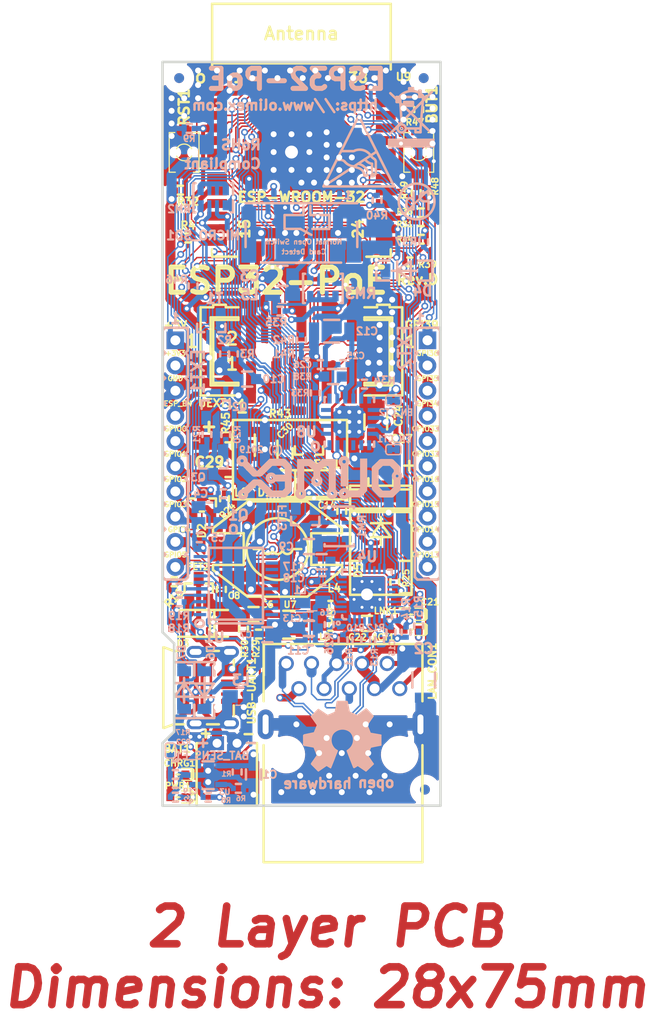
<source format=kicad_pcb>
(kicad_pcb (version 20221018) (generator pcbnew)
  (title_block (title "ESP-PoE") (date "2019-03-22") (rev "D") (company "OLIMEX Ltd.") (comment 1 "https://www.olimex.com"))
  (layers (0 "F.Cu" mixed) (31 "B.Cu" mixed) (34 "B.Paste" user) (35 "F.Paste" user) (36 "B.SilkS" user "B.Silkscreen") (37 "F.SilkS" user "F.Silkscreen") (38 "B.Mask" user) (39 "F.Mask" user) (44 "Edge.Cuts" user))
  (net 0 "")
  (net 1 "+5V")
  (net 2 "GND")
  (net 3 "Net-(BAT1-Pad1)")
  (net 4 "Net-(BUT1-Pad2)")
  (net 5 "+3V3")
  (net 6 "Net-(C11-Pad1)")
  (net 7 "/ESP_EN")
  (net 8 "Net-(L2-Pad1)")
  (net 9 "Net-(Q2-Pad1)")
  (net 10 "Net-(MICRO_SD1-Pad5)")
  (net 11 "/+5V_USB")
  (net 12 "Net-(MICRO_SD1-Pad1)")
  (net 13 "Net-(MICRO_SD1-Pad2)")
  (net 14 "Net-(MICRO_SD1-Pad8)")
  (net 15 "Net-(U4-Pad4)")
  (net 16 "Net-(U4-Pad14)")
  (net 17 "Net-(U4-Pad18)")
  (net 18 "Net-(U4-Pad20)")
  (net 19 "Net-(U4-Pad26)")
  (net 20 "Net-(USB-UART1-Pad4)")
  (net 21 "Net-(MICRO_SD1-Pad7)")
  (net 22 "/D_Com")
  (net 23 "Earth")
  (net 24 "+5VP")
  (net 25 "Net-(C26-Pad1)")
  (net 26 "Spare1")
  (net 27 "Spare2")
  (net 28 "/GPIO33")
  (net 29 "/GPIO32")
  (net 30 "/GPI39")
  (net 31 "Net-(FID1-PadFid1)")
  (net 32 "Net-(FID2-PadFid1)")
  (net 33 "Net-(FID3-PadFid1)")
  (net 34 "Net-(LAN_CON1-Pad6)")
  (net 35 "Net-(LAN_CON1-Pad3)")
  (net 36 "Net-(LAN_CON1-Pad2)")
  (net 37 "Net-(LAN_CON1-Pad1)")
  (net 38 "Net-(MICRO_SD1-PadCD1)")
  (net 39 "Net-(C2-Pad2)")
  (net 40 "Net-(C4-Pad1)")
  (net 41 "Net-(C5-Pad1)")
  (net 42 "Net-(C21-Pad2)")
  (net 43 "Net-(C25-Pad1)")
  (net 44 "Net-(C29-Pad2)")
  (net 45 "Net-(D4-Pad1)")
  (net 46 "Net-(D5-Pad2)")
  (net 47 "Net-(Q2-Pad2)")
  (net 48 "Net-(Q3-Pad3)")
  (net 49 "Net-(Q3-Pad2)")
  (net 50 "Net-(Q3-Pad1)")
  (net 51 "Net-(R6-Pad1)")
  (net 52 "Net-(R26-Pad1)")
  (net 53 "Net-(R29-Pad1)")
  (net 54 "Net-(R33-Pad2)")
  (net 55 "Net-(R34-Pad2)")
  (net 56 "Net-(R38-Pad1)")
  (net 57 "Net-(R41-Pad2)")
  (net 58 "Net-(U1-Pad17)")
  (net 59 "Net-(U1-Pad14)")
  (net 60 "Net-(U1-Pad13)")
  (net 61 "Net-(U1-Pad12)")
  (net 62 "Net-(U1-Pad11)")
  (net 63 "Net-(U1-Pad7)")
  (net 64 "Net-(U1-Pad6)")
  (net 65 "Net-(U8-Pad17)")
  (net 66 "Net-(U8-Pad16)")
  (net 67 "Net-(U8-Pad15)")
  (net 68 "Net-(U8-Pad5)")
  (net 69 "Net-(U8-Pad4)")
  (net 70 "Net-(U8-Pad2)")
  (net 71 "Net-(U9-Pad32)")
  (net 72 "Net-(C6-Pad1)")
  (net 73 "+3.3VLAN")
  (net 74 "Net-(C17-Pad1)")
  (net 75 "/GPIO0")
  (net 76 "/GPI35")
  (net 77 "Net-(RM1-Pad3.2)")
  (net 78 "Net-(RM1-Pad2.2)")
  (net 79 "Net-(RM1-Pad4.2)")
  (net 80 "Net-(U9-Pad22)")
  (net 81 "Net-(U9-Pad21)")
  (net 82 "Net-(U9-Pad20)")
  (net 83 "Net-(U9-Pad19)")
  (net 84 "Net-(U9-Pad18)")
  (net 85 "Net-(U9-Pad17)")
  (net 86 "Net-(FID4-PadFid1)")
  (net 87 "Net-(FID5-PadFid1)")
  (net 88 "Net-(FID6-PadFid1)")
  (net 89 "Net-(ACT1-Pad2)")
  (net 90 "Net-(ACT1-Pad1)")
  (net 91 "Net-(LNK1-Pad1)")
  (net 92 "Net-(LNK1-Pad2)")
  (net 93 "Net-(C3-Pad1)")
  (net 94 "Net-(RM1-Pad1.2)")
  (net 95 "Net-(CHRG1-Pad1)")
  (net 96 "Net-(PWR1-Pad1)")
  (net 97 "Net-(C10-Pad2)")
  (net 98 "Net-(R3-Pad2)")
  (net 99 "Net-(C12-Pad2)")
  (net 100 "Net-(L3-Pad1)")
  (net 101 "Net-(R8-Pad2)")
  (net 102 "Net-(C8-Pad1)")
  (net 103 "Net-(D6-Pad1)")
  (net 104 "Net-(D7-Pad2)")
  (net 105 "Net-(U1-Pad20)")
  (net 106 "Net-(BAT_SENS_E1-Pad2)")
  (net 107 "/GPI34\\BUT1")
  (net 108 "/GPIO2\\HS2_DATA0")
  (net 109 "/GPI36\\U1RXD")
  (net 110 "/GPIO3\\U0RXD")
  (net 111 "/GPIO1\\U0TXD")
  (net 112 "/GPIO4\\U1TXD")
  (net 113 "/GPIO5\\SPI_CS")
  (net 114 "/GPIO15\\HS2_CMD")
  (net 115 "/GPIO16\\I2C-SCL")
  (net 116 "/GPIO14\\HS2_CLK")
  (net 117 "/GPIO13\\I2C-SDA")
  (net 118 "/GPIO27\\EMAC_RX_CRS_DV")
  (net 119 "/GPIO25\\EMAC_RXD0(RMII)")
  (net 120 "/GPIO18\\MDIO(RMII)")
  (net 121 "/GPIO26\\EMAC_RXD1(RMII)")
  (net 122 "/GPIO12\\PHY_PWR")
  (net 123 "/GPIO22\\EMAC_TXD1(RMII)")
  (net 124 "/GPIO19\\EMAC_TXD0(RMII)")
  (net 125 "/GPIO21\\EMAC_TX_EN(RMII)")
  (net 126 "/GPIO23\\MDC(RMII)")
  (net 127 "/GPIO17\\EMAC_CLK_OUT_180")
  (footprint "OLIMEX_Other-FP:Fiducial1x3" (layer "F.Cu") (at 116.586 168.529 -90)
    (fp_text reference "FID3" hide)
    (fp_text value "Fiducial" hide)
  )
  (footprint "OLIMEX_Connectors-FP:GBH-254-SMT-10" (layer "F.Cu") (at 104.14 124.333)
    (fp_text reference "UEXT1")
    (fp_text value "B-V-10-LF(GBH254SMT-10)")
  )
  (footprint "OLIMEX_RLC-FP:C_0402_5MIL_DWS" (layer "F.Cu") (at 96.0755 148.336 90)
    (fp_text reference "C8")
    (fp_text value "100nF/16V/10%/X7R/C0402")
  )
  (footprint "OLIMEX_Diodes-FP:SOT23-3" (layer "F.Cu") (at 94.107 139.827 -90)
    (fp_text reference "D2")
    (fp_text value "BAT54C(SOT23-3)")
  )
  (footprint "OLIMEX_Diodes-FP:SMA-KA" (layer "F.Cu") (at 94.234 151.765 180)
    (fp_text reference "D3")
    (fp_text value "1N5822/SS34/SMA")
  )
  (footprint "OLIMEX_RLC-FP:C_1206_5MIL_DWS" (layer "F.Cu") (at 111.633 131.445 90)
    (fp_text reference "C24")
    (fp_text value "100nF/100V/20%/C1206")
  )
  (footprint "OLIMEX_RLC-FP:DBS135" (layer "F.Cu") (at 101.727 144.272 180)
    (fp_text reference "L4")
    (fp_text value "33uH/2.1A/DCR=0.1R/20%/DBS135(PD3316MT330)")
  )
  (footprint "OLIMEX_Diodes-FP:DO214AB(SMC)_1(K)-2(A)" (layer "F.Cu") (at 112.141 141.859 -90)
    (fp_text reference "D5")
    (fp_text value "SS510/100V/5A/0.85V/DO214AB(SMC)")
  )
  (footprint "OLIMEX_Connectors-FP:LIPO_BAT-CON2DW02R" (layer "F.Cu") (at 96.647 167.005)
    (fp_text reference "BAT1")
    (fp_text value "DW02R")
  )
  (footprint "OLIMEX_Transistors-FP:SOT23" (layer "F.Cu") (at 93.7895 148.37156 -90)
    (fp_text reference "FET2")
    (fp_text value "WPM2015-3/TR")
  )
  (footprint "OLIMEX_RLC-FP:C_0603_5MIL_DWS" (layer "F.Cu") (at 110.744 151.765)
    (fp_text reference "C22")
    (fp_text value "22uF/6.3V/20%/X5R/C0603")
  )
  (footprint "OLIMEX_RLC-FP:C_0603_5MIL_DWS" (layer "F.Cu") (at 99.314 150.876 180)
    (fp_text reference "C6")
    (fp_text value "22uF/6.3V/20%/X5R/C0603")
  )
  (footprint "OLIMEX_Regulators-FP:SOT-23-5" (layer "F.Cu") (at 102.87 151.892)
    (fp_text reference "U7")
    (fp_text value "SY8089AAAC(SOT23-5)")
  )
  (footprint "OLIMEX_Connectors-FP:RJP-003TC1(LPJ4112CNL)" (layer "F.Cu") (at 108.331 164.846)
    (fp_text reference "LAN_CON1")
    (fp_text value "RJP-003TC1(LPJ4112CNL)")
  )
  (footprint "OLIMEX_LEDs-FP:LED_0603_KA" (layer "F.Cu") (at 115.189 152.4 180)
    (fp_text reference "ACT1")
    (fp_text value "LED/YELLOW/0603")
  )
  (footprint "OLIMEX_LEDs-FP:LED_0603_KA" (layer "F.Cu") (at 115.189 150.876 180)
    (fp_text reference "LNK1")
    (fp_text value "LED/GREEN/0603")
  )
  (footprint "OLIMEX_RLC-FP:CPOL-RM2.5mm_6.3x11mm_SMD" (layer "F.Cu") (at 112.141 135.382 180)
    (fp_text reference "C27")
    (fp_text value "15uF/100V/20%/RM2.5/6.3x11mm(Farnell:1281844)")
  )
  (footprint "OLIMEX_RLC-FP:R_1206_5MIL_DWS" (layer "F.Cu") (at 98.298 133.477 -90)
    (fp_text reference "R45")
    (fp_text value "220R/5%/0.25W/R1206")
  )
  (footprint "OLIMEX_RLC-FP:R_1206_5MIL_DWS" (layer "F.Cu") (at 100.584 134.112 -90)
    (fp_text reference "R43")
    (fp_text value "220R/5%/0.25W/R1206")
  )
  (footprint "OLIMEX_RLC-FP:C_0402_5MIL_DWS" (layer "F.Cu") (at 108.204 140.462 90)
    (fp_text reference "C14")
    (fp_text value "100nF/16V/10%/X7R/C0402")
  )
  (footprint "OLIMEX_RLC-FP:CPOL-RM3.5mm_8.0x11.5mm_SMD" (layer "F.Cu") (at 94.742 135.255 -90)
    (fp_text reference "C29")
    (fp_text value "680uF/10V/20%/105C/RM3.5/8x11.5mm")
  )
  (footprint "OLIMEX_RLC-FP:R_0402_5MIL_DWS" (layer "F.Cu") (at 113.538 147.574 90)
    (fp_text reference "R25")
    (fp_text value "10k/R0402")
  )
  (footprint "OLIMEX_RLC-FP:C_0603_5MIL_DWS" (layer "F.Cu") (at 114.554 149.479 180)
    (fp_text reference "C21")
    (fp_text value "NA(10uF/6.3V/20%/X5R/C0603)")
  )
  (footprint "OLIMEX_RLC-FP:R_0402_5MIL_DWS" (layer "F.Cu") (at 96.393 139.192 -90)
    (fp_text reference "R24")
    (fp_text value "220R/R0402")
  )
  (footprint "OLIMEX_Other-FP:Fiducial1x3" (layer "F.Cu") (at 116.459 96.774 -90)
    (fp_text reference "FID2" hide)
    (fp_text value "Fiducial" hide)
  )
  (footprint "OLIMEX_Other-FP:Fiducial1x3" (layer "F.Cu") (at 91.821 96.774 -90)
    (fp_text reference "FID1" hide)
    (fp_text value "Fiducial" hide)
  )
  (footprint "OLIMEX_RLC-FP:R_0402_5MIL_DWS" (layer "F.Cu") (at 116.586 108.331 90)
    (fp_text reference "R48")
    (fp_text value "10k/R0402")
  )
  (footprint "OLIMEX_Buttons-FP:IT1185AU2_V2" (layer "F.Cu") (at 92.321 104.267 90)
    (fp_text reference "RST1")
    (fp_text value "IT1185AU2")
  )
  (footprint "OLIMEX_RLC-FP:R_0402_5MIL_DWS" (layer "F.Cu") (at 115.951 99.949 90)
    (fp_text reference "R47")
    (fp_text value "220R/R0402")
  )
  (footprint "OLIMEX_RLC-FP:R_0402_5MIL_DWS" (layer "F.Cu") (at 115.697 108.331 -90)
    (fp_text reference "R49")
    (fp_text value "NA/R0402")
  )
  (footprint "OLIMEX_RLC-FP:R_0402_5MIL_DWS" (layer "F.Cu") (at 115.062 115.316 180)
    (fp_text reference "R39")
    (fp_text value "10k/R0402")
  )
  (footprint "OLIMEX_RLC-FP:R_0402_5MIL_DWS" (layer "F.Cu") (at 116.205 110.363 180)
    (fp_text reference "R36")
    (fp_text value "10k/R0402")
  )
  (footprint "OLIMEX_RLC-FP:R_0402_5MIL_DWS" (layer "F.Cu") (at 91.948 108.077)
    (fp_text reference "R32")
    (fp_text value "470k/R0402")
  )
  (footprint "OLIMEX_RLC-FP:R_0402_5MIL_DWS" (layer "F.Cu") (at 116.205 111.252 180)
    (fp_text reference "R31")
    (fp_text value "2.2k/R0402")
  )
  (footprint "OLIMEX_Buttons-FP:IT1185AU2_V2" (layer "F.Cu") (at 115.959 104.267 90)
    (fp_text reference "BUT1")
    (fp_text value "IT1185AU2")
  )
  (footprint "OLIMEX_RLC-FP:R_0402_5MIL_DWS" (layer "F.Cu") (at 116.205 113.03)
    (fp_text reference "R44")
    (fp_text value "NA/R0402")
  )
  (footprint "OLIMEX_RLC-FP:L_0805_5MIL_DWS" (layer "F.Cu") (at 99.06 137.16)
    (fp_text reference "L6")
    (fp_text value "FB0805/600R/2A")
  )
  (footprint "OLIMEX_RLC-FP:C_0603_5MIL_DWS" (layer "F.Cu") (at 102.489 134.62 -90)
    (fp_text reference "C30")
    (fp_text value "22uF/6.3V/20%/X5R/C0603")
  )
  (footprint "OLIMEX_Transistors-FP:SOT23" (layer "F.Cu") (at 104.902 134.112 90)
    (fp_text reference "FET1")
    (fp_text value "WPM2015-3/TR")
  )
  (footprint "OLIMEX_Diodes-FP:SMA-KA" (layer "F.Cu") (at 104.648 137.668)
    (fp_text reference "D1")
    (fp_text value "1N5822/SS34/SMA")
  )
  (footprint "OLIMEX_RLC-FP:CD32" (layer "F.Cu") (at 107.061 151.003)
    (fp_text reference "L2")
    (fp_text value "2.2uH/1.5A/DCR=72mR/20%/3.00x3.00x1.50mm/CD32(NR3015T2R2M)")
  )
  (footprint "OLIMEX_RLC-FP:R_0402_5MIL_DWS" (layer "F.Cu") (at 92.71 112.903)
    (fp_text reference "R4")
    (fp_text value "47k/R0402")
  )
  (footprint "OLIMEX_LEDs-FP:LED_0603_KA" (layer "F.Cu") (at 91.694 167.005 180)
    (fp_text reference "CHRG1")
    (fp_text value "LED/YELLOW/0603")
  )
  (footprint "OLIMEX_LEDs-FP:LED_0603_KA" (layer "F.Cu") (at 91.694 169.291 180)
    (fp_text reference "PWR1")
    (fp_text value "LED/RED/0603")
  )
  (footprint "OLIMEX_RLC-FP:R_0402_5MIL_DWS" (layer "F.Cu") (at 91.313 147.574)
    (fp_text reference "R16")
    (fp_text value "NA(10k/R0402)")
  )
  (footprint "OLIMEX_RLC-FP:R_0402_5MIL_DWS" (layer "F.Cu") (at 98.298 152.3365 90)
    (fp_text reference "R30")
    (fp_text value "49.9k/1%/R0402")
  )
  (footprint "OLIMEX_RLC-FP:R_0402_5MIL_DWS" (layer "F.Cu") (at 99.822 152.8445 180)
    (fp_text reference "R29")
    (fp_text value "220k/R0402")
  )
  (footprint "OLIMEX_Cases-FP:ESP-WROOM-32_MODULE" (layer "F.Cu") (at 104.14 102.035)
    (fp_text reference "U9")
    (fp_text value "ESP-WROOM-32")
  )
  (footprint "OLIMEX_Connectors-FP:USB-MICRO_MISB-SWMM-5B_LF" (layer "F.Cu") (at 93.726 158.242 180)
    (fp_text reference "USB-UART1")
    (fp_text value "MISB-SWMM-5B-LF(USB_MICRO)")
  )
  (footprint "OLIMEX_RLC-FP:L_0805_5MIL_DWS" (layer "B.Cu") (at 102.235 118.618)
    (fp_text reference "L5")
    (fp_text value "FB0805/600R/2A")
  )
  (footprint "OLIMEX_Connectors-FP:HN1x10" (layer "B.Cu") (at 116.84 134.65 -90)
    (fp_text reference "EXT2")
    (fp_text value "NS(HN1x10)")
  )
  (footprint "OLIMEX_Transistors-FP:SOT23" (layer "B.Cu") (at 95.05696 121.75744 90)
    (fp_text reference "T1")
    (fp_text value "DTC114YKA(SOT-23)")
  )
  (footprint "OLIMEX_RLC-FP:R_0402_5MIL_DWS" (layer "B.Cu") (at 91.821 149.606 180)
    (fp_text reference "R18")
    (fp_text value "10k/R0402")
  )
  (footprint "OLIMEX_RLC-FP:R_0402_5MIL_DWS" (layer "B.Cu") (at 91.821 148.209 180)
    (fp_text reference "R19")
    (fp_text value "10k/R0402")
  )
  (footprint "OLIMEX_RLC-FP:R_0402_5MIL_DWS" (layer "B.Cu") (at 96.393 124.587 90)
    (fp_text reference "R2")
    (fp_text value "10k/R0402")
  )
  (footprint "OLIMEX_RLC-FP:R_0402_5MIL_DWS" (layer "B.Cu") (at 96.52 132.715 90)
    (fp_text reference "R20")
    (fp_text value "1k/R0402")
  )
  (footprint "OLIMEX_RLC-FP:R_0402_5MIL_DWS" (layer "B.Cu") (at 94.615 132.715 -90)
    (fp_text reference "R21")
    (fp_text value "1k/R0402")
  )
  (footprint "OLIMEX_Transistors-FP:SOT23" (layer "B.Cu") (at 95.504 129.921 -90)
    (fp_text reference "Q2")
    (fp_text value "BC817-40(SOT23)")
  )
  (footprint "OLIMEX_IC-FP:QFN32_EP(33)_5.00x5.00x0.90mm_Pitch_0.50mm" (layer "B.Cu") (at 110.744 148.844 90)
    (fp_text reference "U4")
    (fp_text value "LAN8710A-EZC(QFN32)")
  )
  (footprint "OLIMEX_Other-FP:Fiducial1x3" (layer "B.Cu") (at 116.586 168.529 -90)
    (fp_text reference "FID6" hide)
    (fp_text value "Fiducial" hide)
  )
  (footprint "OLIMEX_IC-FP:QFN-20_5x5mm(Si3402-B-GM)" (layer "B.Cu") (at 108.966 131.445)
    (fp_text reference "U8")
    (fp_text value "Si3402-B-GM(QFN-20_5x5mm)")
  )
  (footprint "OLIMEX_RLC-FP:R_0402_5MIL_DWS" (layer "B.Cu") (at 110.49 127.635 180)
    (fp_text reference "R34")
    (fp_text value "NA(49.9R/1%/R0402)")
  )
  (footprint "OLIMEX_RLC-FP:R_0402_5MIL_DWS" (layer "B.Cu") (at 105.537 128.524 -90)
    (fp_text reference "R33")
    (fp_text value "47k/R0402")
  )
  (footprint "OLIMEX_RLC-FP:R_0402_5MIL_DWS" (layer "B.Cu") (at 97.663 166.751 -90)
    (fp_text reference "R1")
    (fp_text value "10k/R0402")
  )
  (footprint "OLIMEX_RLC-FP:R_MATRIX_4" (layer "B.Cu") (at 107.95 141.986 90)
    (fp_text reference "RM1")
    (fp_text value "RA1206_(4X0603)_4B8_2.2k")
  )
  (footprint "OLIMEX_RLC-FP:R_0603_5MIL_DWS" (layer "B.Cu") (at 107.315 126.873 180)
    (fp_text reference "R38")
    (fp_text value "25.5k/1%/R0603")
  )
  (footprint "OLIMEX_LOGOs-FP:LOGO_PBFREE" (layer "B.Cu") (at 115.951 108.9025)
    (fp_text reference "Sign_PB-Free")
    (fp_text value "")
  )
  (footprint "OLIMEX_LOGOs-FP:OLIMEX_LOGO_TB" (layer "B.Cu") (at 105.791 137.033 180)
    (fp_text reference "Logo_Olimex" hide)
    (fp_text value "" hide)
  )
  (footprint "OLIMEX_Diodes-FP:SOD-123_1C-2A_KA" (layer "B.Cu") (at 114.5 116.195)
    (fp_text reference "D4")
    (fp_text value "1N5819S4(SOD-123)")
  )
  (footprint "OLIMEX_RLC-FP:R_0402_5MIL_DWS" (layer "B.Cu") (at 116.459 113.284 -90)
    (fp_text reference "R37")
    (fp_text value "10k/R0402")
  )
  (footprint "OLIMEX_Connectors-FP:uSD(TFC-9P-1.xH(ATFFS150A01BR016))" (layer "B.Cu") (at 104.14 111.887)
    (fp_text reference "MICRO_SD1")
    (fp_text value "TFC-9P-1.7H(ATFFS150A01BR016)")
  )
  (footprint "OLIMEX_RLC-FP:R_0402_5MIL_DWS" (layer "B.Cu") (at 111.76 109.093 90)
    (fp_text reference "R40")
    (fp_text value "10R/R0402")
  )
  (footprint "OLIMEX_Other-FP:Fiducial1x3" (layer "B.Cu") (at 116.459 96.774 -90)
    (fp_text reference "FID5" hide)
    (fp_text value "Fiducial" hide)
  )
  (footprint "OLIMEX_Other-FP:Fiducial1x3" (layer "B.Cu") (at 91.821 96.774 -90)
    (fp_text reference "FID4" hide)
    (fp_text value "Fiducial" hide)
  )
  (footprint "OLIMEX_RLC-FP:C_0805_5MIL_DWS" (layer "B.Cu") (at 102.235 116.713 180)
    (fp_text reference "C3")
    (fp_text value "47uF/6.3V/20%/X5R/C0805")
  )
  (footprint "OLIMEX_RLC-FP:R_0402_5MIL_DWS" (layer "B.Cu") (at 101.981 120.269)
    (fp_text reference "R35")
    (fp_text value "2.2k/R0402")
  )
  (footprint "OLIMEX_LOGOs-FP:LOGO_OPENHARDWARE_8x8" (layer "B.Cu") (at 108.2675 163.6395 180)
    (fp_text reference "Logo_OSHW" hide)
    (fp_text value "" hide)
  )
  (footprint "OLIMEX_RLC-FP:R_MATRIX_4" (layer "B.Cu") (at 95.25 108.839)
    (fp_text reference "RM2")
    (fp_text value "RA1206_(4X0603)_4B8_2.2k")
  )
  (footprint "OLIMEX_RLC-FP:R_0402_5MIL_DWS" (layer "B.Cu") (at 93.218 117.729 90)
    (fp_text reference "R46")
    (fp_text value "220R/R0402")
  )
  (footprint "OLIMEX_Connectors-FP:HN1x10" (layer "B.Cu") (at 91.44 134.65 -90)
    (fp_text reference "EXT1")
    (fp_text value "NS(HN1x10)")
  )
  (footprint "OLIMEX_RLC-FP:R_0402_5MIL_DWS" (layer "B.Cu") (at 97.282 124.587 -90)
    (fp_text reference "R3")
    (fp_text value "1k/R0402")
  )
  (footprint "OLIMEX_Transistors-FP:SOT23" (layer "B.Cu") (at 104.521 141.224 90)
    (fp_text reference "FET3")
    (fp_text value "WPM2015-3/TR")
  )
  (footprint "OLIMEX_Transistors-FP:SOT23" (layer "B.Cu") (at 95.25 135.509 90)
    (fp_text reference "Q3")
    (fp_text value "BC817-40(SOT23)")
  )
  (footprint "OLIMEX_RLC-FP:C_0402_5MIL_DWS" (layer "B.Cu") (at 93.853 143.129 180)
    (fp_text reference "C5")
    (fp_text value "27pF/50V/5%/C0G/C0402")
  )
  (footprint "OLIMEX_RLC-FP:C_0603_5MIL_DWS" (layer "B.Cu") (at 104.902 144.018)
    (fp_text reference "C9")
    (fp_text value "22uF/6.3V/20%/X5R/C0603")
  )
  (footprint "OLIMEX_RLC-FP:R_0402_5MIL_DWS" (layer "B.Cu") (at 115.951 152.019 90)
    (fp_text reference "R15")
    (fp_text value "2.2k/R0402")
  )
  (footprint "OLIMEX_RLC-FP:R_0402_5MIL_DWS" (layer "B.Cu") (at 114.681 152.654 90)
    (fp_text reference "R14")
    (fp_text value "2.2k/R0402")
  )
  (footprint "OLIMEX_RLC-FP:C_0402_5MIL_DWS" (layer "B.Cu") (at 113.157 152.654 90)
    (fp_text reference "C15")
    (fp_text value "100nF/16V/10%/X7R/C0402")
  )
  (footprint "OLIMEX_RLC-FP:C_1206_5MIL_DWS_ISO" (layer "B.Cu") (at 116.459 157.48 -90)
    (fp_text reference "C2")
    (fp_text value "1nF/2000V/10%/X7R/C1206")
  )
  (footprint "OLIMEX_RLC-FP:R_0402_5MIL_DWS" (layer "B.Cu") (at 112.014 153.416 90)
    (fp_text reference "R12")
    (fp_text value "49.9R/1%/R0402")
  )
  (footprint "OLIMEX_RLC-FP:R_0402_5MIL_DWS" (layer "B.Cu") (at 110.617 153.416 90)
    (fp_text reference "R13")
    (fp_text value "49.9R/1%/R0402")
  )
  (footprint "OLIMEX_RLC-FP:R_0402_5MIL_DWS" (layer "B.Cu") (at 109.728 153.416 90)
    (fp_text reference "R10")
    (fp_text value "49.9R/1%/R0402")
  )
  (footprint "OLIMEX_RLC-FP:R_0402_5MIL_DWS" (layer "B.Cu") (at 108.331 153.416 90)
    (fp_text reference "R11")
    (fp_text value "49.9R/1%/R0402")
  )
  (footprint "OLIMEX_RLC-FP:C_0402_5MIL_DWS" (layer "B.Cu") (at 105.029 151.003 180)
    (fp_text reference "C16")
    (fp_text value "100nF/16V/10%/X7R/C0402")
  )
  (footprint "OLIMEX_RLC-FP:R_0402_5MIL_DWS" (layer "B.Cu") (at 106.934 151.892 -90)
    (fp_text reference "R26")
    (fp_text value "12.1k/1%/R0402")
  )
  (footprint "OLIMEX_RLC-FP:C_0603_5MIL_DWS" (layer "B.Cu") (at 104.902 152.273 180)
    (fp_text reference "C13")
    (fp_text value "22uF/6.3V/20%/X5R/C0603")
  )
  (footprint "OLIMEX_RLC-FP:C_0603_5MIL_DWS" (layer "B.Cu") (at 100.711 152.908)
    (fp_text reference "C7")
    (fp_text value "22uF/6.3V/20%/X5R/C0603")
  )
  (footprint "OLIMEX_RLC-FP:C_0402_5MIL_DWS" (layer "B.Cu") (at 106.299 147.447 180)
    (fp_text reference "C18")
    (fp_text value "100nF/16V/10%/X7R/C0402")
  )
  (footprint "OLIMEX_RLC-FP:C_0603_5MIL_DWS" (layer "B.Cu") (at 106.172 145.542 180)
    (fp_text reference "C17")
    (fp_text value "2.2uF/6.3V/10%/X5R/C0603")
  )
  (footprint "OLIMEX_RLC-FP:L_0805_5MIL_DWS" (layer "B.Cu") (at 105.283 149.606)
    (fp_text reference "L1")
    (fp_text value "FB0805/600R/2A")
  )
  (footprint "OLIMEX_IC-FP:SSOP-20W" (layer "B.Cu") (at 97.536 147.955 90)
    (fp_text reference "U1")
    (fp_text value "CH340T(SSOP20W)")
  )
  (footprint "OLIMEX_RLC-FP:C_0603_5MIL_DWS" (layer "B.Cu") (at 99.314 167.005 -90)
    (fp_text reference "C1")
    (fp_text value "22uF/6.3V/20%/X5R/C0603")
  )
  (footprint "OLIMEX_RLC-FP:L_0805_5MIL_DWS" (layer "B.Cu") (at 97.9805 159.131)
    (fp_text reference "L3")
    (fp_text value "NA(FB0805/600R/2A)")
  )
  (footprint "OLIMEX_IC-FP:SOT-23-5" (layer "B.Cu") (at 94.742 167.0685 180)
    (fp_text reference "U3")
    (fp_text value "BL4054B-42TPRN(SOT23-5)")
  )
  (footprint "OLIMEX_RLC-FP:R_0402_5MIL_DWS" (layer "B.Cu") (at 97.79 168.402)
    (fp_text reference "R6")
    (fp_text value "2.2k/R0402")
  )
  (footprint "OLIMEX_RLC-FP:R_0402_5MIL_DWS" (layer "B.Cu") (at 94.742 169.291 180)
    (fp_text reference "R8")
    (fp_text value "2.2k/R0402")
  )
  (footprint "OLIMEX_RLC-FP:C_0402_5MIL_DWS" (layer "B.Cu") (at 96.266 138.684 180)
    (fp_text reference "C4")
    (fp_text value "27pF/50V/5%/C0G/C0402")
  )
  (footprint "OLIMEX_Crystal-FP:TSX-3.2x2.5mm_GND(3)" (layer "B.Cu") (at 94.869 140.843 180)
    (fp_text reference "Q1")
    (fp_text value "Q12MHz/20pF/10ppm/4P/3.2x2.5mm")
  )
  (footprint "OLIMEX_RLC-FP:R_0402_5MIL_DWS" (layer "B.Cu") (at 104.648 124.587 180)
    (fp_text reference "R41")
    (fp_text value "1k/1%/R0402")
  )
  (footprint "OLIMEX_RLC-FP:C_1206_5MIL_DWS_ISO" (layer "B.Cu") (at 107.188 122.301)
    (fp_text reference "C12")
    (fp_text value "2.2uF/100V/20%/X7R/C1206(AVX_12061C225KAT2A_Comet)")
  )
  (footprint "OLIMEX_RLC-FP:C_0402_5MIL_DWS" (layer "B.Cu") (at 108.331 125.6665)
    (fp_text reference "C25")
    (fp_text value "100nF/16V/10%/X7R/C0402")
  )
  (footprint "OLIMEX_RLC-FP:C_0402_5MIL_DWS" (layer "B.Cu") (at 106.045 125.6665)
    (fp_text reference "C26")
    (fp_text value "1nF/50V/10%/X7R/C0402")
  )
  (footprint "OLIMEX_RLC-FP:R_0402_5MIL_DWS" (layer "B.Cu") (at 91.44 167.005)
    (fp_text reference "R22")
    (fp_text value "470k/R0402")
  )
  (footprint "OLIMEX_Diodes-FP:SOD-123_1C-2A_KA" (layer "B.Cu") (at 92.329 158.496 -90)
    (fp_text reference "D7")
    (fp_text value "1N5819S4(SOD-123)")
  )
  (footprint "OLIMEX_Diodes-FP:SOD-123_1C-2A_KA" (layer "B.Cu") (at 94.361 158.496 90)
    (fp_text reference "D6")
    (fp_text value "1N5819S4(SOD-123)")
  )
  (footprint "OLIMEX_RLC-FP:R_0402_5MIL_DWS" (layer "B.Cu") (at 91.44 166.116 180)
    (fp_text reference "R17")
    (fp_text value "470k/R0402")
  )
  (footprint "OLIMEX_RLC-FP:C_0402_5MIL_DWS" (layer "B.Cu") (at 91.44 167.894)
    (fp_text reference "C19")
    (fp_text value "1nF/50V/10%/X7R/C0402")
  )
  (footprint "OLIMEX_RLC-FP:R_0402_5MIL_DWS" (layer "B.Cu") (at 91.44 169.291 180)
    (fp_text reference "R5")
    (fp_text value "2.2k/R0402")
  )
  (footprint "OLIMEX_RLC-FP:R_0402_5MIL_DWS" (layer "B.Cu") (at 104.14 123.19 90)
    (fp_text reference "R42")
    (fp_text value "3.01k/1%/R0402")
  )
  (footprint "OLIMEX_RLC-FP:C_0402_5MIL_DWS" (layer "B.Cu") (at 105.029 153.543 180)
    (fp_text reference "C11")
    (fp_text value "100nF/16V/10%/X7R/C0402")
  )
  (footprint "OLIMEX_RLC-FP:C_0603_5MIL_DWS" (layer "B.Cu") (at 98.679 127.127)
    (fp_text reference "C10")
    (fp_text value "22uF/6.3V/20%/X5R/C0603")
  )
  (footprint "OLIMEX_RLC-FP:R_0402_5MIL_DWS" (layer "B.Cu") (at 92.837 101.854 180)
    (fp_text reference "R9")
    (fp_text value "100k/R0402")
  )
  (footprint "OLIMEX_Jumpers-FP:SJ_1_SMALLER" (layer "B.Cu") (at 113.411 134.239)
    (fp_text reference "EN_CT1")
    (fp_text value "Closed" hide)
  )
  (footprint "OLIMEX_Jumpers-FP:SJ_1_SMALLER" (layer "B.Cu") (at 113.411 129.286 180)
    (fp_text reference "EN_CT2")
    (fp_text value "Closed" hide)
  )
  (footprint "OLIMEX_Jumpers-FP:SJ_1_SMALLER" (layer "B.Cu") (at 90.932 164.592 -90)
    (fp_text reference "BAT_SENS_E1")
    (fp_text value "Opened" hide)
  )
  (footprint "OLIMEX_RLC-FP:R_MATRIX_4" (layer "B.Cu") (at 106.299 117.983)
    (fp_text reference "RM3")
    (fp_text value "RA1206_(4X0603)_4B8_2.2k")
  )
  (footprint "OLIMEX_LOGOs-FP:LOGO_ANTISTATIC_1" (layer "B.Cu") (at 113.4745 107.696 180)
    (fp_text reference "Sign_Antistatic" hide)
    (fp_text value "Val**" hide)
  )
  (footprint "OLIMEX_LOGOs-FP:LOGO_RECYCLEBIN_1" (layer "B.Cu") (at 117.5385 103.759 180)
    (fp_text reference "Sign_RecycleBin" hide)
    (fp_text value "" hide)
  )
  (gr_line (start 118.15 170.15) (end 118.15 95.15) (stroke (width 0.254)) (layer "Edge.Cuts"))
  (gr_line (start 90.15 170.15) (end 118.15 170.15) (stroke (width 0.254)) (layer "Edge.Cuts"))
  (gr_line (start 90.15 152.654) (end 91.313 153.797) (stroke (width 0.254)) (layer "Edge.Cuts"))
  (gr_line (start 91.313 162.687) (end 90.15 163.83) (stroke (width 0.254)) (layer "Edge.Cuts"))
  (gr_line (start 91.313 153.797) (end 91.313 162.687) (stroke (width 0.254)) (layer "Edge.Cuts"))
  (gr_line (start 90.15 152.654) (end 90.15 95.15) (stroke (width 0.254)) (layer "Edge.Cuts"))
  (gr_line (start 90.15 95.15) (end 118.15 95.15) (stroke (width 0.254)) (layer "Edge.Cuts"))
  (gr_line (start 90.15 163.83) (end 90.15 170.15) (stroke (width 0.254)) (layer "Edge.Cuts"))
  (gr_text "2 Layer PCB\nDimensions: 28x75mm" (at 106.68 185.42) (layer "F.Cu") (effects (font (size 3.81 3.81) (thickness 0.762) italic)))
  (gr_text "1" (at 116.078 121.031) (layer "B.SilkS") (effects (font (size 1.016 1.016) (thickness 0.254)) (justify mirror)))
  (gr_text "1" (at 108.839 108.585) (layer "B.SilkS") (effects (font (size 0.762 0.762) (thickness 0.1905)) (justify mirror)))
  (gr_text "(C) 2019" (at 100.076 134.239) (layer "B.SilkS") (effects (font (size 0.635 0.635) (thickness 0.15875)) (justify mirror)))
  (gr_text "RoHS" (at 98.044 103.505) (layer "B.SilkS") (effects (font (size 1.016 1.016) (thickness 0.254)) (justify mirror)))
  (gr_text "Compliant" (at 96.2152 105.41) (layer "B.SilkS") (effects (font (size 1.016 1.016) (thickness 0.254)) (justify mirror)))
  (gr_text "https://www.olimex.com" (at 102.489 99.5045) (layer "B.SilkS") (effects (font (size 1.016 1.016) (thickness 0.254)) (justify mirror)))
  (gr_text "ESP32-PoE" (at 103.632 96.901) (layer "B.SilkS") (effects (font (size 2.032 2.032) (thickness 0.508)) (justify mirror)))
  (gr_text "+" (at 94.1705 163.83 90) (layer "B.SilkS") (effects (font (size 1.016 1.016) (thickness 0.254)) (justify mirror)))
  (gr_text "-" (at 99.06 163.8935 180) (layer "B.SilkS") (effects (font (size 1.016 1.016) (thickness 0.254)) (justify mirror)))
  (gr_text "1" (at 91.44 121.031) (layer "B.SilkS") (effects (font (size 1.016 1.016) (thickness 0.254)) (justify mirror)))
  (gr_text "Rev.D" (at 115.824 117.094) (layer "F.SilkS") (effects (font (size 1.016 1.016) (thickness 0.254))))
  (gr_text "1" (at 115.189 123.317) (layer "F.SilkS") (effects (font (size 1.27 1.27) (thickness 0.254))))
  (gr_text "+5V" (at 91.44 121.666) (layer "F.SilkS") (effects (font (size 0.762 0.762) (thickness 0.1905))))
  (gr_text "+3V3" (at 91.44 124.5235) (layer "F.SilkS") (effects (font (size 0.508 0.508) (thickness 0.127))))
  (gr_text "GND" (at 91.44 127.0635) (layer "F.SilkS") (effects (font (size 0.508 0.508) (thickness 0.127))))
  (gr_text "ESP_EN" (at 91.694 129.6035) (layer "F.SilkS") (effects (font (size 0.508 0.508) (thickness 0.127))))
  (gr_text "GPIO0" (at 91.44 132.1435) (layer "F.SilkS") (effects (font (size 0.508 0.508) (thickness 0.127))))
  (gr_text "GPIO1" (at 91.44 134.6835) (layer "F.SilkS") (effects (font (size 0.508 0.508) (thickness 0.127))))
  (gr_text "GPIO2" (at 91.44 137.2235) (layer "F.SilkS") (effects (font (size 0.508 0.508) (thickness 0.127))))
  (gr_text "GPIO3" (at 91.44 139.7635) (layer "F.SilkS") (effects (font (size 0.508 0.508) (thickness 0.127))))
  (gr_text "GPIO4" (at 91.821 142.3035) (layer "F.SilkS") (effects (font (size 0.508 0.508) (thickness 0.127))))
  (gr_text "GPIO5" (at 91.44 144.8435) (layer "F.SilkS") (effects (font (size 0.508 0.508) (thickness 0.127))))
  (gr_text "GPIO13" (at 116.6495 144.8435) (layer "F.SilkS") (effects (font (size 0.508 0.508) (thickness 0.127))))
  (gr_text "GPIO14" (at 116.6495 142.3035) (layer "F.SilkS") (effects (font (size 0.508 0.508) (thickness 0.127))))
  (gr_text "GPIO15" (at 116.6495 139.7635) (layer "F.SilkS") (effects (font (size 0.508 0.508) (thickness 0.127))))
  (gr_text "GPIO16" (at 116.6495 137.2235) (layer "F.SilkS") (effects (font (size 0.508 0.508) (thickness 0.127))))
  (gr_text "GPIO32" (at 116.6495 134.6835) (layer "F.SilkS") (effects (font (size 0.508 0.508) (thickness 0.127))))
  (gr_text "GPIO33" (at 116.6495 132.1435) (layer "F.SilkS") (effects (font (size 0.508 0.508) (thickness 0.127))))
  (gr_text "GPI34" (at 116.84 129.6035) (layer "F.SilkS") (effects (font (size 0.508 0.508) (thickness 0.127))))
  (gr_text "GPI35" (at 116.84 127.0635) (layer "F.SilkS") (effects (font (size 0.508 0.508) (thickness 0.127))))
  (gr_text "GPI36" (at 116.84 124.5235) (layer "F.SilkS") (effects (font (size 0.508 0.508) (thickness 0.127))))
  (gr_text "GPI39" (at 116.2685 121.666) (layer "F.SilkS") (effects (font (size 0.762 0.762) (thickness 0.1905))))
  (gr_text "ESP32-PoE" (at 101.6 117.221) (layer "F.SilkS") (effects (font (size 2.54 2.54) (thickness 0.508))))
  (gr_text "1" (at 98.171 129.921) (layer "F.SilkS") (effects (font (size 1.27 1.27) (thickness 0.254))))
  (gr_text "+" (at 94.4245 162.8775 90) (layer "F.SilkS") (effects (font (size 1.016 1.016) (thickness 0.254))))
  (gr_text "-" (at 98.806 163.0045 180) (layer "F.SilkS") (effects (font (size 1.016 1.016) (thickness 0.254))))
  (gr_text "1" (at 93.091 123.317) (layer "F.SilkS") (effects (font (size 1.27 1.27) (thickness 0.254))))
  (segment (start 94.8436 124.968) (end 93.188 124.968) (width 1.016) (layer "F.Cu") (net 1))
  (segment (start 93.188 124.968) (end 91.44 123.22) (width 1.016) (layer "F.Cu") (net 1))
  (segment (start 93.29141 155.64841) (end 92.40241 155.64841) (width 0.508) (layer "F.Cu") (net 1))
  (segment (start 92.091955 112.903) (end 91.949764 113.045191) (width 0.4064) (layer "F.Cu") (net 1))
  (segment (start 92.202 112.903) (end 92.202 113.287929) (width 0.508) (layer "F.Cu") (net 1))
  (segment (start 92.16959 152.11359) (end 91.7575 151.7015) (width 0.508) (layer "F.Cu") (net 1))
  (segment (start 98.780589 165.506411) (end 98.864001 165.422999) (width 0.762) (layer "F.Cu") (net 1))
  (segment (start 92.202 113.287929) (end 91.949764 113.540165) (width 0.508) (layer "F.Cu") (net 1))
  (segment (start 91.782911 165.506411) (end 98.780589 165.506411) (width 0.762) (layer "F.Cu") (net 1))
  (segment (start 92.16959 155.41559) (end 92.16959 152.11359) (width 0.508) (layer "F.Cu") (net 1))
  (segment (start 92.40241 155.64841) (end 92.16959 155.41559) (width 0.508) (layer "F.Cu") (net 1))
  (segment (start 103.7082 133.24586) (end 103.7082 136.3218) (width 1.016) (layer "F.Cu") (net 1))
  (segment (start 93.548178 155.905178) (end 93.29141 155.64841) (width 0.508) (layer "F.Cu") (net 1))
  (segment (start 103.7082 136.3218) (end 102.362 137.668) (width 1.016) (layer "F.Cu") (net 1))
  (segment (start 102.362 137.668) (end 102.148 137.668) (width 1.016) (layer "F.Cu") (net 1))
  (segment (start 92.837 149.48154) (end 92.83954 149.479) (width 1.016) (layer "F.Cu") (net 1))
  (segment (start 90.932 167.005) (end 90.932 168.5925) (width 0.762) (layer "F.Cu") (net 1))
  (segment (start 92.412599 160.698401) (end 93.174599 160.698401) (width 0.508) (layer "F.Cu") (net 1))
  (segment (start 100.076 138.557) (end 101.259 138.557) (width 1.016) (layer "F.Cu") (net 1))
  (segment (start 92.202 112.903) (end 92.091955 112.903) (width 0.4064) (layer "F.Cu") (net 1))
  (segment (start 91.84641 161.26459) (end 92.412599 160.698401) (width 0.508) (layer "F.Cu") (net 1))
  (segment (start 98.933 139.7) (end 100.076 138.557) (width 1.016) (layer "F.Cu") (net 1))
  (segment (start 91.734 151.765) (end 92.837 150.662) (width 1.016) (layer "F.Cu") (net 1))
  (segment (start 90.932 167.005) (end 90.932 166.357322) (width 0.762) (layer "F.Cu") (net 1))
  (segment (start 103.9495 133.00456) (end 103.7082 133.24586) (width 1.016) (layer "F.Cu") (net 1))
  (segment (start 93.548178 160.324822) (end 93.548178 155.905178) (width 0.508) (layer "F.Cu") (net 1))
  (segment (start 91.782911 165.506411) (end 91.84641 165.442912) (width 0.508) (layer "F.Cu") (net 1))
  (segment (start 91.84641 165.442912) (end 91.84641 161.26459) (width 0.508) (layer "F.Cu") (net 1))
  (segment (start 98.864001 165.422999) (end 99.314 164.973) (width 0.762) (layer "F.Cu") (net 1))
  (segment (start 93.174599 160.698401) (end 93.548178 160.324822) (width 0.508) (layer "F.Cu") (net 1))
  (segment (start 92.837 150.662) (end 92.837 149.48154) (width 1.016) (layer "F.Cu") (net 1))
  (segment (start 101.259 138.557) (end 102.148 137.668) (width 1.016) (layer "F.Cu") (net 1))
  (segment (start 91.949764 113.045191) (end 91.949764 113.540165) (width 0.4064) (layer "F.Cu") (net 1))
  (segment (start 90.932 169.291) (end 90.932 168.5925) (width 0.762) (layer "F.Cu") (net 1))
  (segment (start 90.932 166.357322) (end 91.782911 165.506411) (width 0.762) (layer "F.Cu") (net 1))
  (via (at 99.314 164.973) (size 0.9) (drill 0.6) (layers "F.Cu" "B.Cu") (net 1))
  (via (at 94.8436 124.968) (size 0.9) (drill 0.6) (layers "F.Cu" "B.Cu") (net 1))
  (via (at 93.47759 158.68091) (size 0.7) (drill 0.4) (layers "F.Cu" "B.Cu") (net 1))
  (via (at 91.949764 113.540165) (size 0.7) (drill 0.4) (layers "F.Cu" "B.Cu") (net 1))
  (via (at 98.933 139.7) (size 0.9) (drill 0.6) (layers "F.Cu" "B.Cu") (net 1))
  (segment (start 99.068 165.87) (end 99.314 166.116) (width 0.254) (layer "B.Cu") (net 1))
  (segment (start 99.203 165.37) (end 99.314 165.481) (width 0.254) (layer "B.Cu") (net 1))
  (segment (start 98.831411 151.853911) (end 98.831411 155.414946) (width 0.508) (layer "B.Cu") (net 1))
  (segment (start 94.869 126.8095) (end 95.5675 127.508) (width 0.508) (layer "B.Cu") (net 1))
  (segment (start 98.933 139.7) (end 98.933 139.192) (width 1.016) (layer "B.Cu") (net 1))
  (segment (start 90.932 121.6025) (end 90.678 121.3485) (width 0.1524) (layer "B.Cu") (net 1))
  (segment (start 96.685122 149.707622) (end 96.685122 143.421078) (width 1.016) (layer "B.Cu") (net 1))
  (segment (start 91.599765 113.890164) (end 91.949764 113.540165) (width 0.1524) (layer "B.Cu") (net 1))
  (segment (start 96.685122 143.421078) (end 97.4852 142.621) (width 1.016) (layer "B.Cu") (net 1))
  (segment (start 96.042 166.1185) (end 97.7875 166.1185) (width 0.508) (layer "B.Cu") (net 1))
  (segment (start 90.932 122.712) (end 90.932 121.6025) (width 0.508) (layer "B.Cu") (net 1))
  (segment (start 98.171 140.716) (end 98.933 139.954) (width 1.016) (layer "B.Cu") (net 1))
  (segment (start 97.360361 137.134533) (end 98.159414 137.933586) (width 0.508) (layer "B.Cu") (net 1))
  (segment (start 94.8436 124.968) (end 94.869 124.9934) (width 0.508) (layer "B.Cu") (net 1))
  (segment (start 98.07575 151.09825) (end 98.831411 151.853911) (width 0.508) (layer "B.Cu") (net 1))
  (segment (start 98.159414 140.704414) (end 98.171 140.716) (width 1.016) (layer "B.Cu") (net 1))
  (segment (start 96.153139 157.875139) (end 95.347368 158.68091) (width 0.508) (layer "B.Cu") (net 1))
  (segment (start 97.79 166.116) (end 97.663 166.243) (width 0.508) (layer "B.Cu") (net 1))
  (segment (start 98.831411 155.414946) (end 98.044 156.202356) (width 0.508) (layer "B.Cu") (net 1))
  (segment (start 99.314 165.481) (end 99.314 166.116) (width 1.016) (layer "B.Cu") (net 1))
  (segment (start 94.869 124.9934) (end 94.869 126.8095) (width 0.508) (layer "B.Cu") (net 1))
  (segment (start 97.521861 157.875139) (end 96.153139 157.875139) (width 0.508) (layer "B.Cu") (net 1))
  (segment (start 99.314 166.116) (end 97.79 166.116) (width 0.508) (layer "B.Cu") (net 1))
  (segment (start 96.242828 127.508) (end 96.52 127.785172) (width 0.508) (layer "B.Cu") (net 1))
  (segment (start 98.933 138.707172) (end 98.159414 137.933586) (width 1.016) (layer "B.Cu") (net 1))
  (segment (start 98.933 139.192) (end 98.933 138.707172) (width 0.508) (layer "B.Cu") (net 1))
  (segment (start 95.5675 127.508) (end 96.242828 127.508) (width 0.508) (layer "B.Cu") (net 1))
  (segment (start 96.52 127.785172) (end 96.52 128.80117) (width 0.508) (layer "B.Cu") (net 1))
  (segment (start 97.4852 141.4018) (end 98.171 140.716) (width 1.016) (layer "B.Cu") (net 1))
  (segment (start 97.360361 129.641531) (end 97.360361 137.134533) (width 0.508) (layer "B.Cu") (net 1))
  (segment (start 90.678 121.3485) (end 90.678 114.811929) (width 0.1524) (layer "B.Cu") (net 1))
  (segment (start 97.7875 166.1185) (end 97.79 166.116) (width 0.508) (layer "B.Cu") (net 1))
  (segment (start 99.314 164.973) (end 99.314 165.481) (width 1.016) (layer "B.Cu") (net 1))
  (segment (start 91.44 123.22) (end 90.932 122.712) (width 0.508) (layer "B.Cu") (net 1))
  (segment (start 98.159414 137.933586) (end 98.159414 140.704414) (width 1.016) (layer "B.Cu") (net 1))
  (segment (start 98.933 139.7) (end 98.933 138.707172) (width 1.016) (layer "B.Cu") (net 1))
  (segment (start 96.52 128.80117) (end 97.360361 129.641531) (width 0.508) (layer "B.Cu") (net 1))
  (segment (start 98.933 139.954) (end 98.933 139.7) (width 1.016) (layer "B.Cu") (net 1))
  (segment (start 95.347368 158.68091) (end 93.972564 158.68091) (width 0.508) (layer "B.Cu") (net 1))
  (segment (start 97.4852 142.621) (end 97.4852 141.4018) (width 1.016) (layer "B.Cu") (net 1))
  (segment (start 93.972564 158.68091) (end 93.47759 158.68091) (width 0.508) (layer "B.Cu") (net 1))
  (segment (start 90.678 114.811929) (end 91.599765 113.890164) (width 0.1524) (layer "B.Cu") (net 1))
  (segment (start 98.044 157.353) (end 97.521861 157.875139) (width 0.508) (layer "B.Cu") (net 1))
  (segment (start 98.044 156.202356) (end 98.044 157.353) (width 0.508) (layer "B.Cu") (net 1))
  (segment (start 98.07575 151.09825) (end 96.685122 149.707622) (width 1.016) (layer "B.Cu") (net 1))
  (segment (start 113.03 151.511) (end 111.887 151.511) (width 0.254) (layer "F.Cu") (net 2))
  (segment (start 111.887 151.511) (end 111.633 151.765) (width 0.254) (layer "F.Cu") (net 2))
  (segment (start 92.232 127.508) (end 95.758 127.508) (width 1.016) (layer "F.Cu") (net 2))
  (segment (start 98.552 135.128) (end 98.298 134.874) (width 1.016) (layer "F.Cu") (net 2))
  (segment (start 107.061 139.954) (end 108.204 139.954) (width 0.254) (layer "F.Cu") (net 2))
  (segment (start 113.089 96.774) (end 111.506 96.774) (width 0.762) (layer "F.Cu") (net 2))
  (segment (start 95.151 96.774) (end 96.901 96.774) (width 0.762) (layer "F.Cu") (net 2))
  (segment (start 95.14 96.785) (end 95.151 96.774) (width 0.762) (layer "F.Cu") (net 2))
  (segment (start 99.822 119.507) (end 99.06 119.507) (width 0.762) (layer "F.Cu") (net 2))
  (segment (start 99.06 119.507) (end 99.06 121.208) (width 0.508) (layer "F.Cu") (net 2))
  (segment (start 97.409 125.095) (end 99.06 123.444) (width 1.016) (layer "F.Cu") (net 2))
  (segment (start 111.633 151.765) (end 111.633 151.892) (width 0.254) (layer "F.Cu") (net 2))
  (segment (start 102.938999 148.140001) (end 102.489 148.59) (width 1.016) (layer "F.Cu") (net 2))
  (segment (start 102.489 148.59) (end 100.965 147.066) (width 1.016) (layer "F.Cu") (net 2))
  (segment (start 111.633 150.533) (end 111.633 151.003) (width 0.762) (layer "F.Cu") (net 2))
  (segment (start 99.314 169.037) (end 97.409 169.037) (width 0.762) (layer "F.Cu") (net 2))
  (segment (start 97.3455 160.782) (end 97.414499 160.713001) (width 0.508) (layer "F.Cu") (net 2))
  (segment (start 98.425 150.876) (end 98.552 150.876) (width 0.508) (layer "F.Cu") (net 2))
  (segment (start 112.64 96.725) (end 113.714 96.725) (width 1.016) (layer "F.Cu") (net 2))
  (segment (start 97.1296 130.6068) (end 96.5454 131.191) (width 1.016) (layer "F.Cu") (net 2))
  (segment (start 117.348 99.822) (end 116.967 99.441) (width 0.508) (layer "F.Cu") (net 2))
  (segment (start 91.585 102.09) (end 91.059 102.616) (width 1.016) (layer "F.Cu") (net 2))
  (segment (start 96.139 119.888) (end 96.52 119.507) (width 1.016) (layer "F.Cu") (net 2))
  (segment (start 98.44 116.19) (end 98.44 112.761) (width 1.016) (layer "F.Cu") (net 2))
  (segment (start 96.139 167.767) (end 94.742 167.767) (width 0.762) (layer "F.Cu") (net 2))
  (segment (start 115.062 148.7805) (end 115.062 149.098) (width 0.4064) (layer "F.Cu") (net 2))
  (segment (start 108.677542 147.577542) (end 103.501458 147.577542) (width 1.016) (layer "F.Cu") (net 2))
  (segment (start 100.35942 116.967) (end 100.965 117.57258) (width 0.508) (layer "F.Cu") (net 2))
  (segment (start 96.0755 147.828) (end 96.0755 147.07) (width 0.508) (layer "F.Cu") (net 2))
  (segment (start 95.64 96.021) (end 95.631 96.012) (width 0.762) (layer "F.Cu") (net 2))
  (segment (start 93.98 119.888) (end 93.091 118.999) (width 1.016) (layer "F.Cu") (net 2))
  (segment (start 98.425 150.876) (end 98.425 151.13) (width 0.508) (layer "F.Cu") (net 2))
  (segment (start 111.244 150.144) (end 111.633 150.533) (width 0.762) (layer "F.Cu") (net 2))
  (segment (start 96.139 119.888) (end 93.98 119.888) (width 1.016) (layer "F.Cu") (net 2))
  (segment (start 111.633 151.003) (end 111.633 151.765) (width 0.762) (layer "F.Cu") (net 2))
  (segment (start 97.414499 160.713001) (end 97.880591 160.713001) (width 0.508) (layer "F.Cu") (net 2))
  (segment (start 103.632 112.395) (end 107.823 112.395) (width 1.016) (layer "F.Cu") (net 2))
  (segment (start 100.584 135.509) (end 102.489 135.509) (width 1.016) (layer "F.Cu") (net 2))
  (segment (start 116.078 148.8186) (end 115.1001 148.8186) (width 0.4064) (layer "F.Cu") (net 2))
  (segment (start 95.758 127.508) (end 96.2914 127.508) (width 1.016) (layer "F.Cu") (net 2))
  (segment (start 115.062 148.209) (end 115.062 148.7805) (width 0.4064) (layer "F.Cu") (net 2))
  (segment (start 97.409 169.037) (end 96.139 167.767) (width 0.762) (layer "F.Cu") (net 2))
  (segment (start 93.726 96.012) (end 93.726 97.4725) (width 0.762) (layer "F.Cu") (net 2))
  (segment (start 96.2914 127.508) (end 97.409 126.3904) (width 1.016) (layer "F.Cu") (net 2))
  (segment (start 98.298 151.8285) (end 98.336099 151.790401) (width 0.508) (layer "F.Cu") (net 2))
  (segment (start 103.501458 147.577542) (end 102.938999 148.140001) (width 1.016) (layer "F.Cu") (net 2))
  (segment (start 93.091 117.5512) (end 93.8022 116.84) (width 1.016) (layer "F.Cu") (net 2))
  (segment (start 98.33059 161.163) (end 98.33059 160.210498) (width 0.762) (layer "F.Cu") (net 2))
  (segment (start 94.742 166.624) (end 94.742 167.767) (width 0.762) (layer "F.Cu") (net 2))
  (segment (start 107.502411 153.066789) (end 110.458211 153.066789) (width 0.508) (layer "F.Cu") (net 2))
  (segment (start 93.8022 116.84) (end 97.79 116.84) (width 1.016) (layer "F.Cu") (net 2))
  (segment (start 93.091 118.999) (end 93.091 117.5512) (width 1.016) (layer "F.Cu") (net 2))
  (segment (start 100.203 119.507) (end 100.584 119.888) (width 0.508) (layer "F.Cu") (net 2))
  (segment (start 115.1001 148.8186) (end 115.062 148.7805) (width 0.4064) (layer "F.Cu") (net 2))
  (segment (start 96.2914 128.5748) (end 96.2914 127.508) (width 1.016) (layer "F.Cu") (net 2))
  (segment (start 100.965 117.57258) (end 100.965 118.364) (width 0.508) (layer "F.Cu") (net 2))
  (segment (start 117.615401 103.645401) (end 117.348 103.378) (width 0.508) (layer "F.Cu") (net 2))
  (segment (start 100.965 147.066) (end 102.997 145.034) (width 1.016) (layer "F.Cu") (net 2))
  (segment (start 96.0795 147.066) (end 96.393 147.066) (width 0.508) (layer "F.Cu") (net 2))
  (segment (start 102.489 112.395) (end 103.632 112.395) (width 1.016) (layer "F.Cu") (net 2))
  (segment (start 92.32899 100.584) (end 91.567 100.584) (width 1.016) (layer "F.Cu") (net 2))
  (segment (start 116.967 99.441) (end 116.078 99.441) (width 0.508) (layer "F.Cu") (net 2))
  (segment (start 91.567 100.584) (end 91.059 100.076) (width 1.016) (layer "F.Cu") (net 2))
  (segment (start 100.203 116.967) (end 100.35942 116.967) (width 0.508) (layer "F.Cu") (net 2))
  (segment (start 100.457 131.2672) (end 100.1776 131.2672) (width 1.016) (layer "F.Cu") (net 2))
  (segment (start 93.726 96.012) (end 114.427 96.012) (width 1.016) (layer "F.Cu") (net 2))
  (segment (start 100.33 135.763) (end 100.33 136.906) (width 1.016) (layer "F.Cu") (net 2))
  (segment (start 98.44 112.761) (end 98.806 112.395) (width 1.016) (layer "F.Cu") (net 2))
  (segment (start 97.880591 160.713001) (end 98.33059 161.163) (width 0.508) (layer "F.Cu") (net 2))
  (segment (start 100.076 112.395) (end 102.489 112.395) (width 1.016) (layer "F.Cu") (net 2))
  (segment (start 112.64 96.725) (end 113.551522 96.725) (width 0.508) (layer "F.Cu") (net 2))
  (segment (start 98.33059 159.75109) (end 98.33059 160.210498) (width 0.508) (layer "F.Cu") (net 2))
  (segment (start 96.5454 131.191) (end 95.504 131.191) (width 1.016) (layer "F.Cu") (net 2))
  (segment (start 98.298 134.874) (end 98.171 134.747) (width 0.508) (layer "F.Cu") (net 2))
  (segment (start 117.6655 105.3465) (end 117.6655 107.1245) (width 0.254) (layer "F.Cu") (net 2))
  (segment (start 117.348 100.965) (end 117.348 98.679) (width 1.016) (layer "F.Cu") (net 2))
  (segment (start 96.774002 160.210498) (end 98.33059 160.210498) (width 0.762) (layer "F.Cu") (net 2))
  (segment (start 99.06 119.507) (end 99.06 121.208) (width 1.016) (layer "F.Cu") (net 2))
  (segment (start 96.901 96.774) (end 111.506 96.774) (width 0.762) (layer "F.Cu") (net 2))
  (segment (start 97.663 163.83) (end 98.399589 163.093411) (width 0.762) (layer "F.Cu") (net 2))
  (segment (start 105.313812 141.701188) (end 106.934 140.081) (width 1.016) (layer "F.Cu") (net 2))
  (segment (start 100.584 135.509) (end 99.949 134.874) (width 1.016) (layer "F.Cu") (net 2))
  (segment (start 96.012 147.066) (end 96.393 147.066) (width 0.508) (layer "F.Cu") (net 2))
  (segment (start 98.171 134.747) (end 94.996 134.747) (width 0.508) (layer "F.Cu") (net 2))
  (segment (start 94.996 129.8702) (end 96.2914 128.5748) (width 1.016) (layer "F.Cu") (net 2))
  (segment (start 99.314 167.64) (end 98.298 166.624) (width 0.762) (layer "F.Cu") (net 2))
  (segment (start 98.806 112.395) (end 100.076 112.395) (width 1.016) (layer "F.Cu") (net 2))
  (segment (start 115.5065 149.3901) (end 115.5065 149.4155) (width 0.508) (layer "F.Cu") (net 2))
  (segment (start 102.997 145.034) (end 102.997 143.477306) (width 1.016) (layer "F.Cu") (net 2))
  (segment (start 100.584 135.509) (end 100.33 135.763) (width 1.016) (layer "F.Cu") (net 2))
  (segment (start 93.726 97.4725) (end 93.726 98.806) (width 1.016) (layer "F.Cu") (net 2))
  (segment (start 100.965 147.066) (end 96.393 147.066) (width 1.016) (layer "F.Cu") (net 2))
  (segment (start 117.348 103.378) (end 117.348 102.108) (width 0.762) (layer "F.Cu") (net 2))
  (segment (start 100.9142 135.1788) (end 100.584 135.509) (width 1.016) (layer "F.Cu") (net 2))
  (segment (start 99.949 134.874) (end 98.298 134.874) (width 1.016) (layer "F.Cu") (net 2))
  (segment (start 96.393 159.639) (end 96.393 160.4645) (width 0.508) (layer "F.Cu") (net 2))
  (segment (start 99.06 123.444) (end 99.06 122.682) (width 1.016) (layer "F.Cu") (net 2))
  (segment (start 97.3455 160.782) (end 97.3455 159.639) (width 0.508) (layer "F.Cu") (net 2))
  (segment (start 100.33 136.906) (end 100.076 137.16) (width 1.016) (layer "F.Cu") (net 2))
  (segment (start 98.298 151.003) (end 98.298 151.765) (width 0.508) (layer "F.Cu") (net 2))
  (segment (start 98.336099 151.790401) (end 99.085401 151.790401) (width 0.508) (layer "F.Cu") (net 2))
  (segment (start 117.348 98.679) (end 115.57 98.679) (width 0.762) (layer "F.Cu") (net 2))
  (segment (start 94.996 130.683) (end 94.996 129.8702) (width 1.016) (layer "F.Cu") (net 2))
  (segment (start 103.024864 151.892) (end 103.011525 151.878661) (width 0.508) (layer "F.Cu") (net 2))
  (segment (start 99.314 169.037) (end 99.314 167.64) (width 0.762) (layer "F.Cu") (net 2))
  (segment (start 91.44 128.3) (end 92.232 127.508) (width 1.016) (layer "F.Cu") (net 2))
  (segment (start 100.570974 112.395) (end 100.076 112.395) (width 0.508) (layer "F.Cu") (net 2))
  (segment (start 117.615401 105.015599) (end 117.615401 103.645401) (width 0.508) (layer "F.Cu") (net 2))
  (segment (start 115.6716 148.8186) (end 115.062 148.209) (width 0.4064) (layer "F.Cu") (net 2))
  (segment (start 103.124 129.921) (end 103.124 125.095) (width 0.4064) (layer "F.Cu") (net 2))
  (segment (start 109.444 148.344) (end 108.677542 147.577542) (width 1.016) (layer "F.Cu") (net 2))
  (segment (start 117.475 105.156) (end 117.6655 105.3465) (width 0.254) (layer "F.Cu") (net 2))
  (segment (start 117.348 103.378) (end 117.348 99.822) (width 0.508) (layer "F.Cu") (net 2))
  (segment (start 96.876 159.6295) (end 98.209 159.6295) (width 0.508) (layer "F.Cu") (net 2))
  (segment (start 96.7105 160.782) (end 97.3455 160.782) (width 0.508) (layer "F.Cu") (net 2))
  (segment (start 91.059 98.806) (end 93.726 98.806) (width 1.016) (layer "F.Cu") (net 2))
  (segment (start 102.997 143.477306) (end 104.773118 141.701188) (width 1.016) (layer "F.Cu") (net 2))
  (segment (start 113.714 96.725) (end 114.427 96.012) (width 1.016) (layer "F.Cu") (net 2))
  (segment (start 116.078 148.8186) (end 115.5065 149.3901) (width 0.508) (layer "F.Cu") (net 2))
  (segment (start 96.139 119.888) (end 96.139 121.793) (width 1.016) (layer "F.Cu") (net 2))
  (segment (start 94.996 134.747) (end 94.107 135.636) (width 0.508) (layer "F.Cu") (net 2))
  (segment (start 115.951 99.124478) (end 115.951 99.441) (width 0.508) (layer "F.Cu") (net 2))
  (segment (start 97.79 116.84) (end 98.44 116.19) (width 1.016) (layer "F.Cu") (net 2))
  (segment (start 96.0755 147.07) (end 96.0795 147.066) (width 0.508) (layer "F.Cu") (net 2))
  (segment (start 116.078 148.8186) (end 115.6716 148.8186) (width 0.4064) (layer "F.Cu") (net 2))
  (segment (start 98.298 166.624) (end 94.742 166.624) (width 0.762) (layer "F.Cu") (net 2))
  (segment (start 95.64 96.725) (end 95.64 96.021) (width 0.762) (layer "F.Cu") (net 2))
  (segment (start 100.1776 131.2672) (end 99.5172 130.6068) (width 1.016) (layer "F.Cu") (net 2))
  (segment (start 96.876 159.6295) (end 96.4025 159.6295) (width 0.508) (layer "F.Cu") (net 2))
  (segment (start 100.9142 134.2136) (end 100.9142 135.1788) (width 1.016) (layer "F.Cu") (net 2))
  (segment (start 91.059 98.806) (end 91.059 102.616) (width 1.016) (layer "F.Cu") (net 2))
  (segment (start 117.348 102.108) (end 117.348 100.965) (width 0.762) (layer "F.Cu") (net 2))
  (segment (start 117.475 105.156) (end 117.615401 105.015599) (width 0.508) (layer "F.Cu") (net 2))
  (segment (start 104.773118 141.701188) (end 105.313812 141.701188) (width 1.016) (layer "F.Cu") (net 2))
  (segment (start 115.062 149.098) (end 115.443 149.479) (width 0.4064) (layer "F.Cu") (net 2))
  (segment (start 101.7778 131.2672) (end 103.124 129.921) (width 0.4064) (layer "F.Cu") (net 2))
  (segment (start 92.32899 100.584) (end 92.32899 98.806) (width 1.016) (layer "F.Cu") (net 2))
  (segment (start 98.399589 161.231999) (end 98.33059 161.163) (width 0.762) (layer "F.Cu") (net 2))
  (segment (start 98.209 159.6295) (end 98.33059 159.75109) (width 0.508) (layer "F.Cu") (net 2))
  (segment (start 95.504 131.191) (end 94.996 130.683) (width 1.016) (layer "F.Cu") (net 2))
  (segment (start 97.409 126.3904) (end 97.409 125.095) (width 1.016) (layer "F.Cu") (net 2))
  (segment (start 99.822 119.507) (end 100.203 119.507) (width 0.508) (layer "F.Cu") (net 2))
  (segment (start 92.329 101.854) (end 92.329 100.58401) (width 1.016) (layer "F.Cu") (net 2))
  (segment (start 99.5172 130.6068) (end 97.1296 130.6068) (width 1.016) (layer "F.Cu") (net 2))
  (segment (start 113.551522 96.725) (end 115.951 99.124478) (width 0.508) (layer "F.Cu") (net 2))
  (segment (start 111.633 151.892) (end 110.49 153.035) (width 0.762) (layer "F.Cu") (net 2))
  (segment (start 101.371401 151.790401) (end 101.473 151.892) (width 0.508) (layer "F.Cu") (net 2))
  (segment (start 92.329 100.58401) (end 92.32899 100.584) (width 0.762) (layer "F.Cu") (net 2))
  (segment (start 98.425 150.876) (end 98.298 151.003) (width 0.508) (layer "F.Cu") (net 2))
  (segment (start 114.427 96.648396) (end 114.427 97.2185) (width 1.016) (layer "F.Cu") (net 2))
  (segment (start 92.321 102.09) (end 91.585 102.09) (width 1.016) (layer "F.Cu") (net 2))
  (segment (start 100.965 118.364) (end 99.822 119.507) (width 0.508) (layer "F.Cu") (net 2))
  (segment (start 106.934 140.081) (end 107.061 139.954) (width 0.254) (layer "F.Cu") (net 2))
  (segment (start 98.425 151.13) (end 99.085401 151.790401) (width 0.508) (layer "F.Cu") (net 2))
  (segment (start 110.49 153.035) (end 110.458211 153.066789) (width 0.254) (layer "F.Cu") (net 2))
  (segment (start 114.427 96.012) (end 114.427 96.648396) (width 1.016) (layer "F.Cu") (net 2))
  (segment (start 96.52 119.507) (end 99.06 119.507) (width 1.016) (layer "F.Cu") (net 2))
  (segment (start 96.4025 159.6295) (end 96.393 159.639) (width 0.508) (layer "F.Cu") (net 2))
  (segment (start 95.631 146.685) (end 96.012 147.066) (width 0.508) (layer "F.Cu") (net 2))
  (segment (start 99.085401 151.790401) (end 101.371401 151.790401) (width 0.508) (layer "F.Cu") (net 2))
  (segment (start 96.393 160.4645) (end 96.7105 160.782) (width 0.508) (layer "F.Cu") (net 2))
  (segment (start 104.17 151.892) (end 103.024864 151.892) (width 0.508) (layer "F.Cu") (net 2))
  (segment (start 98.399589 163.093411) (end 98.399589 161.231999) (width 0.762) (layer "F.Cu") (net 2))
  (segment (start 100.4316 131.2672) (end 101.7778 131.2672) (width 0.4064) (layer "F.Cu") (net 2))
  (via (at 107.823 112.395) (size 0.9) (drill 0.6) (layers "F.Cu" "B.Cu") (net 2))
  (via (at 111.506 96.774) (size 0.9) (drill 0.6) (layers "F.Cu" "B.Cu") (net 2))
  (via (at 96.901 96.774) (size 0.9) (drill 0.6) (layers "F.Cu" "B.Cu") (net 2))
  (via (at 109.347 96.774) (size 0.9) (drill 0.6) (layers "F.Cu" "B.Cu") (net 2))
  (via (at 104.267 96.774) (size 0.9) (drill 0.6) (layers "F.Cu" "B.Cu") (net 2))
  (via (at 101.727 96.774) (size 0.9) (drill 0.6) (layers "F.Cu" "B.Cu") (net 2))
  (via (at 99.187 96.774) (size 0.9) (drill 0.6) (layers "F.Cu" "B.Cu") (net 2))
  (via (at 117.475 105.156) (size 0.7) (drill 0.4) (layers "F.Cu" "B.Cu") (net 2))
  (via (at 102.489 112.395) (size 0.9) (drill 0.6) (layers "F.Cu" "B.Cu") (net 2))
  (via (at 100.203 116.967) (size 0.7) (drill 0.4) (layers "F.Cu" "B.Cu") (net 2))
  (via (at 94.234 144.145) (size 0.7) (drill 0.4) (layers "F.Cu" "B.Cu") (net 2))
  (via (at 100.457 131.2672) (size 0.9) (drill 0.6) (layers "F.Cu" "B.Cu") (net 2))
  (via (at 97.917 96.012) (size 0.9) (drill 0.6) (layers "F.Cu" "B.Cu") (net 2))
  (via (at 93.726 96.012) (size 0.9) (drill 0.6) (layers "F.Cu" "B.Cu") (net 2))
  (via (at 100.457 96.012) (size 0.9) (drill 0.6) (layers "F.Cu" "B.Cu") (net 2))
  (via (at 102.997 96.012) (size 0.9) (drill 0.6) (layers "F.Cu" "B.Cu") (net 2))
  (via (at 105.537 96.012) (size 0.9) (drill 0.6) (layers "F.Cu" "B.Cu") (net 2))
  (via (at 108.077 96.012) (size 0.9) (drill 0.6) (layers "F.Cu" "B.Cu") (net 2))
  (via (at 106.807 96.774) (size 0.9) (drill 0.6) (layers "F.Cu" "B.Cu") (net 2))
  (via (at 110.617 96.012) (size 0.9) (drill 0.6) (layers "F.Cu" "B.Cu") (net 2))
  (via (at 112.649 96.012) (size 0.9) (drill 0.6) (layers "F.Cu" "B.Cu") (net 2))
  (via (at 114.427 96.012) (size 0.9) (drill 0.6) (layers "F.Cu" "B.Cu") (net 2))
  (via (at 95.631 96.012) (size 0.9) (drill 0.6) (layers "F.Cu" "B.Cu") (net 2))
  (via (at 93.726 97.4725) (size 0.9) (drill 0.6) (layers "F.Cu" "B.Cu") (net 2))
  (via (at 93.726 98.806) (size 0.9) (drill 0.6) (layers "F.Cu" "B.Cu") (net 2))
  (via (at 92.32899 98.806) (size 0.9) (drill 0.6) (layers "F.Cu" "B.Cu") (net 2))
  (via (at 91.059 98.806) (size 0.9) (drill 0.6) (layers "F.Cu" "B.Cu") (net 2))
  (via (at 91.059 100.076) (size 0.9) (drill 0.6) (layers "F.Cu" "B.Cu") (net 2))
  (via (at 91.059 101.346) (size 0.9) (drill 0.6) (layers "F.Cu" "B.Cu") (net 2))
  (via (at 91.059 102.616) (size 0.9) (drill 0.6) (layers "F.Cu" "B.Cu") (net 2))
  (via (at 106.68 102.235) (size 0.9) (drill 0.6) (layers "F.Cu" "B.Cu") (net 2))
  (via (at 106.68 104.775) (size 0.9) (drill 0.6) (layers "F.Cu" "B.Cu") (net 2))
  (via (at 106.68 107.315) (size 0.9) (drill 0.6) (layers "F.Cu" "B.Cu") (net 2))
  (via (at 109.22 104.775) (size 0.9) (drill 0.6) (layers "F.Cu" "B.Cu") (net 2))
  (via (at 109.22 107.315) (size 0.9) (drill 0.6) (layers "F.Cu" "B.Cu") (net 2))
  (via (at 107.95 106.045) (size 0.9) (drill 0.6) (layers "F.Cu" "B.Cu") (net 2))
  (via (at 107.95 103.505) (size 0.9) (drill 0.6) (layers "F.Cu" "B.Cu") (net 2))
  (via (at 104.14 107.315) (size 0.9) (drill 0.6) (layers "F.Cu" "B.Cu") (net 2))
  (via (at 109.22 106.045) (size 0.9) (drill 0.6) (layers "F.Cu" "B.Cu") (net 2))
  (via (at 107.95 104.775) (size 0.9) (drill 0.6) (layers "F.Cu" "B.Cu") (net 2))
  (via (at 107.95 107.315) (size 0.9) (drill 0.6) (layers "F.Cu" "B.Cu") (net 2))
  (via (at 106.68 106.045) (size 0.9) (drill 0.6) (layers "F.Cu" "B.Cu") (net 2))
  (via (at 106.68 103.505) (size 0.9) (drill 0.6) (layers "F.Cu" "B.Cu") (net 2))
  (via (at 105.41 107.315) (size 0.9) (drill 0.6) (layers "F.Cu" "B.Cu") (net 2))
  (via (at 114.427 97.155) (size 0.9) (drill 0.6) (layers "F.Cu" "B.Cu") (net 2))
  (via (at 114.427 98.679) (size 0.9) (drill 0.6) (layers "F.Cu" "B.Cu") (net 2))
  (via (at 114.427 99.822) (size 0.9) (drill 0.6) (layers "F.Cu" "B.Cu") (net 2))
  (via (at 114.427 100.965) (size 0.9) (drill 0.6) (layers "F.Cu" "B.Cu") (net 2))
  (via (at 115.57 98.679) (size 0.9) (drill 0.6) (layers "F.Cu" "B.Cu") (net 2))
  (via (at 117.348 98.679) (size 0.9) (drill 0.6) (layers "F.Cu" "B.Cu") (net 2))
  (via (at 117.348 99.822) (size 0.9) (drill 0.6) (layers "F.Cu" "B.Cu") (net 2))
  (via (at 117.348 100.965) (size 0.9) (drill 0.6) (layers "F.Cu" "B.Cu") (net 2))
  (via (at 117.348 102.108) (size 0.9) (drill 0.6) (layers "F.Cu" "B.Cu") (net 2))
  (via (at 117.348 103.378) (size 0.9) (drill 0.6) (layers "F.Cu" "B.Cu") (net 2))
  (via (at 102.0445 115.824) (size 0.7) (drill 0.4) (layers "F.Cu" "B.Cu") (net 2))
  (via (at 101.219 115.824) (size 0.7) (drill 0.4) (layers "F.Cu" "B.Cu") (net 2))
  (via (at 114.3 106.68) (size 0.9) (drill 0.6) (layers "F.Cu" "B.Cu") (net 2))
  (via (at 92.964 163.195) (size 0.7) (drill 0.4) (layers "F.Cu" "B.Cu") (net 2))
  (via (at 98.33059 161.163) (size 0.9) (drill 0.6) (layers "F.Cu" "B.Cu") (net 2))
  (via (at 107.502411 153.066789) (size 0.7) (drill 0.4) (layers "F.Cu" "B.Cu") (net 2))
  (via (at 100.457 134.2136) (size 0.9) (drill 0.6) (layers "F.Cu" "B.Cu") (net 2))
  (via (at 94.742 166.624) (size 0.9) (drill 0.6) (layers "F.Cu" "B.Cu") (net 2))
  (via (at 100.076 112.395) (size 0.9) (drill 0.6) (layers "F.Cu" "B.Cu") (net 2))
  (via (at 100.584 119.888) (size 0.7) (drill 0.4) (layers "F.Cu" "B.Cu") (net 2))
  (via (at 102.489 109.836724) (size 0.7) (drill 0.4) (layers "F.Cu" "B.Cu") (net 2))
  (via (at 103.011525 151.878661) (size 0.9) (drill 0.6) (layers "F.Cu" "B.Cu") (net 2))
  (via (at 98.8695 106.934) (size 0.7) (drill 0.4) (layers "F.Cu" "B.Cu") (net 2))
  (via (at 99.314 169.037) (size 0.9) (drill 0.6) (layers "F.Cu" "B.Cu") (net 2))
  (via (at 93.853 163.195) (size 0.7) (drill 0.4) (layers "F.Cu" "B.Cu") (net 2))
  (via (at 103.632 112.395) (size 0.9) (drill 0.6) (layers "F.Cu" "B.Cu") (net 2))
  (via (at 98.33059 160.210498) (size 0.9) (drill 0.6) (layers "F.Cu" "B.Cu") (net 2))
  (via (at 92.32899 100.584) (size 0.9) (drill 0.6) (layers "F.Cu" "B.Cu") (net 2))
  (via (at 96.139 121.793) (size 0.7) (drill 0.4) (layers "F.Cu" "B.Cu") (net 2))
  (via (at 95.631 146.685) (size 0.7) (drill 0.4) (layers "F.Cu" "B.Cu") (net 2))
  (via (at 113.03 151.511) (size 0.7) (drill 0.4) (layers "F.Cu" "B.Cu") (net 2))
  (via (at 116.078 148.8186) (size 0.7) (drill 0.4) (layers "F.Cu" "B.Cu") (net 2))
  (via (at 105.159542 147.577542) (size 0.7) (drill 0.4) (layers "F.Cu" "B.Cu") (net 2))
  (via (at 102.489 148.59) (size 0.9) (drill 0.6) (layers "F.Cu" "B.Cu") (net 2))
  (via (at 94.742 167.767) (size 0.9) (drill 0.6) (layers "F.Cu" "B.Cu") (net 2))
  (via (at 94.107 135.636) (size 0.7) (drill 0.4) (layers "F.Cu" "B.Cu") (net 2))
  (via (at 101.473 151.892) (size 0.9) (drill 0.6) (layers "F.Cu" "B.Cu") (net 2))
  (via (at 106.934 140.081) (size 0.7) (drill 0.4) (layers "F.Cu" "B.Cu") (net 2))
  (segment (start 102.489 150.88) (end 102.485 150.876) (width 0.254) (layer "B.Cu") (net 2))
  (segment (start 102.485 150.876) (end 102.108 150.876) (width 0.254) (layer "B.Cu") (net 2))
  (segment (start 102.108 150.876) (end 102.489 150.876) (width 0.254) (layer "B.Cu") (net 2))
  (segment (start 113.157 151.638) (end 113.157 152.146) (width 0.4064) (layer "B.Cu") (net 2))
  (segment (start 113.194 151.347) (end 113.03 151.511) (width 0.254) (layer "B.Cu") (net 2))
  (segment (start 106.934 140.589) (end 106.934 140.081) (width 0.508) (layer "B.Cu") (net 2))
  (segment (start 109.44 112.387) (end 109.44 114.787) (width 0.1524) (layer "B.Cu") (net 2))
  (segment (start 98.84 112.387) (end 98.84 114.787) (width 0.1524) (layer "B.Cu") (net 2))
  (segment (start 109.44 112.387) (end 109.44 113.123) (width 1.016) (layer "B.Cu") (net 2))
  (segment (start 111.506 96.774) (end 108.966 96.774) (width 0.762) (layer "B.Cu") (net 2))
  (segment (start 103.124 96.774) (end 106.045 96.774) (width 1.016) (layer "B.Cu") (net 2))
  (segment (start 96.901 96.774) (end 100.076 96.774) (width 1.016) (layer "B.Cu") (net 2))
  (segment (start 94.107 135.636) (end 94.234 135.509) (width 0.254) (layer "B.Cu") (net 2))
  (segment (start 100.990411 157.264089) (end 100.990411 153.517589) (width 1.016) (layer "B.Cu") (net 2))
  (segment (start 97.663 167.259) (end 95.377 167.259) (width 0.508) (layer "B.Cu") (net 2))
  (segment (start 93.442 167.0685) (end 92.0115 167.0685) (width 0.508) (layer "B.Cu") (net 2))
  (segment (start 105.791 147.447) (end 105.290084 147.447) (width 0.508) (layer "B.Cu") (net 2))
  (segment (start 112.395 104.775) (end 109.22 104.775) (width 1.016) (layer "B.Cu") (net 2))
  (segment (start 100.965 116.967) (end 100.203 116.967) (width 0.508) (layer "B.Cu") (net 2))
  (segment (start 101.219 116.713) (end 100.965 116.967) (width 0.508) (layer "B.Cu") (net 2))
  (segment (start 95.123 135.509) (end 95.25 135.382) (width 0.254) (layer "B.Cu") (net 2))
  (segment (start 115.951 150.876) (end 114.554 150.876) (width 0.254) (layer "B.Cu") (net 2))
  (segment (start 101.092 120.777) (end 100.933999 120.618999) (width 0.1524) (layer "B.Cu") (net 2))
  (segment (start 101.2825 153.2255) (end 101.6 152.908) (width 1.016) (layer "B.Cu") (net 2))
  (segment (start 112.494 151.864) (end 112.776 152.146) (width 0.254) (layer "B.Cu") (net 2))
  (segment (start 102.49 104.901) (end 103.124 104.267) (width 1.016) (layer "B.Cu") (net 2))
  (segment (start 95.25 133.604) (end 95.504 133.35) (width 0.254) (layer "B.Cu") (net 2))
  (segment (start 97.6503 163.85032) (end 97.6503 164.6047) (width 0.762) (layer "B.Cu") (net 2))
  (segment (start 94.250741 162.797259) (end 93.853 163.195) (width 0.4064) (layer "B.Cu") (net 2))
  (segment (start 99.1235 159.131) (end 100.990411 157.264089) (width 1.016) (layer "B.Cu") (net 2))
  (segment (start 100.457 134.2136) (end 100.457 135.633206) (width 1.016) (layer "B.Cu") (net 2))
  (segment (start 102.489 112.395) (end 102.489 108.588) (width 1.016) (layer "B.Cu") (net 2))
  (segment (start 94.234 135.509) (end 95.123 135.509) (width 0.254) (layer "B.Cu") (net 2))
  (segment (start 92.329 101.854) (end 92.329 100.58401) (width 0.508) (layer "B.Cu") (net 2))
  (segment (start 95.758 137.922) (end 95.758 138.684) (width 0.3048) (layer "B.Cu") (net 2))
  (segment (start 115.57 98.679) (end 114.427 98.679) (width 1.016) (layer "B.Cu") (net 2))
  (segment (start 112.522 151.511) (end 113.03 151.511) (width 0.254) (layer "B.Cu") (net 2))
  (segment (start 99.581026 112.395) (end 100.076 112.395) (width 0.508) (layer "B.Cu") (net 2))
  (segment (start 113.194 150.594) (end 114.3355 150.594) (width 0.254) (layer "B.Cu") (net 2))
  (segment (start 105.968788 146.227788) (end 105.968788 147.205712) (width 0.254) (layer "B.Cu") (net 2))
  (segment (start 106.68 106.045) (end 109.22 106.045) (width 1.016) (layer "B.Cu") (net 2))
  (segment (start 109.22 107.315) (end 109.22 108.331) (width 1.016) (layer "B.Cu") (net 2))
  (segment (start 102.489 150.876) (end 102.489 151.356136) (width 1.016) (layer "B.Cu") (net 2))
  (segment (start 117.348 103.378) (end 117.348 98.679) (width 1.016) (layer "B.Cu") (net 2))
  (segment (start 95.631 146.685) (end 95.276 146.33) (width 0.3048) (layer "B.Cu") (net 2))
  (segment (start 106.934 152.4) (end 107.315 152.019) (width 0.254) (layer "B.Cu") (net 2))
  (segment (start 100.697974 116.967) (end 101.2825 116.967) (width 0.762) (layer "B.Cu") (net 2))
  (segment (start 117.615401 105.015599) (end 117.615401 103.645401) (width 0.508) (layer "B.Cu") (net 2))
  (segment (start 112.776 152.146) (end 113.157 152.146) (width 0.254) (layer "B.Cu") (net 2))
  (segment (start 98.806 159.735088) (end 98.780589 159.760499) (width 1.016) (layer "B.Cu") (net 2))
  (segment (start 117.61659 105.29759) (end 117.602 105.31218) (width 0.508) (layer "B.Cu") (net 2))
  (segment (start 106.68 104.775) (end 109.22 104.775) (width 1.016) (layer "B.Cu") (net 2))
  (segment (start 101.930474 120.777) (end 101.092 120.777) (width 0.1524) (layer "B.Cu") (net 2))
  (segment (start 98.84 110.337) (end 98.84 106.9635) (width 0.762) (layer "B.Cu") (net 2))
  (segment (start 102.362 141.097) (end 102.743 141.478) (width 1.016) (layer "B.Cu") (net 2))
  (segment (start 117.615401 103.645401) (end 117.348 103.378) (width 0.508) (layer "B.Cu") (net 2))
  (segment (start 115.951 150.876) (end 115.951 148.9456) (width 0.4064) (layer "B.Cu") (net 2))
  (segment (start 114.3 106.68) (end 112.395 104.775) (width 1.016) (layer "B.Cu") (net 2))
  (segment (start 90.932 169.164) (end 90.932 169.291) (width 0.508) (layer "B.Cu") (net 2))
  (segment (start 100.203 116.967) (end 100.697974 116.967) (width 0.762) (layer "B.Cu") (net 2))
  (segment (start 95.758 96.774) (end 92.32899 100.20301) (width 1.016) (layer "B.Cu") (net 2))
  (segment (start 99.06 167.64) (end 99.314 167.894) (width 0.508) (layer "B.Cu") (net 2))
  (segment (start 96.901 96.774) (end 95.758 96.774) (width 1.016) (layer "B.Cu") (net 2))
  (segment (start 102.489 147.953604) (end 102.489 148.59) (width 1.016) (layer "B.Cu") (net 2))
  (segment (start 111.506 96.774) (end 113.665 96.774) (width 0.762) (layer "B.Cu") (net 2))
  (segment (start 104.521 151.5745) (end 104.216839 151.878661) (width 0.508) (layer "B.Cu") (net 2))
  (segment (start 106.68 107.315) (end 106.68 102.235) (width 1.016) (layer "B.Cu") (net 2))
  (segment (start 92.32899 100.20301) (end 92.32899 100.584) (width 1.016) (layer "B.Cu") (net 2))
  (segment (start 105.159542 147.577542) (end 105.654516 147.577542) (width 0.508) (layer "B.Cu") (net 2))
  (segment (start 95.25 135.382) (end 95.25 133.604) (width 0.254) (layer "B.Cu") (net 2))
  (segment (start 92.0115 167.0685) (end 91.948 167.005) (width 0.508) (layer "B.Cu") (net 2))
  (segment (start 93.726 97.4725) (end 93.726 96.012) (width 0.762) (layer "B.Cu") (net 2))
  (segment (start 98.84 112.895) (end 99.34 112.395) (width 0.508) (layer "B.Cu") (net 2))
  (segment (start 93.345 143.129) (end 93.345 143.256) (width 0.3048) (layer "B.Cu") (net 2))
  (segment (start 113.194 151.167) (end 113.194 151.347) (width 0.254) (layer "B.Cu") (net 2))
  (segment (start 96.139 121.793) (end 95.885 121.539) (width 0.762) (layer "B.Cu") (net 2))
  (segment (start 98.780589 159.760499) (end 98.33059 160.210498) (width 1.016) (layer "B.Cu") (net 2))
  (segment (start 112.494 151.294) (end 112.494 151.483) (width 0.254) (layer "B.Cu") (net 2))
  (segment (start 103.251 104.267) (end 101.346 102.362) (width 0.762) (layer "B.Cu") (net 2))
  (segment (start 105.658058 147.574) (end 105.791 147.574) (width 0.508) (layer "B.Cu") (net 2))
  (segment (start 104.115 122.682) (end 103.7126 122.2796) (width 0.1524) (layer "B.Cu") (net 2))
  (segment (start 98.350299 160.230207) (end 98.33059 160.210498) (width 0.508) (layer "B.Cu") (net 2))
  (segment (start 95.758 139.2555) (end 95.758 138.684) (width 0.508) (layer "B.Cu") (net 2))
  (segment (start 100.068 112.387) (end 100.076 112.395) (width 1.016) (layer "B.Cu") (net 2))
  (segment (start 107.823 112.395) (end 107.823 110.49) (width 1.016) (layer "B.Cu") (net 2))
  (segment (start 109.4105 108.9025) (end 109.4105 109.4105) (width 1.016) (layer "B.Cu") (net 2))
  (segment (start 96.0755 140.081) (end 95.758 139.7635) (width 0.3048) (layer "B.Cu") (net 2))
  (segment (start 117.348 98.679) (end 115.57 98.679) (width 0.762) (layer "B.Cu") (net 2))
  (segment (start 97.6503 163.85032) (end 98.3869 163.11372) (width 0.762) (layer "B.Cu") (net 2))
  (segment (start 93.345 143.129) (end 93.345 142.067) (width 0.3048) (layer "B.Cu") (net 2))
  (segment (start 93.51 141.643) (end 92.71 140.843) (width 0.254) (layer "B.Cu") (net 2))
  (segment (start 102.998186 151.892) (end 103.011525 151.878661) (width 1.016) (layer "B.Cu") (net 2))
  (segment (start 98.84 112.387) (end 98.4885 112.0355) (width 0.762) (layer "B.Cu") (net 2))
  (segment (start 91.948 167.894) (end 91.948 168.148) (width 0.508) (layer "B.Cu") (net 2))
  (segment (start 114.554 150.8125) (end 114.554 150.876) (width 0.254) (layer "B.Cu") (net 2))
  (segment (start 93.345 144.018) (end 93.472 144.145) (width 0.4064) (layer "B.Cu") (net 2))
  (segment (start 107.976 110.337) (end 107.823 110.49) (width 1.016) (layer "B.Cu") (net 2))
  (segment (start 105.283 145.542) (end 105.283 144.526) (width 0.508) (layer "B.Cu") (net 2))
  (segment (start 93.769 141.643) (end 93.51 141.643) (width 0.254) (layer "B.Cu") (net 2))
  (segment (start 96.139 120.65) (end 96.012 120.65) (width 0.762) (layer "B.Cu") (net 2))
  (segment (start 95.4532 137.6172) (end 95.758 137.922) (width 0.3048) (layer "B.Cu") (net 2))
  (segment (start 94.2975 167.0685) (end 94.742 166.624) (width 0.508) (layer "B.Cu") (net 2))
  (segment (start 106.934 152.654) (end 107.346789 153.066789) (width 0.4064) (layer "B.Cu") (net 2))
  (segment (start 112.494 151.294) (end 112.494 151.864) (width 0.254) (layer "B.Cu") (net 2))
  (segment (start 112.494 151.483) (end 112.522 151.511) (width 0.254) (layer "B.Cu") (net 2))
  (segment (start 109.22 107.315) (end 109.22 109.22) (width 1.016) (layer "B.Cu") (net 2))
  (segment (start 107.188 142.367) (end 106.1085 142.367) (width 0.4064) (layer "B.Cu") (net 2))
  (segment (start 109.22 107.315) (end 109.22 104.775) (width 1.016) (layer "B.Cu") (net 2))
  (segment (start 101.219 116.6495) (end 102.0445 115.824) (width 0.762) (layer "B.Cu") (net 2))
  (segment (start 109.44 110.337) (end 107.976 110.337) (width 1.016) (layer "B.Cu") (net 2))
  (segment (start 97.6503 163.85032) (end 96.597239 162.797259) (width 0.4064) (layer "B.Cu") (net 2))
  (segment (start 111.506 96.774) (end 114.046 96.774) (width 1.016) (layer "B.Cu") (net 2))
  (segment (start 114.554 150.876) (end 113.919 151.511) (width 0.508) (layer "B.Cu") (net 2))
  (segment (start 105.283 145.542) (end 105.968788 146.227788) (width 0.254) (layer "B.Cu") (net 2))
  (segment (start 99.34 112.395) (end 99.581026 112.395) (width 0.508) (layer "B.Cu") (net 2))
  (segment (start 98.298 168.402) (end 98.298 167.894) (width 0.508) (layer "B.Cu") (net 2))
  (segment (start 105.8545 143.256) (end 105.8545 143.9545) (width 0.6096) (layer "B.Cu") (net 2))
  (segment (start 113.194 150.594) (end 113.194 151.167) (width 0.254) (layer "B.Cu") (net 2))
  (segment (start 93.345 143.256) (end 94.234 144.145) (width 0.3048) (layer "B.Cu") (net 2))
  (segment (start 113.067 151.294) (end 113.194 151.167) (width 0.254) (layer "B.Cu") (net 2))
  (segment (start 112.494 151.294) (end 113.067 151.294) (width 0.254) (layer "B.Cu") (net 2))
  (segment (start 115.951 151.511) (end 115.951 150.876) (width 0.4064) (layer "B.Cu") (net 2))
  (segment (start 95.758 139.192) (end 95.758 139.2555) (width 0.254) (layer "B.Cu") (net 2))
  (segment (start 104.216839 151.878661) (end 103.647921 151.878661) (width 0.508) (layer "B.Cu") (net 2))
  (segment (start 94.742 165.735) (end 94.742 166.624) (width 0.762) (layer "B.Cu") (net 2))
  (segment (start 100.99041 153.517588) (end 100.990411 153.517589) (width 1.016) (layer "B.Cu") (net 2))
  (segment (start 98.9965 159.131) (end 98.933 159.1945) (width 0.762) (layer "B.Cu") (net 2))
  (segment (start 92.71 139.3952) (end 93.1672 138.938) (width 0.254) (layer "B.Cu") (net 2))
  (segment (start 95.885 121.539) (end 95.885 121.158) (width 0.762) (layer "B.Cu") (net 2))
  (segment (start 104.14 107.315) (end 109.22 107.315) (width 1.016) (layer "B.Cu") (net 2))
  (segment (start 92.964 163.195) (end 93.853 163.195) (width 0.4064) (layer "B.Cu") (net 2))
  (segment (start 107.823 112.395) (end 109.22 112.395) (width 1.016) (layer "B.Cu") (net 2))
  (segment (start 99.314 167.894) (end 99.314 169.037) (width 0.508) (layer "B.Cu") (net 2))
  (segment (start 104.521 151.003) (end 104.521 151.5745) (width 0.508) (layer "B.Cu") (net 2))
  (segment (start 102.612 151.003) (end 102.489 150.88) (width 0.4064) (layer "B.Cu") (net 2))
  (segment (start 99.568 167.894) (end 99.314 167.894) (width 0.508) (layer "B.Cu") (net 2))
  (segment (start 106.934 152.4) (end 106.934 152.654) (width 0.4064) (layer "B.Cu") (net 2))
  (segment (start 91.948 168.148) (end 90.932 169.164) (width 0.508) (layer "B.Cu") (net 2))
  (segment (start 92.329 100.58401) (end 92.32899 100.584) (width 0.508) (layer "B.Cu") (net 2))
  (segment (start 93.442 167.0685) (end 94.2975 167.0685) (width 0.508) (layer "B.Cu") (net 2))
  (segment (start 94.742 165.735) (end 95.25 165.227) (width 0.762) (layer "B.Cu") (net 2))
  (segment (start 113.665 96.774) (end 114.427 96.012) (width 0.762) (layer "B.Cu") (net 2))
  (segment (start 102.489 148.59) (end 102.489 150.876) (width 1.016) (layer "B.Cu") (net 2))
  (segment (start 104.521 153.543) (end 104.521 152.8445) (width 0.508) (layer "B.Cu") (net 2))
  (segment (start 109.4105 108.5215) (end 109.22 108.331) (width 1.016) (layer "B.Cu") (net 2))
  (segment (start 113.919 151.511) (end 113.03 151.511) (width 0.508) (layer "B.Cu") (net 2))
  (segment (start 95.969 140.043) (end 96.096 139.916) (width 0.254) (layer "B.Cu") (net 2))
  (segment (start 98.298 167.894) (end 97.663 167.259) (width 0.508) (layer "B.Cu") (net 2))
  (segment (start 102.561526 151.428662) (end 103.011525 151.878661) (width 1.016) (layer "B.Cu") (net 2))
  (segment (start 101.219 115.824) (end 101.219 115.951) (width 0.762) (layer "B.Cu") (net 2))
  (segment (start 104.521 151.003) (end 102.612 151.003) (width 0.4064) (layer "B.Cu") (net 2))
  (segment (start 95.885 121.158) (end 95.885 120.65) (width 0.762) (layer "B.Cu") (net 2))
  (segment (start 102.489 108.588) (end 102.49 108.587) (width 1.016) (layer "B.Cu") (net 2))
  (segment (start 100.457 131.2672) (end 100.457 134.2136) (width 1.016) (layer "B.Cu") (net 2))
  (segment (start 97.6503 163.85032) (end 97.64268 163.85032) (width 0.508) (layer "B.Cu") (net 2))
  (segment (start 93.1672 138.938) (end 95.504 138.938) (width 0.254) (layer "B.Cu") (net 2))
  (segment (start 109.22 109.22) (end 109.4105 109.4105) (width 1.016) (layer "B.Cu") (net 2))
  (segment (start 97.028 165.227) (end 95.25 165.227) (width 0.762) (layer "B.Cu") (net 2))
  (segment (start 109.44 110.337) (end 109.593 110.49) (width 0.762) (layer "B.Cu") (net 2))
  (segment (start 113.03 151.511) (end 113.157 151.638) (width 0.4064) (layer "B.Cu") (net 2))
  (segment (start 105.283 144.526) (end 105.8545 143.9545) (width 0.508) (layer "B.Cu") (net 2))
  (segment (start 100.933999 120.618999) (end 100.933999 120.237999) (width 0.1524) (layer "B.Cu") (net 2))
  (segment (start 93.726 98.806) (end 93.726 97.4725) (width 1.016) (layer "B.Cu") (net 2))
  (segment (start 96.139 121.793) (end 96.139 120.65) (width 0.762) (layer "B.Cu") (net 2))
  (segment (start 97.6503 163.85032) (end 97.75698 163.957) (width 0.508) (layer "B.Cu") (net 2))
  (segment (start 96.901 96.774) (end 109.347 96.774) (width 1.016) (layer "B.Cu") (net 2))
  (segment (start 117.729 108.2675) (end 117.729 109.9185) (width 0.254) (layer "B.Cu") (net 2))
  (segment (start 98.9965 159.131) (end 98.806 159.131) (width 0.254) (layer "B.Cu") (net 2))
  (segment (start 107.061 140.716) (end 106.934 140.589) (width 0.508) (layer "B.Cu") (net 2))
  (segment (start 114.046 96.774) (end 114.427 97.155) (width 1.016) (layer "B.Cu") (net 2))
  (segment (start 117.602 105.31218) (end 117.602 108.1405) (width 0.508) (layer "B.Cu") (net 2))
  (segment (start 91.948 167.005) (end 91.948 167.894) (width 0.508) (layer "B.Cu") (net 2))
  (segment (start 102.743 141.478) (end 102.743 142.818793) (width 1.016) (layer "B.Cu") (net 2))
  (segment (start 92.71 140.843) (end 92.71 139.3952) (width 0.254) (layer "B.Cu") (net 2))
  (segment (start 98.298 167.894) (end 99.314 167.894) (width 0.508) (layer "B.Cu") (net 2))
  (segment (start 94.5642 137.6172) (end 95.4532 137.6172) (width 0.3048) (layer "B.Cu") (net 2))
  (segment (start 103.647921 151.878661) (end 103.011525 151.878661) (width 0.508) (layer "B.Cu") (net 2))
  (segment (start 105.8545 142.621) (end 105.8545 143.256) (width 0.6096) (layer "B.Cu") (net 2))
  (segment (start 105.290084 147.447) (end 105.159542 147.577542) (width 0.508) (layer "B.Cu") (net 2))
  (segment (start 105.968788 147.205712) (end 105.7275 147.447) (width 0.254) (layer "B.Cu") (net 2))
  (segment (start 109.593 110.49) (end 111.4425 110.49) (width 0.762) (layer "B.Cu") (net 2))
  (segment (start 107.95 103.505) (end 107.95 107.315) (width 1.016) (layer "B.Cu") (net 2))
  (segment (start 107.346789 153.066789) (end 107.502411 153.066789) (width 0.4064) (layer "B.Cu") (net 2))
  (segment (start 107.831 112.387) (end 107.823 112.395) (width 1.016) (layer "B.Cu") (net 2))
  (segment (start 96.597239 162.797259) (end 94.250741 162.797259) (width 0.4064) (layer "B.Cu") (net 2))
  (segment (start 109.22 104.775) (end 106.68 102.235) (width 1.016) (layer "B.Cu") (net 2))
  (segment (start 114.3355 150.594) (end 114.554 150.8125) (width 0.254) (layer "B.Cu") (net 2))
  (segment (start 109.4105 109.4105) (end 109.4105 110.2995) (width 1.016) (layer "B.Cu") (net 2))
  (segment (start 98.806 159.004) (end 98.806 159.735088) (width 1.016) (layer "B.Cu") (net 2))
  (segment (start 95.504 138.938) (end 95.758 139.192) (width 0.254) (layer "B.Cu") (net 2))
  (segment (start 107.823 110.49) (end 109.4105 108.9025) (width 1.016) (layer "B.Cu") (net 2))
  (segment (start 101.219 115.824) (end 102.0445 115.824) (width 0.762) (layer "B.Cu") (net 2))
  (segment (start 100.933999 120.237999) (end 100.584 119.888) (width 0.1524) (layer "B.Cu") (net 2))
  (segment (start 95.504 138.938) (end 95.758 138.684) (width 0.254) (layer "B.Cu") (net 2))
  (segment (start 98.298 168.402) (end 98.298 169.037) (width 0.508) (layer "B.Cu") (net 2))
  (segment (start 102.49 108.587) (end 102.49 104.901) (width 1.016) (layer "B.Cu") (net 2))
  (segment (start 98.298 169.037) (end 99.314 169.037) (width 0.508) (layer "B.Cu") (net 2))
  (segment (start 103.433074 122.2796) (end 101.930474 120.777) (width 0.1524) (layer "B.Cu") (net 2))
  (segment (start 105.7275 147.447) (end 105.791 147.447) (width 0.254) (layer "B.Cu") (net 2))
  (segment (start 115.951 148.9456) (end 116.078 148.8186) (width 0.4064) (layer "B.Cu") (net 2))
  (segment (start 101.346 102.362) (end 101.346 96.774) (width 0.762) (layer "B.Cu") (net 2))
  (segment (start 117.475 105.156) (end 117.615401 105.015599) (width 0.508) (layer "B.Cu") (net 2))
  (segment (start 101.6 152.908) (end 101.6 152.019) (width 1.016) (layer "B.Cu") (net 2))
  (segment (start 98.3869 163.11372) (end 98.3869 160.266808) (width 0.762) (layer "B.Cu") (net 2))
  (segment (start 107.315 152.019) (end 107.95 152.019) (width 0.254) (layer "B.Cu") (net 2))
  (segment (start 102.362 137.538206) (end 102.362 141.097) (width 1.016) (layer "B.Cu") (net 2))
  (segment (start 95.276 146.33) (end 93.9165 146.33) (width 0.3048) (layer "B.Cu") (net 2))
  (segment (start 95.758 139.7635) (end 95.758 139.2555) (width 0.508) (layer "B.Cu") (net 2))
  (segment (start 98.9965 159.131) (end 99.1235 159.131) (width 1.016) (layer "B.Cu") (net 2))
  (segment (start 101.6 152.019) (end 101.473 151.892) (width 1.016) (layer "B.Cu") (net 2))
  (segment (start 95.377 167.259) (end 94.742 166.624) (width 0.508) (layer "B.Cu") (net 2))
  (segment (start 100.457 135.633206) (end 102.362 137.538206) (width 1.016) (layer "B.Cu") (net 2))
  (segment (start 98.84 112.387) (end 100.068 112.387) (width 1.016) (layer "B.Cu") (net 2))
  (segment (start 98.3869 160.266808) (end 98.350299 160.230207) (width 0.762) (layer "B.Cu") (net 2))
  (segment (start 94.107 137.16) (end 94.5642 137.6172) (width 0.3048) (layer "B.Cu") (net 2))
  (segment (start 98.84 106.9635) (end 98.8695 106.934) (width 0.762) (layer "B.Cu") (net 2))
  (segment (start 101.219 115.951) (end 100.203 116.967) (width 0.762) (layer "B.Cu") (net 2))
  (segment (start 93.726 96.012) (end 114.427 96.012) (width 1.016) (layer "B.Cu") (net 2))
  (segment (start 104.14 122.682) (end 104.115 122.682) (width 0.1524) (layer "B.Cu") (net 2))
  (segment (start 94.107 135.636) (end 94.107 137.16) (width 0.3048) (layer "B.Cu") (net 2))
  (segment (start 101.473 151.892) (end 100.99041 152.37459) (width 1.016) (layer "B.Cu") (net 2))
  (segment (start 97.6503 164.6047) (end 97.028 165.227) (width 0.762) (layer "B.Cu") (net 2))
  (segment (start 106.172 104.267) (end 103.251 104.267) (width 1.016) (layer "B.Cu") (net 2))
  (segment (start 101.346 96.774) (end 100.076 96.774) (width 0.762) (layer "B.Cu") (net 2))
  (segment (start 107.188 143.256) (end 105.8545 143.256) (width 0.6096) (layer "B.Cu") (net 2))
  (segment (start 101.473 151.892) (end 102.998186 151.892) (width 1.016) (layer "B.Cu") (net 2))
  (segment (start 100.99041 152.37459) (end 100.99041 153.517588) (width 1.016) (layer "B.Cu") (net 2))
  (segment (start 106.1085 142.367) (end 105.8545 142.621) (width 0.4064) (layer "B.Cu") (net 2))
  (segment (start 100.990411 153.517589) (end 101.2825 153.2255) (width 1.016) (layer "B.Cu") (net 2))
  (segment (start 101.219 116.713) (end 101.219 116.6495) (width 0.762) (layer "B.Cu") (net 2))
  (segment (start 105.654516 147.577542) (end 105.658058 147.574) (width 0.508) (layer "B.Cu") (net 2))
  (segment (start 109.44 112.387) (end 107.831 112.387) (width 1.016) (layer "B.Cu") (net 2))
  (segment (start 102.489 151.356136) (end 102.561526 151.428662) (width 1.016) (layer "B.Cu") (net 2))
  (segment (start 114.427 100.965) (end 114.427 96.012) (width 1.016) (layer "B.Cu") (net 2))
  (segment (start 117.602 108.1405) (end 117.729 108.2675) (width 0.254) (layer "B.Cu") (net 2))
  (segment (start 93.345 143.129) (end 93.345 144.018) (width 0.4064) (layer "B.Cu") (net 2))
  (segment (start 93.345 142.067) (end 93.769 141.643) (width 0.3048) (layer "B.Cu") (net 2))
  (segment (start 117.729 109.9185) (end 117.4115 110.236) (width 0.254) (layer "B.Cu") (net 2))
  (segment (start 103.7126 122.2796) (end 103.433074 122.2796) (width 0.1524) (layer "B.Cu") (net 2))
  (segment (start 102.489 143.072793) (end 102.489 147.953604) (width 1.016) (layer "B.Cu") (net 2))
  (segment (start 102.743 142.818793) (end 102.489 143.072793) (width 1.016) (layer "B.Cu") (net 2))
  (segment (start 117.475 105.156) (end 117.61659 105.29759) (width 0.508) (layer "B.Cu") (net 2))
  (segment (start 109.4105 108.9025) (end 109.4105 108.5215) (width 1.016) (layer "B.Cu") (net 2))
  (segment (start 104.521 152.8445) (end 104.013 152.3365) (width 0.508) (layer "B.Cu") (net 2))
  (segment (start 104.013 152.3365) (end 104.013 152.273) (width 0.508) (layer "B.Cu") (net 2))
  (segment (start 95.631 162.052) (end 95.631 162.687) (width 0.508) (layer "F.Cu") (net 3))
  (segment (start 94.234 155.829) (end 94.234 160.655) (width 0.508) (layer "F.Cu") (net 3))
  (segment (start 93.78696 147.2692) (end 93.78696 151.25954) (width 0.508) (layer "F.Cu") (net 3))
  (segment (start 94.234 160.655) (end 95.631 162.052) (width 0.508) (layer "F.Cu") (net 3))
  (segment (start 93.223598 151.822902) (end 93.223598 153.017074) (width 0.508) (layer "F.Cu") (net 3))
  (segment (start 94.869 155.194) (end 94.234 155.829) (width 0.508) (layer "F.Cu") (net 3))
  (segment (start 94.869 154.305) (end 94.869 155.194) (width 0.508) (layer "F.Cu") (net 3))
  (segment (start 93.223598 153.017074) (end 93.616926 153.410402) (width 0.508) (layer "F.Cu") (net 3))
  (segment (start 93.616926 153.410402) (end 93.974402 153.410402) (width 0.508) (layer "F.Cu") (net 3))
  (segment (start 93.78696 151.25954) (end 93.223598 151.822902) (width 0.508) (layer "F.Cu") (net 3))
  (segment (start 95.63862 163.85286) (end 95.98914 163.85286) (width 0.508) (layer "F.Cu") (net 3))
  (segment (start 93.974402 153.410402) (end 94.869 154.305) (width 0.508) (layer "F.Cu") (net 3))
  (segment (start 95.631 162.687) (end 95.631 163.83) (width 1.016) (layer "F.Cu") (net 3))
  (segment (start 93.442 166.1185) (end 93.442 165.892) (width 0.4064) (layer "B.Cu") (net 3))
  (segment (start 91.948 165.989) (end 92.202 165.735) (width 0.508) (layer "B.Cu") (net 3))
  (segment (start 94.97314 163.85286) (end 95.63862 163.85286) (width 1.016) (layer "B.Cu") (net 3))
  (segment (start 93.442 165.892) (end 93.442 165.384) (width 1.016) (layer "B.Cu") (net 3))
  (segment (start 92.202 165.735) (end 93.218 165.735) (width 0.508) (layer "B.Cu") (net 3))
  (segment (start 91.9505 166.1185) (end 91.948 166.116) (width 0.508) (layer "B.Cu") (net 3))
  (segment (start 95.63862 163.85286) (end 95.63862 163.94938) (width 1.016) (layer "B.Cu") (net 3))
  (segment (start 93.442 165.384) (end 92.964 165.862) (width 1.016) (layer "B.Cu") (net 3))
  (segment (start 93.442 166.1185) (end 91.9505 166.1185) (width 0.508) (layer "B.Cu") (net 3))
  (segment (start 93.442 165.384) (end 94.97314 163.85286) (width 1.016) (layer "B.Cu") (net 3))
  (segment (start 91.948 166.116) (end 91.948 165.989) (width 0.508) (layer "B.Cu") (net 3))
  (segment (start 95.631 163.84524) (end 95.63862 163.85286) (width 1.016) (layer "B.Cu") (net 3))
  (segment (start 115.959 102.09) (end 115.951 102.082) (width 0.508) (layer "F.Cu") (net 4))
  (segment (start 115.951 102.082) (end 115.951 100.457) (width 0.508) (layer "F.Cu") (net 4))
  (segment (start 109.023 151.765) (end 109.855 151.765) (width 1.016) (layer "F.Cu") (net 5))
  (segment (start 91.44 108.077) (end 91.44 108.585) (width 0.508) (layer "F.Cu") (net 5))
  (segment (start 94.488 118.872) (end 94.894389 118.465611) (width 0.508) (layer "F.Cu") (net 5))
  (segment (start 102.373201 153.371001) (end 102.275073 153.371001) (width 0.2032) (layer "F.Cu") (net 5))
  (segment (start 96.139 125.984) (end 95.88496 126.23804) (width 1.016) (layer "F.Cu") (net 5))
  (segment (start 99.949 142.0622) (end 100.9142 141.097) (width 1.016) (layer "F.Cu") (net 5))
  (segment (start 91.821 147.574) (end 91.821 147.549) (width 0.508) (layer "F.Cu") (net 5))
  (segment (start 91.91804 126.23804) (end 91.44 125.76) (width 1.016) (layer "F.Cu") (net 5))
  (segment (start 102.272573 153.373501) (end 99.818001 153.373501) (width 0.2032) (layer "F.Cu") (net 5))
  (segment (start 103.759 149.86) (end 101.854 149.86) (width 1.016) (layer "F.Cu") (net 5))
  (segment (start 116.713 113.03) (end 116.713 112.268) (width 0.508) (layer "F.Cu") (net 5))
  (segment (start 92.59011 120.015) (end 91.948 120.015) (width 0.762) (layer "F.Cu") (net 5))
  (segment (start 91.2368 108.0516) (end 91.059 108.2294) (width 0.508) (layer "F.Cu") (net 5))
  (segment (start 110.624182 97.707424) (end 111.119156 97.707424) (width 0.508) (layer "F.Cu") (net 5))
  (segment (start 95.504 148.129482) (end 95.710518 148.336) (width 0.1524) (layer "F.Cu") (net 5))
  (segment (start 96.139 124.206) (end 96.139 125.984) (width 1.016) (layer "F.Cu") (net 5))
  (segment (start 91.44 108.585) (end 91.059 108.966) (width 0.508) (layer "F.Cu") (net 5))
  (segment (start 92.28475 147.08525) (end 93.1295 146.2405) (width 0.1524) (layer "F.Cu") (net 5))
  (segment (start 91.2622 108.077) (end 91.2368 108.0516) (width 0.508) (layer "F.Cu") (net 5))
  (segment (start 116.713 111.252) (end 116.713 112.014) (width 0.508) (layer "F.Cu") (net 5))
  (segment (start 91.059 109.602396) (end 90.939362 109.722034) (width 1.016) (layer "F.Cu") (net 5))
  (segment (start 107.28325 152.43175) (end 106.341499 153.373501) (width 0.2032) (layer "F.Cu") (net 5))
  (segment (start 99.06 127.458) (end 99.06 128.397) (width 1.016) (layer "F.Cu") (net 5))
  (segment (start 108.261 149.79) (end 107.2896 148.8186) (width 1.016) (layer "F.Cu") (net 5))
  (segment (start 108.261 151.454) (end 107.28325 152.43175) (width 0.2032) (layer "F.Cu") (net 5))
  (segment (start 104.8004 148.8186) (end 103.759 149.86) (width 1.016) (layer "F.Cu") (net 5))
  (segment (start 116.713 110.363) (end 116.713 111.252) (width 0.508) (layer "F.Cu") (net 5))
  (segment (start 99.735497 118.306151) (end 100.135496 117.906152) (width 0.508) (layer "F.Cu") (net 5))
  (segment (start 116.713 110.363) (end 116.713 108.966) (width 0.508) (layer "F.Cu") (net 5))
  (segment (start 103.4415 141.097) (end 104.93375 139.60475) (width 1.016) (layer "F.Cu") (net 5))
  (segment (start 101.854 149.86) (end 100.33 148.336) (width 1.016) (layer "F.Cu") (net 5))
  (segment (start 102.275073 153.371001) (end 102.272573 153.373501) (width 0.2032) (layer "F.Cu") (net 5))
  (segment (start 97.790002 128.778) (end 97.79 128.777998) (width 1.016) (layer "F.Cu") (net 5))
  (segment (start 108.261 151.003) (end 109.023 151.765) (width 1.016) (layer "F.Cu") (net 5))
  (segment (start 92.59011 120.015) (end 92.59011 120.65711) (width 0.762) (layer "F.Cu") (net 5))
  (segment (start 116.586 108.839) (end 117.001967 108.839) (width 0.508) (layer "F.Cu") (net 5))
  (segment (start 115.57 114.656672) (end 116.713 113.513672) (width 0.4064) (layer "F.Cu") (net 5))
  (segment (start 107.315 152.4) (end 107.95 152.4) (width 0.2032) (layer "F.Cu") (net 5))
  (segment (start 107.2896 148.8186) (end 104.8004 148.8186) (width 1.016) (layer "F.Cu") (net 5))
  (segment (start 104.93375 139.60475) (end 105.41 139.1285) (width 1.016) (layer "F.Cu") (net 5))
  (segment (start 96.901 98.044) (end 97.537396 98.044) (width 1.016) (layer "F.Cu") (net 5))
  (segment (start 97.537396 98.044) (end 97.53744 98.043956) (width 1.016) (layer "F.Cu") (net 5))
  (segment (start 104.902 138.6205) (end 105.41 139.1285) (width 0.762) (layer "F.Cu") (net 5))
  (segment (start 95.710518 148.336) (end 98.423604 148.336) (width 0.1524) (layer "F.Cu") (net 5))
  (segment (start 100.33 148.336) (end 99.06 148.336) (width 1.016) (layer "F.Cu") (net 5))
  (segment (start 91.059 108.966) (end 91.059 109.602396) (width 1.016) (layer "F.Cu") (net 5))
  (segment (start 99.06 148.336) (end 98.423604 148.336) (width 1.016) (layer "F.Cu") (net 5))
  (segment (start 95.14 98.055) (end 96.89 98.055) (width 1.016) (layer "F.Cu") (net 5))
  (segment (start 117.001967 108.839) (end 117.02339 108.817577) (width 0.508) (layer "F.Cu") (net 5))
  (segment (start 95.88496 126.23804) (end 91.91804 126.23804) (width 1.016) (layer "F.Cu") (net 5))
  (segment (start 92.67825 120.74525) (end 96.139 124.206) (width 1.016) (layer "F.Cu") (net 5))
  (segment (start 97.873972 97.707424) (end 110.624182 97.707424) (width 0.508) (layer "F.Cu") (net 5))
  (segment (start 91.821 147.549) (end 92.28475 147.08525) (width 0.508) (layer "F.Cu") (net 5))
  (segment (start 95.151 98.044) (end 95.14 98.055) (width 0.508) (layer "F.Cu") (net 5))
  (segment (start 116.713 112.268) (end 116.586 112.141) (width 0.508) (layer "F.Cu") (net 5))
  (segment (start 97.53744 98.043956) (end 97.873972 97.707424) (width 0.508) (layer "F.Cu") (net 5))
  (segment (start 91.059 108.2294) (end 91.059 108.966) (width 1.016) (layer "F.Cu") (net 5))
  (segment (start 94.2975 146.2405) (end 95.504 147.447) (width 0.1524) (layer "F.Cu") (net 5))
  (segment (start 93.1295 146.2405) (end 94.2975 146.2405) (width 0.1524) (layer "F.Cu") (net 5))
  (segment (start 96.89 98.055) (end 96.901 98.044) (width 1.016) (layer "F.Cu") (net 5))
  (segment (start 100.9142 141.097) (end 103.4415 141.097) (width 1.016) (layer "F.Cu") (net 5))
  (segment (start 90.939362 109.722034) (end 90.939362 119.006362) (width 1.016) (layer "F.Cu") (net 5))
  (segment (start 99.949 143.51) (end 99.949 142.0622) (width 1.016) (layer "F.Cu") (net 5))
  (segment (start 94.894389 118.465611) (end 99.576037 118.465611) (width 0.508) (layer "F.Cu") (net 5))
  (segment (start 115.57 115.316) (end 115.57 114.656672) (width 0.4064) (layer "F.Cu") (net 5))
  (segment (start 116.713 113.513672) (end 116.713 112.903) (width 0.4064) (layer "F.Cu") (net 5))
  (segment (start 108.261 151.003) (end 108.261 151.454) (width 0.2032) (layer "F.Cu") (net 5))
  (segment (start 99.576037 118.465611) (end 99.735497 118.306151) (width 0.508) (layer "F.Cu") (net 5))
  (segment (start 116.713 112.014) (end 116.586 112.141) (width 0.508) (layer "F.Cu") (net 5))
  (segment (start 107.28325 152.43175) (end 107.315 152.4) (width 0.2032) (layer "F.Cu") (net 5))
  (segment (start 95.504 147.447) (end 95.504 148.129482) (width 0.1524) (layer "F.Cu") (net 5))
  (segment (start 91.948 120.015) (end 92.67825 120.74525) (width 1.016) (layer "F.Cu") (net 5))
  (segment (start 92.59011 120.65711) (end 92.67825 120.74525) (width 0.762) (layer "F.Cu") (net 5))
  (segment (start 106.341499 153.373501) (end 102.375701 153.373501) (width 0.2032) (layer "F.Cu") (net 5))
  (segment (start 99.818001 153.373501) (end 99.314 152.8695) (width 0.2032) (layer "F.Cu") (net 5))
  (segment (start 108.261 151.003) (end 108.261 151.2508) (width 0.1524) (layer "F.Cu") (net 5))
  (segment (start 108.261 151.003) (end 108.261 149.79) (width 1.016) (layer "F.Cu") (net 5))
  (segment (start 102.375701 153.373501) (end 102.373201 153.371001) (width 0.2032) (layer "F.Cu") (net 5))
  (segment (start 99.06 128.397) (end 98.679 128.778) (width 1.016) (layer "F.Cu") (net 5))
  (segment (start 90.939362 119.006362) (end 91.948 120.015) (width 1.016) (layer "F.Cu") (net 5))
  (segment (start 99.314 152.8695) (end 99.314 152.8445) (width 0.2032) (layer "F.Cu") (net 5))
  (segment (start 116.713 108.966) (end 116.586 108.839) (width 0.508) (layer "F.Cu") (net 5))
  (segment (start 91.44 108.077) (end 91.2622 108.077) (width 0.508) (layer "F.Cu") (net 5))
  (segment (start 98.679 128.778) (end 97.790002 128.778) (width 1.016) (layer "F.Cu") (net 5))
  (segment (start 104.902 139.573) (end 104.93375 139.60475) (width 0.762) (layer "F.Cu") (net 5))
  (segment (start 104.902 138.6205) (end 104.902 139.573) (width 0.762) (layer "F.Cu") (net 5))
  (via (at 96.901 98.044) (size 0.9) (drill 0.6) (layers "F.Cu" "B.Cu") (net 5))
  (via (at 116.586 112.141) (size 0.7) (drill 0.4) (layers "F.Cu" "B.Cu") (net 5))
  (via (at 91.059 108.966) (size 0.9) (drill 0.6) (layers "F.Cu" "B.Cu") (net 5))
  (via (at 104.902 138.6205) (size 0.7) (drill 0.4) (layers "F.Cu" "B.Cu") (net 5))
  (via (at 95.884958 126.238042) (size 0.9) (drill 0.6) (layers "F.Cu" "B.Cu") (net 5))
  (via (at 111.119156 97.707424) (size 0.7) (drill 0.4) (layers "F.Cu" "B.Cu") (net 5))
  (via (at 97.79 128.777998) (size 0.9) (drill 0.6) (layers "F.Cu" "B.Cu") (net 5))
  (via (at 100.135496 117.906152) (size 0.8) (drill 0.5) (layers "F.Cu" "B.Cu") (net 5))
  (via (at 99.949 143.51) (size 0.9) (drill 0.6) (layers "F.Cu" "B.Cu") (net 5))
  (via (at 99.06 148.336) (size 0.9) (drill 0.6) (layers "F.Cu" "B.Cu") (net 5))
  (via (at 105.41 139.1285) (size 0.7) (drill 0.4) (layers "F.Cu" "B.Cu") (net 5))
  (via (at 117.02339 108.817577) (size 0.7) (drill 0.4) (layers "F.Cu" "B.Cu") (net 5))
  (via (at 94.488 118.872) (size 0.7) (drill 0.4) (layers "F.Cu" "B.Cu") (net 5))
  (via (at 92.59011 120.015) (size 0.7) (drill 0.4) (layers "F.Cu" "B.Cu") (net 5))
  (segment (start 116.459 112.776) (end 116.459 112.268) (width 0.508) (layer "B.Cu") (net 5))
  (segment (start 116.459 112.268) (end 116.586 112.141) (width 0.508) (layer "B.Cu") (net 5))
  (segment (start 91.059 106.553) (end 92.329042 105.282958) (width 1.016) (layer "B.Cu") (net 5))
  (segment (start 97.79 127.127) (end 96.901042 126.238042) (width 1.016) (layer "B.Cu") (net 5))
  (segment (start 116.680501 108.474688) (end 116.680501 105.528829) (width 0.4064) (layer "B.Cu") (net 5))
  (segment (start 105.41 139.192) (end 105.41 139.559974) (width 0.508) (layer "B.Cu") (net 5))
  (segment (start 101.517275 119.589725) (end 101.473 119.634) (width 0.3048) (layer "B.Cu") (net 5))
  (segment (start 105.029 119.126) (end 104.565275 119.589725) (width 0.3048) (layer "B.Cu") (net 5))
  (segment (start 95.884958 125.603042) (end 95.884958 126.238042) (width 1.016) (layer "B.Cu") (net 5))
  (segment (start 98.274772 129.26277) (end 98.239999 129.227997) (width 1.016) (layer "B.Cu") (net 5))
  (segment (start 101.873225 119.614775) (end 101.473 120.015) (width 0.3048) (layer "B.Cu") (net 5))
  (segment (start 100.847344 118.618) (end 100.535495 118.306151) (width 0.508) (layer "B.Cu") (net 5))
  (segment (start 98.239999 129.227997) (end 97.79 128.777998) (width 1.016) (layer "B.Cu") (net 5))
  (segment (start 96.901042 125.970564) (end 96.901042 126.238042) (width 0.508) (layer "B.Cu") (net 5))
  (segment (start 99.06 148.336) (end 98.933 148.463) (width 0.508) (layer "B.Cu") (net 5))
  (segment (start 96.137489 104.649511) (end 96.137489 98.807511) (width 1.016) (layer "B.Cu") (net 5))
  (segment (start 96.393 125.853) (end 96.007958 126.238042) (width 0.508) (layer "B.Cu") (net 5))
  (segment (start 100.10141 138.2232) (end 98.274772 136.396562) (width 1.016) (layer "B.Cu") (net 5))
  (segment (start 106.68 119.126) (end 106.68 118.745) (width 0.254) (layer "B.Cu") (net 5))
  (segment (start 105.029 119.126) (end 105.918 119.126) (width 0.508) (layer "B.Cu") (net 5))
  (segment (start 97.79 128.777998) (end 97.79 127.127) (width 1.016) (layer "B.Cu") (net 5))
  (segment (start 96.901042 126.238042) (end 96.521354 126.238042) (width 1.016) (layer "B.Cu") (net 5))
  (segment (start 101.873225 119.589725) (end 101.873225 119.614775) (width 0.3048) (layer "B.Cu") (net 5))
  (segment (start 116.680501 105.528829) (end 116.128811 104.977139) (width 0.4064) (layer "B.Cu") (net 5))
  (segment (start 100.535495 118.306151) (end 100.135496 117.906152) (width 0.508) (layer "B.Cu") (net 5))
  (segment (start 96.451001 98.493999) (end 96.901 98.044) (width 1.016) (layer "B.Cu") (net 5))
  (segment (start 96.137489 98.807511) (end 96.451001 98.493999) (width 1.016) (layer "B.Cu") (net 5))
  (segment (start 96.139 125.349) (end 95.884958 125.603042) (width 1.016) (layer "B.Cu") (net 5))
  (segment (start 96.007958 126.238042) (end 95.884958 126.238042) (width 0.508) (layer "B.Cu") (net 5))
  (segment (start 105.918 118.745) (end 105.918 119.126) (width 0.254) (layer "B.Cu") (net 5))
  (segment (start 96.393 125.095) (end 95.884958 125.603042) (width 0.508) (layer "B.Cu") (net 5))
  (segment (start 101.473 118.872) (end 101.473 119.634) (width 0.508) (layer "B.Cu") (net 5))
  (segment (start 91.059 108.966) (end 91.059 106.553) (width 1.016) (layer "B.Cu") (net 5))
  (segment (start 96.393 125.462522) (end 96.901042 125.970564) (width 0.508) (layer "B.Cu") (net 5))
  (segment (start 107.569 118.745) (end 107.569 119.126) (width 0.508) (layer "B.Cu") (net 5))
  (segment (start 107.569 119.126) (end 106.68 119.126) (width 0.508) (layer "B.Cu") (net 5))
  (segment (start 105.41 139.1285) (end 105.41 140.081) (width 0.762) (layer "B.Cu") (net 5))
  (segment (start 104.902 138.6205) (end 105.41 139.1285) (width 0.762) (layer "B.Cu") (net 5))
  (segment (start 95.504042 105.282958) (end 96.137489 104.649511) (width 1.016) (layer "B.Cu") (net 5))
  (segment (start 101.473 119.634) (end 101.473 120.269) (width 0.508) (layer "B.Cu") (net 5))
  (segment (start 99.949 143.51) (end 99.949 140.590382) (width 1.016) (layer "B.Cu") (net 5))
  (segment (start 93.73311 118.872) (end 92.940109 119.665001) (width 0.508) (layer "B.Cu") (net 5))
  (segment (start 111.119156 98.878486) (end 111.119156 98.202398) (width 0.4064) (layer "B.Cu") (net 5))
  (segment (start 99.949 140.590382) (end 100.10141 140.437972) (width 1.016) (layer "B.Cu") (net 5))
  (segment (start 99.06 144.399) (end 99.06 148.336) (width 1.016) (layer "B.Cu") (net 5))
  (segment (start 96.393 125.095) (end 96.393 125.462522) (width 0.508) (layer "B.Cu") (net 5))
  (segment (start 96.393 125.095) (end 96.393 125.853) (width 0.508) (layer "B.Cu") (net 5))
  (segment (start 105.41 140.05306) (end 105.41 139.192) (width 0.508) (layer "B.Cu") (net 5))
  (segment (start 105.918 119.126) (end 106.68 119.126) (width 0.508) (layer "B.Cu") (net 5))
  (segment (start 101.219 118.618) (end 100.847344 118.618) (width 0.508) (layer "B.Cu") (net 5))
  (segment (start 96.521354 126.238042) (end 95.884958 126.238042) (width 1.016) (layer "B.Cu") (net 5))
  (segment (start 104.565275 119.589725) (end 101.873225 119.589725) (width 0.3048) (layer "B.Cu") (net 5))
  (segment (start 117.02339 108.817577) (end 116.680501 108.474688) (width 0.4064) (layer "B.Cu") (net 5))
  (segment (start 92.940109 119.665001) (end 92.59011 120.015) (width 0.508) (layer "B.Cu") (net 5))
  (segment (start 116.128811 103.888141) (end 111.119156 98.878486) (width 0.4064) (layer "B.Cu") (net 5))
  (segment (start 101.873225 119.589725) (end 101.517275 119.589725) (width 0.3048) (layer "B.Cu") (net 5))
  (segment (start 101.219 118.618) (end 101.346 118.618) (width 0.3048) (layer "B.Cu") (net 5))
  (segment (start 101.346 118.618) (end 101.873225 119.145225) (width 0.3048) (layer "B.Cu") (net 5))
  (segment (start 92.329042 105.282958) (end 95.504042 105.282958) (width 1.016) (layer "B.Cu") (net 5))
  (segment (start 111.119156 98.202398) (end 111.119156 97.707424) (width 0.4064) (layer "B.Cu") (net 5))
  (segment (start 116.128811 104.977139) (end 116.128811 103.888141) (width 0.4064) (layer "B.Cu") (net 5))
  (segment (start 100.10141 140.437972) (end 100.10141 138.2232) (width 1.016) (layer "B.Cu") (net 5))
  (segment (start 98.274772 136.396562) (end 98.274772 129.26277) (width 1.016) (layer "B.Cu") (net 5))
  (segment (start 94.488 118.872) (end 93.73311 118.872) (width 0.508) (layer "B.Cu") (net 5))
  (segment (start 99.949 143.51) (end 99.06 144.399) (width 1.016) (layer "B.Cu") (net 5))
  (segment (start 101.219 118.618) (end 101.473 118.872) (width 0.508) (layer "B.Cu") (net 5))
  (segment (start 101.873225 119.145225) (end 101.873225 119.589725) (width 0.3048) (layer "B.Cu") (net 5))
  (segment (start 105.4735 140.11656) (end 105.41 140.05306) (width 0.508) (layer "B.Cu") (net 5))
  (segment (start 105.029 118.745) (end 105.029 119.126) (width 0.508) (layer "B.Cu") (net 5))
  (segment (start 110.109 154.432) (end 109.0295 154.432) (width 0.4064) (layer "F.Cu") (net 6))
  (segment (start 111.633 153.289) (end 113.792 153.289) (width 0.4064) (layer "F.Cu") (net 6))
  (segment (start 110.49 154.432) (end 111.633 153.289) (width 0.4064) (layer "F.Cu") (net 6))
  (segment (start 110.109 154.432) (end 110.49 154.432) (width 0.4064) (layer "F.Cu") (net 6))
  (segment (start 109.0295 154.432) (end 107.696211 155.765289) (width 0.4064) (layer "F.Cu") (net 6))
  (via (at 113.792 153.289) (size 0.7) (drill 0.4) (layers "F.Cu" "B.Cu") (net 6))
  (via (at 110.109 154.432) (size 0.7) (drill 0.4) (layers "F.Cu" "B.Cu") (net 6))
  (segment (start 113.792 153.289) (end 113.665 153.162) (width 0.254) (layer "B.Cu") (net 6))
  (segment (start 113.665 153.162) (end 113.157 153.162) (width 0.508) (layer "B.Cu") (net 6))
  (segment (start 105.537 150.114) (end 105.537 150.876) (width 0.508) (layer "B.Cu") (net 6))
  (segment (start 107.597 150.594) (end 107.442 150.749) (width 0.254) (layer "B.Cu") (net 6))
  (segment (start 107.442 150.749) (end 105.664 150.749) (width 0.4064) (layer "B.Cu") (net 6))
  (segment (start 105.664 150.749) (end 105.537 150.876) (width 0.4064) (layer "B.Cu") (net 6))
  (segment (start 110.109 154.305) (end 110.109 154.432) (width 0.254) (layer "B.Cu") (net 6))
  (segment (start 113.157 153.1112) (end 112.1918 152.146) (width 0.254) (layer "B.Cu") (net 6))
  (segment (start 110.617 153.924) (end 109.728 153.924) (width 0.508) (layer "B.Cu") (net 6))
  (segment (start 105.537 150.876) (end 105.537 152.019) (width 0.508) (layer "B.Cu") (net 6))
  (segment (start 107.696 155.806) (end 107.696 154.686) (width 1.016) (layer "B.Cu") (net 6))
  (segment (start 106.426 158.346) (end 106.426 157.076) (width 0.508) (layer "B.Cu") (net 6))
  (segment (start 108.331 153.924) (end 108.330574 153.924426) (width 0.508) (layer "B.Cu") (net 6))
  (segment (start 107.201237 153.924426) (end 107.696211 153.924426) (width 0.508) (layer "B.Cu") (net 6))
  (segment (start 105.791 152.273) (end 105.537 152.527) (width 0.508) (layer "B.Cu") (net 6))
  (segment (start 112.141 153.797) (end 112.522 153.797) (width 0.254) (layer "B.Cu") (net 6))
  (segment (start 105.790996 153.923996) (end 106.807004 153.923996) (width 0.508) (layer "B.Cu") (net 6))
  (segment (start 112.1918 152.146) (end 111.887 152.146) (width 0.254) (layer "B.Cu") (net 6))
  (segment (start 112.522 153.797) (end 113.157 153.162) (width 0.254) (layer "B.Cu") (net 6))
  (segment (start 107.696 154.686) (end 107.696 154.305) (width 1.016) (layer "B.Cu") (net 6))
  (segment (start 111.494 151.753) (end 111.494 151.294) (width 0.254) (layer "B.Cu") (net 6))
  (segment (start 106.426 157.076) (end 107.696 155.806) (width 0.508) (layer "B.Cu") (net 6))
  (segment (start 113.157 153.162) (end 113.157 153.1112) (width 0.254) (layer "B.Cu") (net 6))
  (segment (start 112.395 153.924) (end 112.014 153.924) (width 0.508) (layer "B.Cu") (net 6))
  (segment (start 106.807004 153.923996) (end 106.807434 153.924426) (width 0.508) (layer "B.Cu") (net 6))
  (segment (start 109.728 153.924) (end 110.109 154.305) (width 0.254) (layer "B.Cu") (net 6))
  (segment (start 105.537 153.67) (end 105.790996 153.923996) (width 0.508) (layer "B.Cu") (net 6))
  (segment (start 112.014 153.924) (end 112.141 153.797) (width 0.254) (layer "B.Cu") (net 6))
  (segment (start 113.919 153.162) (end 113.792 153.289) (width 0.508) (layer "B.Cu") (net 6))
  (segment (start 110.617 153.924) (end 110.109 154.432) (width 0.254) (layer "B.Cu") (net 6))
  (segment (start 107.696 155.806) (end 107.696 155.702) (width 0.508) (layer "B.Cu") (net 6))
  (segment (start 106.933996 153.923996) (end 107.696 154.686) (width 0.508) (layer "B.Cu") (net 6))
  (segment (start 108.330574 153.924426) (end 108.191185 153.924426) (width 0.508) (layer "B.Cu") (net 6))
  (segment (start 108.294 150.594) (end 107.597 150.594) (width 0.254) (layer "B.Cu") (net 6))
  (segment (start 107.696 153.924) (end 107.696 154.305) (width 0.508) (layer "B.Cu") (net 6))
  (segment (start 111.887 152.146) (end 111.494 151.753) (width 0.254) (layer "B.Cu") (net 6))
  (segment (start 105.537 152.527) (end 105.537 153.67) (width 0.508) (layer "B.Cu") (net 6))
  (segment (start 114.681 153.162) (end 113.919 153.162) (width 0.508) (layer "B.Cu") (net 6))
  (segment (start 108.191185 153.924426) (end 107.696211 153.924426) (width 0.508) (layer "B.Cu") (net 6))
  (segment (start 106.807004 153.923996) (end 106.933996 153.923996) (width 0.508) (layer "B.Cu") (net 6))
  (segment (start 113.157 153.162) (end 112.395 153.924) (width 0.508) (layer "B.Cu") (net 6))
  (segment (start 106.807434 153.924426) (end 107.201237 153.924426) (width 0.508) (layer "B.Cu") (net 6))
  (segment (start 114.681 153.162) (end 113.157 153.162) (width 0.508) (layer "B.Cu") (net 6))
  (segment (start 106.045 149.606) (end 105.537 150.114) (width 0.508) (layer "B.Cu") (net 6))
  (segment (start 107.696 154.686) (end 108.331 154.051) (width 0.508) (layer "B.Cu") (net 6))
  (segment (start 105.537 152.019) (end 105.791 152.273) (width 0.508) (layer "B.Cu") (net 6))
  (segment (start 92.321 106.444) (end 92.456 106.579) (width 0.508) (layer "F.Cu") (net 7))
  (segment (start 93.599 102.489) (end 93.599 100.711) (width 0.1524) (layer "F.Cu") (net 7))
  (segment (start 93.799601 102.689601) (end 93.599 102.489) (width 0.1524) (layer "F.Cu") (net 7))
  (segment (start 92.456 108.712) (end 92.456 111.633) (width 0.1524) (layer "F.Cu") (net 7))
  (segment (start 94.742 128.651) (end 93.345 128.651) (width 0.508) (layer "F.Cu") (net 7))
  (segment (start 92.456 111.633) (end 92.71 111.887) (width 0.1524) (layer "F.Cu") (net 7))
  (segment (start 95.045 99.265) (end 95.64 99.265) (width 0.1524) (layer "F.Cu") (net 7))
  (segment (start 93.599 100.711) (end 95.045 99.265) (width 0.1524) (layer "F.Cu") (net 7))
  (segment (start 93.799601 105.463399) (end 93.799601 102.689601) (width 0.1524) (layer "F.Cu") (net 7))
  (segment (start 92.075 129.921) (end 91.44 130.556) (width 1.016) (layer "F.Cu") (net 7))
  (segment (start 93.345 105.918) (end 93.799601 105.463399) (width 0.1524) (layer "F.Cu") (net 7))
  (segment (start 92.328956 114.204001) (end 91.978957 114.554) (width 0.1524) (layer "F.Cu") (net 7))
  (segment (start 92.71 113.822957) (end 92.328956 114.204001) (width 0.1524) (layer "F.Cu") (net 7))
  (segment (start 92.321 106.444) (end 92.819 106.444) (width 0.508) (layer "F.Cu") (net 7))
  (segment (start 93.345 128.651) (end 92.075 129.921) (width 0.508) (layer "F.Cu") (net 7))
  (segment (start 92.819 106.444) (end 93.345 105.918) (width 0.508) (layer "F.Cu") (net 7))
  (segment (start 92.71 111.887) (end 92.71 113.822957) (width 0.1524) (layer "F.Cu") (net 7))
  (segment (start 92.456 108.077) (end 92.456 108.712) (width 0.508) (layer "F.Cu") (net 7))
  (segment (start 92.456 106.579) (end 92.456 108.077) (width 0.508) (layer "F.Cu") (net 7))
  (segment (start 91.44 130.556) (end 91.44 130.81) (width 1.016) (layer "F.Cu") (net 7))
  (via (at 94.742 128.651) (size 0.7) (drill 0.4) (layers "F.Cu" "B.Cu") (net 7))
  (via (at 91.978957 114.554) (size 0.7) (drill 0.4) (layers "F.Cu" "B.Cu") (net 7))
  (segment (start 91.628958 114.903999) (end 91.978957 114.554) (width 0.1524) (layer "B.Cu") (net 7))
  (segment (start 95.3389 128.651) (end 94.742 128.651) (width 0.762) (layer "B.Cu") (net 7))
  (segment (start 92.557601 122.224801) (end 91.033567 120.700767) (width 0.1524) (layer "B.Cu") (net 7))
  (segment (start 91.44 129.921) (end 92.557601 128.803399) (width 0.1524) (layer "B.Cu") (net 7))
  (segment (start 91.44 129.921) (end 91.44 130.84) (width 1.016) (layer "B.Cu") (net 7))
  (segment (start 91.033567 120.700767) (end 91.033567 115.49939) (width 0.1524) (layer "B.Cu") (net 7))
  (segment (start 95.50654 128.81864) (end 95.3389 128.651) (width 0.762) (layer "B.Cu") (net 7))
  (segment (start 91.033567 115.49939) (end 91.628958 114.903999) (width 0.1524) (layer "B.Cu") (net 7))
  (segment (start 92.557601 128.803399) (end 92.557601 122.224801) (width 0.1524) (layer "B.Cu") (net 7))
  (segment (start 105.349 150.942) (end 105.41 151.003) (width 0.508) (layer "F.Cu") (net 8))
  (segment (start 104.17 150.942) (end 105.349 150.942) (width 0.508) (layer "F.Cu") (net 8))
  (segment (start 105.41 151.003) (end 105.861 151.003) (width 0.508) (layer "F.Cu") (net 8))
  (segment (start 96.52 132.207) (end 96.52 131.064) (width 0.508) (layer "B.Cu") (net 9))
  (segment (start 96.52 131.09448) (end 96.52 132.207) (width 0.4064) (layer "B.Cu") (net 9))
  (segment (start 96.45396 131.02844) (end 96.52 131.09448) (width 0.4064) (layer "B.Cu") (net 9))
  (segment (start 104.539268 109.836732) (end 104.813067 109.562933) (width 0.1524) (layer "F.Cu") (net 10))
  (segment (start 104.813067 109.562933) (end 109.702567 109.562933) (width 0.1524) (layer "F.Cu") (net 10))
  (segment (start 110.627327 108.638173) (end 111.051173 108.638173) (width 0.1524) (layer "F.Cu") (net 10))
  (segment (start 103.631994 109.836732) (end 104.539268 109.836732) (width 0.1524) (layer "F.Cu") (net 10))
  (segment (start 109.702567 109.562933) (end 110.627327 108.638173) (width 0.1524) (layer "F.Cu") (net 10))
  (via (at 111.051173 108.638173) (size 0.7) (drill 0.4) (layers "F.Cu" "B.Cu") (net 10))
  (via (at 103.631994 109.836732) (size 0.7) (drill 0.4) (layers "F.Cu" "B.Cu") (net 10))
  (segment (start 111.546147 108.638173) (end 111.051173 108.638173) (width 0.508) (layer "B.Cu") (net 10))
  (segment (start 111.706827 108.638173) (end 111.546147 108.638173) (width 0.508) (layer "B.Cu") (net 10))
  (segment (start 111.76 108.585) (end 111.706827 108.638173) (width 0.508) (layer "B.Cu") (net 10))
  (segment (start 103.59 108.587) (end 103.59 109.794738) (width 0.4064) (layer "B.Cu") (net 10))
  (segment (start 103.59 109.794738) (end 103.631994 109.836732) (width 0.4064) (layer "B.Cu") (net 10))
  (segment (start 96.977 156.591) (end 96.977014 156.590986) (width 1.016) (layer "F.Cu") (net 11))
  (segment (start 103.860591 138.189133) (end 103.860591 138.836409) (width 1.016) (layer "F.Cu") (net 11))
  (segment (start 103.860591 138.836409) (end 102.87 139.827) (width 1.016) (layer "F.Cu") (net 11))
  (segment (start 96.626 156.942) (end 96.804 156.942) (width 0.254) (layer "F.Cu") (net 11))
  (segment (start 96.626 156.942) (end 95.788 156.942) (width 0.3048) (layer "F.Cu") (net 11))
  (segment (start 97.155 156.337) (end 96.774 156.337) (width 1.016) (layer "F.Cu") (net 11))
  (segment (start 104.902 135.2169) (end 104.902 137.147724) (width 1.016) (layer "F.Cu") (net 11))
  (segment (start 98.679 141.6558) (end 98.679 141.986) (width 1.016) (layer "F.Cu") (net 11))
  (segment (start 95.788 156.942) (end 96.205401 156.524599) (width 0.3048) (layer "F.Cu") (net 11))
  (segment (start 104.902 137.147724) (end 103.860591 138.189133) (width 1.016) (layer "F.Cu") (net 11))
  (segment (start 97.155 156.337) (end 98.806014 156.337) (width 1.016) (layer "F.Cu") (net 11))
  (segment (start 96.205401 156.524599) (end 96.586401 156.524599) (width 0.3048) (layer "F.Cu") (net 11))
  (segment (start 100.5078 139.827) (end 98.679 141.6558) (width 1.016) (layer "F.Cu") (net 11))
  (segment (start 96.977014 156.590986) (end 99.06 156.590986) (width 1.016) (layer "F.Cu") (net 11))
  (segment (start 98.806014 156.337) (end 99.06 156.590986) (width 1.016) (layer "F.Cu") (net 11))
  (segment (start 96.774 156.337) (end 96.586401 156.524599) (width 1.016) (layer "F.Cu") (net 11))
  (segment (start 104.90454 135.21436) (end 104.902 135.2169) (width 0.762) (layer "F.Cu") (net 11))
  (segment (start 102.87 139.827) (end 100.5078 139.827) (width 1.016) (layer "F.Cu") (net 11))
  (segment (start 96.626 156.942) (end 98.328 156.942) (width 0.2032) (layer "F.Cu") (net 11))
  (segment (start 96.626 156.942) (end 96.977 156.591) (width 0.2032) (layer "F.Cu") (net 11))
  (via (at 97.155 156.337) (size 0.9) (drill 0.6) (layers "F.Cu" "B.Cu") (net 11))
  (via (at 99.06 156.590986) (size 0.9) (drill 0.6) (layers "F.Cu" "B.Cu") (net 11))
  (via (at 98.679 141.986) (size 0.9) (drill 0.6) (layers "F.Cu" "B.Cu") (net 11))
  (segment (start 92.329 149.606) (end 92.329 151.9555) (width 0.254) (layer "B.Cu") (net 11))
  (segment (start 99.949 151.13) (end 99.568 150.749) (width 0.4064) (layer "B.Cu") (net 11))
  (segment (start 99.187 150.368) (end 99.568 150.749) (width 1.016) (layer "B.Cu") (net 11))
  (segment (start 100.164899 150.914101) (end 99.949 151.13) (width 0.4064) (layer "B.Cu") (net 11))
  (segment (start 100.367918 150.23) (end 100.164899 150.433019) (width 0.4064) (layer "B.Cu") (net 11))
  (segment (start 98.679 143.1036) (end 97.8662 143.9164) (width 1.016) (layer "B.Cu") (net 11))
  (segment (start 101.1555 150.23) (end 99.325 150.23) (width 0.4064) (layer "B.Cu") (net 11))
  (segment (start 97.8662 143.9164) (end 97.8662 149.0472) (width 1.016) (layer "B.Cu") (net 11))
  (segment (start 99.822 155.828986) (end 99.509999 156.140987) (width 1.016) (layer "B.Cu") (net 11))
  (segment (start 99.325 150.23) (end 99.187 150.368) (width 0.4064) (layer "B.Cu") (net 11))
  (segment (start 97.8662 149.0472) (end 99.187 150.368) (width 1.016) (layer "B.Cu") (net 11))
  (segment (start 92.329 151.9555) (end 93.6625 153.289) (width 0.254) (layer "B.Cu") (net 11))
  (segment (start 98.679 141.986) (end 98.679 143.1036) (width 1.016) (layer "B.Cu") (net 11))
  (segment (start 101.1555 150.23) (end 100.367918 150.23) (width 0.4064) (layer "B.Cu") (net 11))
  (segment (start 99.568 150.749) (end 99.822 151.003) (width 1.016) (layer "B.Cu") (net 11))
  (segment (start 98.298 153.924) (end 98.298 155.194) (width 0.254) (layer "B.Cu") (net 11))
  (segment (start 93.6625 153.289) (end 97.663 153.289) (width 0.254) (layer "B.Cu") (net 11))
  (segment (start 100.164899 150.433019) (end 100.164899 150.914101) (width 0.4064) (layer "B.Cu") (net 11))
  (segment (start 99.509999 156.140987) (end 99.06 156.590986) (width 1.016) (layer "B.Cu") (net 11))
  (segment (start 98.298 155.194) (end 97.155 156.337) (width 0.254) (layer "B.Cu") (net 11))
  (segment (start 97.663 153.289) (end 98.298 153.924) (width 0.254) (layer "B.Cu") (net 11))
  (segment (start 99.822 151.003) (end 99.822 155.828986) (width 1.016) (layer "B.Cu") (net 11))
  (segment (start 107.035622 109.931128) (end 107.035622 111.582178) (width 0.1524) (layer "B.Cu") (net 12))
  (segment (start 107.99 108.587) (end 107.99 108.9895) (width 0.508) (layer "B.Cu") (net 12))
  (segment (start 106.68 117.221) (end 106.68 116.586) (width 0.254) (layer "B.Cu") (net 12))
  (segment (start 107.61975 109.347) (end 107.035622 109.931128) (width 0.1524) (layer "B.Cu") (net 12))
  (segment (start 106.68 111.9378) (end 106.68 116.586) (width 0.1524) (layer "B.Cu") (net 12))
  (segment (start 107.035622 111.582178) (end 106.68 111.9378) (width 0.1524) (layer "B.Cu") (net 12))
  (segment (start 107.99 108.9895) (end 107.6325 109.347) (width 0.508) (layer "B.Cu") (net 12))
  (segment (start 106.730811 109.423189) (end 106.730811 111.455189) (width 0.1524) (layer "B.Cu") (net 13))
  (segment (start 106.730811 109.207311) (end 106.730811 109.423189) (width 0.1524) (layer "B.Cu") (net 13))
  (segment (start 106.89 109.048122) (end 106.730811 109.207311) (width 0.1524) (layer "B.Cu") (net 13))
  (segment (start 107.061 108.758) (end 107.061 109.06125) (width 0.1524) (layer "B.Cu") (net 13))
  (segment (start 106.89 108.587) (end 107.061 108.758) (width 0.1524) (layer "B.Cu") (net 13))
  (segment (start 106.730811 109.391439) (end 106.730811 109.423189) (width 0.1524) (layer "B.Cu") (net 13))
  (segment (start 106.89 108.587) (end 106.89 108.6925) (width 0.1524) (layer "B.Cu") (net 13))
  (segment (start 106.730811 108.851689) (end 106.730811 109.207311) (width 0.1524) (layer "B.Cu") (net 13))
  (segment (start 107.061 109.06125) (end 106.730811 109.391439) (width 0.1524) (layer "B.Cu") (net 13))
  (segment (start 106.299 111.887) (end 106.299 116.205) (width 0.1524) (layer "B.Cu") (net 13))
  (segment (start 106.89 108.6925) (end 106.730811 108.851689) (width 0.1524) (layer "B.Cu") (net 13))
  (segment (start 105.918 117.221) (end 105.918 116.586) (width 0.254) (layer "B.Cu") (net 13))
  (segment (start 106.89 108.587) (end 106.89 109.048122) (width 0.1524) (layer "B.Cu") (net 13))
  (segment (start 106.730811 111.455189) (end 106.299 111.887) (width 0.1524) (layer "B.Cu") (net 13))
  (segment (start 106.299 116.205) (end 105.918 116.586) (width 0.1524) (layer "B.Cu") (net 13))
  (segment (start 100.7745 110.680496) (end 101.11896 111.024956) (width 0.1524) (layer "F.Cu") (net 14))
  (segment (start 105.021843 110.751157) (end 105.79641 110.751157) (width 0.1524) (layer "F.Cu") (net 14))
  (segment (start 104.748044 111.024956) (end 105.021843 110.751157) (width 0.1524) (layer "F.Cu") (net 14))
  (segment (start 101.11896 111.024956) (end 104.748044 111.024956) (width 0.1524) (layer "F.Cu") (net 14))
  (via (at 100.7745 110.680496) (size 0.7) (drill 0.4) (layers "F.Cu" "B.Cu") (net 14))
  (via (at 105.79641 110.751157) (size 0.7) (drill 0.4) (layers "F.Cu" "B.Cu") (net 14))
  (segment (start 105.029 117.221) (end 105.029 116.84) (width 0.3048) (layer "B.Cu") (net 14))
  (segment (start 105.537 111.505541) (end 105.79641 111.246131) (width 0.1524) (layer "B.Cu") (net 14))
  (segment (start 100.29 108.837) (end 100.7745 109.3215) (width 0.508) (layer "B.Cu") (net 14))
  (segment (start 105.537 115.062) (end 105.537 111.505541) (width 0.1524) (layer "B.Cu") (net 14))
  (segment (start 104.775 115.824) (end 105.537 115.062) (width 0.1524) (layer "B.Cu") (net 14))
  (segment (start 104.775 116.586) (end 104.775 115.824) (width 0.1524) (layer "B.Cu") (net 14))
  (segment (start 105.029 116.84) (end 104.775 116.586) (width 0.3048) (layer "B.Cu") (net 14))
  (segment (start 100.29 108.587) (end 100.29 108.837) (width 0.508) (layer "B.Cu") (net 14))
  (segment (start 100.7745 109.3215) (end 100.7745 110.680496) (width 0.508) (layer "B.Cu") (net 14))
  (segment (start 105.79641 111.246131) (end 105.79641 110.751157) (width 0.1524) (layer "B.Cu") (net 14))
  (segment (start 97.154788 105.66442) (end 97.173412 105.683044) (width 0.1524) (layer "F.Cu") (net 21))
  (segment (start 97.173412 106.825412) (end 98.679 108.331) (width 0.1524) (layer "F.Cu") (net 21))
  (segment (start 97.173412 105.683044) (end 97.173412 106.825412) (width 0.1524) (layer "F.Cu") (net 21))
  (segment (start 98.679 108.331) (end 100.710994 108.331) (width 0.1524) (layer "F.Cu") (net 21))
  (segment (start 100.710994 108.331) (end 101.345994 107.696) (width 0.1524) (layer "F.Cu") (net 21))
  (via (at 101.345994 107.696) (size 0.7) (drill 0.4) (layers "F.Cu" "B.Cu") (net 21))
  (via (at 97.154788 105.66442) (size 0.7) (drill 0.4) (layers "F.Cu" "B.Cu") (net 21))
  (segment (start 93.218 117.221) (end 93.091 117.221) (width 0.254) (layer "B.Cu") (net 21))
  (segment (start 92.41639 115.57) (end 92.86238 115.12401) (width 0.1524) (layer "B.Cu") (net 21))
  (segment (start 92.202 109.474) (end 92.202 107.137933) (width 0.1524) (layer "B.Cu") (net 21))
  (segment (start 92.837 116.958296) (end 92.66078 116.782076) (width 0.1524) (layer "B.Cu") (net 21))
  (segment (start 92.202 115.57) (end 92.41639 115.57) (width 0.1524) (layer "B.Cu") (net 21))
  (segment (start 101.345994 108.542994) (end 101.345994 107.696) (width 0.508) (layer "B.Cu") (net 21))
  (segment (start 91.821 115.951) (end 92.202 115.57) (width 0.1524) (layer "B.Cu") (net 21))
  (segment (start 92.66078 116.782076) (end 92.017076 116.782076) (width 0.1524) (layer "B.Cu") (net 21))
  (segment (start 91.719378 112.012512) (end 91.719378 109.956622) (width 0.1524) (layer "B.Cu") (net 21))
  (segment (start 93.091 117.221) (end 92.837 116.967) (width 0.254) (layer "B.Cu") (net 21))
  (segment (start 92.017076 116.782076) (end 91.821 116.586) (width 0.1524) (layer "B.Cu") (net 21))
  (segment (start 91.821 116.586) (end 91.821 115.951) (width 0.1524) (layer "B.Cu") (net 21))
  (segment (start 101.39 108.587) (end 101.345994 108.542994) (width 0.508) (layer "B.Cu") (net 21))
  (segment (start 92.837 116.967) (end 92.837 116.958296) (width 0.1524) (layer "B.Cu") (net 21))
  (segment (start 96.804789 106.014419) (end 97.154788 105.66442) (width 0.1524) (layer "B.Cu") (net 21))
  (segment (start 93.015553 106.32438) (end 96.494828 106.32438) (width 0.1524) (layer "B.Cu") (net 21))
  (segment (start 92.86238 113.155514) (end 91.719378 112.012512) (width 0.1524) (layer "B.Cu") (net 21))
  (segment (start 96.494828 106.32438) (end 96.804789 106.014419) (width 0.1524) (layer "B.Cu") (net 21))
  (segment (start 91.719378 109.956622) (end 92.202 109.474) (width 0.1524) (layer "B.Cu") (net 21))
  (segment (start 92.202 107.137933) (end 93.015553 106.32438) (width 0.1524) (layer "B.Cu") (net 21))
  (segment (start 92.86238 115.12401) (end 92.86238 113.155514) (width 0.1524) (layer "B.Cu") (net 21))
  (segment (start 115.702399 113.913601) (end 111.457119 113.913601) (width 0.1524) (layer "F.Cu") (net 22))
  (segment (start 115.697 109.347) (end 116.205 109.855) (width 0.1524) (layer "F.Cu") (net 22))
  (segment (start 94.144674 115.189) (end 93.63483 115.698844) (width 0.1524) (layer "F.Cu") (net 22))
  (segment (start 116.205 111.633) (end 115.951 111.887) (width 0.1524) (layer "F.Cu") (net 22))
  (segment (start 93.63483 115.698844) (end 93.63483 115.749544) (width 0.1524) (layer "F.Cu") (net 22))
  (segment (start 109.983578 111.634578) (end 98.423422 111.634578) (width 0.1524) (layer "F.Cu") (net 22))
  (segment (start 111.048811 113.505293) (end 111.048811 112.699811) (width 0.1524) (layer "F.Cu") (net 22))
  (segment (start 115.951 111.887) (end 115.951 112.395) (width 0.1524) (layer "F.Cu") (net 22))
  (segment (start 97.663 112.395) (end 97.663 114.046) (width 0.1524) (layer "F.Cu") (net 22))
  (segment (start 115.951 112.395) (end 116.205 112.649) (width 0.1524) (layer "F.Cu") (net 22))
  (segment (start 94.107 138.727) (end 94.107 139.065) (width 0.508) (layer "F.Cu") (net 22))
  (segment (start 111.048811 112.699811) (end 109.983578 111.634578) (width 0.1524) (layer "F.Cu") (net 22))
  (segment (start 94.107 139.065) (end 94.128 139.086) (width 0.508) (layer "F.Cu") (net 22))
  (segment (start 96.52 115.189) (end 94.144674 115.189) (width 0.1524) (layer "F.Cu") (net 22))
  (segment (start 94.531 138.303) (end 94.996 138.303) (width 0.508) (layer "F.Cu") (net 22))
  (segment (start 116.205 109.855) (end 116.205 111.633) (width 0.1524) (layer "F.Cu") (net 22))
  (segment (start 97.663 114.046) (end 96.52 115.189) (width 0.1524) (layer "F.Cu") (net 22))
  (segment (start 94.996 138.684) (end 94.2975 138.684) (width 0.508) (layer "F.Cu") (net 22))
  (segment (start 94.107 138.727) (end 94.531 138.303) (width 0.508) (layer "F.Cu") (net 22))
  (segment (start 98.423422 111.634578) (end 97.663 112.395) (width 0.1524) (layer "F.Cu") (net 22))
  (segment (start 111.457119 113.913601) (end 111.048811 113.505293) (width 0.1524) (layer "F.Cu") (net 22))
  (segment (start 96.393 139.7) (end 95.61 139.7) (width 0.508) (layer "F.Cu") (net 22))
  (segment (start 116.205 113.411) (end 115.702399 113.913601) (width 0.1524) (layer "F.Cu") (net 22))
  (segment (start 94.128 139.086) (end 94.996 139.086) (width 0.508) (layer "F.Cu") (net 22))
  (segment (start 116.205 112.649) (end 116.205 113.411) (width 0.1524) (layer "F.Cu") (net 22))
  (segment (start 95.61 139.7) (end 94.996 139.086) (width 0.508) (layer "F.Cu") (net 22))
  (segment (start 115.697 108.839) (end 115.697 109.347) (width 0.508) (layer "F.Cu") (net 22))
  (segment (start 94.996 138.684) (end 94.996 138.303) (width 0.508) (layer "F.Cu") (net 22))
  (segment (start 94.996 139.086) (end 94.996 138.684) (width 0.508) (layer "F.Cu") (net 22))
  (via (at 94.996 138.303) (size 0.7) (drill 0.4) (layers "F.Cu" "B.Cu") (net 22))
  (via (at 93.63483 115.749544) (size 0.7) (drill 0.4) (layers "F.Cu" "B.Cu") (net 22))
  (segment (start 93.659146 115.749544) (end 93.63483 115.749544) (width 0.1524) (layer "B.Cu") (net 22))
  (segment (start 95.1865 119.861478) (end 95.834189 119.213789) (width 0.1524) (layer "B.Cu") (net 22))
  (segment (start 93.8022 129.8448) (end 94.081656 129.565344) (width 0.1524) (layer "B.Cu") (net 22))
  (segment (start 93.4974 132.3848) (end 93.8022 132.08) (width 0.1524) (layer "B.Cu") (net 22))
  (segment (start 94.869 121.92) (end 95.1865 121.6025) (width 0.1524) (layer "B.Cu") (net 22))
  (segment (start 95.834189 117.924587) (end 93.659146 115.749544) (width 0.1524) (layer "B.Cu") (net 22))
  (segment (start 94.081656 122.273713) (end 94.435369 121.92) (width 0.1524) (layer "B.Cu") (net 22))
  (segment (start 94.081656 129.565344) (end 94.081656 122.273713) (width 0.1524) (layer "B.Cu") (net 22))
  (segment (start 93.8022 132.08) (end 93.8022 129.8448) (width 0.1524) (layer "B.Cu") (net 22))
  (segment (start 95.834189 119.213789) (end 95.834189 117.924587) (width 0.1524) (layer "B.Cu") (net 22))
  (segment (start 94.996 138.303) (end 93.98 138.303) (width 0.1524) (layer "B.Cu") (net 22))
  (segment (start 95.1865 121.6025) (end 95.1865 119.861478) (width 0.1524) (layer "B.Cu") (net 22))
  (segment (start 93.4974 137.8204) (end 93.4974 132.3848) (width 0.1524) (layer "B.Cu") (net 22))
  (segment (start 94.435369 121.92) (end 94.869 121.92) (width 0.1524) (layer "B.Cu") (net 22))
  (segment (start 93.98 138.303) (end 93.4974 137.8204) (width 0.1524) (layer "B.Cu") (net 22))
  (segment (start 107.966 131.445) (end 109.966 131.445) (width 0.762) (layer "F.Cu") (net 23))
  (segment (start 109.966 131.445) (end 109.966 132.445) (width 0.762) (layer "F.Cu") (net 23))
  (segment (start 108.966 132.445) (end 108.458 132.445) (width 0.762) (layer "F.Cu") (net 23))
  (segment (start 110.871 125.476) (end 112.014 125.476) (width 0.508) (layer "F.Cu") (net 23))
  (segment (start 111.633 130.048) (end 111.633 129.667) (width 1.016) (layer "F.Cu") (net 23))
  (segment (start 108.458 132.445) (end 108.458 130.445) (width 0.762) (layer "F.Cu") (net 23))
  (segment (start 109.966 131.445) (end 109.966 132.010685) (width 1.016) (layer "F.Cu") (net 23))
  (segment (start 107.966 133.096) (end 107.966 133.62) (width 0.762) (layer "F.Cu") (net 23))
  (segment (start 108.966 130.445) (end 109.474 130.445) (width 0.762) (layer "F.Cu") (net 23))
  (segment (start 111.1885 130.048) (end 110.744 129.6035) (width 1.016) (layer "F.Cu") (net 23))
  (segment (start 109.966 130.445) (end 111.236 130.445) (width 1.016) (layer "F.Cu") (net 23))
  (segment (start 109.474 130.445) (end 109.966 130.445) (width 0.762) (layer "F.Cu") (net 23))
  (segment (start 109.474 134.366) (end 108.966 133.858) (width 1.016) (layer "F.Cu") (net 23))
  (segment (start 108.966 130.445) (end 108.966 132.445) (width 0.762) (layer "F.Cu") (net 23))
  (segment (start 108.458 132.445) (end 107.966 132.445) (width 0.762) (layer "F.Cu") (net 23))
  (segment (start 109.474 135.128) (end 109.474 134.366) (width 1.016) (layer "F.Cu") (net 23))
  (segment (start 109.966 132.010685) (end 109.982 132.026685) (width 1.016) (layer "F.Cu") (net 23))
  (segment (start 109.474 132.445) (end 108.966 132.445) (width 0.762) (layer "F.Cu") (net 23))
  (segment (start 109.966 132.445) (end 109.966 132.858) (width 1.016) (layer "F.Cu") (net 23))
  (segment (start 108.966 133.096) (end 108.966 132.445) (width 1.016) (layer "F.Cu") (net 23))
  (segment (start 110.871 126.619) (end 112.014 126.619) (width 1.016) (layer "F.Cu") (net 23))
  (segment (start 108.966 133.858) (end 108.966 133.096) (width 1.016) (layer "F.Cu") (net 23))
  (segment (start 111.633 129.667) (end 110.871 128.905) (width 1.016) (layer "F.Cu") (net 23))
  (segment (start 110.871 126.619) (end 110.871 125.476) (width 0.508) (layer "F.Cu") (net 23))
  (segment (start 111.506 157.607) (end 111.506 158.346) (width 1.016) (layer "F.Cu") (net 23))
  (segment (start 109.966 132.858) (end 108.966 133.858) (width 1.016) (layer "F.Cu") (net 23))
  (segment (start 111.606815 130.2385) (end 111.633 130.2385) (width 1.016) (layer "F.Cu") (net 23))
  (segment (start 112.014 154.305) (end 114.3 154.305) (width 1.016) (layer "F.Cu") (net 23))
  (segment (start 111.236 130.445) (end 111.633 130.048) (width 1.016) (layer "F.Cu") (net 23))
  (segment (start 107.966 130.445) (end 108.458 130.445) (width 0.762) (layer "F.Cu") (net 23))
  (segment (start 110.513 155.806) (end 112.014 154.305) (width 1.016) (layer "F.Cu") (net 23))
  (segment (start 109.966 130.445) (end 109.966 131.445) (width 0.762) (layer "F.Cu") (net 23))
  (segment (start 110.236 155.806) (end 110.513 155.806) (width 1.016) (layer "F.Cu") (net 23))
  (segment (start 110.236 155.806) (end 110.236 156.337) (width 1.016) (layer "F.Cu") (net 23))
  (segment (start 107.966 132.445) (end 107.966 133.096) (width 0.762) (layer "F.Cu") (net 23))
  (segment (start 109.966 132.445) (end 109.474 132.445) (width 0.762) (layer "F.Cu") (net 23))
  (segment (start 109.966 130.445) (end 110.363 130.048) (width 0.762) (layer "F.Cu") (net 23))
  (segment (start 109.982 132.026685) (end 109.982 132.842) (width 1.016) (layer "F.Cu") (net 23))
  (segment (start 107.966 132.445) (end 107.966 131.445) (width 0.762) (layer "F.Cu") (net 23))
  (segment (start 110.871 128.905) (end 110.871 126.619) (width 1.016) (layer "F.Cu") (net 23))
  (segment (start 109.966 131.445) (end 110.236 131.445) (width 1.016) (layer "F.Cu") (net 23))
  (segment (start 110.363 130.048) (end 110.363 128.778) (width 0.762) (layer "F.Cu") (net 23))
  (segment (start 109.474 130.445) (end 109.474 132.445) (width 0.762) (layer "F.Cu") (net 23))
  (segment (start 109.966 131.879315) (end 111.606815 130.2385) (width 1.016) (layer "F.Cu") (net 23))
  (segment (start 109.966 132.445) (end 109.966 131.879315) (width 1.016) (layer "F.Cu") (net 23))
  (segment (start 110.236 131.445) (end 111.633 130.048) (width 1.016) (layer "F.Cu") (net 23))
  (segment (start 109.982 132.842) (end 109.966 132.858) (width 1.016) (layer "F.Cu") (net 23))
  (segment (start 111.633 130.048) (end 111.1885 130.048) (width 1.016) (layer "F.Cu") (net 23))
  (segment (start 107.966 131.445) (end 107.966 130.445) (width 0.762) (layer "F.Cu") (net 23))
  (segment (start 110.236 156.337) (end 111.506 157.607) (width 1.016) (layer "F.Cu") (net 23))
  (segment (start 108.458 130.445) (end 108.966 130.445) (width 0.762) (layer "F.Cu") (net 23))
  (segment (start 107.966 133.096) (end 108.966 133.096) (width 0.762) (layer "F.Cu") (net 23))
  (via (at 112.014 121.666) (size 0.9) (drill 0.6) (layers "F.Cu" "B.Cu") (net 23))
  (via (at 112.014 120.396) (size 0.9) (drill 0.6) (layers "F.Cu" "B.Cu") (net 23))
  (via (at 112.014 119.126) (size 0.9) (drill 0.6) (layers "F.Cu" "B.Cu") (net 23))
  (via (at 113.284 124.206) (size 0.9) (drill 0.6) (layers "F.Cu" "B.Cu") (net 23))
  (via (at 113.284 122.936) (size 0.9) (drill 0.6) (layers "F.Cu" "B.Cu") (net 23))
  (via (at 113.284 121.666) (size 0.9) (drill 0.6) (layers "F.Cu" "B.Cu") (net 23))
  (via (at 113.284 120.396) (size 0.9) (drill 0.6) (layers "F.Cu" "B.Cu") (net 23))
  (via (at 113.284 119.126) (size 0.9) (drill 0.6) (layers "F.Cu" "B.Cu") (net 23))
  (via (at 113.284 126.619) (size 0.9) (drill 0.6) (layers "F.Cu" "B.Cu") (net 23))
  (via (at 112.014 125.476) (size 0.9) (drill 0.6) (layers "F.Cu" "B.Cu") (net 23))
  (via (at 109.474 135.128) (size 0.9) (drill 0.6) (layers "F.Cu" "B.Cu") (net 23))
  (via (at 112.014 127.762) (size 0.9) (drill 0.6) (layers "F.Cu" "B.Cu") (net 23))
  (via (at 110.871 125.476) (size 0.9) (drill 0.6) (layers "F.Cu" "B.Cu") (net 23))
  (via (at 110.871 126.619) (size 0.9) (drill 0.6) (layers "F.Cu" "B.Cu") (net 23))
  (via (at 113.284 125.476) (size 0.9) (drill 0.6) (layers "F.Cu" "B.Cu") (net 23))
  (via (at 112.014 126.619) (size 0.9) (drill 0.6) (layers "F.Cu" "B.Cu") (net 23))
  (via (at 114.3 154.305) (size 0.9) (drill 0.6) (layers "F.Cu" "B.Cu") (net 23))
  (via (at 112.014 122.936) (size 0.9) (drill 0.6) (layers "F.Cu" "B.Cu") (net 23))
  (via (at 112.014 124.206) (size 0.9) (drill 0.6) (layers "F.Cu" "B.Cu") (net 23))
  (segment (start 114.3 154.305) (end 116.459 154.305) (width 1.016) (layer "B.Cu") (net 23))
  (segment (start 112.014 119.126) (end 112.014 125.476) (width 1.016) (layer "B.Cu") (net 23))
  (segment (start 114.3 154.305) (end 114.3 154.941396) (width 1.016) (layer "B.Cu") (net 23))
  (segment (start 111.125 127.762) (end 112.014 127.762) (width 0.4064) (layer "B.Cu") (net 23))
  (segment (start 117.221 153.543) (end 117.221 155.321) (width 1.016) (layer "B.Cu") (net 23))
  (segment (start 114.173 138.303) (end 110.998 135.128) (width 1.016) (layer "B.Cu") (net 23))
  (segment (start 116.457604 154.941396) (end 116.459 154.94) (width 1.016) (layer "B.Cu") (net 23))
  (segment (start 110.110396 135.128) (end 109.474 135.128) (width 1.016) (layer "B.Cu") (net 23))
  (segment (start 110.166 129.095) (end 110.166 128.6194) (width 0.254) (layer "B.Cu") (net 23))
  (segment (start 117.221 153.543) (end 117.221 148.209) (width 1.016) (layer "B.Cu") (net 23))
  (segment (start 116.459 155.702) (end 116.459 154.94) (width 1.016) (layer "B.Cu") (net 23))
  (segment (start 114.3 154.941396) (end 116.457604 154.941396) (width 1.016) (layer "B.Cu") (net 23))
  (segment (start 112.164 158.346) (end 114.3 156.21) (width 0.762) (layer "B.Cu") (net 23))
  (segment (start 117.221 148.209) (end 116.713 147.701) (width 1.016) (layer "B.Cu") (net 23))
  (segment (start 110.998 127.635) (end 111.125 127.762) (width 0.4064) (layer "B.Cu") (net 23))
  (segment (start 114.681 144.4244) (end 114.681 142.113) (width 1.016) (layer "B.Cu") (net 23))
  (segment (start 110.871 125.476) (end 110.871 119.126) (width 1.016) (layer "B.Cu") (net 23))
  (segment (start 110.166 128.6194) (end 110.998 127.7874) (width 0.254) (layer "B.Cu") (net 23))
  (segment (start 115.265222 145.008622) (end 114.681 144.4244) (width 1.016) (layer "B.Cu") (net 23))
  (segment (start 110.871 126.619) (end 110.871 125.476) (width 1.016) (layer "B.Cu") (net 23))
  (segment (start 112.014 126.619) (end 112.014 124.968) (width 1.016) (layer "B.Cu") (net 23))
  (segment (start 113.284 119.126) (end 112.014 119.126) (width 1.016) (layer "B.Cu") (net 23))
  (segment (start 114.681 142.113) (end 114.173 141.605) (width 1.016) (layer "B.Cu") (net 23))
  (segment (start 116.459 154.94) (end 116.459 154.305) (width 1.016) (layer "B.Cu") (net 23))
  (segment (start 114.173 141.605) (end 114.173 138.303) (width 1.016) (layer "B.Cu") (net 23))
  (segment (start 114.3 154.941396) (end 114.3 156.21) (width 1.016) (layer "B.Cu") (net 23))
  (segment (start 113.284 125.476) (end 113.284 119.126) (width 1.016) (layer "B.Cu") (net 23))
  (segment (start 116.459 155.702) (end 114.808 155.702) (width 1.016) (layer "B.Cu") (net 23))
  (segment (start 116.713 147.701) (end 116.2304 147.701) (width 1.016) (layer "B.Cu") (net 23))
  (segment (start 111.506 158.346) (end 112.164 158.346) (width 0.762) (layer "B.Cu") (net 23))
  (segment (start 113.284 126.619) (end 112.014 126.619) (width 1.016) (layer "B.Cu") (net 23))
  (segment (start 114.3 156.21) (end 114.808 155.702) (width 1.016) (layer "B.Cu") (net 23))
  (segment (start 117.221 155.321) (end 116.84 155.702) (width 1.016) (layer "B.Cu") (net 23))
  (segment (start 110.998 135.128) (end 110.110396 135.128) (width 1.016) (layer "B.Cu") (net 23))
  (segment (start 112.014 126.619) (end 112.014 127.762) (width 1.016) (layer "B.Cu") (net 23))
  (segment (start 112.014 119.126) (end 110.871 119.126) (width 1.016) (layer "B.Cu") (net 23))
  (segment (start 112.014 125.476) (end 113.284 125.476) (width 0.508) (layer "B.Cu") (net 23))
  (segment (start 113.284 125.476) (end 113.284 126.619) (width 1.016) (layer "B.Cu") (net 23))
  (segment (start 116.459 154.305) (end 117.221 153.543) (width 1.016) (layer "B.Cu") (net 23))
  (segment (start 115.265222 146.735822) (end 115.265222 145.008622) (width 1.016) (layer "B.Cu") (net 23))
  (segment (start 110.998 127.7874) (end 110.998 127.635) (width 0.254) (layer "B.Cu") (net 23))
  (segment (start 116.2304 147.701) (end 115.265222 146.735822) (width 1.016) (layer "B.Cu") (net 23))
  (segment (start 106.0704 133.223) (end 106.0704 136.5758) (width 1.016) (layer "F.Cu") (net 24))
  (segment (start 106.0704 136.5758) (end 107.148 137.668) (width 1.016) (layer "F.Cu") (net 24))
  (segment (start 102.539798 133.731) (end 102.489 133.731) (width 1.016) (layer "F.Cu") (net 24))
  (segment (start 105.41 125.73) (end 105.41 127.127) (width 1.016) (layer "F.Cu") (net 24))
  (segment (start 111.633 132.715) (end 111.633 132.842) (width 1.016) (layer "F.Cu") (net 24))
  (segment (start 113.157 134.239) (end 111.76 132.842) (width 1.016) (layer "F.Cu") (net 24))
  (segment (start 98.298 132.08) (end 98.679 132.461) (width 1.016) (layer "F.Cu") (net 24))
  (segment (start 97.536 132.08) (end 98.298 132.08) (width 1.016) (layer "F.Cu") (net 24))
  (segment (start 102.489 132.207) (end 102.489 132.715) (width 1.016) (layer "F.Cu") (net 24))
  (segment (start 105.41 127.127) (end 105.41 127.508) (width 1.016) (layer "F.Cu") (net 24))
  (segment (start 107.275 137.795) (end 111.477 137.795) (width 1.016) (layer "F.Cu") (net 24))
  (segment (start 100.33 132.461) (end 100.584 132.715) (width 1.016) (layer "F.Cu") (net 24))
  (segment (start 105.664229 126.872771) (end 105.671242 126.872771) (width 0.6096) (layer "F.Cu") (net 24))
  (segment (start 105.283 131.572) (end 103.124 131.572) (width 1.016) (layer "F.Cu") (net 24))
  (segment (start 94.742 133.505) (end 96.111 133.505) (width 1.016) (layer "F.Cu") (net 24))
  (segment (start 98.679 132.461) (end 100.33 132.461) (width 1.016) (layer "F.Cu") (net 24))
  (segment (start 107.148 137.668) (end 107.275 137.795) (width 1.016) (layer "F.Cu") (net 24))
  (segment (start 105.283 131.572) (end 105.41 131.445) (width 0.762) (layer "F.Cu") (net 24))
  (segment (start 111.477 137.795) (end 112.141 138.459) (width 1.016) (layer "F.Cu") (net 24))
  (segment (start 98.298 132.08) (end 97.917 132.08) (width 1.016) (layer "F.Cu") (net 24))
  (segment (start 105.41 131.445) (end 105.41 127.508) (width 1.016) (layer "F.Cu") (net 24))
  (segment (start 96.647 132.969) (end 97.536 132.08) (width 1.016) (layer "F.Cu") (net 24))
  (segment (start 103.124 131.572) (end 102.489 132.207) (width 1.016) (layer "F.Cu") (net 24))
  (segment (start 113.157 137.443) (end 113.157 135.636) (width 1.016) (layer "F.Cu") (net 24))
  (segment (start 105.646588 124.858412) (end 105.41 125.095) (width 0.508) (layer "F.Cu") (net 24))
  (segment (start 100.584 132.715) (end 101.854 132.715) (width 1.016) (layer "F.Cu") (net 24))
  (segment (start 96.111 133.505) (end 96.647 132.969) (width 1.016) (layer "F.Cu") (net 24))
  (segment (start 105.85196 133.00456) (end 106.0704 133.223) (width 1.016) (layer "F.Cu") (net 24))
  (segment (start 101.854 132.715) (end 102.489 132.715) (width 1.016) (layer "F.Cu") (net 24))
  (segment (start 112.649 131.445) (end 112.649 131.699) (width 0.762) (layer "F.Cu") (net 24))
  (segment (start 112.141 138.459) (end 113.157 137.443) (width 1.016) (layer "F.Cu") (net 24))
  (segment (start 113.157 135.148) (end 113.157 134.239) (width 1.016) (layer "F.Cu") (net 24))
  (segment (start 111.76 132.842) (end 111.633 132.842) (width 1.016) (layer "F.Cu") (net 24))
  (segment (start 112.649 131.699) (end 111.633 132.715) (width 1.016) (layer "F.Cu") (net 24))
  (segment (start 105.646588 124.858412) (end 105.646588 126.855588) (width 0.762) (layer "F.Cu") (net 24))
  (segment (start 105.41 127.127) (end 105.664229 126.872771) (width 0.6096) (layer "F.Cu") (net 24))
  (segment (start 113.391 135.382) (end 113.157 135.148) (width 1.016) (layer "F.Cu") (net 24))
  (segment (start 105.85196 132.14096) (end 105.283 131.572) (width 1.016) (layer "F.Cu") (net 24))
  (segment (start 102.489 132.715) (end 102.539798 133.731) (width 1.016) (layer "F.Cu") (net 24))
  (segment (start 105.41 125.222) (end 105.41 125.857) (width 1.016) (layer "F.Cu") (net 24))
  (segment (start 113.391 135.402) (end 113.391 135.382) (width 1.016) (layer "F.Cu") (net 24))
  (segment (start 105.646588 126.855588) (end 105.646599 126.855599) (width 0.762) (layer "F.Cu") (net 24))
  (segment (start 113.157 135.636) (end 113.391 135.402) (width 1.016) (layer "F.Cu") (net 24))
  (segment (start 105.85196 133.00456) (end 105.85196 132.14096) (width 1.016) (layer "F.Cu") (net 24))
  (via (at 112.649 131.445) (size 0.9) (drill 0.6) (layers "F.Cu" "B.Cu") (net 24))
  (via (at 105.671242 126.872771) (size 0.7) (drill 0.4) (layers "F.Cu" "B.Cu") (net 24))
  (via (at 105.646588 124.858412) (size 0.7) (drill 0.4) (layers "F.Cu" "B.Cu") (net 24))
  (segment (start 112.249 131.045) (end 112.649 131.445) (width 0.4064) (layer "B.Cu") (net 24))
  (segment (start 105.646588 124.858412) (end 105.300412 124.858412) (width 0.508) (layer "B.Cu") (net 24))
  (segment (start 105.300412 124.858412) (end 105.156 124.714) (width 0.508) (layer "B.Cu") (net 24))
  (segment (start 105.156 122.555) (end 105.156 123.19) (width 0.4064) (layer "B.Cu") (net 24))
  (segment (start 105.156 124.367824) (end 105.156 123.19) (width 0.508) (layer "B.Cu") (net 24))
  (segment (start 105.156 123.19) (end 105.156 123.952) (width 0.4064) (layer "B.Cu") (net 24))
  (segment (start 106.298771 126.872771) (end 106.166216 126.872771) (width 0.6604) (layer "B.Cu") (net 24))
  (segment (start 105.156 124.714) (end 105.156 124.367824) (width 0.508) (layer "B.Cu") (net 24))
  (segment (start 105.41 122.301) (end 105.156 122.555) (width 0.4064) (layer "B.Cu") (net 24))
  (segment (start 105.646588 124.858412) (end 105.646588 122.664588) (width 0.508) (layer "B.Cu") (net 24))
  (segment (start 105.156 123.952) (end 105.156 124.367824) (width 0.4064) (layer "B.Cu") (net 24))
  (segment (start 106.299 126.873) (end 106.298771 126.872771) (width 0.6604) (layer "B.Cu") (net 24))
  (segment (start 111.316 131.045) (end 112.249 131.045) (width 0.4064) (layer "B.Cu") (net 24))
  (segment (start 106.166216 126.872771) (end 105.671242 126.872771) (width 0.6604) (layer "B.Cu") (net 24))
  (segment (start 105.3719 127.7112) (end 105.631609 127.7112) (width 0.2032) (layer "B.Cu") (net 25))
  (segment (start 105.537 127.8763) (end 105.3719 127.7112) (width 0.2032) (layer "B.Cu") (net 25))
  (segment (start 105.3592 127.438791) (end 105.067232 127.146823) (width 0.2032) (layer "B.Cu") (net 25))
  (segment (start 105.6894 127.768991) (end 105.6894 128.0668) (width 0.2032) (layer "B.Cu") (net 25))
  (segment (start 105.067232 127.146823) (end 105.067232 126.161268) (width 0.2032) (layer "B.Cu") (net 25))
  (segment (start 105.537 128.016) (end 105.537 127.8763) (width 0.2032) (layer "B.Cu") (net 25))
  (segment (start 105.3719 127.7874) (end 105.3719 127.451491) (width 0.2032) (layer "B.Cu") (net 25))
  (segment (start 105.537 125.6915) (end 105.537 125.6665) (width 0.254) (layer "B.Cu") (net 25))
  (segment (start 105.631609 127.7112) (end 105.6894 127.768991) (width 0.2032) (layer "B.Cu") (net 25))
  (segment (start 105.067232 126.161268) (end 105.537 125.6915) (width 0.2032) (layer "B.Cu") (net 25))
  (segment (start 105.3719 127.451491) (end 105.3592 127.438791) (width 0.2032) (layer "B.Cu") (net 25))
  (segment (start 105.3592 127.438791) (end 105.6894 127.768991) (width 0.2032) (layer "B.Cu") (net 25))
  (segment (start 105.537 127.9525) (end 105.3719 127.7874) (width 0.2032) (layer "B.Cu") (net 25))
  (segment (start 113.665 130.9878) (end 113.1316 130.4544) (width 0.508) (layer "F.Cu") (net 26))
  (segment (start 114.2365 133.223) (end 113.665 132.6515) (width 0.508) (layer "F.Cu") (net 26))
  (segment (start 116.84 154.051) (end 116.84 148.336) (width 0.508) (layer "F.Cu") (net 26))
  (segment (start 115.085 155.806) (end 116.84 154.051) (width 0.508) (layer "F.Cu") (net 26))
  (segment (start 112.776 155.806) (end 115.085 155.806) (width 0.508) (layer "F.Cu") (net 26))
  (segment (start 114.681 133.6675) (end 114.1095 133.096) (width 0.508) (layer "F.Cu") (net 26))
  (segment (start 116.56061 148.05661) (end 116.02254 148.05661) (width 0.508) (layer "F.Cu") (net 26))
  (segment (start 114.1095 133.096) (end 113.665 133.096) (width 0.508) (layer "F.Cu") (net 26))
  (segment (start 114.681 146.71507) (end 114.681 133.6675) (width 0.508) (layer "F.Cu") (net 26))
  (segment (start 113.665 133.096) (end 113.665 130.9878) (width 0.508) (layer "F.Cu") (net 26))
  (segment (start 116.02254 148.05661) (end 114.681 146.71507) (width 0.508) (layer "F.Cu") (net 26))
  (segment (start 116.84 148.336) (end 116.56061 148.05661) (width 0.508) (layer "F.Cu") (net 26))
  (via (at 113.665 133.096) (size 0.9) (drill 0.6) (layers "F.Cu" "B.Cu") (net 26))
  (via (at 113.1316 130.4544) (size 0.9) (drill 0.6) (layers "F.Cu" "B.Cu") (net 26))
  (segment (start 111.69 132.645) (end 112.014 132.969) (width 0.4064) (layer "B.Cu") (net 26))
  (segment (start 113.1316 130.4544) (end 112.9222 130.245) (width 0.4064) (layer "B.Cu") (net 26))
  (segment (start 112.9222 130.245) (end 111.316 130.245) (width 0.4064) (layer "B.Cu") (net 26))
  (segment (start 113.03 133.985) (end 113.03 134.239) (width 0.508) (layer "B.Cu") (net 26))
  (segment (start 113.792 133.223) (end 113.792 134.239) (width 0.508) (layer "B.Cu") (net 26))
  (segment (start 111.316 132.645) (end 111.69 132.645) (width 0.4064) (layer "B.Cu") (net 26))
  (segment (start 113.03 134.239) (end 113.792 134.239) (width 0.508) (layer "B.Cu") (net 26))
  (segment (start 113.665 133.096) (end 113.792 133.223) (width 0.508) (layer "B.Cu") (net 26))
  (segment (start 112.014 132.969) (end 113.03 133.985) (width 0.508) (layer "B.Cu") (net 26))
  (segment (start 114.046 158.346) (end 114.069 158.346) (width 0.508) (layer "F.Cu") (net 27))
  (segment (start 115.443 146.5326) (end 115.443 131.826) (width 0.508) (layer "F.Cu") (net 27))
  (segment (start 115.443 131.826) (end 115.189 131.572) (width 0.508) (layer "F.Cu") (net 27))
  (segment (start 117.5004 154.9146) (end 117.5004 147.9804) (width 0.508) (layer "F.Cu") (net 27))
  (segment (start 115.189 129.667) (end 113.665 128.143) (width 0.508) (layer "F.Cu") (net 27))
  (segment (start 117.5004 147.9804) (end 116.9162 147.3962) (width 0.508) (layer "F.Cu") (net 27))
  (segment (start 115.189 131.572) (end 115.189 129.667) (width 0.508) (layer "F.Cu") (net 27))
  (segment (start 116.3066 147.3962) (end 115.443 146.5326) (width 0.508) (layer "F.Cu") (net 27))
  (segment (start 114.069 158.346) (end 117.5004 154.9146) (width 0.508) (layer "F.Cu") (net 27))
  (segment (start 116.9162 147.3962) (end 116.3066 147.3962) (width 0.508) (layer "F.Cu") (net 27))
  (via (at 113.665 128.143) (size 0.9) (drill 0.6) (layers "F.Cu" "B.Cu") (net 27))
  (segment (start 113.03 128.778) (end 113.665 128.143) (width 0.508) (layer "B.Cu") (net 27))
  (segment (start 113.995198 129.489198) (end 113.995198 131.368802) (width 0.508) (layer "B.Cu") (net 27))
  (segment (start 113.995198 131.368802) (end 113.9952 131.3688) (width 0.508) (layer "B.Cu") (net 27))
  (segment (start 111.8806 131.845) (end 112.3696 132.334) (width 0.4064) (layer "B.Cu") (net 27))
  (segment (start 111.316 131.845) (end 111.8806 131.845) (width 0.4064) (layer "B.Cu") (net 27))
  (segment (start 112.903 128.905) (end 113.03 128.778) (width 0.508) (layer "B.Cu") (net 27))
  (segment (start 111.156 128.905) (end 112.903 128.905) (width 0.508) (layer "B.Cu") (net 27))
  (segment (start 113.792 129.286) (end 113.995198 129.489198) (width 0.508) (layer "B.Cu") (net 27))
  (segment (start 113.03 132.334) (end 113.995198 131.368802) (width 0.508) (layer "B.Cu") (net 27))
  (segment (start 113.03 129.286) (end 113.03 128.778) (width 0.508) (layer "B.Cu") (net 27))
  (segment (start 113.03 129.286) (end 113.792 129.286) (width 0.508) (layer "B.Cu") (net 27))
  (segment (start 112.3696 132.334) (end 113.03 132.334) (width 0.508) (layer "B.Cu") (net 27))
  (segment (start 110.966 129.095) (end 111.156 128.905) (width 0.4064) (layer "B.Cu") (net 27))
  (segment (start 95.14 106.945) (end 95.256 107.061) (width 0.508) (layer "F.Cu") (net 28))
  (segment (start 95.256 107.061) (end 96.139 107.061) (width 0.508) (layer "F.Cu") (net 28))
  (segment (start 115.697 131.318) (end 115.697 129.286) (width 0.1524) (layer "F.Cu") (net 28))
  (segment (start 98.258311 108.953311) (end 109.450055 108.953311) (width 0.1524) (layer "F.Cu") (net 28))
  (segment (start 109.450055 108.953311) (end 110.998 107.405366) (width 0.1524) (layer "F.Cu") (net 28))
  (segment (start 96.139 107.061) (end 96.139 107.078397) (width 0.1524) (layer "F.Cu") (net 28))
  (segment (start 115.697 129.286) (end 115.3795 128.9685) (width 0.1524) (layer "F.Cu") (net 28))
  (segment (start 116.84 133.38) (end 116.84 132.461) (width 1.016) (layer "F.Cu") (net 28))
  (segment (start 115.3795 128.9685) (end 115.3795 126.84125) (width 0.1524) (layer "F.Cu") (net 28))
  (segment (start 115.3795 126.84125) (end 114.935 126.39675) (width 0.1524) (layer "F.Cu") (net 28))
  (segment (start 110.998 106.793974) (end 110.998 106.299) (width 0.1524) (layer "F.Cu") (net 28))
  (segment (start 114.935 126.39675) (end 114.935 121.404115) (width 0.1524) (layer "F.Cu") (net 28))
  (segment (start 110.998 107.405366) (end 110.998 106.793974) (width 0.1524) (layer "F.Cu") (net 28))
  (segment (start 114.935 121.404115) (end 116.223519 120.115596) (width 0.1524) (layer "F.Cu") (net 28))
  (segment (start 96.19 106.885) (end 98.258311 108.953311) (width 0.1524) (layer "F.Cu") (net 28))
  (segment (start 95.64 106.885) (end 96.19 106.885) (width 0.1524) (layer "F.Cu") (net 28))
  (segment (start 116.84 132.461) (end 115.697 131.318) (width 0.1524) (layer "F.Cu") (net 28))
  (segment (start 116.223519 120.115596) (end 116.573518 119.765597) (width 0.1524) (layer "F.Cu") (net 28))
  (via (at 110.998 106.299) (size 0.7) (drill 0.4) (layers "F.Cu" "B.Cu") (net 28))
  (via (at 116.573518 119.765597) (size 0.7) (drill 0.4) (layers "F.Cu" "B.Cu") (net 28))
  (segment (start 116.573518 117.98) (end 116.573518 119.270623) (width 0.1524) (layer "B.Cu") (net 28))
  (segment (start 110.998 106.299) (end 111.924215 106.299) (width 0.1524) (layer "B.Cu") (net 28))
  (segment (start 115.671399 117.077881) (end 116.573518 117.98) (width 0.1524) (layer "B.Cu") (net 28))
  (segment (start 111.924215 106.299) (end 115.345777 109.720562) (width 0.1524) (layer "B.Cu") (net 28))
  (segment (start 115.345777 109.720562) (end 115.345777 114.189344) (width 0.1524) (layer "B.Cu") (net 28))
  (segment (start 115.345777 114.189344) (end 115.671399 114.514965) (width 0.1524) (layer "B.Cu") (net 28))
  (segment (start 116.573518 119.270623) (end 116.573518 119.765597) (width 0.1524) (layer "B.Cu") (net 28))
  (segment (start 115.671399 114.514965) (end 115.671399 117.077881) (width 0.1524) (layer "B.Cu") (net 28))
  (segment (start 96.868601 106.293601) (end 96.868601 107.028601) (width 0.1524) (layer "F.Cu") (net 29))
  (segment (start 98.4885 108.6485) (end 109.2835 108.6485) (width 0.1524) (layer "F.Cu") (net 29))
  (segment (start 95.64 105.615) (end 96.19 105.615) (width 0.1524) (layer "F.Cu") (net 29))
  (segment (start 110.363 107.569) (end 110.363 107.060996) (width 0.1524) (layer "F.Cu") (net 29))
  (segment (start 96.868601 107.028601) (end 98.4885 108.6485) (width 0.1524) (layer "F.Cu") (net 29))
  (segment (start 96.19 105.615) (end 96.868601 106.293601) (width 0.1524) (layer "F.Cu") (net 29))
  (segment (start 95.123 105.664) (end 95.536668 105.664) (width 0.1524) (layer "F.Cu") (net 29))
  (segment (start 109.2835 108.6485) (end 110.363 107.569) (width 0.1524) (layer "F.Cu") (net 29))
  (via (at 110.363 107.060996) (size 0.7) (drill 0.4) (layers "F.Cu" "B.Cu") (net 29))
  (segment (start 115.697044 125.476044) (end 115.697044 133.858044) (width 0.1524) (layer "B.Cu") (net 29))
  (segment (start 116.123224 119.402243) (end 115.392244 120.133223) (width 0.1524) (layer "B.Cu") (net 29))
  (segment (start 115.392244 125.171244) (end 115.697044 125.476044) (width 0.1524) (layer "B.Cu") (net 29))
  (segment (start 115.366588 117.204137) (end 116.123224 117.960773) (width 0.1524) (layer "B.Cu") (net 29))
  (segment (start 115.697044 133.858044) (end 116.84 135.001) (width 0.1524) (layer "B.Cu") (net 29))
  (segment (start 115.392244 120.133223) (end 115.392244 125.171244) (width 0.1524) (layer "B.Cu") (net 29))
  (segment (start 116.123224 117.960773) (end 116.123224 119.402243) (width 0.1524) (layer "B.Cu") (net 29))
  (segment (start 115.040966 114.3156) (end 115.366588 114.641222) (width 0.1524) (layer "B.Cu") (net 29))
  (segment (start 112.255144 107.060996) (end 115.040966 109.846818) (width 0.1524) (layer "B.Cu") (net 29))
  (segment (start 115.366588 114.641222) (end 115.366588 117.204137) (width 0.1524) (layer "B.Cu") (net 29))
  (segment (start 110.363 107.060996) (end 112.255144 107.060996) (width 0.1524) (layer "B.Cu") (net 29))
  (segment (start 115.040966 109.846818) (end 115.040966 114.3156) (width 0.1524) (layer "B.Cu") (net 29))
  (segment (start 116.84 135.92) (end 116.84 135.001) (width 1.016) (layer "B.Cu") (net 29))
  (segment (start 92.93861 109.018272) (end 93.243391 108.713491) (width 0.1524) (layer "F.Cu") (net 30))
  (segment (start 97.736022 100.710945) (end 98.49222 100.710945) (width 0.1524) (layer "F.Cu") (net 30))
  (segment (start 92.760811 109.196071) (end 92.93861 109.018272) (width 0.1524) (layer "F.Cu") (net 30))
  (segment (start 93.218 111.887) (end 92.760811 111.429811) (width 0.1524) (layer "F.Cu") (net 30))
  (segment (start 94.234 107.722882) (end 93.243391 108.713491) (width 0.4064) (layer "F.Cu") (net 30))
  (segment (start 98.49222 100.710945) (end 99.76222 99.440945) (width 0.1524) (layer "F.Cu") (net 30))
  (segment (start 97.244367 101.2026) (end 97.736022 100.710945) (width 0.1524) (layer "F.Cu") (net 30))
  (segment (start 96.7924 101.2026) (end 97.244367 101.2026) (width 0.1524) (layer "F.Cu") (net 30))
  (segment (start 110.477887 100.168976) (end 110.827886 100.518975) (width 0.1524) (layer "F.Cu") (net 30))
  (segment (start 94.234 101.854) (end 94.234 107.722882) (width 0.4064) (layer "F.Cu") (net 30))
  (segment (start 96.19 101.805) (end 96.7924 101.2026) (width 0.1524) (layer "F.Cu") (net 30))
  (segment (start 92.760811 111.429811) (end 92.760811 109.196071) (width 0.1524) (layer "F.Cu") (net 30))
  (segment (start 95.64 101.805) (end 96.19 101.805) (width 0.1524) (layer "F.Cu") (net 30))
  (segment (start 95.64 101.805) (end 95.591 101.854) (width 0.1524) (layer "F.Cu") (net 30))
  (segment (start 95.591 101.854) (end 94.234 101.854) (width 0.762) (layer "F.Cu") (net 30))
  (segment (start 93.218 111.887) (end 93.218 112.903) (width 0.508) (layer "F.Cu") (net 30))
  (segment (start 99.76222 99.440945) (end 109.749856 99.440945) (width 0.1524) (layer "F.Cu") (net 30))
  (segment (start 109.749856 99.440945) (end 110.477887 100.168976) (width 0.1524) (layer "F.Cu") (net 30))
  (segment (start 94.107 101.854) (end 94.107 101.854) (width 0.1524) (layer "F.Cu") (net 30))
  (via (at 110.827886 100.518975) (size 0.7) (drill 0.4) (layers "F.Cu" "B.Cu") (net 30))
  (via (at 94.234 101.854) (size 0.7) (drill 0.4) (layers "F.Cu" "B.Cu") (net 30))
  (segment (start 117.761742 119.235355) (end 117.761742 120.998258) (width 0.1524) (layer "B.Cu") (net 30))
  (segment (start 117.602 119.075613) (end 117.761742 119.235355) (width 0.1524) (layer "B.Cu") (net 30))
  (segment (start 117.602 111.887) (end 117.602 119.075613) (width 0.1524) (layer "B.Cu") (net 30))
  (segment (start 110.827886 100.518975) (end 112.139475 100.518975) (width 0.1524) (layer "B.Cu") (net 30))
  (segment (start 115.697 104.0765) (end 115.697 105.156) (width 0.1524) (layer "B.Cu") (net 30))
  (segment (start 116.84 123.22) (end 116.84 121.92) (width 1.016) (layer "B.Cu") (net 30))
  (segment (start 93.345 101.854) (end 94.234 101.854) (width 0.508) (layer "B.Cu") (net 30))
  (segment (start 116.243122 105.702122) (end 116.243122 108.893639) (width 0.1524) (layer "B.Cu") (net 30))
  (segment (start 116.565019 110.850019) (end 117.602 111.887) (width 0.1524) (layer "B.Cu") (net 30))
  (segment (start 117.761742 120.998258) (end 116.84 121.92) (width 0.1524) (layer "B.Cu") (net 30))
  (segment (start 112.139475 100.518975) (end 115.697 104.0765) (width 0.1524) (layer "B.Cu") (net 30))
  (segment (start 116.565019 109.215537) (end 116.565019 110.850019) (width 0.1524) (layer "B.Cu") (net 30))
  (segment (start 116.243122 108.893639) (end 116.565019 109.215537) (width 0.1524) (layer "B.Cu") (net 30))
  (segment (start 115.697 105.156) (end 116.243122 105.702122) (width 0.1524) (layer "B.Cu") (net 30))
  (segment (start 109.994 151.294) (end 109.994 151.753) (width 0.254) (layer "B.Cu") (net 34))
  (segment (start 106.68 160.274) (end 108.204 160.274) (width 0.1524) (layer "B.Cu") (net 34))
  (segment (start 109.3724 152.5524) (end 109.728 152.908) (width 0.1524) (layer "B.Cu") (net 34))
  (segment (start 106.553 160.147) (end 106.68 160.274) (width 0.1524) (layer "B.Cu") (net 34))
  (segment (start 107.823 157.734) (end 107.823 159.131) (width 0.1524) (layer "B.Cu") (net 34))
  (segment (start 106.553 159.893) (end 106.553 160.147) (width 0.1524) (layer "B.Cu") (net 34))
  (segment (start 109.1438 156.4132) (end 107.823 157.734) (width 0.1524) (layer "B.Cu") (net 34))
  (segment (start 109.1438 153.4922) (end 109.1438 156.4132) (width 0.1524) (layer "B.Cu") (net 34))
  (segment (start 108.966 159.512) (end 108.966 158.346) (width 0.762) (layer "B.Cu") (net 34))
  (segment (start 107.823 159.131) (end 107.188 159.766) (width 0.1524) (layer "B.Cu") (net 34))
  (segment (start 109.728 152.908) (end 109.1438 153.4922) (width 0.1524) (layer "B.Cu") (net 34))
  (segment (start 107.188 159.766) (end 106.68 159.766) (width 0.1524) (layer "B.Cu") (net 34))
  (segment (start 108.204 160.274) (end 108.966 159.512) (width 0.1524) (layer "B.Cu") (net 34))
  (segment (start 106.68 159.766) (end 106.553 159.893) (width 0.1524) (layer "B.Cu") (net 34))
  (segment (start 109.994 151.753) (end 109.3724 152.3746) (width 0.1524) (layer "B.Cu") (net 34))
  (segment (start 109.3724 152.3746) (end 109.3724 152.5524) (width 0.1524) (layer "B.Cu") (net 34))
  (segment (start 108.839 156.2862) (end 108.839 153.416) (width 0.1524) (layer "B.Cu") (net 35))
  (segment (start 107.5182 159.004) (end 107.5182 157.607) (width 0.1524) (layer "B.Cu") (net 35))
  (segment (start 105.156 156.718) (end 105.156 158.877) (width 0.1524) (layer "B.Cu") (net 35))
  (segment (start 105.156 155.806) (end 105.156 156.718) (width 1.016) (layer "B.Cu") (net 35))
  (segment (start 109.494 151.294) (end 109.494 151.745) (width 0.254) (layer "B.Cu") (net 35))
  (segment (start 107.5182 157.607) (end 108.839 156.2862) (width 0.1524) (layer "B.Cu") (net 35))
  (segment (start 109.494 151.745) (end 108.331 152.908) (width 0.1524) (layer "B.Cu") (net 35))
  (segment (start 108.839 153.416) (end 108.331 152.908) (width 0.1524) (layer "B.Cu") (net 35))
  (segment (start 105.7402 159.4612) (end 107.061 159.4612) (width 0.1524) (layer "B.Cu") (net 35))
  (segment (start 105.156 158.877) (end 105.7402 159.4612) (width 0.1524) (layer "B.Cu") (net 35))
  (segment (start 107.061 159.4612) (end 107.5182 159.004) (width 0.1524) (layer "B.Cu") (net 35))
  (segment (start 102.974 159.258) (end 101.981 159.258) (width 0.762) (layer "F.Cu") (net 36))
  (segment (start 103.886 158.346) (end 103.863 158.369) (width 0.762) (layer "F.Cu") (net 36))
  (segment (start 103.886 158.346) (end 102.974 159.258) (width 0.762) (layer "F.Cu") (net 36))
  (via (at 101.981 159.258) (size 0.7) (drill 0.4) (layers "F.Cu" "B.Cu") (net 36))
  (segment (start 111.506 154.813) (end 111.506 153.416) (width 0.1524) (layer "B.Cu") (net 36))
  (segment (start 111.6838 156.591) (end 111.6838 154.9908) (width 0.1524) (layer "B.Cu") (net 36))
  (segment (start 109.0422 161.4678) (end 110.363 160.147) (width 0.1524) (layer "B.Cu") (net 36))
  (segment (start 110.363 160.147) (end 110.363 157.9118) (width 0.1524) (layer "B.Cu") (net 36))
  (segment (start 110.994 151.888) (end 112.014 152.908) (width 0.1524) (layer "B.Cu") (net 36))
  (segment (start 111.6838 154.9908) (end 111.506 154.813) (width 0.1524) (layer "B.Cu") (net 36))
  (segment (start 110.363 157.9118) (end 111.6838 156.591) (width 0.1524) (layer "B.Cu") (net 36))
  (segment (start 111.506 153.416) (end 112.014 152.908) (width 0.1524) (layer "B.Cu") (net 36))
  (segment (start 110.994 151.294) (end 110.994 151.888) (width 0.254) (layer "B.Cu") (net 36))
  (segment (start 104.2162 160.147) (end 105.537 161.4678) (width 0.1524) (layer "B.Cu") (net 36))
  (segment (start 102.489 159.258) (end 103.378 160.147) (width 0.1524) (layer "B.Cu") (net 36))
  (segment (start 103.378 160.147) (end 104.2162 160.147) (width 0.1524) (layer "B.Cu") (net 36))
  (segment (start 105.537 161.4678) (end 109.0422 161.4678) (width 0.1524) (layer "B.Cu") (net 36))
  (segment (start 101.981 159.258) (end 102.489 159.258) (width 0.1524) (layer "B.Cu") (net 36))
  (segment (start 110.494 151.294) (end 110.494 151.896) (width 0.254) (layer "B.Cu") (net 37))
  (segment (start 110.0582 157.7848) (end 111.379 156.464) (width 0.1524) (layer "B.Cu") (net 37))
  (segment (start 102.235 156.187) (end 102.616 155.806) (width 0.762) (layer "B.Cu") (net 37))
  (segment (start 105.664 161.163) (end 108.9152 161.163) (width 0.1524) (layer "B.Cu") (net 37))
  (segment (start 108.9152 161.163) (end 110.0582 160.02) (width 0.1524) (layer "B.Cu") (net 37))
  (segment (start 102.235 158.5722) (end 103.505 159.8422) (width 0.1524) (layer "B.Cu") (net 37))
  (segment (start 111.379 156.464) (end 111.379 155.1178) (width 0.1524) (layer "B.Cu") (net 37))
  (segment (start 110.494 151.896) (end 110.9726 152.3746) (width 0.1524) (layer "B.Cu") (net 37))
  (segment (start 110.9726 152.3746) (end 110.9726 152.5524) (width 0.1524) (layer "B.Cu") (net 37))
  (segment (start 110.0582 160.02) (end 110.0582 157.7848) (width 0.1524) (layer "B.Cu") (net 37))
  (segment (start 103.505 159.8422) (end 104.3432 159.8422) (width 0.1524) (layer "B.Cu") (net 37))
  (segment (start 104.3432 159.8422) (end 105.664 161.163) (width 0.1524) (layer "B.Cu") (net 37))
  (segment (start 111.2012 153.4922) (end 110.617 152.908) (width 0.1524) (layer "B.Cu") (net 37))
  (segment (start 111.379 155.1178) (end 111.2012 154.94) (width 0.1524) (layer "B.Cu") (net 37))
  (segment (start 102.235 157.988) (end 102.235 158.5722) (width 0.1524) (layer "B.Cu") (net 37))
  (segment (start 111.2012 154.94) (end 111.2012 153.4922) (width 0.1524) (layer "B.Cu") (net 37))
  (segment (start 110.9726 152.5524) (end 110.617 152.908) (width 0.1524) (layer "B.Cu") (net 37))
  (segment (start 102.235 157.988) (end 102.235 156.187) (width 0.762) (layer "B.Cu") (net 37))
  (segment (start 108.204 161.946) (end 110.617 161.946) (width 1.016) (layer "F.Cu") (net 39))
  (segment (start 105.918 164.846) (end 108.204 164.846) (width 1.016) (layer "F.Cu") (net 39))
  (segment (start 113.03 161.946) (end 116.131 161.946) (width 1.016) (layer "F.Cu") (net 39))
  (segment (start 110.617 161.946) (end 113.03 161.946) (width 1.016) (layer "F.Cu") (net 39))
  (segment (start 103.632 161.946) (end 108.204 161.946) (width 1.016) (layer "F.Cu") (net 39))
  (segment (start 108.204 163.322) (end 108.204 164.846) (width 1.016) (layer "F.Cu") (net 39))
  (segment (start 109.601 167.132) (end 106.934 167.132) (width 1.016) (layer "F.Cu") (net 39))
  (segment (start 116.713 162.528) (end 116.713 165.1) (width 0.508) (layer "F.Cu") (net 39))
  (segment (start 110.998 167.132) (end 112.522 167.132) (width 1.016) (layer "F.Cu") (net 39))
  (segment (start 108.204 168.783) (end 105.283 168.783) (width 1.016) (layer "F.Cu") (net 39))
  (segment (start 102.108 168.783) (end 102.108 167.64) (width 1.016) (layer "F.Cu") (net 39))
  (segment (start 108.204 161.946) (end 108.204 163.322) (width 1.016) (layer "F.Cu") (net 39))
  (segment (start 108.204 163.322) (end 109.728 163.322) (width 1.016) (layer "F.Cu") (net 39))
  (segment (start 108.204 163.322) (end 106.68 163.322) (width 1.016) (layer "F.Cu") (net 39))
  (segment (start 110.998 167.132) (end 110.998 168.783) (width 1.016) (layer "F.Cu") (net 39))
  (segment (start 109.601 167.132) (end 110.998 167.132) (width 1.016) (layer "F.Cu") (net 39))
  (segment (start 100.531 161.946) (end 103.632 161.946) (width 1.016) (layer "F.Cu") (net 39))
  (segment (start 116.131 161.946) (end 116.713 162.528) (width 1.016) (layer "F.Cu") (net 39))
  (via (at 110.998 168.783) (size 0.9) (drill 0.6) (layers "F.Cu" "B.Cu") (net 39))
  (via (at 109.601 167.132) (size 0.9) (drill 0.6) (layers "F.Cu" "B.Cu") (net 39))
  (via (at 106.68 163.322) (size 0.9) (drill 0.6) (layers "F.Cu" "B.Cu") (net 39))
  (via (at 109.728 163.322) (size 0.9) (drill 0.6) (layers "F.Cu" "B.Cu") (net 39))
  (via (at 113.03 161.946) (size 0.9) (drill 0.6) (layers "F.Cu" "B.Cu") (net 39))
  (via (at 108.204 164.846) (size 0.9) (drill 0.6) (layers "F.Cu" "B.Cu") (net 39))
  (via (at 103.632 161.946) (size 0.9) (drill 0.6) (layers "F.Cu" "B.Cu") (net 39))
  (via (at 102.108 168.783) (size 0.9) (drill 0.6) (layers "F.Cu" "B.Cu") (net 39))
  (via (at 104.013 167.132) (size 0.9) (drill 0.6) (layers "F.Cu" "B.Cu") (net 39))
  (via (at 110.871 164.846) (size 0.9) (drill 0.6) (layers "F.Cu" "B.Cu") (net 39))
  (via (at 105.918 164.846) (size 0.9) (drill 0.6) (layers "F.Cu" "B.Cu") (net 39))
  (via (at 108.204 168.783) (size 0.9) (drill 0.6) (layers "F.Cu" "B.Cu") (net 39))
  (via (at 106.934 167.132) (size 0.9) (drill 0.6) (layers "F.Cu" "B.Cu") (net 39))
  (via (at 112.522 167.132) (size 0.9) (drill 0.6) (layers "F.Cu" "B.Cu") (net 39))
  (via (at 105.283 168.783) (size 0.9) (drill 0.6) (layers "F.Cu" "B.Cu") (net 39))
  (via (at 110.617 161.946) (size 0.9) (drill 0.6) (layers "F.Cu" "B.Cu") (net 39))
  (segment (start 116.131 159.586) (end 116.459 159.258) (width 1.016) (layer "B.Cu") (net 39))
  (segment (start 108.204 164.846) (end 109.601 164.846) (width 1.016) (layer "B.Cu") (net 39))
  (segment (start 103.018 161.946) (end 105.918 164.846) (width 1.016) (layer "B.Cu") (net 39))
  (segment (start 105.918 164.846) (end 108.204 164.846) (width 1.016) (layer "B.Cu") (net 39))
  (segment (start 113.771 161.946) (end 110.871 164.846) (width 1.016) (layer "B.Cu") (net 39))
  (segment (start 103.632 161.946) (end 103.640144 161.937856) (width 1.016) (layer "B.Cu") (net 39))
  (segment (start 109.601 164.846) (end 110.871 164.846) (width 1.016) (layer "B.Cu") (net 39))
  (segment (start 106.934 167.132) (end 104.013 167.132) (width 1.016) (layer "B.Cu") (net 39))
  (segment (start 110.998 168.783) (end 108.204 168.783) (width 1.016) (layer "B.Cu") (net 39))
  (segment (start 105.283 168.783) (end 102.108 168.783) (width 1.016) (layer "B.Cu") (net 39))
  (segment (start 116.713 162.528) (end 116.713 164.973) (width 0.508) (layer "B.Cu") (net 39))
  (segment (start 116.967 159.766) (end 117.094 159.893) (width 1.27) (layer "B.Cu") (net 39))
  (segment (start 117.094 159.893) (end 117.094 164.592) (width 1.27) (layer "B.Cu") (net 39))
  (segment (start 109.601 164.846) (end 109.601 167.132) (width 1.016) (layer "B.Cu") (net 39))
  (segment (start 116.459 159.258) (end 116.967 159.766) (width 1.016) (layer "B.Cu") (net 39))
  (segment (start 117.094 164.592) (end 116.967 164.719) (width 1.27) (layer "B.Cu") (net 39))
  (segment (start 116.131 161.946) (end 113.771 161.946) (width 1.016) (layer "B.Cu") (net 39))
  (segment (start 116.131 161.946) (end 116.131 159.586) (width 1.016) (layer "B.Cu") (net 39))
  (segment (start 100.531 161.946) (end 103.018 161.946) (width 1.016) (layer "B.Cu") (net 39))
  (segment (start 116.131 161.946) (end 116.713 162.528) (width 0.508) (layer "B.Cu") (net 39))
  (segment (start 97.028 138.963) (end 97.028 140.716) (width 0.254) (layer "B.Cu") (net 40))
  (segment (start 95.969 141.902) (end 95.377 142.494) (width 0.254) (layer "B.Cu") (net 40))
  (segment (start 95.402411 145.083089) (end 95.402411 142.519411) (width 0.254) (layer "B.Cu") (net 40))
  (segment (start 96.774 138.684) (end 96.774 138.709) (width 0.254) (layer "B.Cu") (net 40))
  (segment (start 96.774 138.709) (end 97.028 138.963) (width 0.254) (layer "B.Cu") (net 40))
  (segment (start 93.9165 145.68) (end 94.8055 145.68) (width 0.254) (layer "B.Cu") (net 40))
  (segment (start 95.969 141.643) (end 95.969 141.902) (width 0.254) (layer "B.Cu") (net 40))
  (segment (start 96.101 141.643) (end 95.969 141.643) (width 0.254) (layer "B.Cu") (net 40))
  (segment (start 94.8055 145.68) (end 95.402411 145.083089) (width 0.254) (layer "B.Cu") (net 40))
  (segment (start 95.377 142.494) (end 95.377 142.113) (width 0.254) (layer "B.Cu") (net 40))
  (segment (start 95.402411 142.519411) (end 95.377 142.494) (width 0.254) (layer "B.Cu") (net 40))
  (segment (start 97.028 140.716) (end 96.101 141.643) (width 0.254) (layer "B.Cu") (net 40))
  (segment (start 95.377 142.113) (end 95.9485 141.5415) (width 0.254) (layer "B.Cu") (net 40))
  (segment (start 94.996 143.789) (end 94.996 144.772) (width 0.254) (layer "B.Cu") (net 41))
  (segment (start 94.361 143.154) (end 94.996 143.789) (width 0.254) (layer "B.Cu") (net 41))
  (segment (start 94.361 143.129) (end 94.361 143.154) (width 0.254) (layer "B.Cu") (net 41))
  (segment (start 93.769 140.043) (end 93.942 140.043) (width 0.254) (layer "B.Cu") (net 41))
  (segment (start 94.361 143.129) (end 94.869 142.621) (width 0.254) (layer "B.Cu") (net 41))
  (segment (start 93.942 140.043) (end 94.869 140.97) (width 0.254) (layer "B.Cu") (net 41))
  (segment (start 94.869 140.97) (end 94.869 142.621) (width 0.254) (layer "B.Cu") (net 41))
  (segment (start 94.996 144.772) (end 94.738 145.03) (width 0.254) (layer "B.Cu") (net 41))
  (segment (start 94.738 145.03) (end 93.9165 145.03) (width 0.254) (layer "B.Cu") (net 41))
  (segment (start 114.173 148.463) (end 114.173 148.971) (width 0.508) (layer "F.Cu") (net 42))
  (segment (start 113.8555 148.7805) (end 113.8555 148.2725) (width 0.508) (layer "F.Cu") (net 42))
  (segment (start 113.538 148.082) (end 113.538 149.479) (width 0.508) (layer "F.Cu") (net 42))
  (segment (start 113.665 149.479) (end 113.8555 149.2885) (width 0.508) (layer "F.Cu") (net 42))
  (segment (start 113.538 148.082) (end 113.792 148.082) (width 0.508) (layer "F.Cu") (net 42))
  (segment (start 113.792 148.082) (end 114.173 148.463) (width 0.508) (layer "F.Cu") (net 42))
  (segment (start 113.665 149.479) (end 114.173 148.971) (width 0.508) (layer "F.Cu") (net 42))
  (segment (start 113.8555 149.2885) (end 113.8555 148.7805) (width 0.508) (layer "F.Cu") (net 42))
  (via (at 114.173 148.463) (size 0.7) (drill 0.4) (layers "F.Cu" "B.Cu") (net 42))
  (segment (start 113.804 148.094) (end 114.173 148.463) (width 0.254) (layer "B.Cu") (net 42))
  (segment (start 113.194 148.094) (end 113.804 148.094) (width 0.254) (layer "B.Cu") (net 42))
  (segment (start 106.1784 131.045) (end 105.841931 130.708531) (width 0.2032) (layer "B.Cu") (net 43))
  (segment (start 105.841931 129.743069) (end 106.299 129.286) (width 0.2032) (layer "B.Cu") (net 43))
  (segment (start 106.299 128.45725) (end 107.319 127.43725) (width 0.254) (layer "B.Cu") (net 43))
  (segment (start 106.616 131.045) (end 106.1784 131.045) (width 0.254) (layer "B.Cu") (net 43))
  (segment (start 107.319 127.43725) (end 107.319 126.1955) (width 0.254) (layer "B.Cu") (net 43))
  (segment (start 106.299 129.286) (end 106.299 128.45725) (width 0.254) (layer "B.Cu") (net 43))
  (segment (start 107.319 126.1955) (end 107.823 125.6915) (width 0.254) (layer "B.Cu") (net 43))
  (segment (start 107.823 125.6915) (end 107.823 125.6665) (width 0.254) (layer "B.Cu") (net 43))
  (segment (start 105.841931 130.708531) (end 105.841931 129.743069) (width 0.2032) (layer "B.Cu") (net 43))
  (segment (start 98.044 138.303) (end 97.409 138.938) (width 1.016) (layer "F.Cu") (net 44))
  (segment (start 94.993389 136.753611) (end 97.637611 136.753611) (width 1.016) (layer "F.Cu") (net 44))
  (segment (start 97.409 138.938) (end 97.409 140.462) (width 1.016) (layer "F.Cu") (net 44))
  (segment (start 97.637611 136.753611) (end 98.044 137.16) (width 1.016) (layer "F.Cu") (net 44))
  (segment (start 97.028 143.621) (end 96.377 144.272) (width 1.016) (layer "F.Cu") (net 44))
  (segment (start 94.742 137.005) (end 94.993389 136.753611) (width 1.016) (layer "F.Cu") (net 44))
  (segment (start 98.044 137.287) (end 98.044 138.303) (width 1.016) (layer "F.Cu") (net 44))
  (segment (start 97.409 140.462) (end 97.028 140.843) (width 1.016) (layer "F.Cu") (net 44))
  (segment (start 97.028 140.843) (end 97.028 143.621) (width 1.016) (layer "F.Cu") (net 44))
  (segment (start 110.409813 115.954254) (end 109.371646 116.992421) (width 0.1524) (layer "F.Cu") (net 45))
  (segment (start 102.565178 123.596378) (end 102.1842 123.2154) (width 0.1524) (layer "F.Cu") (net 45))
  (segment (start 105.676689 117.970311) (end 105.029 118.618) (width 0.1524) (layer "F.Cu") (net 45))
  (segment (start 107.377756 117.970311) (end 105.676689 117.970311) (width 0.1524) (layer "F.Cu") (net 45))
  (segment (start 111.6965 115.954254) (end 110.409813 115.954254) (width 0.1524) (layer "F.Cu") (net 45))
  (segment (start 109.371646 116.992421) (end 108.355646 116.992421) (width 0.1524) (layer "F.Cu") (net 45))
  (segment (start 104.726421 123.596378) (end 102.565178 123.596378) (width 0.1524) (layer "F.Cu") (net 45))
  (segment (start 105.029 123.2938) (end 104.726421 123.596378) (width 0.1524) (layer "F.Cu") (net 45))
  (segment (start 105.029 118.618) (end 105.029 123.2938) (width 0.1524) (layer "F.Cu") (net 45))
  (segment (start 108.355646 116.992421) (end 107.377756 117.970311) (width 0.1524) (layer "F.Cu") (net 45))
  (segment (start 101.6 122.6312) (end 102.1842 123.2154) (width 0.508) (layer "F.Cu") (net 45))
  (via (at 111.6965 115.954254) (size 0.7) (drill 0.4) (layers "F.Cu" "B.Cu") (net 45))
  (segment (start 112.359254 115.954254) (end 112.191474 115.954254) (width 0.508) (layer "B.Cu") (net 45))
  (segment (start 112.6 116.195) (end 112.359254 115.954254) (width 0.508) (layer "B.Cu") (net 45))
  (segment (start 112.191474 115.954254) (end 111.6965 115.954254) (width 0.508) (layer "B.Cu") (net 45))
  (segment (start 112.141 145.259) (end 112.903 144.497) (width 1.016) (layer "F.Cu") (net 46))
  (segment (start 107.839 145.034) (end 111.916 145.034) (width 1.016) (layer "F.Cu") (net 46))
  (segment (start 112.903 140.6144) (end 112.9284 140.589) (width 1.016) (layer "F.Cu") (net 46))
  (segment (start 111.916 145.034) (end 112.141 145.259) (width 1.016) (layer "F.Cu") (net 46))
  (segment (start 107.077 144.272) (end 107.839 145.034) (width 1.016) (layer "F.Cu") (net 46))
  (segment (start 112.903 144.497) (end 112.903 140.6144) (width 1.016) (layer "F.Cu") (net 46))
  (via (at 112.9284 140.589) (size 0.9) (drill 0.6) (layers "F.Cu" "B.Cu") (net 46))
  (segment (start 108.585 136.271) (end 109.1184 136.8044) (width 1.016) (layer "B.Cu") (net 46))
  (segment (start 109.1184 136.8044) (end 110.8964 136.8044) (width 1.016) (layer "B.Cu") (net 46))
  (segment (start 108.458 136.144) (end 108.585 136.271) (width 0.762) (layer "B.Cu") (net 46))
  (segment (start 112.9284 138.8364) (end 110.8964 136.8044) (width 1.016) (layer "B.Cu") (net 46))
  (segment (start 108.458 135.509) (end 108.458 136.144) (width 0.762) (layer "B.Cu") (net 46))
  (segment (start 108.566 133.795) (end 108.566 135.401) (width 0.4064) (layer "B.Cu") (net 46))
  (segment (start 112.9284 140.589) (end 112.9284 138.8364) (width 1.016) (layer "B.Cu") (net 46))
  (segment (start 108.566 135.401) (end 108.458 135.509) (width 0.4064) (layer "B.Cu") (net 46))
  (segment (start 100.062412 129.667563) (end 100.062412 129.172589) (width 0.1524) (layer "F.Cu") (net 47))
  (segment (start 96.475144 129.826028) (end 99.903947 129.826028) (width 0.1524) (layer "F.Cu") (net 47))
  (segment (start 99.903947 129.826028) (end 100.062412 129.667563) (width 0.1524) (layer "F.Cu") (net 47))
  (via (at 96.475144 129.826028) (size 0.7) (drill 0.4) (layers "F.Cu" "B.Cu") (net 47))
  (via (at 100.062412 129.172589) (size 0.7) (drill 0.4) (layers "F.Cu" "B.Cu") (net 47))
  (segment (start 99.011383 130.223618) (end 99.712413 129.522588) (width 0.1524) (layer "B.Cu") (net 47))
  (segment (start 94.615 130.81) (end 95.598972 129.826028) (width 0.254) (layer "B.Cu") (net 47))
  (segment (start 94.5515 131.02844) (end 94.615 130.96494) (width 0.254) (layer "B.Cu") (net 47))
  (segment (start 95.598972 129.826028) (end 95.98017 129.826028) (width 0.254) (layer "B.Cu") (net 47))
  (segment (start 99.712413 129.522588) (end 100.062412 129.172589) (width 0.1524) (layer "B.Cu") (net 47))
  (segment (start 100.711 141.605) (end 100.838021 141.477979) (width 0.1524) (layer "B.Cu") (net 47))
  (segment (start 99.011383 136.091448) (end 99.011383 130.223618) (width 0.1524) (layer "B.Cu") (net 47))
  (segment (start 94.615 130.96494) (end 94.615 130.81) (width 0.4064) (layer "B.Cu") (net 47))
  (segment (start 101.1555 148.28) (end 100.274 148.28) (width 0.3048) (layer "B.Cu") (net 47))
  (segment (start 99.822 147.828) (end 99.822 144.7038) (width 0.1524) (layer "B.Cu") (net 47))
  (segment (start 99.822 144.7038) (end 100.711 143.8148) (width 0.1524) (layer "B.Cu") (net 47))
  (segment (start 100.838021 137.918086) (end 99.011383 136.091448) (width 0.1524) (layer "B.Cu") (net 47))
  (segment (start 94.5515 131.02844) (end 94.615 131.09194) (width 0.4064) (layer "B.Cu") (net 47))
  (segment (start 100.838021 141.477979) (end 100.838021 137.918086) (width 0.1524) (layer "B.Cu") (net 47))
  (segment (start 94.615 132.207) (end 94.615 131.064) (width 0.508) (layer "B.Cu") (net 47))
  (segment (start 100.711 143.8148) (end 100.711 141.605) (width 0.1524) (layer "B.Cu") (net 47))
  (segment (start 94.615 131.09194) (end 94.615 132.207) (width 0.4064) (layer "B.Cu") (net 47))
  (segment (start 100.274 148.28) (end 99.822 147.828) (width 0.1524) (layer "B.Cu") (net 47))
  (segment (start 94.5515 131.02844) (end 94.5515 131.0005) (width 0.4064) (layer "B.Cu") (net 47))
  (segment (start 95.98017 129.826028) (end 96.475144 129.826028) (width 0.254) (layer "B.Cu") (net 47))
  (segment (start 96.393 138.684) (end 96.393 138.211394) (width 0.508) (layer "F.Cu") (net 48))
  (segment (start 96.393 138.211394) (end 96.730025 137.874369) (width 0.508) (layer "F.Cu") (net 48))
  (via (at 96.730025 137.874369) (size 0.7) (drill 0.4) (layers "F.Cu" "B.Cu") (net 48))
  (segment (start 95.24746 136.61136) (end 95.33636 136.61136) (width 0.508) (layer "B.Cu") (net 48))
  (segment (start 96.599369 137.874369) (end 96.730025 137.874369) (width 0.508) (layer "B.Cu") (net 48))
  (segment (start 95.33636 136.61136) (end 96.599369 137.874369) (width 0.508) (layer "B.Cu") (net 48))
  (segment (start 97.79 141.351) (end 98.171 140.97) (width 0.1524) (layer "F.Cu") (net 49))
  (segment (start 97.79 142.4178) (end 97.79 141.351) (width 0.1524) (layer "F.Cu") (net 49))
  (segment (start 98.171 139.319) (end 99.06 138.43) (width 0.1524) (layer "F.Cu") (net 49))
  (segment (start 96.901 136.017) (end 96.52 135.636) (width 0.1524) (layer "F.Cu") (net 49))
  (segment (start 98.171 140.97) (end 98.171 139.319) (width 0.1524) (layer "F.Cu") (net 49))
  (segment (start 101.219 144.272) (end 99.6442 144.272) (width 0.1524) (layer "F.Cu") (net 49))
  (segment (start 98.806 136.017) (end 96.901 136.017) (width 0.1524) (layer "F.Cu") (net 49))
  (segment (start 99.06 136.271) (end 98.806 136.017) (width 0.1524) (layer "F.Cu") (net 49))
  (segment (start 99.6442 144.272) (end 97.79 142.4178) (width 0.1524) (layer "F.Cu") (net 49))
  (segment (start 99.06 138.43) (end 99.06 136.271) (width 0.1524) (layer "F.Cu") (net 49))
  (via (at 96.52 135.636) (size 0.7) (drill 0.4) (layers "F.Cu" "B.Cu") (net 49))
  (via (at 101.219 144.272) (size 0.7) (drill 0.4) (layers "F.Cu" "B.Cu") (net 49))
  (segment (start 96.4565 135.5725) (end 96.52 135.636) (width 0.1524) (layer "B.Cu") (net 49))
  (segment (start 100.203 147.32) (end 100.513 147.63) (width 0.1524) (layer "B.Cu") (net 49))
  (segment (start 100.513 147.63) (end 101.1555 147.63) (width 0.3048) (layer "B.Cu") (net 49))
  (segment (start 101.219 144.272) (end 100.711 144.272) (width 0.1524) (layer "B.Cu") (net 49))
  (segment (start 96.2025 134.40156) (end 96.139 134.33806) (width 0.1524) (layer "B.Cu") (net 49))
  (segment (start 96.52 134.08406) (end 96.52 133.223) (width 0.4064) (layer "B.Cu") (net 49))
  (segment (start 96.2025 134.40156) (end 96.52 134.08406) (width 0.4064) (layer "B.Cu") (net 49))
  (segment (start 100.203 144.78) (end 100.203 147.32) (width 0.1524) (layer "B.Cu") (net 49))
  (segment (start 96.52 134.71906) (end 96.52 135.636) (width 0.508) (layer "B.Cu") (net 49))
  (segment (start 96.52 135.636) (end 96.52 133.223) (width 0.508) (layer "B.Cu") (net 49))
  (segment (start 96.2025 134.40156) (end 96.52 134.71906) (width 0.508) (layer "B.Cu") (net 49))
  (segment (start 100.711 144.272) (end 100.203 144.78) (width 0.1524) (layer "B.Cu") (net 49))
  (segment (start 94.615 133.223) (end 94.615 134.239) (width 0.508) (layer "B.Cu") (net 50))
  (segment (start 94.615 134.239) (end 94.361 134.493) (width 0.508) (layer "B.Cu") (net 50))
  (segment (start 94.615 134.0866) (end 94.30004 134.40156) (width 0.4064) (layer "B.Cu") (net 50))
  (segment (start 94.615 133.223) (end 94.615 134.0866) (width 0.4064) (layer "B.Cu") (net 50))
  (segment (start 96.042 168.0185) (end 96.8985 168.0185) (width 0.4064) (layer "B.Cu") (net 51))
  (segment (start 96.8985 168.0185) (end 97.282 168.402) (width 0.4064) (layer "B.Cu") (net 51))
  (segment (start 108.904 151.384) (end 106.934 151.384) (width 0.254) (layer "B.Cu") (net 52))
  (segment (start 108.994 151.294) (end 108.904 151.384) (width 0.254) (layer "B.Cu") (net 52))
  (segment (start 101.57 152.842) (end 100.3325 152.842) (width 0.508) (layer "F.Cu") (net 53))
  (segment (start 99.808912 152.298412) (end 100.33 152.8195) (width 0.2032) (layer "F.Cu") (net 53))
  (segment (start 98.298 152.8445) (end 98.844088 152.298412) (width 0.2032) (layer "F.Cu") (net 53))
  (segment (start 98.844088 152.298412) (end 99.808912 152.298412) (width 0.2032) (layer "F.Cu") (net 53))
  (segment (start 100.3325 152.842) (end 100.33 152.8445) (width 0.508) (layer "F.Cu") (net 53))
  (segment (start 100.33 152.8195) (end 100.33 152.8445) (width 0.2032) (layer "F.Cu") (net 53))
  (segment (start 105.46092 131.78992) (end 105.46092 129.10808) (width 0.254) (layer "B.Cu") (net 54))
  (segment (start 106.616 132.645) (end 106.316 132.645) (width 0.254) (layer "B.Cu") (net 54))
  (segment (start 106.316 132.645) (end 105.46092 131.78992) (width 0.254) (layer "B.Cu") (net 54))
  (segment (start 105.46092 129.10808) (end 105.537 129.032) (width 0.254) (layer "B.Cu") (net 54))
  (segment (start 109.366 129.095) (end 109.366 128.251) (width 0.254) (layer "B.Cu") (net 55))
  (segment (start 109.366 128.251) (end 109.982 127.635) (width 0.254) (layer "B.Cu") (net 55))
  (segment (start 107.823 127.508) (end 108.077 127.254) (width 0.254) (layer "B.Cu") (net 56))
  (segment (start 107.823 127.508) (end 107.823 127.254) (width 0.254) (layer "B.Cu") (net 56))
  (segment (start 107.569 128.524) (end 107.569 127.762) (width 0.254) (layer "B.Cu") (net 56))
  (segment (start 107.766 128.721) (end 107.569 128.524) (width 0.254) (layer "B.Cu") (net 56))
  (segment (start 107.823 127.254) (end 108.204 126.873) (width 0.254) (layer "B.Cu") (net 56))
  (segment (start 107.569 127.762) (end 107.823 127.508) (width 0.254) (layer "B.Cu") (net 56))
  (segment (start 107.766 129.095) (end 107.766 128.721) (width 0.254) (layer "B.Cu") (net 56))
  (segment (start 106.966 133.795) (end 106.966 133.953) (width 0.254) (layer "B.Cu") (net 57))
  (segment (start 104.14 124.587) (end 104.14 124.968) (width 0.508) (layer "B.Cu") (net 57))
  (segment (start 105.033399 127.593411) (end 104.737021 127.297033) (width 0.1524) (layer "B.Cu") (net 57))
  (segment (start 106.807 134.112) (end 106.299 134.112) (width 0.254) (layer "B.Cu") (net 57))
  (segment (start 105.033399 132.846399) (end 105.033399 127.593411) (width 0.1524) (layer "B.Cu") (net 57))
  (segment (start 104.14 124.99975) (end 104.14 124.714) (width 0.1524) (layer "B.Cu") (net 57))
  (segment (start 104.737021 127.297033) (end 104.737021 125.596771) (width 0.1524) (layer "B.Cu") (net 57))
  (segment (start 104.14 123.698) (end 104.14 124.587) (width 0.508) (layer "B.Cu") (net 57))
  (segment (start 106.299 134.112) (end 105.033399 132.846399) (width 0.1524) (layer "B.Cu") (net 57))
  (segment (start 104.737021 125.596771) (end 104.14 124.99975) (width 0.1524) (layer "B.Cu") (net 57))
  (segment (start 106.966 133.953) (end 106.807 134.112) (width 0.254) (layer "B.Cu") (net 57))
  (segment (start 95.34433 153.4795) (end 94.627595 152.762765) (width 0.2032) (layer "F.Cu") (net 63))
  (segment (start 96.626 157.592) (end 99.456 157.592) (width 0.2032) (layer "F.Cu") (net 63))
  (segment (start 94.627595 152.762765) (end 94.627595 152.258403) (width 0.2032) (layer "F.Cu") (net 63))
  (segment (start 94.8816 152.004398) (end 95.231599 151.654399) (width 0.2032) (layer "F.Cu") (net 63))
  (segment (start 94.627595 152.258403) (end 94.8816 152.004398) (width 0.2032) (layer "F.Cu") (net 63))
  (segment (start 99.94901 157.09899) (end 99.94901 155.950918) (width 0.2032) (layer "F.Cu") (net 63))
  (segment (start 97.477592 153.4795) (end 95.34433 153.4795) (width 0.2032) (layer "F.Cu") (net 63))
  (segment (start 99.456 157.592) (end 99.94901 157.09899) (width 0.2032) (layer "F.Cu") (net 63))
  (segment (start 99.94901 155.950918) (end 97.477592 153.4795) (width 0.2032) (layer "F.Cu") (net 63))
  (via (at 95.231599 151.654399) (size 0.7) (drill 0.4) (layers "F.Cu" "B.Cu") (net 63))
  (segment (start 93.9165 146.98) (end 94.529 146.98) (width 0.3048) (layer "B.Cu") (net 63))
  (segment (start 95.923111 150.962887) (end 95.581598 151.3044) (width 0.2032) (layer "B.Cu") (net 63))
  (segment (start 95.923111 147.866111) (end 95.923111 150.962887) (width 0.2032) (layer "B.Cu") (net 63))
  (segment (start 93.9165 146.98) (end 95.037 146.98) (width 0.2032) (layer "B.Cu") (net 63))
  (segment (start 95.037 146.98) (end 95.923111 147.866111) (width 0.2032) (layer "B.Cu") (net 63))
  (segment (start 95.581598 151.3044) (end 95.231599 151.654399) (width 0.2032) (layer "B.Cu") (net 63))
  (segment (start 95.231588 152.512574) (end 95.231596 152.512566) (width 0.2032) (layer "F.Cu") (net 64))
  (segment (start 95.231588 152.52621) (end 95.231588 152.512574) (width 0.2032) (layer "F.Cu") (net 64))
  (segment (start 99.308909 158.242) (end 100.304621 157.246288) (width 0.2032) (layer "F.Cu") (net 64))
  (segment (start 96.626 158.242) (end 99.308909 158.242) (width 0.2032) (layer "F.Cu") (net 64))
  (segment (start 100.304621 157.246288) (end 100.304621 155.80362) (width 0.2032) (layer "F.Cu") (net 64))
  (segment (start 100.304621 155.80362) (end 97.62489 153.123889) (width 0.2032) (layer "F.Cu") (net 64))
  (segment (start 95.829267 153.123889) (end 95.231588 152.52621) (width 0.2032) (layer "F.Cu") (net 64))
  (segment (start 97.62489 153.123889) (end 95.829267 153.123889) (width 0.2032) (layer "F.Cu") (net 64))
  (via (at 95.231596 152.512566) (size 0.7) (drill 0.4) (layers "F.Cu" "B.Cu") (net 64))
  (segment (start 95.5675 150.430442) (end 94.615 151.382942) (width 0.2032) (layer "B.Cu") (net 64))
  (segment (start 94.615 147.63) (end 95.179 147.63) (width 0.2032) (layer "B.Cu") (net 64))
  (segment (start 93.9165 147.63) (end 94.615 147.63) (width 0.3048) (layer "B.Cu") (net 64))
  (segment (start 95.5675 148.0185) (end 95.5675 150.430442) (width 0.2032) (layer "B.Cu") (net 64))
  (segment (start 94.615 151.382942) (end 94.615 151.892) (width 0.2032) (layer "B.Cu") (net 64))
  (segment (start 95.231596 152.508596) (end 95.231596 152.512566) (width 0.2032) (layer "B.Cu") (net 64))
  (segment (start 95.179 147.63) (end 95.5675 148.0185) (width 0.2032) (layer "B.Cu") (net 64))
  (segment (start 94.615 151.892) (end 95.231596 152.508596) (width 0.2032) (layer "B.Cu") (net 64))
  (segment (start 100.203 150.114) (end 99.695 149.606) (width 1.016) (layer "F.Cu") (net 72))
  (segment (start 97.663 149.606) (end 97.155 150.114) (width 1.016) (layer "F.Cu") (net 72))
  (segment (start 97.155 150.114) (end 97.155 151.344) (width 1.016) (layer "F.Cu") (net 72))
  (segment (start 97.155 151.344) (end 96.734 151.765) (width 1.016) (layer "F.Cu") (net 72))
  (segment (start 100.269 150.942) (end 100.203 150.876) (width 0.508) (layer "F.Cu") (net 72))
  (segment (start 99.695 149.606) (end 97.663 149.606) (width 1.016) (layer "F.Cu") (net 72))
  (segment (start 102.235 152.146) (end 102.931 152.842) (width 0.254) (layer "F.Cu") (net 72))
  (segment (start 95.377 150.114) (end 94.742 149.479) (width 1.016) (layer "F.Cu") (net 72))
  (segment (start 96.734 151.765) (end 96.734 151.471) (width 1.016) (layer "F.Cu") (net 72))
  (segment (start 97.155 150.114) (end 96.266 151.003) (width 1.016) (layer "F.Cu") (net 72))
  (segment (start 100.203 150.876) (end 100.203 150.114) (width 1.016) (layer "F.Cu") (net 72))
  (segment (start 100.417 150.114) (end 100.203 150.114) (width 0.508) (layer "F.Cu") (net 72))
  (segment (start 101.57 150.942) (end 101.793 150.942) (width 0.1524) (layer "F.Cu") (net 72))
  (segment (start 96.266 151.003) (end 95.377 150.114) (width 1.016) (layer "F.Cu") (net 72))
  (segment (start 101.57 150.942) (end 101.245 150.942) (width 0.508) (layer "F.Cu") (net 72))
  (segment (start 96.734 151.471) (end 96.266 151.003) (width 1.016) (layer "F.Cu") (net 72))
  (segment (start 101.793 150.942) (end 102.235 151.384) (width 0.254) (layer "F.Cu") (net 72))
  (segment (start 102.931 152.842) (end 104.17 152.842) (width 0.254) (layer "F.Cu") (net 72))
  (segment (start 101.245 150.942) (end 100.417 150.114) (width 0.508) (layer "F.Cu") (net 72))
  (segment (start 102.235 151.384) (end 102.235 152.146) (width 0.254) (layer "F.Cu") (net 72))
  (segment (start 101.57 150.942) (end 100.269 150.942) (width 0.508) (layer "F.Cu") (net 72))
  (segment (start 97.155 150.114) (end 95.377 150.114) (width 1.016) (layer "F.Cu") (net 72))
  (segment (start 114.173 140.589) (end 113.411 139.827) (width 0.1524) (layer "F.Cu") (net 73))
  (segment (start 113.411 139.827) (end 112.522 139.827) (width 0.1524) (layer "F.Cu") (net 73))
  (segment (start 113.919 146.685) (end 114.173 146.431) (width 0.1524) (layer "F.Cu") (net 73))
  (segment (start 107.421 140.97) (end 108.204 140.97) (width 0.508) (layer "F.Cu") (net 73))
  (segment (start 110.7567 143.6497) (end 111.125 143.6497) (width 0.508) (layer "F.Cu") (net 73))
  (segment (start 108.204 140.97) (end 108.204 141.097) (width 0.508) (layer "F.Cu") (net 73))
  (segment (start 105.184573 142.615599) (end 105.775401 142.615599) (width 0.508) (layer "F.Cu") (net 73))
  (segment (start 105.775401 142.615599) (end 107.421 140.97) (width 0.508) (layer "F.Cu") (net 73))
  (segment (start 112.522 139.827) (end 112.141 140.208) (width 0.1524) (layer "F.Cu") (net 73))
  (segment (start 104.14 143.660172) (end 105.184573 142.615599) (width 0.508) (layer "F.Cu") (net 73))
  (segment (start 111.125 143.6497) (end 111.125 143.637) (width 0.1524) (layer "F.Cu") (net 73))
  (segment (start 114.173 146.431) (end 114.173 140.589) (width 0.1524) (layer "F.Cu") (net 73))
  (segment (start 108.204 141.097) (end 110.7567 143.6497) (width 0.508) (layer "F.Cu") (net 73))
  (segment (start 111.125 143.6497) (end 111.7727 143.6497) (width 0.508) (layer "F.Cu") (net 73))
  (segment (start 113.538 147.066) (end 113.919 146.685) (width 0.254) (layer "F.Cu") (net 73))
  (segment (start 112.141 143.2814) (end 111.7727 143.6497) (width 0.1524) (layer "F.Cu") (net 73))
  (segment (start 112.141 140.208) (end 112.141 143.2814) (width 0.1524) (layer "F.Cu") (net 73))
  (segment (start 104.14 145.288) (end 104.14 143.660172) (width 0.508) (layer "F.Cu") (net 73))
  (via (at 104.14 145.288) (size 0.9) (drill 0.6) (layers "F.Cu" "B.Cu") (net 73))
  (via (at 111.125 143.6497) (size 0.7) (drill 0.4) (layers "F.Cu" "B.Cu") (net 73))
  (segment (start 94.569042 115.366834) (end 94.569042 113.497133) (width 0.254) (layer "B.Cu") (net 73))
  (segment (start 96.494611 119.105701) (end 96.494611 117.292403) (width 0.254) (layer "B.Cu") (net 73))
  (segment (start 103.735275 149.328275) (end 103.735275 145.692725) (width 0.508) (layer "B.Cu") (net 73))
  (segment (start 107.061 141.605) (end 106.172 141.605) (width 0.254) (layer "B.Cu") (net 73))
  (segment (start 92.684611 111.612702) (end 92.684611 110.515389) (width 0.254) (layer "B.Cu") (net 73))
  (segment (start 110.494 145.538) (end 111.125 144.907) (width 0.508) (layer "B.Cu") (net 73))
  (segment (start 106.2609 141.1859) (end 106.68 141.605) (width 0.254) (layer "B.Cu") (net 73))
  (segment (start 94.107 107.442) (end 94.869 107.442) (width 0.508) (layer "B.Cu") (net 73))
  (segment (start 106.2609 138.984386) (end 101.934489 134.657975) (width 0.254) (layer "B.Cu") (net 73))
  (segment (start 93.345 108.839) (end 93.98 108.204) (width 0.254) (layer "B.Cu") (net 73))
  (segment (start 101.62541 128.567934) (end 101.62541 127.157501) (width 0.254) (layer "B.Cu") (net 73))
  (segment (start 98.933 124.841) (end 98.933 123.825) (width 0.254) (layer "B.Cu") (net 73))
  (segment (start 111.125 144.907) (end 111.125 143.637) (width 0.508) (layer "B.Cu") (net 73))
  (segment (start 104.51846 142.32636) (end 104.394 142.45082) (width 0.762) (layer "B.Cu") (net 73))
  (segment (start 100.350298 125.882389) (end 99.974388 125.882389) (width 0.254) (layer "B.Cu") (net 73))
  (segment (start 104.51846 142.24254) (end 105.156 141.605) (width 0.254) (layer "B.Cu") (net 73))
  (segment (start 110.494 146.394) (end 110.494 145.665) (width 0.254) (layer "B.Cu") (net 73))
  (segment (start 104.394 142.45082) (end 104.394 143.637) (width 0.762) (layer "B.Cu") (net 73))
  (segment (start 93.345 109.855) (end 93.345 108.839) (width 0.254) (layer "B.Cu") (net 73))
  (segment (start 101.934489 128.877013) (end 101.62541 128.567934) (width 0.254) (layer "B.Cu") (net 73))
  (segment (start 96.494611 117.292403) (end 94.569042 115.366834) (width 0.254) (layer "B.Cu") (net 73))
  (segment (start 95.631 107.442) (end 96.393 107.442) (width 0.508) (layer "B.Cu") (net 73))
  (segment (start 104.013 149.606) (end 103.735275 149.328275) (width 0.508) (layer "B.Cu") (net 73))
  (segment (start 96.393 107.442) (end 96.52 107.569) (width 0.508) (layer "B.Cu") (net 73))
  (segment (start 97.104222 121.996221) (end 97.104222 119.715312) (width 0.254) (layer "B.Cu") (net 73))
  (segment (start 98.933 123.825) (end 97.104222 121.996221) (width 0.254) (layer "B.Cu") (net 73))
  (segment (start 104.394 143.637) (end 104.013 144.018) (width 0.762) (layer "B.Cu") (net 73))
  (segment (start 93.98 107.569) (end 94.107 107.442) (width 0.508) (layer "B.Cu") (net 73))
  (segment (start 101.934489 134.657975) (end 101.934489 128.877013) (width 0.254) (layer "B.Cu") (net 73))
  (segment (start 95.631 108.077) (end 95.631 107.442) (width 0.4064) (layer "B.Cu") (net 73))
  (segment (start 104.51846 142.32636) (end 104.51846 142.24254) (width 0.254) (layer "B.Cu") (net 73))
  (segment (start 104.013 144.018) (end 104.14 144.145) (width 0.508) (layer "B.Cu") (net 73))
  (segment (start 94.569042 113.497133) (end 92.684611 111.612702) (width 0.254) (layer "B.Cu") (net 73))
  (segment (start 107.188 141.605) (end 106.68 141.605) (width 0.4064) (layer "B.Cu") (net 73))
  (segment (start 105.156 141.605) (end 104.521 142.24) (width 0.4064) (layer "B.Cu") (net 73))
  (segment (start 105.156 141.605) (end 106.172 141.605) (width 0.254) (layer "B.Cu") (net 73))
  (segment (start 106.2609 141.5161) (end 106.2609 140.9954) (width 0.254) (layer "B.Cu") (net 73))
  (segment (start 106.68 141.605) (end 105.8545 141.605) (width 0.4064) (layer "B.Cu") (net 73))
  (segment (start 106.2609 140.9954) (end 106.2609 141.1859) (width 0.254) (layer "B.Cu") (net 73))
  (segment (start 106.2609 141.1986) (end 105.8545 141.605) (width 0.254) (layer "B.Cu") (net 73))
  (segment (start 93.98 108.077) (end 93.98 107.569) (width 0.508) (layer "B.Cu") (net 73))
  (segment (start 104.14 144.145) (end 104.14 145.288) (width 0.508) (layer "B.Cu") (net 73))
  (segment (start 105.8545 141.605) (end 105.156 141.605) (width 0.4064) (layer "B.Cu") (net 73))
  (segment (start 94.869 108.077) (end 94.869 107.442) (width 0.4064) (layer "B.Cu") (net 73))
  (segment (start 94.869 107.442) (end 95.631 107.442) (width 0.508) (layer "B.Cu") (net 73))
  (segment (start 96.52 107.569) (end 96.52 107.823) (width 0.508) (layer "B.Cu") (net 73))
  (segment (start 106.2609 140.9954) (end 106.2609 141.1986) (width 0.254) (layer "B.Cu") (net 73))
  (segment (start 99.974388 125.882389) (end 98.933 124.841) (width 0.254) (layer "B.Cu") (net 73))
  (segment (start 92.684611 110.515389) (end 93.345 109.855) (width 0.254) (layer "B.Cu") (net 73))
  (segment (start 110.494 145.665) (end 110.494 145.538) (width 0.254) (layer "B.Cu") (net 73))
  (segment (start 103.735275 145.692725) (end 104.14 145.288) (width 0.508) (layer "B.Cu") (net 73))
  (segment (start 106.172 141.605) (end 106.2609 141.5161) (width 0.254) (layer "B.Cu") (net 73))
  (segment (start 106.2609 140.9954) (end 106.2609 138.984386) (width 0.254) (layer "B.Cu") (net 73))
  (segment (start 97.104222 119.715312) (end 96.494611 119.105701) (width 0.254) (layer "B.Cu") (net 73))
  (segment (start 101.62541 127.157501) (end 100.350298 125.882389) (width 0.254) (layer "B.Cu") (net 73))
  (segment (start 106.807 147.447) (end 106.807 146.3675) (width 0.508) (layer "B.Cu") (net 74))
  (segment (start 106.68 147.5105) (end 107.061 147.5105) (width 0.1524) (layer "B.Cu") (net 74))
  (segment (start 107.835 148.094) (end 107.8985 148.094) (width 0.1524) (layer "B.Cu") (net 74))
  (segment (start 108.294 148.094) (end 107.8985 148.094) (width 0.254) (layer "B.Cu") (net 74))
  (segment (start 107.061 147.32) (end 107.061 147.5105) (width 0.1524) (layer "B.Cu") (net 74))
  (segment (start 107.061 147.32) (end 107.835 148.094) (width 0.1524) (layer "B.Cu") (net 74))
  (segment (start 107.061 145.542) (end 106.807 145.796) (width 0.508) (layer "B.Cu") (net 74))
  (segment (start 106.9975 147.2565) (end 107.061 147.32) (width 0.1524) (layer "B.Cu") (net 74))
  (segment (start 106.807 145.796) (end 106.807 146.3675) (width 0.508) (layer "B.Cu") (net 74))
  (segment (start 106.807 147.6375) (end 107.3785 147.6375) (width 0.1524) (layer "B.Cu") (net 74))
  (segment (start 107.061 147.5105) (end 107.2515 147.5105) (width 0.1524) (layer "B.Cu") (net 74))
  (segment (start 106.807 147.447) (end 106.9975 147.2565) (width 0.1524) (layer "B.Cu") (net 74))
  (segment (start 113.14 113.335) (end 113.445 113.03) (width 0.254) (layer "F.Cu") (net 75))
  (segment (start 113.445 113.03) (end 115.697 113.03) (width 0.254) (layer "F.Cu") (net 75))
  (segment (start 115.697 113.03) (end 112.649 113.03) (width 0.508) (layer "F.Cu") (net 75))
  (segment (start 93.05622 115.435682) (end 93.05622 116.443304) (width 0.1524) (layer "F.Cu") (net 75))
  (segment (start 97.282 112.268) (end 97.282 113.995934) (width 0.1524) (layer "F.Cu") (net 75))
  (segment (start 91.47 133.38) (end 92.202 134.112) (width 1.016) (layer "F.Cu") (net 75))
  (segment (start 112.649 113.03) (end 112.649 113.157) (width 0.508) (layer "F.Cu") (net 75))
  (segment (start 92.202 134.112) (end 92.964 134.874) (width 0.1524) (layer "F.Cu") (net 75))
  (segment (start 97.282 113.995934) (end 96.406434 114.8715) (width 0.1524) (layer "F.Cu") (net 75))
  (segment (start 94.2086 139.6746) (end 94.615 140.081) (width 0.1524) (layer "F.Cu") (net 75))
  (segment (start 110.184767 111.329767) (end 98.220233 111.329767) (width 0.1524) (layer "F.Cu") (net 75))
  (segment (start 92.964 134.874) (end 92.964 139.1158) (width 0.1524) (layer "F.Cu") (net 75))
  (segment (start 96.406434 114.8715) (end 93.620402 114.8715) (width 0.1524) (layer "F.Cu") (net 75))
  (segment (start 98.220233 111.329767) (end 97.282 112.268) (width 0.1524) (layer "F.Cu") (net 75))
  (segment (start 112.09 113.235) (end 110.184767 111.329767) (width 0.1524) (layer "F.Cu") (net 75))
  (segment (start 95.057 140.523) (end 94.615 140.081) (width 0.508) (layer "F.Cu") (net 75))
  (segment (start 93.5228 139.6746) (end 94.2086 139.6746) (width 0.1524) (layer "F.Cu") (net 75))
  (segment (start 92.075 117.424524) (end 92.075 117.856016) (width 0.1524) (layer "F.Cu") (net 75))
  (segment (start 93.620402 114.8715) (end 93.05622 115.435682) (width 0.1524) (layer "F.Cu") (net 75))
  (segment (start 92.964 139.1158) (end 93.5228 139.6746) (width 0.1524) (layer "F.Cu") (net 75))
  (segment (start 112.64 113.235) (end 112.09 113.235) (width 0.1524) (layer "F.Cu") (net 75))
  (segment (start 95.057 140.927) (end 95.057 140.523) (width 0.508) (layer "F.Cu") (net 75))
  (segment (start 93.05622 116.443304) (end 92.075 117.424524) (width 0.1524) (layer "F.Cu") (net 75))
  (segment (start 91.44 133.38) (end 91.47 133.38) (width 1.016) (layer "F.Cu") (net 75))
  (via (at 92.075 117.856016) (size 0.7) (drill 0.4) (layers "F.Cu" "B.Cu") (net 75))
  (segment (start 92.862412 122.097812) (end 91.338378 120.573778) (width 0.1524) (layer "B.Cu") (net 75))
  (segment (start 91.44 132.588) (end 92.582956 131.445044) (width 0.1524) (layer "B.Cu") (net 75))
  (segment (start 91.338378 120.573778) (end 91.338378 118.592638) (width 0.1524) (layer "B.Cu") (net 75))
  (segment (start 91.338378 118.592638) (end 91.725001 118.206015) (width 0.1524) (layer "B.Cu") (net 75))
  (segment (start 91.725001 118.206015) (end 92.075 117.856016) (width 0.1524) (layer "B.Cu") (net 75))
  (segment (start 92.582956 131.445044) (end 92.582956 129.235244) (width 0.1524) (layer "B.Cu") (net 75))
  (segment (start 92.862412 128.955788) (end 92.862412 122.097812) (width 0.1524) (layer "B.Cu") (net 75))
  (segment (start 92.582956 129.235244) (end 92.862412 128.955788) (width 0.1524) (layer "B.Cu") (net 75))
  (segment (start 91.44 132.588) (end 91.44 133.38) (width 1.016) (layer "B.Cu") (net 75))
  (segment (start 116.674282 121.263474) (end 117.024281 120.913475) (width 0.1524) (layer "F.Cu") (net 76))
  (segment (start 100.838 154.686) (end 101.536507 153.987493) (width 0.254) (layer "F.Cu") (net 76))
  (segment (start 93.598986 164.846) (end 98.171 164.846) (width 0.254) (layer "F.Cu") (net 76))
  (segment (start 101.536507 153.987493) (end 102.806507 153.987493) (width 0.254) (layer "F.Cu") (net 76))
  (segment (start 100.838 157.607) (end 100.838 154.686) (width 0.254) (layer "F.Cu") (net 76))
  (segment (start 99.06 163.957) (end 99.06 159.385) (width 0.254) (layer "F.Cu") (net 76))
  (segment (start 115.620811 122.316945) (end 116.674282 121.263474) (width 0.1524) (layer "F.Cu") (net 76))
  (segment (start 97.532247 104.009247) (end 97.536 104.013) (width 0.1524) (layer "F.Cu") (net 76))
  (segment (start 98.744732 101.320567) (end 97.988534 101.320567) (width 0.1524) (layer "F.Cu") (net 76))
  (segment (start 108.234847 100.050567) (end 100.014732 100.050567) (width 0.1524) (layer "F.Cu") (net 76))
  (segment (start 116.84 127.381) (end 116.84 128.3) (width 1.016) (layer "F.Cu") (net 76))
  (segment (start 115.620811 126.161811) (end 115.620811 122.316945) (width 0.1524) (layer "F.Cu") (net 76))
  (segment (start 99.06 159.385) (end 100.838 157.607) (width 0.254) (layer "F.Cu") (net 76))
  (segment (start 100.014732 100.050567) (end 98.744732 101.320567) (width 0.1524) (layer "F.Cu") (net 76))
  (segment (start 96.52 104.267) (end 96.774 104.013) (width 0.508) (layer "F.Cu") (net 76))
  (segment (start 97.532247 101.776854) (end 97.532247 104.009247) (width 0.1524) (layer "F.Cu") (net 76))
  (segment (start 116.84 127.381) (end 115.620811 126.161811) (width 0.1524) (layer "F.Cu") (net 76))
  (segment (start 95.758 104.267) (end 96.52 104.267) (width 0.508) (layer "F.Cu") (net 76))
  (segment (start 95.631 104.394) (end 95.758 104.267) (width 0.508) (layer "F.Cu") (net 76))
  (segment (start 96.774 104.013) (end 97.536 104.013) (width 0.508) (layer "F.Cu") (net 76))
  (segment (start 109.12114 100.93686) (end 108.234847 100.050567) (width 0.1524) (layer "F.Cu") (net 76))
  (segment (start 92.963986 164.211) (end 93.598986 164.846) (width 0.254) (layer "F.Cu") (net 76))
  (segment (start 97.988534 101.320567) (end 97.532247 101.776854) (width 0.1524) (layer "F.Cu") (net 76))
  (segment (start 98.171 164.846) (end 99.06 163.957) (width 0.254) (layer "F.Cu") (net 76))
  (via (at 117.024281 120.913475) (size 0.7) (drill 0.4) (layers "F.Cu" "B.Cu") (net 76))
  (via (at 92.963986 164.211) (size 0.7) (drill 0.4) (layers "F.Cu" "B.Cu") (net 76))
  (via (at 109.12114 100.93686) (size 0.7) (drill 0.4) (layers "F.Cu" "B.Cu") (net 76))
  (via (at 97.536 104.013) (size 0.7) (drill 0.4) (layers "F.Cu" "B.Cu") (net 76))
  (via (at 102.806507 153.987493) (size 0.7) (drill 0.4) (layers "F.Cu" "B.Cu") (net 76))
  (segment (start 92.963986 164.211) (end 92.963986 164.211) (width 0.508) (layer "B.Cu") (net 76))
  (segment (start 113.360189 103.404123) (end 115.938311 105.982245) (width 0.1524) (layer "B.Cu") (net 76))
  (segment (start 98.552 125.0315) (end 98.552 123.952) (width 0.1524) (layer "B.Cu") (net 76))
  (segment (start 112.14733 101.402396) (end 113.360189 102.615255) (width 0.1524) (layer "B.Cu") (net 76))
  (segment (start 101.269799 127.304799) (end 100.203 126.238) (width 0.1524) (layer "B.Cu") (net 76))
  (segment (start 101.269799 128.715232) (end 101.269799 127.304799) (width 0.1524) (layer "B.Cu") (net 76))
  (segment (start 103.378 150.495) (end 103.252664 150.369664) (width 0.1524) (layer "B.Cu") (net 76))
  (segment (start 104.14 138.811) (end 104.14 137.414) (width 0.1524) (layer "B.Cu") (net 76))
  (segment (start 116.260208 110.976275) (end 117.267746 111.983813) (width 0.1524) (layer "B.Cu") (net 76))
  (segment (start 99.7585 126.238) (end 98.552 125.0315) (width 0.1524) (layer "B.Cu") (net 76))
  (segment (start 104.521 139.192) (end 104.14 138.811) (width 0.1524) (layer "B.Cu") (net 76))
  (segment (start 117.37428 120.563476) (end 117.024281 120.913475) (width 0.1524) (layer "B.Cu") (net 76))
  (segment (start 102.806507 153.987493) (end 103.251014 154.432) (width 0.1524) (layer "B.Cu") (net 76))
  (segment (start 94.213431 115.514132) (end 94.213431 113.64443) (width 0.1524) (layer "B.Cu") (net 76))
  (segment (start 97.885999 104.362999) (end 97.536 104.013) (width 0.1524) (layer "B.Cu") (net 76))
  (segment (start 115.938311 105.982245) (end 115.938311 109.019895) (width 0.1524) (layer "B.Cu") (net 76))
  (segment (start 104.648 154.432) (end 105.029 154.051) (width 0.1524) (layer "B.Cu") (net 76))
  (segment (start 109.12114 100.93686) (end 109.586676 101.402396) (width 0.1524) (layer "B.Cu") (net 76))
  (segment (start 117.267746 119.172426) (end 117.456931 119.361611) (width 0.1524) (layer "B.Cu") (net 76))
  (segment (start 117.456931 119.361611) (end 117.456931 120.480825) (width 0.1524) (layer "B.Cu") (net 76))
  (segment (start 93.472 106.934) (end 97.145246 106.934) (width 0.1524) (layer "B.Cu") (net 76))
  (segment (start 100.203 126.238) (end 99.7585 126.238) (width 0.1524) (layer "B.Cu") (net 76))
  (segment (start 101.578878 129.024311) (end 101.269799 128.715232) (width 0.1524) (layer "B.Cu") (net 76))
  (segment (start 103.252664 150.369664) (end 103.252664 143.350854) (width 0.1524) (layer "B.Cu") (net 76))
  (segment (start 94.213431 113.64443) (end 92.329 111.759999) (width 0.1524) (layer "B.Cu") (net 76))
  (segment (start 92.329 110.363) (end 92.964 109.728) (width 0.1524) (layer "B.Cu") (net 76))
  (segment (start 109.586676 101.402396) (end 112.14733 101.402396) (width 0.1524) (layer "B.Cu") (net 76))
  (segment (start 101.578878 134.852878) (end 101.578878 129.024311) (width 0.1524) (layer "B.Cu") (net 76))
  (segment (start 104.521 140.7795) (end 104.521 139.192) (width 0.1524) (layer "B.Cu") (net 76))
  (segment (start 115.938311 109.019895) (end 116.260208 109.341792) (width 0.1524) (layer "B.Cu") (net 76))
  (segment (start 103.251014 154.432) (end 104.648 154.432) (width 0.1524) (layer "B.Cu") (net 76))
  (segment (start 92.964 109.728) (end 92.964 107.442) (width 0.1524) (layer "B.Cu") (net 76))
  (segment (start 90.932 164.211) (end 92.963986 164.211) (width 0.508) (layer "B.Cu") (net 76))
  (segment (start 104.902 150.495) (end 103.378 150.495) (width 0.1524) (layer "B.Cu") (net 76))
  (segment (start 98.196378 104.673378) (end 97.885999 104.362999) (width 0.1524) (layer "B.Cu") (net 76))
  (segment (start 103.505 141.7955) (end 104.521 140.7795) (width 0.1524) (layer "B.Cu") (net 76))
  (segment (start 113.360189 102.615255) (end 113.360189 103.404123) (width 0.1524) (layer "B.Cu") (net 76))
  (segment (start 116.260208 109.341792) (end 116.260208 110.976275) (width 0.1524) (layer "B.Cu") (net 76))
  (segment (start 117.456931 120.480825) (end 117.37428 120.563476) (width 0.1524) (layer "B.Cu") (net 76))
  (segment (start 105.029 154.051) (end 105.029 150.622) (width 0.1524) (layer "B.Cu") (net 76))
  (segment (start 105.029 150.622) (end 104.902 150.495) (width 0.1524) (layer "B.Cu") (net 76))
  (segment (start 117.267746 111.983813) (end 117.267746 119.172426) (width 0.1524) (layer "B.Cu") (net 76))
  (segment (start 97.145246 106.934) (end 98.196378 105.882868) (width 0.1524) (layer "B.Cu") (net 76))
  (segment (start 104.14 137.414) (end 101.578878 134.852878) (width 0.1524) (layer "B.Cu") (net 76))
  (segment (start 98.552 123.952) (end 96.748611 122.148611) (width 0.1524) (layer "B.Cu") (net 76))
  (segment (start 96.748611 119.86261) (end 96.139 119.253) (width 0.1524) (layer "B.Cu") (net 76))
  (segment (start 103.252664 143.350854) (end 103.505 143.098518) (width 0.1524) (layer "B.Cu") (net 76))
  (segment (start 92.963986 164.211) (end 92.964 164.211014) (width 0.508) (layer "B.Cu") (net 76))
  (segment (start 96.139 117.439701) (end 94.213431 115.514132) (width 0.1524) (layer "B.Cu") (net 76))
  (segment (start 103.505 143.098518) (end 103.505 141.7955) (width 0.1524) (layer "B.Cu") (net 76))
  (segment (start 98.196378 105.882868) (end 98.196378 104.673378) (width 0.1524) (layer "B.Cu") (net 76))
  (segment (start 96.748611 122.148611) (end 96.748611 119.86261) (width 0.1524) (layer "B.Cu") (net 76))
  (segment (start 92.329 111.759999) (end 92.329 110.363) (width 0.1524) (layer "B.Cu") (net 76))
  (segment (start 92.964 107.442) (end 93.472 106.934) (width 0.1524) (layer "B.Cu") (net 76))
  (segment (start 96.139 119.253) (end 96.139 117.439701) (width 0.1524) (layer "B.Cu") (net 76))
  (segment (start 109.4105 141.605) (end 108.712 141.605) (width 0.3048) (layer "B.Cu") (net 77))
  (segment (start 109.916753 142.111253) (end 109.4105 141.605) (width 0.1524) (layer "B.Cu") (net 77))
  (segment (start 109.916753 144.337247) (end 109.916753 142.111253) (width 0.1524) (layer "B.Cu") (net 77))
  (segment (start 108.994 145.697) (end 108.994 145.26) (width 0.1524) (layer "B.Cu") (net 77))
  (segment (start 108.994 145.26) (end 109.916753 144.337247) (width 0.1524) (layer "B.Cu") (net 77))
  (segment (start 108.994 146.394) (end 108.994 145.697) (width 0.254) (layer "B.Cu") (net 77))
  (segment (start 108.458 146.177) (end 107.95 146.685) (width 0.1524) (layer "B.Cu") (net 78))
  (segment (start 109.22 142.367) (end 108.712 142.367) (width 0.3048) (layer "B.Cu") (net 78))
  (segment (start 108.294 147.094) (end 108.105 147.094) (width 0.254) (layer "B.Cu") (net 78))
  (segment (start 109.601 144.145) (end 108.458 145.288) (width 0.1524) (layer "B.Cu") (net 78))
  (segment (start 109.22 142.367) (end 109.601 142.748) (width 0.1524) (layer "B.Cu") (net 78))
  (segment (start 109.601 142.748) (end 109.601 144.145) (width 0.1524) (layer "B.Cu") (net 78))
  (segment (start 108.105 147.094) (end 107.95 146.939) (width 0.254) (layer "B.Cu") (net 78))
  (segment (start 107.95 146.685) (end 107.95 146.939) (width 0.1524) (layer "B.Cu") (net 78))
  (segment (start 108.458 145.288) (end 108.458 146.177) (width 0.1524) (layer "B.Cu") (net 78))
  (segment (start 109.474 141.165979) (end 109.474 140.716) (width 0.508) (layer "F.Cu") (net 79))
  (segment (start 111.104976 142.796955) (end 109.474 141.165979) (width 0.508) (layer "F.Cu") (net 79))
  (via (at 109.474 140.716) (size 0.7) (drill 0.4) (layers "F.Cu" "B.Cu") (net 79))
  (via (at 111.104976 142.796955) (size 0.7) (drill 0.4) (layers "F.Cu" "B.Cu") (net 79))
  (segment (start 108.712 140.716) (end 109.474 140.716) (width 0.508) (layer "B.Cu") (net 79))
  (segment (start 111.10234 142.77614) (end 111.09686 142.77614) (width 0.1524) (layer "B.Cu") (net 79))
  (segment (start 111.76 143.4338) (end 111.10234 142.77614) (width 0.1524) (layer "B.Cu") (net 79))
  (segment (start 111.76 145.034) (end 111.76 143.4338) (width 0.1524) (layer "B.Cu") (net 79))
  (segment (start 110.994 145.8) (end 111.76 145.034) (width 0.1524) (layer "B.Cu") (net 79))
  (segment (start 110.994 146.394) (end 110.994 145.8) (width 0.254) (layer "B.Cu") (net 79))
  (segment (start 112.522 147.193) (end 112.395 147.066) (width 0.1524) (layer "F.Cu") (net 89))
  (segment (start 113.919 151.892) (end 114.427 152.4) (width 0.254) (layer "F.Cu") (net 89))
  (segment (start 114.427 152.4) (end 113.792 151.765) (width 0.4064) (layer "F.Cu") (net 89))
  (segment (start 113.792 150.876) (end 113.538 150.622) (width 0.1524) (layer "F.Cu") (net 89))
  (segment (start 112.522 150.241) (end 112.522 147.193) (width 0.1524) (layer "F.Cu") (net 89))
  (segment (start 113.919 151.892) (end 113.792 151.765) (width 0.1524) (layer "F.Cu") (net 89))
  (segment (start 112.395 147.066) (end 110.109 147.066) (width 0.1524) (layer "F.Cu") (net 89))
  (segment (start 105.834352 146.567141) (end 105.339378 146.567141) (width 0.1524) (layer "F.Cu") (net 89))
  (segment (start 109.610141 146.567141) (end 105.834352 146.567141) (width 0.1524) (layer "F.Cu") (net 89))
  (segment (start 113.792 151.765) (end 113.792 150.876) (width 0.1524) (layer "F.Cu") (net 89))
  (segment (start 113.538 150.622) (end 112.903 150.622) (width 0.1524) (layer "F.Cu") (net 89))
  (segment (start 112.903 150.622) (end 112.522 150.241) (width 0.1524) (layer "F.Cu") (net 89))
  (segment (start 110.109 147.066) (end 109.610141 146.567141) (width 0.1524) (layer "F.Cu") (net 89))
  (via (at 105.339378 146.567141) (size 0.7) (drill 0.4) (layers "F.Cu" "B.Cu") (net 89))
  (segment (start 107.811 149.594) (end 107.619811 149.402811) (width 0.1524) (layer "B.Cu") (net 89))
  (segment (start 108.294 149.594) (end 107.811 149.594) (width 0.254) (layer "B.Cu") (net 89))
  (segment (start 104.989379 146.91714) (end 105.339378 146.567141) (width 0.1524) (layer "B.Cu") (net 89))
  (segment (start 107.619811 149.402811) (end 107.619811 148.76781) (width 0.1524) (layer "B.Cu") (net 89))
  (segment (start 104.98108 148.255412) (end 104.58094 147.855272) (width 0.1524) (layer "B.Cu") (net 89))
  (segment (start 107.107413 148.255412) (end 104.98108 148.255412) (width 0.1524) (layer "B.Cu") (net 89))
  (segment (start 107.619811 148.76781) (end 107.107413 148.255412) (width 0.1524) (layer "B.Cu") (net 89))
  (segment (start 104.58094 147.855272) (end 104.58094 147.325579) (width 0.1524) (layer "B.Cu") (net 89))
  (segment (start 104.58094 147.325579) (end 104.989379 146.91714) (width 0.1524) (layer "B.Cu") (net 89))
  (segment (start 115.951 152.4) (end 115.951 153.162) (width 0.762) (layer "F.Cu") (net 90))
  (via (at 115.951 153.162) (size 0.7) (drill 0.4) (layers "F.Cu" "B.Cu") (net 90))
  (segment (start 115.951 152.527) (end 115.951 153.162) (width 0.508) (layer "B.Cu") (net 90))
  (segment (start 113.03 150.241) (end 112.903 150.114) (width 0.1524) (layer "F.Cu") (net 91))
  (segment (start 104.841676 146.127643) (end 104.491677 146.477642) (width 0.1524) (layer "F.Cu") (net 91))
  (segment (start 110.236 146.685) (end 109.474 145.923) (width 0.1524) (layer "F.Cu") (net 91))
  (segment (start 112.522 146.685) (end 110.236 146.685) (width 0.1524) (layer "F.Cu") (net 91))
  (segment (start 115.316 150.241) (end 113.03 150.241) (width 0.1524) (layer "F.Cu") (net 91))
  (segment (start 115.443 150.368) (end 115.951 150.876) (width 0.4064) (layer "F.Cu") (net 91))
  (segment (start 105.046319 145.923) (end 104.841676 146.127643) (width 0.1524) (layer "F.Cu") (net 91))
  (segment (start 115.443 150.368) (end 115.316 150.241) (width 0.1524) (layer "F.Cu") (net 91))
  (segment (start 109.474 145.923) (end 105.046319 145.923) (width 0.1524) (layer "F.Cu") (net 91))
  (segment (start 112.903 150.114) (end 112.903 147.066) (width 0.1524) (layer "F.Cu") (net 91))
  (segment (start 112.903 147.066) (end 112.522 146.685) (width 0.1524) (layer "F.Cu") (net 91))
  (via (at 104.491677 146.477642) (size 0.7) (drill 0.4) (layers "F.Cu" "B.Cu") (net 91))
  (segment (start 107.315 148.894066) (end 106.981157 148.560223) (width 0.1524) (layer "B.Cu") (net 91))
  (segment (start 107.676 150.094) (end 107.315 149.733) (width 0.1524) (layer "B.Cu") (net 91))
  (segment (start 104.491677 146.972616) (end 104.491677 146.477642) (width 0.1524) (layer "B.Cu") (net 91))
  (segment (start 104.276129 147.981528) (end 104.276129 147.188164) (width 0.1524) (layer "B.Cu") (net 91))
  (segment (start 108.294 150.094) (end 107.676 150.094) (width 0.254) (layer "B.Cu") (net 91))
  (segment (start 107.315 149.733) (end 107.315 148.894066) (width 0.1524) (layer "B.Cu") (net 91))
  (segment (start 104.854824 148.560223) (end 104.276129 147.981528) (width 0.1524) (layer "B.Cu") (net 91))
  (segment (start 106.981157 148.560223) (end 104.854824 148.560223) (width 0.1524) (layer "B.Cu") (net 91))
  (segment (start 104.276129 147.188164) (end 104.491677 146.972616) (width 0.1524) (layer "B.Cu") (net 91))
  (segment (start 114.427 150.876) (end 115.062 151.511) (width 0.508) (layer "F.Cu") (net 92))
  (via (at 115.062 151.511) (size 0.7) (drill 0.4) (layers "F.Cu" "B.Cu") (net 92))
  (segment (start 114.681 152.146) (end 114.681 151.892) (width 0.508) (layer "B.Cu") (net 92))
  (segment (start 114.681 151.892) (end 115.062 151.511) (width 0.508) (layer "B.Cu") (net 92))
  (segment (start 103.251 116.586) (end 105.04 114.797) (width 0.508) (layer "B.Cu") (net 93))
  (segment (start 103.251 116.713) (end 103.251 116.586) (width 0.508) (layer "B.Cu") (net 93))
  (segment (start 103.251 116.713) (end 103.251 118.491) (width 1.27) (layer "B.Cu") (net 93))
  (segment (start 105.04 114.797) (end 105.04 109.595) (width 0.508) (layer "B.Cu") (net 93))
  (segment (start 105.04 109.595) (end 105.04 108.587) (width 0.508) (layer "B.Cu") (net 93))
  (segment (start 108.585 143.256) (end 108.839 143.51) (width 0.508) (layer "B.Cu") (net 94))
  (segment (start 107.569 146.558) (end 107.569 147.32) (width 0.1524) (layer "B.Cu") (net 94))
  (segment (start 108.077 145.161) (end 108.077 146.05) (width 0.1524) (layer "B.Cu") (net 94))
  (segment (start 108.077 146.05) (end 107.569 146.558) (width 0.1524) (layer "B.Cu") (net 94))
  (segment (start 107.569 147.32) (end 107.843 147.594) (width 0.1524) (layer "B.Cu") (net 94))
  (segment (start 108.839 143.764) (end 108.839 144.399) (width 0.1524) (layer "B.Cu") (net 94))
  (segment (start 108.839 143.51) (end 108.839 143.764) (width 0.508) (layer "B.Cu") (net 94))
  (segment (start 107.843 147.594) (end 108.294 147.594) (width 0.254) (layer "B.Cu") (net 94))
  (segment (start 108.839 144.399) (end 108.077 145.161) (width 0.1524) (layer "B.Cu") (net 94))
  (segment (start 92.456 167.386) (end 94.360994 169.290994) (width 0.508) (layer "F.Cu") (net 95))
  (segment (start 92.456 167.005) (end 92.456 166.878) (width 0.254) (layer "F.Cu") (net 95))
  (segment (start 94.360994 169.290994) (end 94.741994 169.290994) (width 0.508) (layer "F.Cu") (net 95))
  (segment (start 95.390026 169.290994) (end 95.885 169.290994) (width 0.254) (layer "F.Cu") (net 95))
  (segment (start 94.741994 169.290994) (end 95.390026 169.290994) (width 0.254) (layer "F.Cu") (net 95))
  (segment (start 92.456 167.005) (end 92.456 167.386) (width 0.508) (layer "F.Cu") (net 95))
  (segment (start 95.885 169.290994) (end 94.741994 169.290994) (width 0.508) (layer "F.Cu") (net 95))
  (via (at 95.885 169.290994) (size 0.7) (drill 0.4) (layers "F.Cu" "B.Cu") (net 95))
  (segment (start 95.25 169.291) (end 95.884994 169.291) (width 0.508) (layer "B.Cu") (net 95))
  (segment (start 95.884994 169.291) (end 95.885 169.290994) (width 0.508) (layer "B.Cu") (net 95))
  (segment (start 92.456 169.291) (end 93.216878 169.291) (width 0.762) (layer "F.Cu") (net 96))
  (segment (start 93.216878 169.291) (end 93.217439 169.291561) (width 0.762) (layer "F.Cu") (net 96))
  (via (at 93.217439 169.291561) (size 0.7) (drill 0.4) (layers "F.Cu" "B.Cu") (net 96))
  (segment (start 91.948 169.291) (end 93.216878 169.291) (width 0.4064) (layer "B.Cu") (net 96))
  (segment (start 93.216878 169.291) (end 93.217439 169.291561) (width 0.4064) (layer "B.Cu") (net 96))
  (segment (start 100.964988 128.206488) (end 100.964988 128.85024) (width 0.1524) (layer "B.Cu") (net 97))
  (segment (start 103.57104 140.11656) (end 103.57104 139.25296) (width 0.762) (layer "B.Cu") (net 97))
  (segment (start 103.57104 137.314573) (end 103.57104 139.25296) (width 0.1524) (layer "B.Cu") (net 97))
  (segment (start 101.274077 135.01761) (end 103.57104 137.314573) (width 0.1524) (layer "B.Cu") (net 97))
  (segment (start 99.568 127.127) (end 99.568 127) (width 0.508) (layer "B.Cu") (net 97))
  (segment (start 99.568 127) (end 98.044 125.476) (width 0.508) (layer "B.Cu") (net 97))
  (segment (start 99.568 127.127) (end 99.8855 127.127) (width 0.508) (layer "B.Cu") (net 97))
  (segment (start 97.282 124.079) (end 96.393 124.079) (width 0.508) (layer "B.Cu") (net 97))
  (segment (start 100.964988 128.85024) (end 101.274077 129.159329) (width 0.1524) (layer "B.Cu") (net 97))
  (segment (start 99.8855 127.127) (end 100.964988 128.206488) (width 0.1524) (layer "B.Cu") (net 97))
  (segment (start 98.044 124.600478) (end 98.044 125.476) (width 0.508) (layer "B.Cu") (net 97))
  (segment (start 97.522522 124.079) (end 98.044 124.600478) (width 0.508) (layer "B.Cu") (net 97))
  (segment (start 101.274077 129.159329) (end 101.274077 135.01761) (width 0.1524) (layer "B.Cu") (net 97))
  (segment (start 97.282 124.079) (end 97.522522 124.079) (width 0.508) (layer "B.Cu") (net 97))
  (segment (start 99.8855 127.127) (end 100.2665 127.508) (width 0.508) (layer "B.Cu") (net 97))
  (segment (start 95.377 123.952) (end 94.869 123.444) (width 0.4064) (layer "B.Cu") (net 98))
  (segment (start 96.012 124.587) (end 95.758 124.333) (width 0.1524) (layer "B.Cu") (net 98))
  (segment (start 95.377 123.063) (end 95.123 122.809) (width 0.4064) (layer "B.Cu") (net 98))
  (segment (start 97.282 125.095) (end 96.774 124.587) (width 0.1524) (layer "B.Cu") (net 98))
  (segment (start 94.869 123.444) (end 94.869 122.809) (width 0.4064) (layer "B.Cu") (net 98))
  (segment (start 95.758 124.333) (end 95.377 123.952) (width 0.4064) (layer "B.Cu") (net 98))
  (segment (start 95.377 123.952) (end 95.377 123.063) (width 0.4064) (layer "B.Cu") (net 98))
  (segment (start 96.774 124.587) (end 96.012 124.587) (width 0.1524) (layer "B.Cu") (net 98))
  (segment (start 107.696 134.8486) (end 108.2294 135.382) (width 0.762) (layer "F.Cu") (net 99))
  (segment (start 107.246001 134.398601) (end 107.246001 129.989999) (width 0.254) (layer "F.Cu") (net 99))
  (segment (start 110.891 135.743) (end 110.891 135.382) (width 1.016) (layer "F.Cu") (net 99))
  (segment (start 107.696 134.8486) (end 107.246001 134.398601) (width 0.254) (layer "F.Cu") (net 99))
  (segment (start 107.246001 129.989999) (end 108.217597 129.018403) (width 0.254) (layer "F.Cu") (net 99))
  (segment (start 109.093 136.525) (end 110.109 136.525) (width 1.016) (layer "F.Cu") (net 99))
  (segment (start 108.2294 135.6614) (end 109.093 136.525) (width 1.016) (layer "F.Cu") (net 99))
  (segment (start 108.217597 129.018403) (end 108.217597 128.553479) (width 0.254) (layer "F.Cu") (net 99))
  (segment (start 108.217597 128.553479) (end 108.217597 128.058505) (width 0.254) (layer "F.Cu") (net 99))
  (segment (start 108.2294 135.382) (end 108.2294 135.6614) (width 1.016) (layer "F.Cu") (net 99))
  (segment (start 110.109 136.525) (end 110.891 135.743) (width 1.016) (layer "F.Cu") (net 99))
  (via (at 107.696 134.8486) (size 0.9) (drill 0.6) (layers "F.Cu" "B.Cu") (net 99))
  (via (at 108.217597 128.058505) (size 0.7) (drill 0.4) (layers "F.Cu" "B.Cu") (net 99))
  (segment (start 108.331 123.063) (end 107.442 123.063) (width 0.508) (layer "B.Cu") (net 99))
  (segment (start 108.966 122.301) (end 108.966 122.428) (width 0.508) (layer "B.Cu") (net 99))
  (segment (start 108.732995 128.058505) (end 108.712571 128.058505) (width 0.508) (layer "B.Cu") (net 99))
  (segment (start 108.7755 128.016) (end 108.732995 128.058505) (width 0.508) (layer "B.Cu") (net 99))
  (segment (start 109.22 125.6665) (end 109.22 125.603) (width 0.508) (layer "B.Cu") (net 99))
  (segment (start 108.585 128.2065) (end 108.7755 128.016) (width 0.508) (layer "B.Cu") (net 99))
  (segment (start 107.442 123.063) (end 106.553 123.952) (width 0.508) (layer "B.Cu") (net 99))
  (segment (start 108.839 125.6665) (end 109.22 125.6665) (width 0.508) (layer "B.Cu") (net 99))
  (segment (start 108.566 129.095) (end 108.566 128.2255) (width 0.508) (layer "B.Cu") (net 99))
  (segment (start 108.566 129.095) (end 108.566 128.1886) (width 0.4064) (layer "B.Cu") (net 99))
  (segment (start 108.566 128.2255) (end 108.585 128.2065) (width 0.508) (layer "B.Cu") (net 99))
  (segment (start 108.712571 128.058505) (end 108.217597 128.058505) (width 0.508) (layer "B.Cu") (net 99))
  (segment (start 108.566 128.1886) (end 108.435905 128.058505) (width 0.4064) (layer "B.Cu") (net 99))
  (segment (start 108.966 122.428) (end 108.331 123.063) (width 0.508) (layer "B.Cu") (net 99))
  (segment (start 106.553 123.952) (end 106.553 125.6665) (width 0.508) (layer "B.Cu") (net 99))
  (segment (start 108.7755 128.016) (end 109.22 127.5715) (width 0.508) (layer "B.Cu") (net 99))
  (segment (start 107.766 133.795) (end 107.766 134.7786) (width 0.4064) (layer "B.Cu") (net 99))
  (segment (start 109.22 125.603) (end 109.22 122.555) (width 0.508) (layer "B.Cu") (net 99))
  (segment (start 109.22 127.5715) (end 109.22 125.603) (width 0.508) (layer "B.Cu") (net 99))
  (segment (start 109.22 122.555) (end 108.966 122.301) (width 0.508) (layer "B.Cu") (net 99))
  (segment (start 108.435905 128.058505) (end 108.217597 128.058505) (width 0.4064) (layer "B.Cu") (net 99))
  (segment (start 107.766 134.7786) (end 107.696 134.8486) (width 0.4064) (layer "B.Cu") (net 99))
  (segment (start 92.453 158.626) (end 92.456 158.623) (width 0.762) (layer "F.Cu") (net 100))
  (segment (start 92.326 159.742) (end 92.326 158.626) (width 1.016) (layer "F.Cu") (net 100))
  (segment (start 92.326 158.626) (end 92.453 158.626) (width 0.762) (layer "F.Cu") (net 100))
  (segment (start 92.326 158.626) (end 92.326 156.742) (width 1.016) (layer "F.Cu") (net 100))
  (via (at 92.456 158.623) (size 0.7) (drill 0.4) (layers "F.Cu" "B.Cu") (net 100))
  (segment (start 96.647 160.782) (end 96.647 160.8455) (width 1.016) (layer "B.Cu") (net 100))
  (segment (start 96.946 154.642) (end 96.52 155.068) (width 0.762) (layer "B.Cu") (net 100))
  (segment (start 96.266 155.956) (end 96.266 155.321) (width 0.3048) (layer "B.Cu") (net 100))
  (segment (start 93.476 161.842) (end 93.476 161.597) (width 0.762) (layer "B.Cu") (net 100))
  (segment (start 93.4525 161.842) (end 93.308401 161.697901) (width 0.254) (layer "B.Cu") (net 100))
  (segment (start 96.266 155.321) (end 96.139 155.194) (width 0.3048) (layer "B.Cu") (net 100))
  (segment (start 96.266 155.956) (end 96.52 155.702) (width 0.3048) (layer "B.Cu") (net 100))
  (segment (start 96.603 161.842) (end 96.647 161.798) (width 1.016) (layer "B.Cu") (net 100))
  (segment (start 96.946 161.842) (end 96.647 161.543) (width 1.016) (layer "B.Cu") (net 100))
  (segment (start 95.123 157.9245) (end 96.266 156.7815) (width 0.3048) (layer "B.Cu") (net 100))
  (segment (start 93.476 161.842) (end 95.6505 161.842) (width 1.016) (layer "B.Cu") (net 100))
  (segment (start 96.946 154.642) (end 95.333 154.642) (width 1.016) (layer "B.Cu") (net 100))
  (segment (start 96.647 161.543) (end 96.647 160.782) (width 1.016) (layer "B.Cu") (net 100))
  (segment (start 92.456 158.623) (end 92.456 159.1945) (width 0.762) (layer "B.Cu") (net 100))
  (segment (start 95.587 154.642) (end 95.333 154.642) (width 0.762) (layer "B.Cu") (net 100))
  (segment (start 93.211422 159.5755) (end 92.7735 159.5755) (width 0.254) (layer "B.Cu") (net 100))
  (segment (start 92.7735 159.5755) (end 92.456 159.258) (width 0.254) (layer "B.Cu") (net 100))
  (segment (start 95.333 154.642) (end 94.698 154.642) (width 1.016) (layer "B.Cu") (net 100))
  (segment (start 96.266 156.7815) (end 96.266 155.956) (width 0.3048) (layer "B.Cu") (net 100))
  (segment (start 95.6505 161.842) (end 96.603 161.842) (width 1.016) (layer "B.Cu") (net 100))
  (segment (start 93.308401 161.429401) (end 95.999599 161.429401) (width 0.508) (layer "B.Cu") (net 100))
  (segment (start 97.155 154.94) (end 97.409 154.686) (width 0.762) (layer "B.Cu") (net 100))
  (segment (start 92.456 158.623) (end 93.1545 157.9245) (width 0.3048) (layer "B.Cu") (net 100))
  (segment (start 93.476 161.842) (end 93.4525 161.842) (width 0.254) (layer "B.Cu") (net 100))
  (segment (start 96.647 159.4485) (end 96.9645 159.131) (width 1.016) (layer "B.Cu") (net 100))
  (segment (start 93.308401 161.697901) (end 93.308401 159.672479) (width 0.254) (layer "B.Cu") (net 100))
  (segment (start 93.1545 157.9245) (end 95.123 157.9245) (width 0.3048) (layer "B.Cu") (net 100))
  (segment (start 95.999599 161.429401) (end 96.647 160.782) (width 0.508) (layer "B.Cu") (net 100))
  (segment (start 93.308401 159.672479) (end 93.211422 159.5755) (width 0.254) (layer "B.Cu") (net 100))
  (segment (start 96.52 155.068) (end 96.52 155.575) (width 0.762) (layer "B.Cu") (net 100))
  (segment (start 96.647 160.8455) (end 95.6505 161.842) (width 1.016) (layer "B.Cu") (net 100))
  (segment (start 97.409 154.686) (end 97.409 154.559) (width 0.762) (layer "B.Cu") (net 100))
  (segment (start 96.647 160.782) (end 96.647 159.4485) (width 1.016) (layer "B.Cu") (net 100))
  (segment (start 93.476 161.597) (end 93.308401 161.429401) (width 0.762) (layer "B.Cu") (net 100))
  (segment (start 93.476 154.642) (end 94.698 154.642) (width 1.016) (layer "B.Cu") (net 100))
  (segment (start 96.52 155.575) (end 96.139 155.194) (width 0.762) (layer "B.Cu") (net 100))
  (segment (start 96.52 155.575) (end 97.155 154.94) (width 0.762) (layer "B.Cu") (net 100))
  (segment (start 96.139 155.194) (end 95.587 154.642) (width 0.762) (layer "B.Cu") (net 100))
  (segment (start 93.5965 168.0185) (end 94.107 168.529) (width 0.3048) (layer "B.Cu") (net 101))
  (segment (start 94.107 169.164) (end 94.234 169.291) (width 0.3048) (layer "B.Cu") (net 101))
  (segment (start 94.107 168.529) (end 94.107 169.164) (width 0.3048) (layer "B.Cu") (net 101))
  (segment (start 93.442 168.0185) (end 93.5965 168.0185) (width 0.3048) (layer "B.Cu") (net 101))
  (segment (start 96.0755 148.844) (end 95.9485 148.717) (width 0.254) (layer "F.Cu") (net 102))
  (segment (start 95.838901 148.971) (end 96.0755 148.971) (width 0.254) (layer "F.Cu") (net 102))
  (segment (start 95.9485 148.717) (end 95.584901 148.717) (width 0.254) (layer "F.Cu") (net 102))
  (segment (start 95.140401 148.2725) (end 95.123 148.2725) (width 0.254) (layer "F.Cu") (net 102))
  (segment (start 95.123 148.2725) (end 94.9325 148.2725) (width 0.254) (layer "F.Cu") (net 102))
  (segment (start 95.584901 148.717) (end 95.140401 148.2725) (width 0.254) (layer "F.Cu") (net 102))
  (segment (start 95.584901 148.717) (end 95.838901 148.971) (width 0.254) (layer "F.Cu") (net 102))
  (via (at 94.9325 148.2725) (size 0.7) (drill 0.4) (layers "F.Cu" "B.Cu") (net 102))
  (segment (start 93.9165 148.28) (end 92.4 148.28) (width 0.3302) (layer "B.Cu") (net 102))
  (segment (start 92.4 148.28) (end 92.329 148.209) (width 0.3048) (layer "B.Cu") (net 102))
  (segment (start 94.925 148.28) (end 94.9325 148.2725) (width 0.2032) (layer "B.Cu") (net 102))
  (segment (start 93.9165 148.28) (end 94.925 148.28) (width 0.3302) (layer "B.Cu") (net 102))
  (segment (start 93.98 152.654) (end 95.504 154.178) (width 0.254) (layer "F.Cu") (net 103))
  (segment (start 95.504 155.448) (end 95.019852 155.932148) (width 0.254) (layer "F.Cu") (net 103))
  (segment (start 95.019852 158.942346) (end 95.019852 159.43732) (width 0.254) (layer "F.Cu") (net 103))
  (segment (start 95.019852 155.932148) (end 95.019852 158.942346) (width 0.254) (layer "F.Cu") (net 103))
  (segment (start 95.504 154.178) (end 95.504 155.448) (width 0.254) (layer "F.Cu") (net 103))
  (via (at 95.019852 159.43732) (size 0.7) (drill 0.4) (layers "F.Cu" "B.Cu") (net 103))
  (via (at 93.98 152.654) (size 0.7) (drill 0.4) (layers "F.Cu" "B.Cu") (net 103))
  (segment (start 92.964 149.9235) (end 92.964 151.638) (width 0.254) (layer "B.Cu") (net 103))
  (segment (start 92.964 151.638) (end 93.98 152.654) (width 0.254) (layer "B.Cu") (net 103))
  (segment (start 94.8055 159.651672) (end 95.019852 159.43732) (width 0.508) (layer "B.Cu") (net 103))
  (segment (start 93.9165 149.58) (end 93.3075 149.58) (width 0.254) (layer "B.Cu") (net 103))
  (segment (start 94.2975 160.159672) (end 94.2975 160.274) (width 0.508) (layer "B.Cu") (net 103))
  (segment (start 95.019852 159.43732) (end 94.2975 160.159672) (width 0.508) (layer "B.Cu") (net 103))
  (segment (start 93.3075 149.58) (end 92.964 149.9235) (width 0.254) (layer "B.Cu") (net 103))
  (segment (start 94.361 160.396) (end 94.8005 159.9565) (width 0.508) (layer "B.Cu") (net 103))
  (segment (start 94.8055 159.9565) (end 94.8055 159.651672) (width 0.508) (layer "B.Cu") (net 103))
  (segment (start 94.8005 159.9565) (end 94.8055 159.9565) (width 0.508) (layer "B.Cu") (net 103))
  (segment (start 93.345 157.226) (end 93.345 156.000518) (width 0.3048) (layer "B.Cu") (net 104))
  (segment (start 91.313 149.606) (end 91.313 149.631) (width 0.1524) (layer "B.Cu") (net 104))
  (segment (start 91.7575 159.5755) (end 92.329 160.147) (width 0.3048) (layer "B.Cu") (net 104))
  (segment (start 92.405209 157.467291) (end 93.103709 157.467291) (width 0.3048) (layer "B.Cu") (net 104))
  (segment (start 90.9955 151.714933) (end 92.024189 152.743622) (width 0.1524) (layer "B.Cu") (net 104))
  (segment (start 91.7575 160.401) (end 92.329 160.401) (width 0.3048) (layer "B.Cu") (net 104))
  (segment (start 92.024189 155.093087) (end 92.706523 155.775421) (width 0.1524) (layer "B.Cu") (net 104))
  (segment (start 91.313 149.606) (end 91.355514 149.606) (width 0.2032) (layer "B.Cu") (net 104))
  (segment (start 91.355514 149.606) (end 92.031514 148.93) (width 0.2032) (layer "B.Cu") (net 104))
  (segment (start 91.7575 159.385) (end 91.7575 158.115) (width 0.3048) (layer "B.Cu") (net 104))
  (segment (start 91.7575 159.385) (end 91.7575 160.401) (width 0.3048) (layer "B.Cu") (net 104))
  (segment (start 93.9165 148.93) (end 92.031514 148.93) (width 0.2032) (layer "B.Cu") (net 104))
  (segment (start 91.313 149.631) (end 90.9955 149.9485) (width 0.1524) (layer "B.Cu") (net 104))
  (segment (start 90.9955 149.9485) (end 90.9955 151.714933) (width 0.1524) (layer "B.Cu") (net 104))
  (segment (start 92.706523 155.775421) (end 93.119903 155.775421) (width 0.1524) (layer "B.Cu") (net 104))
  (segment (start 93.103709 157.467291) (end 93.345 157.226) (width 0.3048) (layer "B.Cu") (net 104))
  (segment (start 91.7575 158.115) (end 92.405209 157.467291) (width 0.3048) (layer "B.Cu") (net 104))
  (segment (start 91.7575 159.385) (end 91.7575 159.5755) (width 0.3048) (layer "B.Cu") (net 104))
  (segment (start 92.024189 152.743622) (end 92.024189 155.093087) (width 0.1524) (layer "B.Cu") (net 104))
  (segment (start 93.119903 155.775421) (end 93.345 156.000518) (width 0.1524) (layer "B.Cu") (net 104))
  (segment (start 90.932 165.227) (end 90.932 164.973) (width 0.508) (layer "B.Cu") (net 106))
  (segment (start 90.932 167.005) (end 90.932 167.894) (width 0.508) (layer "B.Cu") (net 106))
  (segment (start 90.932 166.116) (end 90.932 165.227) (width 0.508) (layer "B.Cu") (net 106))
  (segment (start 90.932 166.116) (end 90.932 167.005) (width 0.508) (layer "B.Cu") (net 106))
  (segment (start 95.14 103.135) (end 95.151 103.124) (width 0.508) (layer "F.Cu") (net 107))
  (segment (start 116.586 107.823) (end 117.221 107.823) (width 0.508) (layer "F.Cu") (net 107))
  (segment (start 109.016756 99.745756) (end 109.632001 100.361001) (width 0.1524) (layer "F.Cu") (net 107))
  (segment (start 117.602 119.596969) (end 117.602 108.204) (width 0.1524) (layer "F.Cu") (net 107))
  (segment (start 97.104189 102.160812) (end 97.104189 101.773845) (width 0.1524) (layer "F.Cu") (net 107))
  (segment (start 115.959 106.444) (end 115.659 106.444) (width 0.508) (layer "F.Cu") (net 107))
  (segment (start 99.888476 99.745756) (end 109.016756 99.745756) (width 0.1524) (layer "F.Cu") (net 107))
  (segment (start 115.697 128.778) (end 115.697 126.727684) (width 0.1524) (layer "F.Cu") (net 107))
  (segment (start 115.316 126.346684) (end 115.316 121.588246) (width 0.1524) (layer "F.Cu") (net 107))
  (segment (start 115.697 107.823) (end 115.697 106.68) (width 0.508) (layer "F.Cu") (net 107))
  (segment (start 115.697 106.68) (end 115.951 106.426) (width 0.508) (layer "F.Cu") (net 107))
  (segment (start 116.586 107.823) (end 116.078 107.823) (width 0.508) (layer "F.Cu") (net 107))
  (segment (start 98.618476 101.015756) (end 99.888476 99.745756) (width 0.1524) (layer "F.Cu") (net 107))
  (segment (start 115.316 121.588246) (end 116.536074 120.368172) (width 0.1524) (layer "F.Cu") (net 107))
  (segment (start 109.632001 100.361001) (end 109.982 100.711) (width 0.1524) (layer "F.Cu") (net 107))
  (segment (start 115.659 106.444) (end 114.173 104.958) (width 0.508) (layer "F.Cu") (net 107))
  (segment (start 116.830797 120.368172) (end 117.602 119.596969) (width 0.1524) (layer "F.Cu") (net 107))
  (segment (start 97.104189 101.773845) (end 97.862278 101.015756) (width 0.1524) (layer "F.Cu") (net 107))
  (segment (start 114.173 103.872974) (end 114.173 103.378) (width 0.508) (layer "F.Cu") (net 107))
  (segment (start 116.536074 120.368172) (end 116.830797 120.368172) (width 0.1524) (layer "F.Cu") (net 107))
  (segment (start 116.84 130.84) (end 116.84 129.921) (width 1.016) (layer "F.Cu") (net 107))
  (segment (start 116.586 106.934) (end 116.586 107.823) (width 0.508) (layer "F.Cu") (net 107))
  (segment (start 116.84 129.921) (end 115.697 128.778) (width 0.1524) (layer "F.Cu") (net 107))
  (segment (start 114.173 104.958) (end 114.173 103.872974) (width 0.508) (layer "F.Cu") (net 107))
  (segment (start 115.697 107.823) (end 116.078 107.823) (width 0.508) (layer "F.Cu") (net 107))
  (segment (start 117.602 108.204) (end 117.221 107.823) (width 0.1524) (layer "F.Cu") (net 107))
  (segment (start 97.862278 101.015756) (end 98.618476 101.015756) (width 0.1524) (layer "F.Cu") (net 107))
  (segment (start 115.959 106.444) (end 116.096 106.444) (width 0.508) (layer "F.Cu") (net 107))
  (segment (start 116.096 106.444) (end 116.586 106.934) (width 0.508) (layer "F.Cu") (net 107))
  (segment (start 95.64 103.075) (end 96.19 103.075) (width 0.1524) (layer "F.Cu") (net 107))
  (segment (start 96.19 103.075) (end 97.104189 102.160812) (width 0.1524) (layer "F.Cu") (net 107))
  (segment (start 115.697 126.727684) (end 115.316 126.346684) (width 0.1524) (layer "F.Cu") (net 107))
  (via (at 109.982 100.711) (size 0.7) (drill 0.4) (layers "F.Cu" "B.Cu") (net 107))
  (via (at 114.173 103.378) (size 0.7) (drill 0.4) (layers "F.Cu" "B.Cu") (net 107))
  (segment (start 113.665 102.488999) (end 113.665 102.87) (width 0.1524) (layer "B.Cu") (net 107))
  (segment (start 113.665 102.87) (end 114.173 103.378) (width 0.1524) (layer "B.Cu") (net 107))
  (segment (start 110.368585 101.097585) (end 112.273587 101.097586) (width 0.1524) (layer "B.Cu") (net 107))
  (segment (start 112.273587 101.097586) (end 113.665 102.488999) (width 0.1524) (layer "B.Cu") (net 107))
  (segment (start 109.982 100.711) (end 110.368585 101.097585) (width 0.1524) (layer "B.Cu") (net 107))
  (segment (start 109.87 114.235) (end 109.87 114.323) (width 0.508) (layer "F.Cu") (net 108))
  (segment (start 102.785213 120.775409) (end 103.135212 121.125408) (width 0.1524) (layer "F.Cu") (net 108))
  (segment (start 109.951223 114.523223) (end 109.855 114.427) (width 0.508) (layer "F.Cu") (net 108))
  (segment (start 93.157 140.655) (end 93.157 140.927) (width 0.508) (layer "F.Cu") (net 108))
  (segment (start 110.247256 116.547878) (end 111.938556 116.547878) (width 0.1524) (layer "F.Cu") (net 108))
  (segment (start 100.406934 116.332) (end 102.489 118.414066) (width 0.1524) (layer "F.Cu") (net 108))
  (segment (start 108.585 117.602) (end 109.193134 117.602) (width 0.1524) (layer "F.Cu") (net 108))
  (segment (start 109.87 114.323) (end 110.101 114.554) (width 0.508) (layer "F.Cu") (net 108))
  (segment (start 107.823 120.015) (end 106.68 121.158) (width 0.762) (layer "F.Cu") (net 108))
  (segment (start 99.822 116.332) (end 100.406934 116.332) (width 0.1524) (layer "F.Cu") (net 108))
  (segment (start 107.315 119.507) (end 106.68 119.507) (width 0.762) (layer "F.Cu") (net 108))
  (segment (start 110.774777 114.523223) (end 109.951223 114.523223) (width 0.508) (layer "F.Cu") (net 108))
  (segment (start 109.193134 117.602) (end 110.247256 116.547878) (width 0.1524) (layer "F.Cu") (net 108))
  (segment (start 112.014059 114.523223) (end 110.774777 114.523223) (width 0.1524) (layer "F.Cu") (net 108))
  (segment (start 111.938556 116.547878) (end 112.344189 116.142245) (width 0.1524) (layer "F.Cu") (net 108))
  (segment (start 107.823 120.015) (end 106.68 120.015) (width 0.762) (layer "F.Cu") (net 108))
  (segment (start 110.101 114.554) (end 110.744 114.554) (width 0.4064) (layer "F.Cu") (net 108))
  (segment (start 107.823 120.015) (end 107.315 119.507) (width 0.762) (layer "F.Cu") (net 108))
  (segment (start 112.344189 114.853353) (end 112.014059 114.523223) (width 0.1524) (layer "F.Cu") (net 108))
  (segment (start 106.68 120.015) (end 106.68 121.208) (width 0.762) (layer "F.Cu") (net 108))
  (segment (start 94.107 117.983) (end 98.171 117.983) (width 0.1524) (layer "F.Cu") (net 108))
  (segment (start 112.344189 116.142245) (end 112.344189 114.853353) (width 0.1524) (layer "F.Cu") (net 108))
  (segment (start 102.489 118.414066) (end 102.489 120.479196) (width 0.1524) (layer "F.Cu") (net 108))
  (segment (start 110.774777 114.523223) (end 110.744 114.554) (width 0.1524) (layer "F.Cu") (net 108))
  (segment (start 91.44 138.938) (end 93.157 140.655) (width 0.508) (layer "F.Cu") (net 108))
  (segment (start 91.44 138.46) (end 91.44 138.938) (width 0.508) (layer "F.Cu") (net 108))
  (segment (start 98.171 117.983) (end 99.822 116.332) (width 0.1524) (layer "F.Cu") (net 108))
  (segment (start 102.489 120.479196) (end 102.785213 120.775409) (width 0.1524) (layer "F.Cu") (net 108))
  (segment (start 109.87 114.785) (end 110.101 114.554) (width 0.4064) (layer "F.Cu") (net 108))
  (via (at 107.823 120.015) (size 0.7) (drill 0.4) (layers "F.Cu" "B.Cu") (net 108))
  (via (at 94.107 117.983) (size 0.7) (drill 0.4) (layers "F.Cu" "B.Cu") (net 108))
  (via (at 108.585 117.602) (size 0.7) (drill 0.4) (layers "F.Cu" "B.Cu") (net 108))
  (via (at 103.135212 121.125408) (size 0.7) (drill 0.4) (layers "F.Cu" "B.Cu") (net 108))
  (segment (start 104.299592 121.125408) (end 103.630186 121.125408) (width 0.508) (layer "B.Cu") (net 108))
  (segment (start 93.193 118.237) (end 93.218 118.237) (width 0.1524) (layer "B.Cu") (net 108))
  (segment (start 93.192578 129.540022) (end 93.472034 129.260566) (width 0.1524) (layer "B.Cu") (net 108))
  (segment (start 92.887778 132.003822) (end 93.192578 131.699022) (width 0.1524) (layer "B.Cu") (net 108))
  (segment (start 103.630186 121.125408) (end 103.135212 121.125408) (width 0.508) (layer "B.Cu") (net 108))
  (segment (start 91.948 120.3198) (end 91.948 119.482) (width 0.1524) (layer "B.Cu") (net 108))
  (segment (start 108.585 119.253) (end 107.823 120.015) (width 0.508) (layer "B.Cu") (net 108))
  (segment (start 93.192578 131.699022) (end 93.192578 129.540022) (width 0.1524) (layer "B.Cu") (net 108))
  (segment (start 93.472 117.983) (end 94.107 117.983) (width 0.4064) (layer "B.Cu") (net 108))
  (segment (start 108.458 117.475) (end 107.823 117.475) (width 0.508) (layer "B.Cu") (net 108))
  (segment (start 105.41 120.015) (end 104.299592 121.125408) (width 0.508) (layer "B.Cu") (net 108))
  (segment (start 91.44 137.541) (end 91.44 138.46) (width 1.016) (layer "B.Cu") (net 108))
  (segment (start 92.887778 136.093222) (end 92.887778 132.003822) (width 0.1524) (layer "B.Cu") (net 108))
  (segment (start 107.823 120.015) (end 105.41 120.015) (width 0.508) (layer "B.Cu") (net 108))
  (segment (start 93.218 118.237) (end 93.472 117.983) (width 0.4064) (layer "B.Cu") (net 108))
  (segment (start 108.585 117.602) (end 108.458 117.475) (width 0.508) (layer "B.Cu") (net 108))
  (segment (start 93.472034 121.843834) (end 91.948 120.3198) (width 0.1524) (layer "B.Cu") (net 108))
  (segment (start 91.948 119.482) (end 93.193 118.237) (width 0.1524) (layer "B.Cu") (net 108))
  (segment (start 91.44 137.541) (end 92.887778 136.093222) (width 0.1524) (layer "B.Cu") (net 108))
  (segment (start 93.472034 129.260566) (end 93.472034 121.843834) (width 0.1524) (layer "B.Cu") (net 108))
  (segment (start 108.585 117.602) (end 108.585 119.253) (width 0.508) (layer "B.Cu") (net 108))
  (segment (start 107.823 117.475) (end 107.569 117.221) (width 0.508) (layer "B.Cu") (net 108))
  (segment (start 95.14 100.595) (end 95.278 100.457) (width 0.508) (layer "F.Cu") (net 109))
  (segment (start 111.406487 100.241246) (end 111.406487 101.445517) (width 0.1524) (layer "F.Cu") (net 109))
  (segment (start 99.635964 99.136134) (end 110.301375 99.136134) (width 0.1524) (layer "F.Cu") (net 109))
  (segment (start 111.406487 101.445517) (end 111.220999 101.631005) (width 0.1524) (layer "F.Cu") (net 109))
  (segment (start 110.301375 99.136134) (end 111.406487 100.241246) (width 0.1524) (layer "F.Cu") (net 109))
  (segment (start 97.4809 100.535) (end 97.609766 100.406134) (width 0.1524) (layer "F.Cu") (net 109))
  (segment (start 111.220999 101.631005) (end 110.871 101.981004) (width 0.1524) (layer "F.Cu") (net 109))
  (segment (start 95.64 100.535) (end 97.4809 100.535) (width 0.1524) (layer "F.Cu") (net 109))
  (segment (start 98.365964 100.406134) (end 99.635964 99.136134) (width 0.1524) (layer "F.Cu") (net 109))
  (segment (start 97.609766 100.406134) (end 98.365964 100.406134) (width 0.1524) (layer "F.Cu") (net 109))
  (via (at 110.871 101.981004) (size 0.7) (drill 0.4) (layers "F.Cu" "B.Cu") (net 109))
  (segment (start 116.459 113.792) (end 116.078 113.411) (width 0.254) (layer "B.Cu") (net 109))
  (segment (start 116.713 114.046) (end 116.459 113.792) (width 0.254) (layer "B.Cu") (net 109))
  (segment (start 116.4 116.195) (end 116.713 116.508) (width 0.508) (layer "B.Cu") (net 109))
  (segment (start 116.4 116.195) (end 116.4 115.8195) (width 0.4064) (layer "B.Cu") (net 109))
  (segment (start 113.03 103.505) (end 115.6335 106.1085) (width 0.1524) (layer "B.Cu") (net 109))
  (segment (start 116.713 115.5065) (end 116.962935 115.256565) (width 0.1524) (layer "B.Cu") (net 109))
  (segment (start 112.294872 101.981004) (end 113.03 102.716132) (width 0.1524) (layer "B.Cu") (net 109))
  (segment (start 116.332 124.968) (end 115.697055 124.333055) (width 0.1524) (layer "B.Cu") (net 109))
  (segment (start 115.6335 106.1085) (end 115.6335 109.146151) (width 0.1524) (layer "B.Cu") (net 109))
  (segment (start 115.697055 121.231212) (end 116.560094 120.368173) (width 0.1524) (layer "B.Cu") (net 109))
  (segment (start 116.7765 114.1095) (end 116.713 114.046) (width 0.1524) (layer "B.Cu") (net 109))
  (segment (start 116.84 125.476) (end 116.332 124.968) (width 1.016) (layer "B.Cu") (net 109))
  (segment (start 116.713 117.348) (end 116.205 116.84) (width 0.508) (layer "B.Cu") (net 109))
  (segment (start 116.459 113.792) (end 116.7765 114.1095) (width 0.4064) (layer "B.Cu") (net 109))
  (segment (start 116.4 115.8195) (end 116.713 115.5065) (width 0.4064) (layer "B.Cu") (net 109))
  (segment (start 116.205 116.84) (end 116.205 116.332) (width 0.508) (layer "B.Cu") (net 109))
  (segment (start 115.955399 113.288399) (end 116.078 113.411) (width 0.1524) (layer "B.Cu") (net 109))
  (segment (start 116.713 116.508) (end 116.713 117.348) (width 0.508) (layer "B.Cu") (net 109))
  (segment (start 117.15212 120.043327) (end 117.15212 119.487867) (width 0.1524) (layer "B.Cu") (net 109))
  (segment (start 115.697055 124.333055) (end 115.697055 121.231212) (width 0.1524) (layer "B.Cu") (net 109))
  (segment (start 116.962935 114.295935) (end 116.7765 114.1095) (width 0.1524) (layer "B.Cu") (net 109))
  (segment (start 116.560094 120.368173) (end 116.827274 120.368173) (width 0.1524) (layer "B.Cu") (net 109))
  (segment (start 116.962935 115.256565) (end 116.962935 114.295935) (width 0.1524) (layer "B.Cu") (net 109))
  (segment (start 117.15212 119.487867) (end 116.910611 119.246358) (width 0.1524) (layer "B.Cu") (net 109))
  (segment (start 115.955399 109.46805) (end 115.955399 113.288399) (width 0.1524) (layer "B.Cu") (net 109))
  (segment (start 110.871 101.981004) (end 112.294872 101.981004) (width 0.1524) (layer "B.Cu") (net 109))
  (segment (start 113.03 102.716132) (end 113.03 103.505) (width 0.1524) (layer "B.Cu") (net 109))
  (segment (start 116.827274 120.368173) (end 117.15212 120.043327) (width 0.1524) (layer "B.Cu") (net 109))
  (segment (start 116.84 125.76) (end 116.84 125.476) (width 1.016) (layer "B.Cu") (net 109))
  (segment (start 115.6335 109.146151) (end 115.955399 109.46805) (width 0.1524) (layer "B.Cu") (net 109))
  (segment (start 116.910611 119.246358) (end 116.910611 117.545611) (width 0.1524) (layer "B.Cu") (net 109))
  (segment (start 116.910611 117.545611) (end 116.713 117.348) (width 0.1524) (layer "B.Cu") (net 109))
  (segment (start 113.064 101.981) (end 112.014 101.981) (width 0.508) (layer "F.Cu") (net 110))
  (segment (start 113.14 101.905) (end 113.064 101.981) (width 0.508) (layer "F.Cu") (net 110))
  (segment (start 97.885999 104.552001) (end 97.536 104.902) (width 0.1524) (layer "F.Cu") (net 110))
  (segment (start 100.140988 100.355378) (end 98.870988 101.625378) (width 0.1524) (layer "F.Cu") (net 110))
  (segment (start 109.982 102.616) (end 107.721378 100.355378) (width 0.1524) (layer "F.Cu") (net 110))
  (segment (start 91.310373 148.79694) (end 91.310373 150.148861) (width 0.508) (layer "F.Cu") (net 110))
  (segment (start 97.837058 103.425058) (end 98.14727 103.73527) (width 0.1524) (layer "F.Cu") (net 110))
  (segment (start 107.721378 100.355378) (end 100.140988 100.355378) (width 0.1524) (layer "F.Cu") (net 110))
  (segment (start 91.310373 148.79694) (end 90.805 148.291567) (width 0.508) (layer "F.Cu") (net 110))
  (segment (start 111.887 101.981) (end 111.252 102.616) (width 0.1524) (layer "F.Cu") (net 110))
  (segment (start 97.837058 101.95477) (end 97.837058 103.425058) (width 0.1524) (layer "F.Cu") (net 110))
  (segment (start 90.805 148.082) (end 90.805 147.574) (width 0.508) (layer "F.Cu") (net 110))
  (segment (start 91.310373 150.148861) (end 91.57411 150.412598) (width 0.508) (layer "F.Cu") (net 110))
  (segment (start 98.16645 101.625378) (end 97.837058 101.95477) (width 0.1524) (layer "F.Cu") (net 110))
  (segment (start 98.870988 101.625378) (end 98.16645 101.625378) (width 0.1524) (layer "F.Cu") (net 110))
  (segment (start 98.14727 103.73527) (end 98.14727 104.29073) (width 0.1524) (layer "F.Cu") (net 110))
  (segment (start 90.805 148.291567) (end 90.805 148.082) (width 0.508) (layer "F.Cu") (net 110))
  (segment (start 98.14727 104.29073) (end 97.885999 104.552001) (width 0.1524) (layer "F.Cu") (net 110))
  (segment (start 111.252 102.616) (end 109.982 102.616) (width 0.1524) (layer "F.Cu") (net 110))
  (via (at 91.57411 150.412598) (size 0.7) (drill 0.4) (layers "F.Cu" "B.Cu") (net 110))
  (via (at 97.536 104.902) (size 0.7) (drill 0.4) (layers "F.Cu" "B.Cu") (net 110))
  (via (at 91.310373 148.79694) (size 0.7) (drill 0.4) (layers "F.Cu" "B.Cu") (net 110))
  (segment (start 92.024189 111.886255) (end 92.024189 110.159811) (width 0.1524) (layer "B.Cu") (net 110))
  (segment (start 93.230689 113.092755) (end 92.024189 111.886255) (width 0.1524) (layer "B.Cu") (net 110))
  (segment (start 91.44 148.1455) (end 91.44 148.209) (width 0.1524) (layer "B.Cu") (net 110))
  (segment (start 92.840399 141.798899) (end 92.840399 142.425881) (width 0.1524) (layer "B.Cu") (net 110))
  (segment (start 93.726 155.702) (end 93.49461 155.47061) (width 0.1524) (layer "B.Cu") (net 110))
  (segment (start 93.726 155.829) (end 93.726 155.8925) (width 0.1524) (layer "B.Cu") (net 110))
  (segment (start 93.1926 138.3284) (end 93.1926 132.2578) (width 0.1524) (layer "B.Cu") (net 110))
  (segment (start 93.8022 116.332) (end 93.345 116.332) (width 0.1524) (layer "B.Cu") (net 110))
  (segment (start 93.49461 155.47061) (end 92.832779 155.47061) (width 0.1524) (layer "B.Cu") (net 110))
  (segment (start 94.869 119.747911) (end 95.504 119.112911) (width 0.1524) (layer "B.Cu") (net 110))
  (segment (start 93.731 156.596) (end 93.726 156.591) (width 0.1524) (layer "B.Cu") (net 110))
  (segment (start 92.866399 142.451881) (end 92.866399 146.719101) (width 0.1524) (layer "B.Cu") (net 110))
  (segment (start 91.57411 150.412598) (end 91.57411 151.26411) (width 0.508) (layer "B.Cu") (net 110))
  (segment (start 95.504 118.0338) (end 93.8022 116.332) (width 0.1524) (layer "B.Cu") (net 110))
  (segment (start 93.230689 115.261211) (end 93.230689 113.092755) (width 0.1524) (layer "B.Cu") (net 110))
  (segment (start 91.57411 151.862476) (end 91.57411 151.26411) (width 0.1524) (layer "B.Cu") (net 110))
  (segment (start 97.885999 105.251999) (end 97.536 104.902) (width 0.1524) (layer "B.Cu") (net 110))
  (segment (start 92.583 141.5415) (end 92.075 141.0335) (width 0.508) (layer "B.Cu") (net 110))
  (segment (start 93.020086 116.007086) (end 93.020086 115.471814) (width 0.1524) (layer "B.Cu") (net 110))
  (segment (start 94.361 156.596) (end 93.731 156.596) (width 0.1524) (layer "B.Cu") (net 110))
  (segment (start 93.726 155.702) (end 94.361 156.337) (width 0.1524) (layer "B.Cu") (net 110))
  (segment (start 93.726 156.591) (end 93.726 155.829) (width 0.1524) (layer "B.Cu") (net 110))
  (segment (start 95.504 119.112911) (end 95.504 118.0338) (width 0.1524) (layer "B.Cu") (net 110))
  (segment (start 94.28481 121.61519) (end 94.729311 121.615189) (width 0.1524) (layer "B.Cu") (net 110))
  (segment (start 97.018991 106.629189) (end 97.885999 105.762181) (width 0.1524) (layer "B.Cu") (net 110))
  (segment (start 92.583 107.391933) (end 93.345744 106.629189) (width 0.1524) (layer "B.Cu") (net 110))
  (segment (start 92.840399 142.425881) (end 92.866399 142.451881) (width 0.1524) (layer "B.Cu") (net 110))
  (segment (start 91.313 148.794313) (end 91.310373 148.79694) (width 0.508) (layer "B.Cu") (net 110))
  (segment (start 93.726 155.829) (end 93.726 156.0195) (width 0.1524) (layer "B.Cu") (net 110))
  (segment (start 93.726 156.0195) (end 93.9165 156.21) (width 0.1524) (layer "B.Cu") (net 110))
  (segment (start 92.583 109.601) (end 92.583 107.391933) (width 0.1524) (layer "B.Cu") (net 110))
  (segment (start 93.020086 115.471814) (end 93.230689 115.261211) (width 0.1524) (layer "B.Cu") (net 110))
  (segment (start 93.497389 129.718544) (end 93.776845 129.439088) (width 0.1524) (layer "B.Cu") (net 110))
  (segment (start 94.729311 121.615189) (end 94.869 121.4755) (width 0.1524) (layer "B.Cu") (net 110))
  (segment (start 92.0415 141) (end 92.075 141.0335) (width 0.508) (layer "B.Cu") (net 110))
  (segment (start 94.361 156.337) (end 94.361 156.591) (width 0.1524) (layer "B.Cu") (net 110))
  (segment (start 91.44 141) (end 92.0415 141) (width 0.508) (layer "B.Cu") (net 110))
  (segment (start 93.497389 131.953011) (end 93.497389 129.718544) (width 0.1524) (layer "B.Cu") (net 110))
  (segment (start 93.776845 122.123155) (end 94.28481 121.61519) (width 0.1524) (layer "B.Cu") (net 110))
  (segment (start 93.776845 129.439088) (end 93.776845 122.123155) (width 0.1524) (layer "B.Cu") (net 110))
  (segment (start 92.329 152.617366) (end 91.57411 151.862476) (width 0.1524) (layer "B.Cu") (net 110))
  (segment (start 93.345 116.332) (end 93.020086 116.007086) (width 0.1524) (layer "B.Cu") (net 110))
  (segment (start 92.024189 110.159811) (end 92.583 109.601) (width 0.1524) (layer "B.Cu") (net 110))
  (segment (start 92.583 141.5415) (end 92.840399 141.798899) (width 0.1524) (layer "B.Cu") (net 110))
  (segment (start 94.869 121.4755) (end 94.869 119.747911) (width 0.1524) (layer "B.Cu") (net 110))
  (segment (start 93.726 155.829) (end 93.726 155.702) (width 0.1524) (layer "B.Cu") (net 110))
  (segment (start 91.44 140.081) (end 91.44 141) (width 1.016) (layer "B.Cu") (net 110))
  (segment (start 97.885999 105.762181) (end 97.885999 105.251999) (width 0.1524) (layer "B.Cu") (net 110))
  (segment (start 92.329 154.966831) (end 92.329 152.617366) (width 0.1524) (layer "B.Cu") (net 110))
  (segment (start 92.866399 146.719101) (end 91.44 148.1455) (width 0.1524) (layer "B.Cu") (net 110))
  (segment (start 93.726 155.8925) (end 94.107 156.2735) (width 0.1524) (layer "B.Cu") (net 110))
  (segment (start 91.44 140.081) (end 93.1926 138.3284) (width 0.1524) (layer "B.Cu") (net 110))
  (segment (start 92.583 141.5415) (end 91.44 141.5415) (width 0.508) (layer "B.Cu") (net 110))
  (segment (start 93.1926 132.2578) (end 93.497389 131.953011) (width 0.1524) (layer "B.Cu") (net 110))
  (segment (start 91.44 148.209) (end 91.313 148.209) (width 0.1524) (layer "B.Cu") (net 110))
  (segment (start 92.832779 155.47061) (end 92.329 154.966831) (width 0.1524) (layer "B.Cu") (net 110))
  (segment (start 93.345744 106.629189) (end 97.018991 106.629189) (width 0.1524) (layer "B.Cu") (net 110))
  (segment (start 91.313 148.209) (end 91.313 148.794313) (width 0.508) (layer "B.Cu") (net 110))
  (segment (start 113.14 100.635) (end 113.089 100.584) (width 0.508) (layer "F.Cu") (net 111))
  (segment (start 112.64 100.535) (end 112.131308 100.535) (width 0.1524) (layer "F.Cu") (net 111))
  (segment (start 92.202 136.682) (end 91.44 135.92) (width 1.016) (layer "F.Cu") (net 111))
  (segment (start 92.683766 142.29791) (end 92.188792 142.29791) (width 0.1524) (layer "F.Cu") (net 111))
  (segment (start 98.43069 99.910341) (end 97.642864 99.910341) (width 0.1524) (layer "F.Cu") (net 111))
  (segment (start 93.41409 142.29791) (end 92.683766 142.29791) (width 0.1524) (layer "F.Cu") (net 111))
  (segment (start 92.202 136.682) (end 92.202 136.779) (width 0.1524) (layer "F.Cu") (net 111))
  (segment (start 92.202 136.779) (end 92.583 137.16) (width 0.1524) (layer "F.Cu") (net 111))
  (segment (start 92.583 137.16) (end 92.583 139.319) (width 0.1524) (layer "F.Cu") (net 111))
  (segment (start 112.131308 100.535) (end 110.427631 98.831323) (width 0.1524) (layer "F.Cu") (net 111))
  (segment (start 99.509708 98.831323) (end 98.43069 99.910341) (width 0.1524) (layer "F.Cu") (net 111))
  (segment (start 92.583 139.319) (end 93.2434 139.9794) (width 0.1524) (layer "F.Cu") (net 111))
  (segment (start 97.642864 99.910341) (end 97.14789 99.910341) (width 0.1524) (layer "F.Cu") (net 111))
  (segment (start 94.107 141.605) (end 93.41409 142.29791) (width 0.1524) (layer "F.Cu") (net 111))
  (segment (start 110.427631 98.831323) (end 99.509708 98.831323) (width 0.1524) (layer "F.Cu") (net 111))
  (segment (start 93.8784 139.9794) (end 94.107 140.208) (width 0.1524) (layer "F.Cu") (net 111))
  (segment (start 93.2434 139.9794) (end 93.8784 139.9794) (width 0.1524) (layer "F.Cu") (net 111))
  (segment (start 94.107 140.208) (end 94.107 141.605) (width 0.1524) (layer "F.Cu") (net 111))
  (via (at 92.188792 142.29791) (size 0.7) (drill 0.4) (layers "F.Cu" "B.Cu") (net 111))
  (via (at 97.14789 99.910341) (size 0.7) (drill 0.4) (layers "F.Cu" "B.Cu") (net 111))
  (segment (start 91.643189 119.176811) (end 92.653601 118.166399) (width 0.1524) (layer "B.Cu") (net 111))
  (segment (start 92.329 156.596) (end 92.0165 156.596) (width 0.1524) (layer "B.Cu") (net 111))
  (segment (start 91.821 106.934) (end 92.735431 106.019569) (width 0.1524) (layer "B.Cu") (net 111))
  (segment (start 91.719378 155.092378) (end 91.719378 155.409878) (width 0.1524) (layer "B.Cu") (net 111))
  (segment (start 91.8845 155.829) (end 92.583 156.5275) (width 0.508) (layer "B.Cu") (net 111))
  (segment (start 91.813887 117.086887) (end 91.44 116.713) (width 0.1524) (layer "B.Cu") (net 111))
  (segment (start 92.735431 106.019569) (end 95.910431 106.019569) (width 0.1524) (layer "B.Cu") (net 111))
  (segment (start 91.643189 120.446056) (end 91.643189 119.176811) (width 0.1524) (layer "B.Cu") (net 111))
  (segment (start 91.44 135.001) (end 92.582967 133.858033) (width 0.1524) (layer "B.Cu") (net 111))
  (segment (start 91.719378 155.092378) (end 91.719378 152.869878) (width 0.1524) (layer "B.Cu") (net 111))
  (segment (start 91.44 116.713) (end 91.44 115.824) (width 0.1524) (layer "B.Cu") (net 111))
  (segment (start 92.582967 131.876833) (end 92.887767 131.572033) (width 0.1524) (layer "B.Cu") (net 111))
  (segment (start 91.719378 155.219378) (end 92.7735 156.2735) (width 0.1524) (layer "B.Cu") (net 111))
  (segment (start 97.14789 101.73411) (end 97.14789 99.910341) (width 0.1524) (layer "B.Cu") (net 111))
  (segment (start 92.329 115.189) (end 92.557569 114.960431) (width 0.1524) (layer "B.Cu") (net 111))
  (segment (start 92.887767 129.387633) (end 93.167223 129.108177) (width 0.1524) (layer "B.Cu") (net 111))
  (segment (start 91.44 135.001) (end 91.44 135.92) (width 1.016) (layer "B.Cu") (net 111))
  (segment (start 92.557569 113.281769) (end 91.414567 112.138768) (width 0.1524) (layer "B.Cu") (net 111))
  (segment (start 92.582967 133.858033) (end 92.582967 131.876833) (width 0.1524) (layer "B.Cu") (net 111))
  (segment (start 91.719378 156.298878) (end 91.719378 155.092378) (width 0.1524) (layer "B.Cu") (net 111))
  (segment (start 93.167223 129.108177) (end 93.167223 121.97009) (width 0.1524) (layer "B.Cu") (net 111))
  (segment (start 92.538791 142.647909) (end 92.188792 142.29791) (width 0.1524) (layer "B.Cu") (net 111))
  (segment (start 92.561588 142.670706) (end 92.538791 142.647909) (width 0.1524) (layer "B.Cu") (net 111))
  (segment (start 92.653601 118.166399) (end 92.653601 117.387759) (width 0.1524) (layer "B.Cu") (net 111))
  (segment (start 96.901 101.981) (end 97.14789 101.73411) (width 0.1524) (layer "B.Cu") (net 111))
  (segment (start 91.719378 155.409878) (end 92.1385 155.829) (width 0.1524) (layer "B.Cu") (net 111))
  (segment (start 91.821 109.347) (end 91.821 106.934) (width 0.1524) (layer "B.Cu") (net 111))
  (segment (start 92.0165 156.596) (end 91.719378 156.298878) (width 0.1524) (layer "B.Cu") (net 111))
  (segment (start 91.8845 156.1515) (end 91.8845 155.829) (width 0.508) (layer "B.Cu") (net 111))
  (segment (start 91.414567 112.138768) (end 91.414567 109.753433) (width 0.1524) (layer "B.Cu") (net 111))
  (segment (start 90.932 147.574) (end 91.580434 147.574) (width 0.1524) (layer "B.Cu") (net 111))
  (segment (start 91.44 115.824) (end 92.075 115.189) (width 0.1524) (layer "B.Cu") (net 111))
  (segment (start 95.910431 106.019569) (end 96.901 105.029) (width 0.1524) (layer "B.Cu") (net 111))
  (segment (start 92.352729 117.086887) (end 91.813887 117.086887) (width 0.1524) (layer "B.Cu") (net 111))
  (segment (start 92.7735 156.2735) (end 92.7735 156.4005) (width 0.1524) (layer "B.Cu") (net 111))
  (segment (start 92.653601 117.387759) (end 92.352729 117.086887) (width 0.1524) (layer "B.Cu") (net 111))
  (segment (start 91.719378 152.869878) (end 90.678 151.8285) (width 0.1524) (layer "B.Cu") (net 111))
  (segment (start 93.167223 121.97009) (end 91.643189 120.446056) (width 0.1524) (layer "B.Cu") (net 111))
  (segment (start 90.678 151.8285) (end 90.678 147.828) (width 0.1524) (layer "B.Cu") (net 111))
  (segment (start 92.887767 131.572033) (end 92.887767 129.387633) (width 0.1524) (layer "B.Cu") (net 111))
  (segment (start 92.557569 114.960431) (end 92.557569 113.281769) (width 0.1524) (layer "B.Cu") (net 111))
  (segment (start 92.561588 146.592846) (end 92.561588 142.670706) (width 0.1524) (layer "B.Cu") (net 111))
  (segment (start 90.678 147.828) (end 90.932 147.574) (width 0.1524) (layer "B.Cu") (net 111))
  (segment (start 91.719378 155.092378) (end 91.719378 155.219378) (width 0.1524) (layer "B.Cu") (net 111))
  (segment (start 92.329 156.596) (end 91.8845 156.1515) (width 0.508) (layer "B.Cu") (net 111))
  (segment (start 91.414567 109.753433) (end 91.821 109.347) (width 0.1524) (layer "B.Cu") (net 111))
  (segment (start 92.075 115.189) (end 92.329 115.189) (width 0.1524) (layer "B.Cu") (net 111))
  (segment (start 96.901 105.029) (end 96.901 101.981) (width 0.1524) (layer "B.Cu") (net 111))
  (segment (start 91.580434 147.574) (end 92.561588 146.592846) (width 0.1524) (layer "B.Cu") (net 111))
  (segment (start 100.076 128.27) (end 100.457 127.889) (width 0.508) (layer "F.Cu") (net 112))
  (segment (start 100.838 127.508) (end 101.473 127.508) (width 0.508) (layer "F.Cu") (net 112))
  (segment (start 100.457 127.889) (end 101.727 127.889) (width 0.508) (layer "F.Cu") (net 112))
  (segment (start 100.996001 142.462999) (end 101.346 142.113) (width 0.1524) (layer "F.Cu") (net 112))
  (segment (start 101.6 124.968) (end 102.6668 123.9012) (width 0.1524) (layer "F.Cu") (net 112))
  (segment (start 104.852666 123.9012) (end 105.41 123.343867) (width 0.1524) (layer "F.Cu") (net 112))
  (segment (start 105.41 123.343867) (end 105.41 118.668066) (width 0.1524) (layer "F.Cu") (net 112))
  (segment (start 112.649 116.445974) (end 112.649 115.1255) (width 0.1524) (layer "F.Cu") (net 112))
  (segment (start 112.903 114.8715) (end 113.7285 114.8715) (width 0.1524) (layer "F.Cu") (net 112))
  (segment (start 100.965 143.637) (end 100.711 143.383) (width 0.1524) (layer "F.Cu") (net 112))
  (segment (start 101.6 127.458) (end 101.6 128.27) (width 0.508) (layer "F.Cu") (net 112))
  (segment (start 94.694323 145.775189) (end 98.171001 145.775189) (width 0.1524) (layer "F.Cu") (net 112))
  (segment (start 100.076 128.27) (end 100.838 127.508) (width 0.508) (layer "F.Cu") (net 112))
  (segment (start 101.854 144.526) (end 101.854 144.018) (width 0.1524) (layer "F.Cu") (net 112))
  (segment (start 108.951078 118.275122) (end 110.373511 116.852689) (width 0.1524) (layer "F.Cu") (net 112))
  (segment (start 105.41 118.668066) (end 105.802944 118.275122) (width 0.1524) (layer "F.Cu") (net 112))
  (segment (start 101.473 144.907) (end 101.854 144.526) (width 0.1524) (layer "F.Cu") (net 112))
  (segment (start 101.6 125.095) (end 101.6 124.968) (width 0.1524) (layer "F.Cu") (net 112))
  (segment (start 92.492634 143.5735) (end 94.694323 145.775189) (width 0.1524) (layer "F.Cu") (net 112))
  (segment (start 100.711 142.748) (end 100.996001 142.462999) (width 0.1524) (layer "F.Cu") (net 112))
  (segment (start 98.171001 145.775189) (end 99.03919 144.907) (width 0.1524) (layer "F.Cu") (net 112))
  (segment (start 112.689 112.014) (end 113.357754 112.014) (width 0.762) (layer "F.Cu") (net 112))
  (segment (start 102.6668 123.9012) (end 104.852666 123.9012) (width 0.1524) (layer "F.Cu") (net 112))
  (segment (start 105.802944 118.275122) (end 108.951078 118.275122) (width 0.1524) (layer "F.Cu") (net 112))
  (segment (start 101.6 128.27) (end 100.076 128.27) (width 0.508) (layer "F.Cu") (net 112))
  (segment (start 100.711 143.383) (end 100.711 142.748) (width 0.1524) (layer "F.Cu") (net 112))
  (segment (start 91.4735 143.5735) (end 92.3925 143.5735) (width 1.016) (layer "F.Cu") (net 112))
  (segment (start 110.373511 116.852689) (end 112.242285 116.852689) (width 0.1524) (layer "F.Cu") (net 112))
  (segment (start 100.076 128.27) (end 100.570974 128.27) (width 0.508) (layer "F.Cu") (net 112))
  (segment (start 112.649 115.1255) (end 112.903 114.8715) (width 0.1524) (layer "F.Cu") (net 112))
  (segment (start 112.242285 116.852689) (end 112.649 116.445974) (width 0.1524) (layer "F.Cu") (net 112))
  (segment (start 112.64 111.965) (end 112.689 112.014) (width 0.762) (layer "F.Cu") (net 112))
  (segment (start 100.570974 128.27) (end 101.459974 129.159) (width 0.508) (layer "F.Cu") (net 112))
  (segment (start 101.854 144.018) (end 101.473 143.637) (width 0.1524) (layer "F.Cu") (net 112))
  (segment (start 91.44 143.54) (end 91.4735 143.5735) (width 1.016) (layer "F.Cu") (net 112))
  (segment (start 101.459974 129.159) (end 101.6 129.159) (width 0.508) (layer "F.Cu") (net 112))
  (segment (start 101.473 143.637) (end 100.965 143.637) (width 0.1524) (layer "F.Cu") (net 112))
  (segment (start 100.076 128.27) (end 101.6 126.746) (width 0.508) (layer "F.Cu") (net 112))
  (segment (start 99.03919 144.907) (end 101.473 144.907) (width 0.1524) (layer "F.Cu") (net 112))
  (segment (start 101.6 127.458) (end 101.6 125.095) (width 0.762) (layer "F.Cu") (net 112))
  (segment (start 92.3925 143.5735) (end 92.492634 143.5735) (width 0.1524) (layer "F.Cu") (net 112))
  (segment (start 113.357754 112.014) (end 113.852728 112.014) (width 0.762) (layer "F.Cu") (net 112))
  (via (at 100.076 128.27) (size 0.7) (drill 0.4) (layers "F.Cu" "B.Cu") (net 112))
  (via (at 113.852728 112.014) (size 0.7) (drill 0.4) (layers "F.Cu" "B.Cu") (net 112))
  (via (at 113.7285 114.8715) (size 0.7) (drill 0.4) (layers "F.Cu" "B.Cu") (net 112))
  (via (at 101.346 142.113) (size 0.7) (drill 0.4) (layers "F.Cu" "B.Cu") (net 112))
  (segment (start 113.852728 114.747272) (end 113.7285 114.8715) (width 0.508) (layer "B.Cu") (net 112))
  (segment (start 101.346 142.113) (end 101.219 141.986) (width 0.1524) (layer "B.Cu") (net 112))
  (segment (start 113.852728 112.014) (end 113.852728 114.747272) (width 0.508) (layer "B.Cu") (net 112))
  (segment (start 99.390189 136.039188) (end 99.390189 130.701144) (width 0.1524) (layer "B.Cu") (net 112))
  (segment (start 100.641014 129.450319) (end 100.641014 128.835014) (width 0.1524) (layer "B.Cu") (net 112))
  (segment (start 99.390189 130.701144) (end 100.641014 129.450319) (width 0.1524) (layer "B.Cu") (net 112))
  (segment (start 100.641014 128.835014) (end 100.425999 128.619999) (width 0.1524) (layer "B.Cu") (net 112))
  (segment (start 100.425999 128.619999) (end 100.076 128.27) (width 0.1524) (layer "B.Cu") (net 112))
  (segment (start 101.219 137.867999) (end 99.390189 136.039188) (width 0.1524) (layer "B.Cu") (net 112))
  (segment (start 101.219 141.986) (end 101.219 137.867999) (width 0.1524) (layer "B.Cu") (net 112))
  (segment (start 112.64 108.155) (end 112.689 108.204) (width 0.508) (layer "F.Cu") (net 113))
  (segment (start 113.14 108.255) (end 113.191 108.204) (width 0.4064) (layer "F.Cu") (net 113))
  (segment (start 114.932121 108.679502) (end 114.932121 108.184528) (width 0.508) (layer "F.Cu") (net 113))
  (segment (start 94.568067 146.08) (end 98.425 146.08) (width 0.1524) (layer "F.Cu") (net 113))
  (segment (start 105.791 123.393933) (end 104.953534 124.2314) (width 0.1524) (layer "F.Cu") (net 113))
  (segment (start 113.7285 117.1575) (end 114.3635 116.5225) (width 0.1524) (layer "F.Cu") (net 113))
  (segment (start 102.489 129.667) (end 101.941857 130.214143) (width 0.1524) (layer "F.Cu") (net 113))
  (segment (start 113.665 108.204) (end 113.684472 108.184528) (width 0.508) (layer "F.Cu") (net 113))
  (segment (start 114.437147 108.184528) (end 114.932121 108.184528) (width 0.508) (layer "F.Cu") (net 113))
  (segment (start 102.235 143.891) (end 101.695999 143.351999) (width 0.1524) (layer "F.Cu") (net 113))
  (segment (start 101.6 145.288) (end 102.235 144.653) (width 0.1524) (layer "F.Cu") (net 113))
  (segment (start 101.190443 130.214143) (end 100.695469 130.214143) (width 0.1524) (layer "F.Cu") (net 113))
  (segment (start 102.235 144.653) (end 102.235 143.891) (width 0.1524) (layer "F.Cu") (net 113))
  (segment (start 113.191 108.204) (end 113.665 108.204) (width 0.4064) (layer "F.Cu") (net 113))
  (segment (start 91.4735 146.08) (end 92.1385 145.415) (width 1.016) (layer "F.Cu") (net 113))
  (segment (start 109.22 118.999) (end 109.093 118.999) (width 0.1524) (layer "F.Cu") (net 113))
  (segment (start 93.903067 145.415) (end 94.568067 146.08) (width 0.1524) (layer "F.Cu") (net 113))
  (segment (start 101.695999 143.351999) (end 101.346 143.002) (width 0.1524) (layer "F.Cu") (net 113))
  (segment (start 99.217 145.288) (end 101.6 145.288) (width 0.1524) (layer "F.Cu") (net 113))
  (segment (start 109.22 118.437268) (end 110.499768 117.1575) (width 0.1524) (layer "F.Cu") (net 113))
  (segment (start 101.941857 130.214143) (end 101.190443 130.214143) (width 0.1524) (layer "F.Cu") (net 113))
  (segment (start 110.499768 117.1575) (end 113.7285 117.1575) (width 0.1524) (layer "F.Cu") (net 113))
  (segment (start 115.228308 116.5225) (end 116.384334 115.366474) (width 0.1524) (layer "F.Cu") (net 113))
  (segment (start 109.22 118.999) (end 109.22 118.437268) (width 0.1524) (layer "F.Cu") (net 113))
  (segment (start 105.791 118.872) (end 105.791 123.393933) (width 0.1524) (layer "F.Cu") (net 113))
  (segment (start 112.689 108.204) (end 113.665 108.204) (width 0.508) (layer "F.Cu") (net 113))
  (segment (start 104.953534 124.2314) (end 102.8446 124.2314) (width 0.1524) (layer "F.Cu") (net 113))
  (segment (start 109.093 118.999) (end 108.712 118.618) (width 0.1524) (layer "F.Cu") (net 113))
  (segment (start 115.697 110.338) (end 114.932121 109.573121) (width 0.508) (layer "F.Cu") (net 113))
  (segment (start 108.712 118.618) (end 106.045 118.618) (width 0.1524) (layer "F.Cu") (net 113))
  (segment (start 114.3635 116.5225) (end 115.228308 116.5225) (width 0.1524) (layer "F.Cu") (net 113))
  (segment (start 109.22 121.208) (end 109.22 118.999) (width 0.762) (layer "F.Cu") (net 113))
  (segment (start 98.425 146.08) (end 99.217 145.288) (width 0.1524) (layer "F.Cu") (net 113))
  (segment (start 106.045 118.618) (end 105.791 118.872) (width 0.1524) (layer "F.Cu") (net 113))
  (segment (start 116.384334 115.366474) (end 116.384334 114.8715) (width 0.1524) (layer "F.Cu") (net 113))
  (segment (start 114.932121 109.573121) (end 114.932121 108.679502) (width 0.508) (layer "F.Cu") (net 113))
  (segment (start 91.44 146.08) (end 91.4735 146.08) (width 1.016) (layer "F.Cu") (net 113))
  (segment (start 102.8446 124.2314) (end 102.489 124.587) (width 0.1524) (layer "F.Cu") (net 113))
  (segment (start 115.697 110.363) (end 115.697 110.338) (width 0.508) (layer "F.Cu") (net 113))
  (segment (start 102.489 124.587) (end 102.489 129.667) (width 0.1524) (layer "F.Cu") (net 113))
  (segment (start 92.1385 145.415) (end 93.903067 145.415) (width 0.1524) (layer "F.Cu") (net 113))
  (segment (start 113.684472 108.184528) (end 114.437147 108.184528) (width 0.508) (layer "F.Cu") (net 113))
  (via (at 116.384334 114.8715) (size 0.7) (drill 0.4) (layers "F.Cu" "B.Cu") (net 113))
  (via (at 100.695469 130.214143) (size 0.7) (drill 0.4) (layers "F.Cu" "B.Cu") (net 113))
  (via (at 114.932121 108.184528) (size 0.7) (drill 0.4) (layers "F.Cu" "B.Cu") (net 113))
  (via (at 101.346 143.002) (size 0.7) (drill 0.4) (layers "F.Cu" "B.Cu") (net 113))
  (segment (start 99.695 135.912932) (end 99.695 130.937) (width 0.1524) (layer "B.Cu") (net 113))
  (segment (start 99.695 130.937) (end 100.417857 130.214143) (width 0.1524) (layer "B.Cu") (net 113))
  (segment (start 116.384334 114.796834) (end 116.384334 114.8715) (width 0.1524) (layer "B.Cu") (net 113))
  (segment (start 101.6 137.817932) (end 99.695 135.912932) (width 0.1524) (layer "B.Cu") (net 113))
  (segment (start 101.981 142.367) (end 101.981 141.859) (width 0.1524) (layer "B.Cu") (net 113))
  (segment (start 101.6 141.478) (end 101.6 137.817932) (width 0.1524) (layer "B.Cu") (net 113))
  (segment (start 114.932121 108.875839) (end 115.650588 109.594306) (width 0.1524) (layer "B.Cu") (net 113))
  (segment (start 101.346 143.002) (end 101.981 142.367) (width 0.1524) (layer "B.Cu") (net 113))
  (segment (start 115.650588 109.594306) (end 115.650588 114.063088) (width 0.1524) (layer "B.Cu") (net 113))
  (segment (start 101.981 141.859) (end 101.6 141.478) (width 0.1524) (layer "B.Cu") (net 113))
  (segment (start 115.650588 114.063088) (end 116.384334 114.796834) (width 0.1524) (layer "B.Cu") (net 113))
  (segment (start 100.417857 130.214143) (end 100.695469 130.214143) (width 0.1524) (layer "B.Cu") (net 113))
  (segment (start 114.932121 108.184528) (end 114.932121 108.875839) (width 0.1524) (layer "B.Cu") (net 113))
  (segment (start 114.460377 115.991718) (end 114.460377 115.924844) (width 0.1524) (layer "F.Cu") (net 114))
  (segment (start 108.915934 124.968) (end 108.7374 124.968) (width 0.1524) (layer "F.Cu") (net 114))
  (segment (start 110.744 113.631549) (end 111.330863 114.218412) (width 0.1524) (layer "F.Cu") (net 114))
  (segment (start 106.68 126.238) (end 107.315 125.603) (width 0.762) (layer "F.Cu") (net 114))
  (segment (start 106.68 127.458) (end 106.68 126.238) (width 0.762) (layer "F.Cu") (net 114))
  (segment (start 114.460377 115.924844) (end 114.462245 115.922976) (width 0.1524) (layer "F.Cu") (net 114))
  (segment (start 108.6 115.07642) (end 107.97942 115.697) (width 0.508) (layer "F.Cu") (net 114))
  (segment (start 110.28681 118.249689) (end 110.28681 123.597124) (width 0.1524) (layer "F.Cu") (net 114))
  (segment (start 107.315 125.603) (end 108.077 125.603) (width 0.1524) (layer "F.Cu") (net 114))
  (segment (start 114.556331 118.048831) (end 114.28731 117.77981) (width 0.1524) (layer "F.Cu") (net 114))
  (segment (start 108.6 114.235) (end 108.6 115.07642) (width 0.508) (layer "F.Cu") (net 114))
  (segment (start 108.6 114.235) (end 108.6 113.685) (width 0.1524) (layer "F.Cu") (net 114))
  (segment (start 107.97942 115.697) (end 105.918 115.697) (width 0.508) (layer "F.Cu") (net 114))
  (segment (start 114.554 115.316) (end 114.554 115.831221) (width 0.508) (layer "F.Cu") (net 114))
  (segment (start 111.330863 114.218412) (end 114.218412 114.218412) (width 0.1524) (layer "F.Cu") (net 114))
  (segment (start 114.961886 118.048831) (end 114.556331 118.048831) (width 0.1524) (layer "F.Cu") (net 114))
  (segment (start 105.918 115.697) (end 105.41 116.205) (width 0.508) (layer "F.Cu") (net 114))
  (segment (start 114.218412 114.218412) (end 114.554 114.554) (width 0.1524) (layer "F.Cu") (net 114))
  (segment (start 114.28731 117.77981) (end 110.75669 117.77981) (width 0.1524) (layer "F.Cu") (net 114))
  (segment (start 110.28681 123.597124) (end 108.915934 124.968) (width 0.1524) (layer "F.Cu") (net 114))
  (segment (start 110.744 113.0935) (end 110.744 113.631549) (width 0.1524) (layer "F.Cu") (net 114))
  (segment (start 110.75669 117.77981) (end 110.28681 118.249689) (width 0.1524) (layer "F.Cu") (net 114))
  (segment (start 109.382 112.903) (end 110.5535 112.903) (width 0.1524) (layer "F.Cu") (net 114))
  (segment (start 114.554 115.831221) (end 114.462245 115.922976) (width 0.508) (layer "F.Cu") (net 114))
  (segment (start 110.5535 112.903) (end 110.744 113.0935) (width 0.1524) (layer "F.Cu") (net 114))
  (segment (start 108.6 113.685) (end 109.382 112.903) (width 0.1524) (layer "F.Cu") (net 114))
  (segment (start 108.7374 124.968) (end 108.1024 125.603) (width 0.1524) (layer "F.Cu") (net 114))
  (segment (start 114.554 115.316) (end 114.554 114.554) (width 0.508) (layer "F.Cu") (net 114))
  (via (at 114.961886 118.048831) (size 0.7) (drill 0.4) (layers "F.Cu" "B.Cu") (net 114))
  (via (at 105.41 116.205) (size 0.7) (drill 0.4) (layers "F.Cu" "B.Cu") (net 114))
  (via (at 114.462245 115.922976) (size 0.7) (drill 0.4) (layers "F.Cu" "B.Cu") (net 114))
  (segment (start 105.791 109.347) (end 105.791 108.588) (width 0.4064) (layer "B.Cu") (net 114))
  (segment (start 105.791 108.588) (end 105.79 108.587) (width 0.4064) (layer "B.Cu") (net 114))
  (segment (start 115.513602 119.149731) (end 115.513602 118.600547) (width 0.1524) (layer "B.Cu") (net 114))
  (segment (start 115.697 138.938) (end 115.697 136.906) (width 0.1524) (layer "B.Cu") (net 114))
  (segment (start 115.311885 118.39883) (end 114.961886 118.048831) (width 0.1524) (layer "B.Cu") (net 114))
  (segment (start 116.84 140.081) (end 115.697 138.938) (width 0.1524) (layer "B.Cu") (net 114))
  (segment (start 116.84 140.081) (end 116.84 141) (width 1.016) (layer "B.Cu") (net 114))
  (segment (start 105.41 116.205) (end 105.918 115.697) (width 0.1524) (layer "B.Cu") (net 114))
  (segment (start 115.087422 125.882422) (end 114.782622 125.577622) (width 0.1524) (layer "B.Cu") (net 114))
  (segment (start 106.426 109.982) (end 105.791 109.347) (width 0.1524) (layer "B.Cu") (net 114))
  (segment (start 106.426 111.3282) (end 106.426 109.982) (width 0.1524) (layer "B.Cu") (net 114))
  (segment (start 114.961886 118.048831) (end 114.556331 118.048831) (width 0.1524) (layer "B.Cu") (net 114))
  (segment (start 115.087422 136.296422) (end 115.087422 125.882422) (width 0.1524) (layer "B.Cu") (net 114))
  (segment (start 114.084122 117.576622) (end 114.084122 116.301099) (width 0.1524) (layer "B.Cu") (net 114))
  (segment (start 105.918 115.697) (end 105.918 111.8362) (width 0.1524) (layer "B.Cu") (net 114))
  (segment (start 114.782622 125.577622) (end 114.782622 119.880711) (width 0.1524) (layer "B.Cu") (net 114))
  (segment (start 114.782622 119.880711) (end 115.513602 119.149731) (width 0.1524) (layer "B.Cu") (net 114))
  (segment (start 114.112246 116.272975) (end 114.462245 115.922976) (width 0.1524) (layer "B.Cu") (net 114))
  (segment (start 115.697 136.906) (end 115.087422 136.296422) (width 0.1524) (layer "B.Cu") (net 114))
  (segment (start 114.084122 116.301099) (end 114.112246 116.272975) (width 0.1524) (layer "B.Cu") (net 114))
  (segment (start 105.918 111.8362) (end 106.426 111.3282) (width 0.1524) (layer "B.Cu") (net 114))
  (segment (start 115.513602 118.600547) (end 115.311885 118.39883) (width 0.1524) (layer "B.Cu") (net 114))
  (segment (start 114.556331 118.048831) (end 114.084122 117.576622) (width 0.1524) (layer "B.Cu") (net 114))
  (segment (start 108.3564 123.317) (end 108.7374 123.698) (width 0.1524) (layer "F.Cu") (net 115))
  (segment (start 113.918764 110.914018) (end 114.413738 110.914018) (width 0.508) (layer "F.Cu") (net 115))
  (segment (start 109.754866 123.698) (end 109.981999 123.470868) (width 0.1524) (layer "F.Cu") (net 115))
  (segment (start 108.7374 123.698) (end 109.754866 123.698) (width 0.1524) (layer "F.Cu") (net 115))
  (segment (start 114.167758 117.250637) (end 114.662732 117.250637) (width 0.1524) (layer "F.Cu") (net 115))
  (segment (start 106.045 123.571) (end 107.2896 123.571) (width 0.1524) (layer "F.Cu") (net 115))
  (segment (start 113.14 110.795) (end 113.259018 110.914018) (width 0.508) (layer "F.Cu") (net 115))
  (segment (start 107.2896 123.571) (end 107.5436 123.317) (width 0.1524) (layer "F.Cu") (net 115))
  (segment (start 115.697 111.252) (end 114.75172 111.252) (width 0.508) (layer "F.Cu") (net 115))
  (segment (start 104.14 125.095) (end 104.648 124.587) (width 0.1524) (layer "F.Cu") (net 115))
  (segment (start 107.5436 123.317) (end 108.3564 123.317) (width 0.1524) (layer "F.Cu") (net 115))
  (segment (start 104.14 125.095) (end 104.14 127.458) (width 0.762) (layer "F.Cu") (net 115))
  (segment (start 114.75172 111.252) (end 114.413738 110.914018) (width 0.508) (layer "F.Cu") (net 115))
  (segment (start 113.919001 117.474999) (end 114.143363 117.250637) (width 0.1524) (layer "F.Cu") (net 115))
  (segment (start 105.029 124.587) (end 106.045 123.571) (width 0.1524) (layer "F.Cu") (net 115))
  (segment (start 110.616999 117.474999) (end 113.919001 117.474999) (width 0.1524) (layer "F.Cu") (net 115))
  (segment (start 109.981999 118.109999) (end 110.616999 117.474999) (width 0.1524) (layer "F.Cu") (net 115))
  (segment (start 113.259018 110.914018) (end 113.918764 110.914018) (width 0.508) (layer "F.Cu") (net 115))
  (segment (start 109.981999 123.470868) (end 109.981999 118.109999) (width 0.1524) (layer "F.Cu") (net 115))
  (segment (start 104.648 124.587) (end 105.029 124.587) (width 0.1524) (layer "F.Cu") (net 115))
  (via (at 114.662732 117.250637) (size 0.7) (drill 0.4) (layers "F.Cu" "B.Cu") (net 115))
  (via (at 114.413738 110.914018) (size 0.7) (drill 0.4) (layers "F.Cu" "B.Cu") (net 115))
  (segment (start 114.982021 117.250637) (end 114.662732 117.250637) (width 0.1524) (layer "B.Cu") (net 115))
  (segment (start 114.662732 117.250637) (end 115.061777 116.851592) (width 0.1524) (layer "B.Cu") (net 115))
  (segment (start 115.061777 116.851592) (end 115.061777 114.767477) (width 0.1524) (layer "B.Cu") (net 115))
  (segment (start 115.818413 119.275987) (end 115.818413 118.087029) (width 0.1524) (layer "B.Cu") (net 115))
  (segment (start 115.061777 114.767477) (end 114.736155 114.441856) (width 0.1524) (layer "B.Cu") (net 115))
  (segment (start 115.087433 120.006967) (end 115.818413 119.275987) (width 0.1524) (layer "B.Cu") (net 115))
  (segment (start 114.736155 111.236435) (end 114.413738 110.914018) (width 0.1524) (layer "B.Cu") (net 115))
  (segment (start 116.84 137.541) (end 116.84 138.46) (width 1.016) (layer "B.Cu") (net 115))
  (segment (start 115.392233 136.093233) (end 115.392233 125.679233) (width 0.1524) (layer "B.Cu") (net 115))
  (segment (start 115.392233 125.679233) (end 115.087433 125.374433) (width 0.1524) (layer "B.Cu") (net 115))
  (segment (start 115.818413 118.087029) (end 114.982021 117.250637) (width 0.1524) (layer "B.Cu") (net 115))
  (segment (start 114.736155 114.441856) (end 114.736155 111.236435) (width 0.1524) (layer "B.Cu") (net 115))
  (segment (start 115.087433 125.374433) (end 115.087433 120.006967) (width 0.1524) (layer "B.Cu") (net 115))
  (segment (start 116.84 137.541) (end 115.392233 136.093233) (width 0.1524) (layer "B.Cu") (net 115))
  (segment (start 95.8723 111.5822) (end 96.8248 111.5822) (width 0.1524) (layer "F.Cu") (net 116))
  (segment (start 110.591621 118.375945) (end 110.591621 123.723379) (width 0.1524) (layer "F.Cu") (net 116))
  (segment (start 101.804799 110.415334) (end 104.495532 110.415334) (width 0.1524) (layer "F.Cu") (net 116))
  (segment (start 110.116054 109.593946) (end 110.998008 109.593946) (width 0.1524) (layer "F.Cu") (net 116))
  (segment (start 95.5675 111.887) (end 96.52 111.887) (width 0.1524) (layer "F.Cu") (net 116))
  (segment (start 109.22 127.458) (end 109.22 125.603) (width 0.508) (layer "F.Cu") (net 116))
  (segment (start 109.842256 109.867744) (end 110.116054 109.593946) (width 0.1524) (layer "F.Cu") (net 116))
  (segment (start 110.857566 118.11) (end 110.591621 118.375945) (width 0.1524) (layer "F.Cu") (net 116))
  (segment (start 105.043122 109.867744) (end 109.842256 109.867744) (width 0.1524) (layer "F.Cu") (net 116))
  (segment (start 109.728 124.587) (end 109.728 125.095) (width 0.1524) (layer "F.Cu") (net 116))
  (segment (start 109.22 125.603) (end 109.728 125.095) (width 0.508) (layer "F.Cu") (net 116))
  (segment (start 114.934137 118.900792) (end 114.143345 118.11) (width 0.1524) (layer "F.Cu") (net 116))
  (segment (start 96.52 111.887) (end 98.679 109.728) (width 0.1524) (layer "F.Cu") (net 116))
  (segment (start 114.143345 118.11) (end 110.857566 118.11) (width 0.1524) (layer "F.Cu") (net 116))
  (segment (start 110.591621 123.723379) (end 109.728 124.587) (width 0.1524) (layer "F.Cu") (net 116))
  (segment (start 104.495532 110.415334) (end 105.043122 109.867744) (width 0.1524) (layer "F.Cu") (net 116))
  (segment (start 95.14 112.025) (end 95.151 112.014) (width 0.508) (layer "F.Cu") (net 116))
  (segment (start 98.679 109.728) (end 101.117465 109.728) (width 0.1524) (layer "F.Cu") (net 116))
  (segment (start 101.117465 109.728) (end 101.804799 110.415334) (width 0.1524) (layer "F.Cu") (net 116))
  (via (at 114.934137 118.900792) (size 0.7) (drill 0.4) (layers "F.Cu" "B.Cu") (net 116))
  (via (at 110.998008 109.593946) (size 0.7) (drill 0.4) (layers "F.Cu" "B.Cu") (net 116))
  (segment (start 111.76 109.601) (end 111.752946 109.593946) (width 0.508) (layer "B.Cu") (net 116))
  (segment (start 116.84 142.621) (end 115.316 141.097) (width 0.1524) (layer "B.Cu") (net 116))
  (segment (start 114.477811 125.857744) (end 114.477811 119.357118) (width 0.1524) (layer "B.Cu") (net 116))
  (segment (start 112.262734 109.593946) (end 111.492982 109.593946) (width 0.1524) (layer "B.Cu") (net 116))
  (segment (start 111.752946 109.593946) (end 111.492982 109.593946) (width 0.508) (layer "B.Cu") (net 116))
  (segment (start 114.431344 111.762556) (end 112.262734 109.593946) (width 0.1524) (layer "B.Cu") (net 116))
  (segment (start 111.492982 109.593946) (end 110.998008 109.593946) (width 0.508) (layer "B.Cu") (net 116))
  (segment (start 115.316 137.033) (end 114.782611 136.499611) (width 0.1524) (layer "B.Cu") (net 116))
  (segment (start 114.431344 115.097547) (end 114.431344 111.762556) (width 0.1524) (layer "B.Cu") (net 116))
  (segment (start 113.779309 117.745964) (end 113.779309 115.749582) (width 0.1524) (layer "B.Cu") (net 116))
  (segment (start 114.477811 119.357118) (end 114.584138 119.250791) (width 0.1524) (layer "B.Cu") (net 116))
  (segment (start 114.782611 126.162544) (end 114.477811 125.857744) (width 0.1524) (layer "B.Cu") (net 116))
  (segment (start 111.76 109.601) (end 112.25568 109.601) (width 0.508) (layer "B.Cu") (net 116))
  (segment (start 112.25568 109.601) (end 112.262734 109.593946) (width 0.508) (layer "B.Cu") (net 116))
  (segment (start 113.779309 115.749582) (end 114.431344 115.097547) (width 0.1524) (layer "B.Cu") (net 116))
  (segment (start 114.782611 136.499611) (end 114.782611 126.162544) (width 0.1524) (layer "B.Cu") (net 116))
  (segment (start 115.316 141.097) (end 115.316 137.033) (width 0.1524) (layer "B.Cu") (net 116))
  (segment (start 114.934137 118.900792) (end 113.779309 117.745964) (width 0.1524) (layer "B.Cu") (net 116))
  (segment (start 114.584138 119.250791) (end 114.934137 118.900792) (width 0.1524) (layer "B.Cu") (net 116))
  (segment (start 116.84 142.621) (end 116.84 143.54) (width 1.016) (layer "B.Cu") (net 116))
  (segment (start 99.71 115.839) (end 99.71 114.785) (width 0.508) (layer "F.Cu") (net 117))
  (segment (start 104.14 121.208) (end 104.14 120.396) (width 0.508) (layer "F.Cu") (net 117))
  (segment (start 104.14 120.396) (end 103.988527 120.244527) (width 0.508) (layer "F.Cu") (net 117))
  (segment (start 103.6955 118.618) (end 103.6955 119.751044) (width 0.762) (layer "F.Cu") (net 117))
  (segment (start 103.988527 120.244527) (end 103.202017 120.244527) (width 0.6604) (layer "F.Cu") (net 117))
  (segment (start 107.2515 117.6655) (end 105.0925 117.6655) (width 0.1524) (layer "F.Cu") (net 117))
  (segment (start 103.6955 119.751044) (end 103.563522 119.883022) (width 0.762) (layer "F.Cu") (net 117))
  (segment (start 103.6955 118.618) (end 104.14 118.618) (width 0.762) (layer "F.Cu") (net 117))
  (segment (start 103.251 118.618) (end 103.124 118.618) (width 0.1524) (layer "F.Cu") (net 117))
  (segment (start 108.22939 116.68761) (end 107.2515 117.6655) (width 0.1524) (layer "F.Cu") (net 117))
  (segment (start 104.14 119.306544) (end 104.14 118.618) (width 0.762) (layer "F.Cu") (net 117))
  (segment (start 110.283557 115.649443) (end 109.24539 116.68761) (width 0.1524) (layer "F.Cu") (net 117))
  (segment (start 103.563522 119.883022) (end 104.14 119.306544) (width 0.762) (layer "F.Cu") (net 117))
  (segment (start 103.202017 118.666983) (end 103.251 118.618) (width 0.762) (layer "F.Cu") (net 117))
  (segment (start 103.124 118.618) (end 100.533189 116.027189) (width 0.1524) (layer "F.Cu") (net 117))
  (segment (start 103.251 118.618) (end 103.6955 118.618) (width 0.762) (layer "F.Cu") (net 117))
  (segment (start 99.949 116.027189) (end 99.760811 115.839) (width 0.1524) (layer "F.Cu") (net 117))
  (segment (start 111.148898 115.649443) (end 110.283557 115.649443) (width 0.1524) (layer "F.Cu") (net 117))
  (segment (start 99.760811 115.839) (end 99.71 115.839) (width 0.1524) (layer "F.Cu") (net 117))
  (segment (start 103.202017 120.244527) (end 103.563522 119.883022) (width 0.762) (layer "F.Cu") (net 117))
  (segment (start 103.202017 120.244527) (end 103.696991 120.244527) (width 0.762) (layer "F.Cu") (net 117))
  (segment (start 103.696991 120.244527) (end 104.14 120.687536) (width 0.762) (layer "F.Cu") (net 117))
  (segment (start 105.0925 117.6655) (end 104.61625 118.14175) (width 0.1524) (layer "F.Cu") (net 117))
  (segment (start 104.61625 118.14175) (end 104.14 118.618) (width 0.1524) (layer "F.Cu") (net 117))
  (segment (start 104.14 121.208) (end 104.14 118.618) (width 0.508) (layer "F.Cu") (net 117))
  (segment (start 111.6965 115.101841) (end 111.148898 115.649443) (width 0.1524) (layer "F.Cu") (net 117))
  (segment (start 104.14 120.687536) (end 104.14 120.777) (width 0.762) (layer "F.Cu") (net 117))
  (segment (start 103.202017 120.244527) (end 103.202017 118.666983) (width 0.762) (layer "F.Cu") (net 117))
  (segment (start 109.24539 116.68761) (end 108.22939 116.68761) (width 0.1524) (layer "F.Cu") (net 117))
  (segment (start 100.533189 116.027189) (end 99.949 116.027189) (width 0.1524) (layer "F.Cu") (net 117))
  (via (at 103.202017 120.244527) (size 0.7) (drill 0.4) (layers "F.Cu" "B.Cu") (net 117))
  (via (at 111.6965 115.101841) (size 0.7) (drill 0.4) (layers "F.Cu" "B.Cu") (net 117))
  (segment (start 102.489 120.269) (end 102.513473 120.244527) (width 0.508) (layer "B.Cu") (net 117))
  (segment (start 102.707043 120.244527) (end 103.202017 120.244527) (width 0.508) (layer "B.Cu") (net 117))
  (segment (start 115.57 141.859) (end 114.935 141.224) (width 0.1524) (layer "B.Cu") (net 117))
  (segment (start 113.411 117.808721) (end 113.411 115.436282) (width 0.1524) (layer "B.Cu") (net 117))
  (segment (start 114.173 125.984) (end 114.173 118.570721) (width 0.1524) (layer "B.Cu") (net 117))
  (segment (start 112.191474 115.101841) (end 111.6965 115.101841) (width 0.1524) (layer "B.Cu") (net 117))
  (segment (start 114.4778 136.7028) (end 114.4778 126.2888) (width 0.1524) (layer "B.Cu") (net 117))
  (segment (start 114.935 141.224) (end 114.935 137.16) (width 0.1524) (layer "B.Cu") (net 117))
  (segment (start 114.4778 126.2888) (end 114.173 125.984) (width 0.1524) (layer "B.Cu") (net 117))
  (segment (start 113.411 115.436282) (end 113.076559 115.101841) (width 0.1524) (layer "B.Cu") (net 117))
  (segment (start 115.57 144.018) (end 115.57 141.859) (width 0.1524) (layer "B.Cu") (net 117))
  (segment (start 116.84 145.288) (end 116.84 146.08) (width 1.016) (layer "B.Cu") (net 117))
  (segment (start 114.173 118.570721) (end 113.411 117.808721) (width 0.1524) (layer "B.Cu") (net 117))
  (segment (start 113.076559 115.101841) (end 112.191474 115.101841) (width 0.1524) (layer "B.Cu") (net 117))
  (segment (start 102.513473 120.244527) (end 102.707043 120.244527) (width 0.508) (layer "B.Cu") (net 117))
  (segment (start 116.84 145.288) (end 115.57 144.018) (width 0.1524) (layer "B.Cu") (net 117))
  (segment (start 114.935 137.16) (end 114.4778 136.7028) (width 0.1524) (layer "B.Cu") (net 117))
  (segment (start 96.178171 110.744) (end 96.673145 110.744) (width 0.508) (layer "F.Cu") (net 118))
  (segment (start 95.64 110.695) (end 96.624145 110.695) (width 0.762) (layer "F.Cu") (net 118))
  (segment (start 96.624145 110.695) (end 96.673145 110.744) (width 0.762) (layer "F.Cu") (net 118))
  (segment (start 95.151 110.744) (end 96.178171 110.744) (width 0.508) (layer "F.Cu") (net 118))
  (segment (start 95.14 110.755) (end 95.151 110.744) (width 0.508) (layer "F.Cu") (net 118))
  (via (at 96.673145 110.744) (size 0.7) (drill 0.4) (layers "F.Cu" "B.Cu") (net 118))
  (segment (start 98.425045 121.158045) (end 98.425045 119.240026) (width 0.1524) (layer "B.Cu") (net 118))
  (segment (start 102.908155 126.644136) (end 102.082622 125.818603) (width 0.1524) (layer "B.Cu") (net 118))
  (segment (start 102.082622 125.818603) (end 102.082622 123.647222) (width 0.1524) (layer "B.Cu") (net 118))
  (segment (start 110.667745 140.14762) (end 109.775591 139.255466) (width 0.1524) (layer "B.Cu") (net 118))
  (segment (start 96.178171 110.744) (end 96.673145 110.744) (width 0.4064) (layer "B.Cu") (net 118))
  (segment (start 109.775591 139.255466) (end 108.32809 139.255466) (width 0.1524) (layer "B.Cu") (net 118))
  (segment (start 111.994 145.816) (end 111.994 146.394) (width 0.254) (layer "B.Cu") (net 118))
  (segment (start 95.631 109.601) (end 95.631 110.5154) (width 0.4064) (layer "B.Cu") (net 118))
  (segment (start 110.667745 141.541445) (end 110.667745 140.14762) (width 0.1524) (layer "B.Cu") (net 118))
  (segment (start 101.142778 122.707378) (end 99.974378 122.707378) (width 0.1524) (layer "B.Cu") (net 118))
  (segment (start 108.32809 139.255466) (end 103.204533 134.131909) (width 0.1524) (layer "B.Cu") (net 118))
  (segment (start 102.908155 128.054569) (end 102.908155 126.644136) (width 0.1524) (layer "B.Cu") (net 118))
  (segment (start 98.425045 119.240026) (end 97.764655 118.579636) (width 0.1524) (layer "B.Cu") (net 118))
  (segment (start 103.204533 128.350947) (end 102.908155 128.054569) (width 0.1524) (layer "B.Cu") (net 118))
  (segment (start 96.946966 112.250466) (end 96.673145 111.976645) (width 0.1524) (layer "B.Cu") (net 118))
  (segment (start 96.946966 115.948649) (end 96.946966 112.250466) (width 0.1524) (layer "B.Cu") (net 118))
  (segment (start 97.764655 118.579636) (end 97.764655 116.766338) (width 0.1524) (layer "B.Cu") (net 118))
  (segment (start 112.141 143.0147) (end 110.667745 141.541445) (width 0.1524) (layer "B.Cu") (net 118))
  (segment (start 102.082622 123.647222) (end 101.142778 122.707378) (width 0.1524) (layer "B.Cu") (net 118))
  (segment (start 99.974378 122.707378) (end 98.425045 121.158045) (width 0.1524) (layer "B.Cu") (net 118))
  (segment (start 112.141 145.669) (end 112.141 143.0147) (width 0.1524) (layer "B.Cu") (net 118))
  (segment (start 111.994 145.816) (end 112.141 145.669) (width 0.1524) (layer "B.Cu") (net 118))
  (segment (start 97.764655 116.766338) (end 96.946966 115.948649) (width 0.1524) (layer "B.Cu") (net 118))
  (segment (start 95.8596 110.744) (end 96.178171 110.744) (width 0.4064) (layer "B.Cu") (net 118))
  (segment (start 95.631 110.5154) (end 95.8596 110.744) (width 0.4064) (layer "B.Cu") (net 118))
  (segment (start 103.204533 134.131909) (end 103.204533 128.350947) (width 0.1524) (layer "B.Cu") (net 118))
  (segment (start 96.673145 111.976645) (end 96.673145 110.744) (width 0.508) (layer "B.Cu") (net 118))
  (segment (start 93.065622 111.036122) (end 93.408797 111.379297) (width 0.1524) (layer "F.Cu") (net 119))
  (segment (start 94.731 108.215) (end 95.14 108.215) (width 0.508) (layer "F.Cu") (net 119))
  (segment (start 93.065622 109.880378) (end 93.065622 111.036122) (width 0.1524) (layer "F.Cu") (net 119))
  (segment (start 93.408797 111.379297) (end 94.156262 111.379297) (width 0.1524) (layer "F.Cu") (net 119))
  (segment (start 93.853 109.093) (end 93.065622 109.880378) (width 0.1524) (layer "F.Cu") (net 119))
  (segment (start 93.853 109.093) (end 94.731 108.215) (width 0.508) (layer "F.Cu") (net 119))
  (via (at 94.156262 111.379297) (size 0.7) (drill 0.4) (layers "F.Cu" "B.Cu") (net 119))
  (segment (start 102.899722 128.477203) (end 102.603344 128.180825) (width 0.1524) (layer "B.Cu") (net 119))
  (segment (start 101.777811 125.944859) (end 101.777811 123.825744) (width 0.1524) (layer "B.Cu") (net 119))
  (segment (start 100.964256 123.012189) (end 99.771189 123.012189) (width 0.1524) (layer "B.Cu") (net 119))
  (segment (start 110.362934 140.334934) (end 109.588277 139.560277) (width 0.1524) (layer "B.Cu") (net 119))
  (segment (start 102.603344 128.180825) (end 102.603344 126.770392) (width 0.1524) (layer "B.Cu") (net 119))
  (segment (start 94.869 110.666559) (end 94.506261 111.029298) (width 0.4064) (layer "B.Cu") (net 119))
  (segment (start 101.777811 123.825744) (end 100.964256 123.012189) (width 0.1524) (layer "B.Cu") (net 119))
  (segment (start 99.771189 123.012189) (end 98.120234 121.361234) (width 0.1524) (layer "B.Cu") (net 119))
  (segment (start 97.459844 116.892594) (end 96.642155 116.074905) (width 0.1524) (layer "B.Cu") (net 119))
  (segment (start 94.156262 111.379297) (end 94.506261 111.729297) (width 0.4064) (layer "B.Cu") (net 119))
  (segment (start 96.642155 116.074905) (end 96.642155 113.86519) (width 0.1524) (layer "B.Cu") (net 119))
  (segment (start 110.362934 141.667701) (end 110.362934 140.334934) (width 0.1524) (layer "B.Cu") (net 119))
  (segment (start 94.506261 111.729297) (end 96.099982 113.323018) (width 0.4064) (layer "B.Cu") (net 119))
  (segment (start 98.120234 119.366282) (end 97.459844 118.705892) (width 0.1524) (layer "B.Cu") (net 119))
  (segment (start 94.506261 111.029298) (end 94.156262 111.379297) (width 0.4064) (layer "B.Cu") (net 119))
  (segment (start 94.869 109.601) (end 94.869 110.666559) (width 0.4064) (layer "B.Cu") (net 119))
  (segment (start 98.120234 121.361234) (end 98.120234 119.366282) (width 0.1524) (layer "B.Cu") (net 119))
  (segment (start 97.459844 118.705892) (end 97.459844 116.892594) (width 0.1524) (layer "B.Cu") (net 119))
  (segment (start 109.588277 139.560277) (end 108.201834 139.560277) (width 0.1524) (layer "B.Cu") (net 119))
  (segment (start 108.201834 139.560277) (end 102.899722 134.258165) (width 0.1524) (layer "B.Cu") (net 119))
  (segment (start 102.899722 134.258165) (end 102.899722 128.477203) (width 0.1524) (layer "B.Cu") (net 119))
  (segment (start 110.526375 141.831142) (end 110.362934 141.667701) (width 0.1524) (layer "B.Cu") (net 119))
  (segment (start 102.603344 126.770392) (end 101.777811 125.944859) (width 0.1524) (layer "B.Cu") (net 119))
  (segment (start 109.994 145.85481) (end 109.994 145.276) (width 0.1524) (layer "B.Cu") (net 119))
  (segment (start 96.642155 113.86519) (end 96.099982 113.323018) (width 0.1524) (layer "B.Cu") (net 119))
  (segment (start 110.526375 144.743625) (end 110.526375 141.831142) (width 0.1524) (layer "B.Cu") (net 119))
  (segment (start 109.994 146.394) (end 109.994 145.85481) (width 0.254) (layer "B.Cu") (net 119))
  (segment (start 109.994 145.276) (end 110.526375 144.743625) (width 0.1524) (layer "B.Cu") (net 119))
  (segment (start 113.14 106.985) (end 112.141 106.985) (width 0.508) (layer "F.Cu") (net 120))
  (segment (start 109.576312 109.258122) (end 97.739882 109.258122) (width 0.1524) (layer "F.Cu") (net 120))
  (segment (start 97.739882 109.258122) (end 97.662967 109.181207) (width 0.1524) (layer "F.Cu") (net 120))
  (segment (start 97.662967 109.181207) (end 97.312968 108.831208) (width 0.1524) (layer "F.Cu") (net 120))
  (segment (start 112.141 106.985) (end 111.849434 106.985) (width 0.1524) (layer "F.Cu") (net 120))
  (segment (start 111.849434 106.985) (end 109.576312 109.258122) (width 0.1524) (layer "F.Cu") (net 120))
  (via (at 97.312968 108.831208) (size 0.7) (drill 0.4) (layers "F.Cu" "B.Cu") (net 120))
  (segment (start 112.494 142.923934) (end 110.972556 141.40249) (width 0.1524) (layer "B.Cu") (net 120))
  (segment (start 97.251777 110.459777) (end 96.774 109.982) (width 0.1524) (layer "B.Cu") (net 120))
  (segment (start 98.729856 119.11377) (end 98.069466 118.45338) (width 0.1524) (layer "B.Cu") (net 120))
  (segment (start 110.972556 141.40249) (end 110.972556 139.992056) (width 0.1524) (layer "B.Cu") (net 120))
  (segment (start 97.251777 110.459777) (end 97.251777 110.332777) (width 0.1524) (layer "B.Cu") (net 120))
  (segment (start 103.509344 134.005653) (end 103.509344 128.224691) (width 0.1524) (layer "B.Cu") (net 120))
  (segment (start 109.9185 138.938) (end 108.441691 138.938) (width 0.1524) (layer "B.Cu") (net 120))
  (segment (start 97.251777 110.459777) (end 96.962969 110.170969) (width 0.1524) (layer "B.Cu") (net 120))
  (segment (start 97.251777 110.332777) (end 96.901 109.982) (width 0.1524) (layer "B.Cu") (net 120))
  (segment (start 97.251777 108.892399) (end 97.251777 110.459777) (width 0.1524) (layer "B.Cu") (net 120))
  (segment (start 98.069466 118.45338) (end 98.069466 116.640082) (width 0.1524) (layer "B.Cu") (net 120))
  (segment (start 108.441691 138.938) (end 103.509344 134.005653) (width 0.1524) (layer "B.Cu") (net 120))
  (segment (start 110.972556 139.992056) (end 109.9185 138.938) (width 0.1524) (layer "B.Cu") (net 120))
  (segment (start 112.494 145.824) (end 112.494 146.394) (width 0.254) (layer "B.Cu") (net 120))
  (segment (start 97.251777 115.822393) (end 97.251777 110.459777) (width 0.1524) (layer "B.Cu") (net 120))
  (segment (start 96.543176 109.601) (end 97.007838 109.136338) (width 0.508) (layer "B.Cu") (net 120))
  (segment (start 97.312968 108.831208) (end 97.251777 108.892399) (width 0.1524) (layer "B.Cu") (net 120))
  (segment (start 102.387433 123.520966) (end 101.269034 122.402567) (width 0.1524) (layer "B.Cu") (net 120))
  (segment (start 97.007838 109.136338) (end 97.007838 109.898338) (width 0.4064) (layer "B.Cu") (net 120))
  (segment (start 102.387433 125.692347) (end 102.387433 123.520966) (width 0.1524) (layer "B.Cu") (net 120))
  (segment (start 101.269034 122.402567) (end 100.177567 122.402567) (width 0.1524) (layer "B.Cu") (net 120))
  (segment (start 97.124778 110.015278) (end 97.007838 109.898338) (width 0.4064) (layer "B.Cu") (net 120))
  (segment (start 98.729856 120.954856) (end 98.729856 119.11377) (width 0.1524) (layer "B.Cu") (net 120))
  (segment (start 103.212966 126.51788) (end 102.387433 125.692347) (width 0.1524) (layer "B.Cu") (net 120))
  (segment (start 112.494 145.824) (end 112.494 142.923934) (width 0.1524) (layer "B.Cu") (net 120))
  (segment (start 97.007838 109.136338) (end 97.312968 108.831208) (width 0.508) (layer "B.Cu") (net 120))
  (segment (start 98.069466 116.640082) (end 97.251777 115.822393) (width 0.1524) (layer "B.Cu") (net 120))
  (segment (start 96.52 109.601) (end 96.543176 109.601) (width 0.508) (layer "B.Cu") (net 120))
  (segment (start 96.901 109.982) (end 96.774 109.982) (width 0.1524) (layer "B.Cu") (net 120))
  (segment (start 100.177567 122.402567) (end 98.729856 120.954856) (width 0.1524) (layer "B.Cu") (net 120))
  (segment (start 103.212966 127.928313) (end 103.212966 126.51788) (width 0.1524) (layer "B.Cu") (net 120))
  (segment (start 103.509344 128.224691) (end 103.212966 127.928313) (width 0.1524) (layer "B.Cu") (net 120))
  (segment (start 96.52 109.794885) (end 96.627979 109.902864) (width 0.254) (layer "B.Cu") (net 120))
  (segment (start 94.6785 109.485) (end 93.98 110.1835) (width 0.508) (layer "F.Cu") (net 121))
  (segment (start 95.14 109.485) (end 94.6785 109.485) (width 0.508) (layer "F.Cu") (net 121))
  (segment (start 93.98 110.1835) (end 93.98 110.490555) (width 0.508) (layer "F.Cu") (net 121))
  (via (at 93.98 110.490555) (size 0.7) (drill 0.4) (layers "F.Cu" "B.Cu") (net 121))
  (segment (start 108.075578 139.865088) (end 102.594911 134.384421) (width 0.1524) (layer "B.Cu") (net 121))
  (segment (start 100.838 123.317) (end 99.568 123.317) (width 0.1524) (layer "B.Cu") (net 121))
  (segment (start 110.221564 144.463503) (end 110.221564 141.957398) (width 0.1524) (layer "B.Cu") (net 121))
  (segment (start 101.473 126.071115) (end 101.473 123.952) (width 0.1524) (layer "B.Cu") (net 121))
  (segment (start 102.594911 134.384421) (end 102.594911 128.603459) (width 0.1524) (layer "B.Cu") (net 121))
  (segment (start 102.285832 126.883947) (end 101.473 126.071115) (width 0.1524) (layer "B.Cu") (net 121))
  (segment (start 102.285832 128.29438) (end 102.285832 126.883947) (width 0.1524) (layer "B.Cu") (net 121))
  (segment (start 110.221564 141.957398) (end 110.058123 141.793957) (width 0.1524) (layer "B.Cu") (net 121))
  (segment (start 99.568 123.317) (end 97.815423 121.564423) (width 0.1524) (layer "B.Cu") (net 121))
  (segment (start 93.503001 111.605592) (end 93.503001 110.967554) (width 0.1524) (layer "B.Cu") (net 121))
  (segment (start 97.815423 119.492538) (end 97.155033 118.832148) (width 0.1524) (layer "B.Cu") (net 121))
  (segment (start 93.98 109.995581) (end 93.98 110.490555) (width 0.508) (layer "B.Cu") (net 121))
  (segment (start 97.155033 117.018849) (end 96.337344 116.201161) (width 0.1524) (layer "B.Cu") (net 121))
  (segment (start 109.494 145.191067) (end 110.221564 144.463503) (width 0.1524) (layer "B.Cu") (net 121))
  (segment (start 110.058123 141.793957) (end 110.058123 140.474623) (width 0.1524) (layer "B.Cu") (net 121))
  (segment (start 110.058123 140.474623) (end 109.448588 139.865088) (width 0.1524) (layer "B.Cu") (net 121))
  (segment (start 96.337344 116.201161) (end 96.337344 114.439935) (width 0.1524) (layer "B.Cu") (net 121))
  (segment (start 109.494 145.689) (end 109.494 145.191067) (width 0.1524) (layer "B.Cu") (net 121))
  (segment (start 101.473 123.952) (end 100.838 123.317) (width 0.1524) (layer "B.Cu") (net 121))
  (segment (start 93.98 109.601) (end 93.98 109.995581) (width 0.508) (layer "B.Cu") (net 121))
  (segment (start 109.448588 139.865088) (end 108.075578 139.865088) (width 0.1524) (layer "B.Cu") (net 121))
  (segment (start 93.98 110.490555) (end 93.503001 110.967554) (width 0.4064) (layer "B.Cu") (net 121))
  (segment (start 97.815423 121.564423) (end 97.815423 119.492538) (width 0.1524) (layer "B.Cu") (net 121))
  (segment (start 97.155033 118.832148) (end 97.155033 117.018849) (width 0.1524) (layer "B.Cu") (net 121))
  (segment (start 96.337344 114.439935) (end 93.503001 111.605592) (width 0.1524) (layer "B.Cu") (net 121))
  (segment (start 102.594911 128.603459) (end 102.285832 128.29438) (width 0.1524) (layer "B.Cu") (net 121))
  (segment (start 109.494 146.394) (end 109.494 145.689) (width 0.254) (layer "B.Cu") (net 121))
  (segment (start 94.35 113.295) (end 95.14 113.295) (width 0.762) (layer "F.Cu") (net 122))
  (segment (start 92.455958 115.708492) (end 92.455958 116.203466) (width 0.1524) (layer "F.Cu") (net 122))
  (segment (start 94.35 113.295) (end 92.455958 115.189042) (width 0.1524) (layer "F.Cu") (net 122))
  (segment (start 92.455958 115.189042) (end 92.455958 115.708492) (width 0.1524) (layer "F.Cu") (net 122))
  (via (at 92.455958 116.203466) (size 0.7) (drill 0.4) (layers "F.Cu" "B.Cu") (net 122))
  (segment (start 93.6752 120.65) (end 93.6752 119.9388) (width 0.1524) (layer "B.Cu") (net 122))
  (segment (start 94.488 119.697844) (end 95.123 119.062844) (width 0.1524) (layer "B.Cu") (net 122))
  (segment (start 94.4626 119.8626) (end 94.488 119.888) (width 0.1524) (layer "B.Cu") (net 122))
  (segment (start 93.726 116.713) (end 93.218 116.713) (width 0.1524) (layer "B.Cu") (net 122))
  (segment (start 93.8403 119.7737) (end 93.916156 119.697844) (width 0.1524) (layer "B.Cu") (net 122))
  (segment (start 95.123 118.11) (end 93.726 116.713) (width 0.1524) (layer "B.Cu") (net 122))
  (segment (start 94.488 119.7864) (end 93.853 119.7864) (width 0.1524) (layer "B.Cu") (net 122))
  (segment (start 94.107 120.65) (end 94.488 120.269) (width 0.1524) (layer "B.Cu") (net 122))
  (segment (start 94.488 119.888) (end 94.488 119.7864) (width 0.1524) (layer "B.Cu") (net 122))
  (segment (start 93.7514 119.8626) (end 94.4626 119.8626) (width 0.1524) (layer "B.Cu") (net 122))
  (segment (start 93.916156 119.697844) (end 94.488 119.697844) (width 0.1524) (layer "B.Cu") (net 122))
  (segment (start 92.708466 116.203466) (end 92.455958 116.203466) (width 0.1524) (layer "B.Cu") (net 122))
  (segment (start 94.488 120.269) (end 94.488 119.888) (width 0.1524) (layer "B.Cu") (net 122))
  (segment (start 93.7514 119.8626) (end 93.8403 119.7737) (width 0.1524) (layer "B.Cu") (net 122))
  (segment (start 93.218 116.713) (end 92.708466 116.203466) (width 0.1524) (layer "B.Cu") (net 122))
  (segment (start 94.488 119.7864) (end 94.488 119.697844) (width 0.1524) (layer "B.Cu") (net 122))
  (segment (start 93.853 119.7864) (end 93.8403 119.7737) (width 0.1524) (layer "B.Cu") (net 122))
  (segment (start 94.488 119.888) (end 94.4372 119.9388) (width 0.1524) (layer "B.Cu") (net 122))
  (segment (start 95.123 119.062844) (end 95.123 118.11) (width 0.1524) (layer "B.Cu") (net 122))
  (segment (start 94.4372 119.9388) (end 93.6752 119.9388) (width 0.1524) (layer "B.Cu") (net 122))
  (segment (start 94.107 120.65) (end 93.6752 120.65) (width 0.1524) (layer "B.Cu") (net 122))
  (segment (start 93.6752 119.9388) (end 93.7514 119.8626) (width 0.1524) (layer "B.Cu") (net 122))
  (segment (start 113.14 99.365) (end 113.089 99.314) (width 0.508) (layer "F.Cu") (net 123))
  (segment (start 110.553887 98.526512) (end 98.969374 98.526512) (width 0.1524) (layer "F.Cu") (net 123))
  (segment (start 98.969374 98.526512) (end 98.748692 98.747194) (width 0.1524) (layer "F.Cu") (net 123))
  (segment (start 98.748692 98.747194) (end 98.398693 99.097193) (width 0.1524) (layer "F.Cu") (net 123))
  (segment (start 111.292375 99.265) (end 110.553887 98.526512) (width 0.1524) (layer "F.Cu") (net 123))
  (segment (start 112.64 99.265) (end 111.292375 99.265) (width 0.1524) (layer "F.Cu") (net 123))
  (via (at 98.398693 99.097193) (size 0.7) (drill 0.4) (layers "F.Cu" "B.Cu") (net 123))
  (segment (start 113.645 150.094) (end 113.194 150.094) (width 0.254) (layer "B.Cu") (net 123))
  (segment (start 99.7585 102.997) (end 99.441 103.3145) (width 0.1524) (layer "B.Cu") (net 123))
  (segment (start 101.892757 121.183323) (end 103.606677 122.897243) (width 0.1524) (layer "B.Cu") (net 123))
  (segment (start 104.43221 127.423289) (end 104.728588 127.719667) (width 0.1524) (layer "B.Cu") (net 123))
  (segment (start 100.990323 121.183323) (end 101.892757 121.183323) (width 0.1524) (layer "B.Cu") (net 123))
  (segment (start 110.515378 137.566378) (end 112.1918 139.2428) (width 0.1524) (layer "B.Cu") (net 123))
  (segment (start 104.43221 126.012856) (end 104.43221 127.423289) (width 0.1524) (layer "B.Cu") (net 123))
  (segment (start 98.425 99.1235) (end 98.425 101.1555) (width 0.1524) (layer "B.Cu") (net 123))
  (segment (start 114.528611 145.313736) (end 114.528611 147.066011) (width 0.1524) (layer "B.Cu") (net 123))
  (segment (start 98.398693 99.097193) (end 98.425 99.1235) (width 0.1524) (layer "B.Cu") (net 123))
  (segment (start 100.132398 110.927398) (end 101.142811 111.937811) (width 0.1524) (layer "B.Cu") (net 123))
  (segment (start 101.142811 114.88419) (end 99.352208 116.674792) (width 0.1524) (layer "B.Cu") (net 123))
  (segment (start 99.352208 116.674792) (end 99.352208 118.011854) (width 0.1524) (layer "B.Cu") (net 123))
  (segment (start 108.794337 137.566378) (end 110.515378 137.566378) (width 0.1524) (layer "B.Cu") (net 123))
  (segment (start 99.7585 102.489) (end 99.7585 102.997) (width 0.1524) (layer "B.Cu") (net 123))
  (segment (start 100.132398 109.514413) (end 100.132398 110.927398) (width 0.1524) (layer "B.Cu") (net 123))
  (segment (start 104.728588 133.500629) (end 108.794337 137.566378) (width 0.1524) (layer "B.Cu") (net 123))
  (segment (start 112.1918 140.895267) (end 113.792 142.495467) (width 0.1524) (layer "B.Cu") (net 123))
  (segment (start 104.728588 127.719667) (end 104.728588 133.500629) (width 0.1524) (layer "B.Cu") (net 123))
  (segment (start 99.9491 120.1421) (end 100.990323 121.183323) (width 0.1524) (layer "B.Cu") (net 123))
  (segment (start 98.425 101.1555) (end 99.7585 102.489) (width 0.1524) (layer "B.Cu") (net 123))
  (segment (start 112.1918 139.2428) (end 112.1918 140.895267) (width 0.1524) (layer "B.Cu") (net 123))
  (segment (start 115.4938 148.0312) (end 115.4938 149.0472) (width 0.1524) (layer "B.Cu") (net 123))
  (segment (start 99.352208 118.011854) (end 99.9491 118.608746) (width 0.1524) (layer "B.Cu") (net 123))
  (segment (start 99.783921 106.337079) (end 99.783921 109.165935) (width 0.1524) (layer "B.Cu") (net 123))
  (segment (start 113.792 144.577125) (end 114.528611 145.313736) (width 0.1524) (layer "B.Cu") (net 123))
  (segment (start 114.528611 147.066011) (end 115.4938 148.0312) (width 0.1524) (layer "B.Cu") (net 123))
  (segment (start 103.606677 122.897243) (end 103.606677 125.187323) (width 0.1524) (layer "B.Cu") (net 123))
  (segment (start 99.441 103.3145) (end 99.441 105.994158) (width 0.1524) (layer "B.Cu") (net 123))
  (segment (start 115.4938 149.0472) (end 114.447 150.094) (width 0.1524) (layer "B.Cu") (net 123))
  (segment (start 99.783921 109.165935) (end 100.132398 109.514413) (width 0.1524) (layer "B.Cu") (net 123))
  (segment (start 101.142811 111.937811) (end 101.142811 114.88419) (width 0.1524) (layer "B.Cu") (net 123))
  (segment (start 99.9491 118.608746) (end 99.9491 120.1421) (width 0.1524) (layer "B.Cu") (net 123))
  (segment (start 99.441 105.994158) (end 99.783921 106.337079) (width 0.1524) (layer "B.Cu") (net 123))
  (segment (start 103.606677 125.187323) (end 104.43221 126.012856) (width 0.1524) (layer "B.Cu") (net 123))
  (segment (start 114.447 150.094) (end 113.645 150.094) (width 0.1524) (layer "B.Cu") (net 123))
  (segment (start 113.792 142.495467) (end 113.792 144.577125) (width 0.1524) (layer "B.Cu") (net 123))
  (segment (start 112.962 105.537) (end 112.014 105.537) (width 0.508) (layer "F.Cu") (net 124))
  (segment (start 113.14 105.715) (end 112.962 105.537) (width 0.508) (layer "F.Cu") (net 124))
  (segment (start 100.3935 100.965) (end 99.1235 102.235) (width 0.1524) (layer "F.Cu") (net 124))
  (segment (start 99.1235 102.70403) (end 99.124867 102.705397) (width 0.1524) (layer "F.Cu") (net 124))
  (segment (start 107.442 100.965) (end 100.3935 100.965) (width 0.1524) (layer "F.Cu") (net 124))
  (segment (start 99.1235 102.235) (end 99.1235 102.70403) (width 0.1524) (layer "F.Cu") (net 124))
  (segment (start 112.014 105.537) (end 107.442 100.965) (width 0.1524) (layer "F.Cu") (net 124))
  (via (at 99.124867 102.705397) (size 0.7) (drill 0.4) (layers "F.Cu" "B.Cu") (net 124))
  (segment (start 103.301866 123.037666) (end 101.752334 121.488134) (width 0.1524) (layer "B.Cu") (net 124))
  (segment (start 99.124867 103.200371) (end 99.124867 102.705397) (width 0.1524) (layer "B.Cu") (net 124))
  (segment (start 113.653 149.594) (end 113.194 149.594) (width 0.254) (layer "B.Cu") (net 124))
  (segment (start 113.487189 142.622456) (end 111.886989 141.022256) (width 0.1524) (layer "B.Cu") (net 124))
  (segment (start 99.47911 109.292191) (end 99.47911 106.46411) (width 0.1524) (layer "B.Cu") (net 124))
  (segment (start 99.827587 111.053654) (end 99.827587 109.640669) (width 0.1524) (layer "B.Cu") (net 124))
  (segment (start 100.838 114.757934) (end 100.838 112.064067) (width 0.1524) (layer "B.Cu") (net 124))
  (segment (start 99.644289 118.735002) (end 99.047397 118.13811) (width 0.1524) (layer "B.Cu") (net 124))
  (segment (start 115.1382 148.8948) (end 115.1382 148.1074) (width 0.1524) (layer "B.Cu") (net 124))
  (segment (start 111.886989 139.522922) (end 110.235256 137.871189) (width 0.1524) (layer "B.Cu") (net 124))
  (segment (start 104.423777 127.845923) (end 104.127399 127.549545) (width 0.1524) (layer "B.Cu") (net 124))
  (segment (start 101.752334 121.488134) (end 100.787134 121.488134) (width 0.1524) (layer "B.Cu") (net 124))
  (segment (start 113.487189 144.703381) (end 113.487189 142.622456) (width 0.1524) (layer "B.Cu") (net 124))
  (segment (start 114.439 149.594) (end 115.1382 148.8948) (width 0.1524) (layer "B.Cu") (net 124))
  (segment (start 100.838 112.064067) (end 99.827587 111.053654) (width 0.1524) (layer "B.Cu") (net 124))
  (segment (start 111.886989 141.022256) (end 111.886989 139.522922) (width 0.1524) (layer "B.Cu") (net 124))
  (segment (start 114.2238 147.193) (end 114.2238 145.439992) (width 0.1524) (layer "B.Cu") (net 124))
  (segment (start 99.827587 109.640669) (end 99.47911 109.292191) (width 0.1524) (layer "B.Cu") (net 124))
  (segment (start 103.301866 125.313579) (end 103.301866 123.037666) (width 0.1524) (layer "B.Cu") (net 124))
  (segment (start 110.235256 137.871189) (end 108.668081 137.871189) (width 0.1524) (layer "B.Cu") (net 124))
  (segment (start 115.1382 148.1074) (end 114.2238 147.193) (width 0.1524) (layer "B.Cu") (net 124))
  (segment (start 108.668081 137.871189) (end 104.423777 133.626885) (width 0.1524) (layer "B.Cu") (net 124))
  (segment (start 114.2238 145.439992) (end 113.487189 144.703381) (width 0.1524) (layer "B.Cu") (net 124))
  (segment (start 99.047397 116.548536) (end 100.838 114.757934) (width 0.1524) (layer "B.Cu") (net 124))
  (segment (start 100.787134 121.488134) (end 99.644289 120.345289) (width 0.1524) (layer "B.Cu") (net 124))
  (segment (start 104.127399 127.549545) (end 104.127399 126.139112) (width 0.1524) (layer "B.Cu") (net 124))
  (segment (start 104.127399 126.139112) (end 103.301866 125.313579) (width 0.1524) (layer "B.Cu") (net 124))
  (segment (start 104.423777 133.626885) (end 104.423777 127.845923) (width 0.1524) (layer "B.Cu") (net 124))
  (segment (start 99.47911 106.46411) (end 99.124867 106.109867) (width 0.1524) (layer "B.Cu") (net 124))
  (segment (start 99.047397 118.13811) (end 99.047397 116.548536) (width 0.1524) (layer "B.Cu") (net 124))
  (segment (start 99.124867 106.109867) (end 99.124867 103.200371) (width 0.1524) (layer "B.Cu") (net 124))
  (segment (start 113.653 149.594) (end 114.439 149.594) (width 0.1524) (layer "B.Cu") (net 124))
  (segment (start 99.644289 120.345289) (end 99.644289 118.735002) (width 0.1524) (layer "B.Cu") (net 124))
  (segment (start 113.064 103.251) (end 112.014 103.251) (width 0.508) (layer "F.Cu") (net 125))
  (segment (start 113.14 103.175) (end 113.064 103.251) (width 0.508) (layer "F.Cu") (net 125))
  (segment (start 109.983067 103.075) (end 107.568256 100.660189) (width 0.1524) (layer "F.Cu") (net 125))
  (segment (start 100.267244 100.660189) (end 98.694933 102.2325) (width 0.1524) (layer "F.Cu") (net 125))
  (segment (start 112.64 103.075) (end 109.983067 103.075) (width 0.1524) (layer "F.Cu") (net 125))
  (segment (start 98.694933 102.2325) (end 98.41566 102.2325) (width 0.1524) (layer "F.Cu") (net 125))
  (segment (start 107.568256 100.660189) (end 100.267244 100.660189) (width 0.1524) (layer "F.Cu") (net 125))
  (via (at 98.41566 102.2325) (size 0.7) (drill 0.4) (layers "F.Cu" "B.Cu") (net 125))
  (segment (start 114.7826 148.7424) (end 114.431 149.094) (width 0.1524) (layer "B.Cu") (net 125))
  (segment (start 98.196389 106.744991) (end 98.196389 109.244679) (width 0.1524) (layer "B.Cu") (net 125))
  (segment (start 113.182378 144.882312) (end 113.918967 145.618901) (width 0.1524) (layer "B.Cu") (net 125))
  (segment (start 103.822588 126.265368) (end 103.822588 127.675801) (width 0.1524) (layer "B.Cu") (net 125))
  (segment (start 113.661 149.094) (end 113.194 149.094) (width 0.254) (layer "B.Cu") (net 125))
  (segment (start 103.822588 127.675801) (end 104.118966 127.972179) (width 0.1524) (layer "B.Cu") (net 125))
  (segment (start 102.997055 123.190055) (end 102.997055 125.439835) (width 0.1524) (layer "B.Cu") (net 125))
  (segment (start 97.861399 109.579668) (end 97.861399 115.569881) (width 0.1524) (layer "B.Cu") (net 125))
  (segment (start 113.918967 147.319967) (end 114.7826 148.1836) (width 0.1524) (layer "B.Cu") (net 125))
  (segment (start 99.339478 118.861258) (end 99.339478 120.548478) (width 0.1524) (layer "B.Cu") (net 125))
  (segment (start 113.918967 145.618901) (end 113.918967 147.319967) (width 0.1524) (layer "B.Cu") (net 125))
  (segment (start 98.679088 116.38757) (end 98.679088 118.200868) (width 0.1524) (layer "B.Cu") (net 125))
  (segment (start 97.861399 115.569881) (end 98.679088 116.38757) (width 0.1524) (layer "B.Cu") (net 125))
  (segment (start 98.196389 109.244679) (end 97.861399 109.579668) (width 0.1524) (layer "B.Cu") (net 125))
  (segment (start 104.118966 133.753141) (end 108.541825 138.176) (width 0.1524) (layer "B.Cu") (net 125))
  (segment (start 98.41566 103.364591) (end 98.806 103.754931) (width 0.1524) (layer "B.Cu") (net 125))
  (segment (start 108.541825 138.176) (end 110.109 138.176) (width 0.1524) (layer "B.Cu") (net 125))
  (segment (start 104.118966 127.972179) (end 104.118966 133.753141) (width 0.1524) (layer "B.Cu") (net 125))
  (segment (start 114.7826 148.1836) (end 114.7826 148.7424) (width 0.1524) (layer "B.Cu") (net 125))
  (segment (start 111.582178 141.148512) (end 113.182378 142.748712) (width 0.1524) (layer "B.Cu") (net 125))
  (segment (start 102.997055 125.439835) (end 103.822588 126.265368) (width 0.1524) (layer "B.Cu") (net 125))
  (segment (start 110.109 138.176) (end 111.582178 139.649178) (width 0.1524) (layer "B.Cu") (net 125))
  (segment (start 99.339478 120.548478) (end 100.583945 121.792945) (width 0.1524) (layer "B.Cu") (net 125))
  (segment (start 113.182378 142.748712) (end 113.182378 144.882312) (width 0.1524) (layer "B.Cu") (net 125))
  (segment (start 101.599945 121.792945) (end 102.997055 123.190055) (width 0.1524) (layer "B.Cu") (net 125))
  (segment (start 111.582178 139.649178) (end 111.582178 141.148512) (width 0.1524) (layer "B.Cu") (net 125))
  (segment (start 100.583945 121.792945) (end 101.599945 121.792945) (width 0.1524) (layer "B.Cu") (net 125))
  (segment (start 98.806 106.13538) (end 98.196389 106.744991) (width 0.1524) (layer "B.Cu") (net 125))
  (segment (start 98.41566 102.2325) (end 98.41566 103.364591) (width 0.1524) (layer "B.Cu") (net 125))
  (segment (start 98.679088 118.200868) (end 99.339478 118.861258) (width 0.1524) (layer "B.Cu") (net 125))
  (segment (start 98.806 103.754931) (end 98.806 106.13538) (width 0.1524) (layer "B.Cu") (net 125))
  (segment (start 114.431 149.094) (end 113.661 149.094) (width 0.1524) (layer "B.Cu") (net 125))
  (segment (start 113.14 98.095) (end 113.064 98.171) (width 0.508) (layer "F.Cu") (net 126))
  (segment (start 112.64 97.995) (end 112.063 97.995) (width 0.1524) (layer "F.Cu") (net 126))
  (segment (start 97.886007 98.773501) (end 97.536008 99.1235) (width 0.1524) (layer "F.Cu") (net 126))
  (segment (start 112.09 97.995) (end 111.7235 98.3615) (width 0.1524) (layer "F.Cu") (net 126))
  (segment (start 110.819942 98.3615) (end 110.680143 98.221701) (width 0.1524) (layer "F.Cu") (net 126))
  (segment (start 112.64 97.995) (end 112.09 97.995) (width 0.1524) (layer "F.Cu") (net 126))
  (segment (start 111.7235 98.3615) (end 110.819942 98.3615) (width 0.1524) (layer "F.Cu") (net 126))
  (segment (start 110.680143 98.221701) (end 98.437807 98.221701) (width 0.1524) (layer "F.Cu") (net 126))
  (segment (start 98.437807 98.221701) (end 97.886007 98.773501) (width 0.1524) (layer "F.Cu") (net 126))
  (via (at 97.536008 99.1235) (size 0.7) (drill 0.4) (layers "F.Cu" "B.Cu") (net 126))
  (segment (start 101.447556 122.097756) (end 102.692244 123.342444) (width 0.1524) (layer "B.Cu") (net 126))
  (segment (start 102.692244 125.566091) (end 103.517777 126.391624) (width 0.1524) (layer "B.Cu") (net 126))
  (segment (start 109.982 138.557) (end 111.277367 139.852367) (width 0.1524) (layer "B.Cu") (net 126))
  (segment (start 113.538 146.939) (end 113.383 147.094) (width 0.254) (layer "B.Cu") (net 126))
  (segment (start 113.6015 146.8755) (end 113.538 146.939) (width 0.1524) (layer "B.Cu") (net 126))
  (segment (start 97.7265 103.144964) (end 98.501189 103.919653) (width 0.1524) (layer "B.Cu") (net 126))
  (segment (start 98.374277 118.327124) (end 99.034667 118.987514) (width 0.1524) (layer "B.Cu") (net 126))
  (segment (start 111.277367 141.274767) (end 112.8395 142.8369) (width 0.1524) (layer "B.Cu") (net 126))
  (segment (start 97.556588 109.427863) (end 97.556588 115.696137) (width 0.1524) (layer "B.Cu") (net 126))
  (segment (start 112.8395 142.8369) (end 112.8395 144.9705) (width 0.1524) (layer "B.Cu") (net 126))
  (segment (start 103.814155 128.098435) (end 103.814155 133.879397) (width 0.1524) (layer "B.Cu") (net 126))
  (segment (start 97.536008 99.1235) (end 97.7265 99.313992) (width 0.1524) (layer "B.Cu") (net 126))
  (segment (start 97.7265 99.313992) (end 97.7265 103.144964) (width 0.1524) (layer "B.Cu") (net 126))
  (segment (start 113.383 147.094) (end 113.194 147.094) (width 0.254) (layer "B.Cu") (net 126))
  (segment (start 98.501189 106.009124) (end 97.891578 106.618735) (width 0.1524) (layer "B.Cu") (net 126))
  (segment (start 98.374277 116.513826) (end 98.374277 118.327124) (width 0.1524) (layer "B.Cu") (net 126))
  (segment (start 97.556588 115.696137) (end 98.374277 116.513826) (width 0.1524) (layer "B.Cu") (net 126))
  (segment (start 103.814155 133.879397) (end 108.491758 138.557) (width 0.1524) (layer "B.Cu") (net 126))
  (segment (start 113.6015 145.7325) (end 113.6015 146.8755) (width 0.1524) (layer "B.Cu") (net 126))
  (segment (start 103.517777 127.802057) (end 103.814155 128.098435) (width 0.1524) (layer "B.Cu") (net 126))
  (segment (start 99.034667 118.987514) (end 99.034667 120.751667) (width 0.1524) (layer "B.Cu") (net 126))
  (segment (start 99.034667 120.751667) (end 100.380756 122.097756) (width 0.1524) (layer "B.Cu") (net 126))
  (segment (start 97.891578 109.092873) (end 97.556588 109.427863) (width 0.1524) (layer "B.Cu") (net 126))
  (segment (start 97.891578 106.618735) (end 97.891578 109.092873) (width 0.1524) (layer "B.Cu") (net 126))
  (segment (start 102.692244 123.342444) (end 102.692244 125.566091) (width 0.1524) (layer "B.Cu") (net 126))
  (segment (start 111.277367 139.852367) (end 111.277367 141.274767) (width 0.1524) (layer "B.Cu") (net 126))
  (segment (start 112.8395 144.9705) (end 113.6015 145.7325) (width 0.1524) (layer "B.Cu") (net 126))
  (segment (start 108.491758 138.557) (end 109.982 138.557) (width 0.1524) (layer "B.Cu") (net 126))
  (segment (start 98.501189 103.919653) (end 98.501189 106.009124) (width 0.1524) (layer "B.Cu") (net 126))
  (segment (start 100.380756 122.097756) (end 101.447556 122.097756) (width 0.1524) (layer "B.Cu") (net 126))
  (segment (start 103.517777 126.391624) (end 103.517777 127.802057) (width 0.1524) (layer "B.Cu") (net 126))
  (segment (start 111.963 109.525) (end 113.14 109.525) (width 0.508) (layer "F.Cu") (net 127))
  (segment (start 111.315444 110.172556) (end 105.169377 110.172556) (width 0.1524) (layer "F.Cu") (net 127))
  (segment (start 111.963 109.525) (end 111.315444 110.172556) (width 0.1524) (layer "F.Cu") (net 127))
  (segment (start 96.5456 114.2744) (end 95.848504 114.2744) (width 0.1524) (layer "F.Cu") (net 127))
  (segment (start 100.99121 110.032811) (end 99.009189 110.032811) (width 0.1524) (layer "F.Cu") (net 127))
  (segment (start 105.169377 110.172556) (end 104.621788 110.720145) (width 0.1524) (layer "F.Cu") (net 127))
  (segment (start 104.621788 110.720145) (end 101.678543 110.720145) (width 0.1524) (layer "F.Cu") (net 127))
  (segment (start 96.901 113.919) (end 96.5456 114.2744) (width 0.1524) (layer "F.Cu") (net 127))
  (segment (start 99.009189 110.032811) (end 96.901 112.141) (width 0.1524) (layer "F.Cu") (net 127))
  (segment (start 101.678543 110.720145) (end 100.99121 110.032811) (width 0.1524) (layer "F.Cu") (net 127))
  (segment (start 96.901 112.141) (end 96.901 113.919) (width 0.1524) (layer "F.Cu") (net 127))
  (segment (start 95.848504 114.2744) (end 95.35353 114.2744) (width 0.1524) (layer "F.Cu") (net 127))
  (via (at 95.35353 114.2744) (size 0.7) (drill 0.4) (layers "F.Cu" "B.Cu") (net 127))
  (segment (start 96.850222 118.958404) (end 96.850222 117.145105) (width 0.1524) (layer "B.Cu") (net 127))
  (segment (start 100.497596 125.526778) (end 100.121686 125.526778) (width 0.1524) (layer "B.Cu") (net 127))
  (segment (start 106.324399 144.907) (end 106.832399 144.399) (width 0.1524) (layer "B.Cu") (net 127))
  (segment (start 107.8357 148.5392) (end 107.823 148.5265) (width 0.1524) (layer "B.Cu") (net 127))
  (segment (start 107.6325 144.399) (end 107.95 144.0815) (width 0.1524) (layer "B.Cu") (net 127))
  (segment (start 100.121686 125.526778) (end 99.314 124.719092) (width 0.1524) (layer "B.Cu") (net 127))
  (segment (start 96.850222 117.145105) (end 95.35353 115.648413) (width 0.1524) (layer "B.Cu") (net 127))
  (segment (start 95.35353 114.769374) (end 95.35353 114.2744) (width 0.1524) (layer "B.Cu") (net 127))
  (segment (start 106.421601 147.950601) (end 106.324399 147.853399) (width 0.1524) (layer "B.Cu") (net 127))
  (segment (start 99.314 123.571) (end 97.510612 121.767612) (width 0.1524) (layer "B.Cu") (net 127))
  (segment (start 108.294 148.594) (end 107.8905 148.594) (width 0.1524) (layer "B.Cu") (net 127))
  (segment (start 97.510612 121.767612) (end 97.510612 119.618794) (width 0.1524) (layer "B.Cu") (net 127))
  (segment (start 106.832399 144.399) (end 107.6325 144.399) (width 0.1524) (layer "B.Cu") (net 127))
  (segment (start 102.2901 134.510677) (end 102.2901 128.729715) (width 0.1524) (layer "B.Cu") (net 127))
  (segment (start 107.247101 147.950601) (end 106.421601 147.950601) (width 0.1524) (layer "B.Cu") (net 127))
  (segment (start 101.981021 128.420636) (end 101.981021 127.010203) (width 0.1524) (layer "B.Cu") (net 127))
  (segment (start 101.981021 127.010203) (end 100.497596 125.526778) (width 0.1524) (layer "B.Cu") (net 127))
  (segment (start 108.204 148.5392) (end 107.8357 148.5392) (width 0.1524) (layer "B.Cu") (net 127))
  (segment (start 99.314 124.719092) (end 99.314 123.571) (width 0.1524) (layer "B.Cu") (net 127))
  (segment (start 107.95 140.170577) (end 102.2901 134.510677) (width 0.1524) (layer "B.Cu") (net 127))
  (segment (start 107.95 144.0815) (end 107.95 140.170577) (width 0.1524) (layer "B.Cu") (net 127))
  (segment (start 106.324399 147.853399) (end 106.324399 144.907) (width 0.1524) (layer "B.Cu") (net 127))
  (segment (start 97.510612 119.618794) (end 96.850222 118.958404) (width 0.1524) (layer "B.Cu") (net 127))
  (segment (start 107.8905 148.594) (end 107.247101 147.950601) (width 0.1524) (layer "B.Cu") (net 127))
  (segment (start 102.2901 128.729715) (end 101.981021 128.420636) (width 0.1524) (layer "B.Cu") (net 127))
  (segment (start 95.35353 115.648413) (end 95.35353 114.769374) (width 0.1524) (layer "B.Cu") (net 127))
  (zone (net 0) (net_name "") (layer "F.Cu") (connect_pads (clearance 0)) (min_thickness 0.254)
    (keepout (tracks allowed) (vias allowed) (pads allowed) (copperpour not_allowed) (footprints allowed))
    (fill (thermal_gap 0.508) (thermal_bridge_width 1.27))
    (polygon (pts (xy 100.33 160.02) (xy 116.332 160.02) (xy 116.332 155.067) (xy 107.188 155.067) (xy 106.045 153.924) (xy 101.473 153.924) (xy 100.33 155.067)))
  )
  (zone (net 23) (net_name "Earth") (layer "F.Cu") (priority 3) (connect_pads (clearance 0.254)) (min_thickness 0.254) (fill yes (thermal_gap 0.508) (thermal_bridge_width 1.27))
    (polygon (pts (xy 107.061 134.493) (xy 107.061 126.111) (xy 109.2835 126.111) (xy 109.2835 113.919) (xy 115.062 113.919) (xy 115.062 111.252) (xy 117.729 111.252) (xy 117.729 134.493)))
  )
  (zone (net 39) (net_name "Net-(C2-Pad2)") (layer "F.Cu") (priority 2) (connect_pads (clearance 0.254)) (min_thickness 0.254) (fill yes (thermal_gap 0.508) (thermal_bridge_width 1.27))
    (polygon (pts (xy 117.983 169.926) (xy 101.092 169.926) (xy 101.092 164.211) (xy 100.457 163.576) (xy 100.457 161.036) (xy 117.983 161.036)))
  )
  (zone (net 2) (net_name "GND") (layer "F.Cu") (priority 1) (connect_pads (clearance 0.3048)) (min_thickness 0.254) (fill yes (thermal_gap 0.508) (thermal_bridge_width 1.27))
    (polygon (pts (xy 121.92 172.72) (xy 86.36 172.72) (xy 86.36 91.44) (xy 121.92 91.44)))
  )
  (zone (net 0) (net_name "") (layers "F&B.Cu") (connect_pads (clearance 0)) (min_thickness 0.254)
    (keepout (tracks not_allowed) (vias not_allowed) (pads allowed) (copperpour not_allowed) (footprints allowed))
    (fill (thermal_gap 0.508) (thermal_bridge_width 0.508))
    (polygon (pts (xy 100.965 169.926) (xy 100.965 164.465) (xy 99.695 163.195) (xy 99.695 159.7787) (xy 99.1997 160.0708) (xy 99.1997 164.0332) (xy 99.8855 164.719) (xy 99.8855 169.926)))
  )
  (zone (net 0) (net_name "") (layer "B.Cu") (connect_pads (clearance 0)) (min_thickness 0.254)
    (keepout (tracks allowed) (vias allowed) (pads allowed) (copperpour not_allowed) (footprints allowed))
    (fill (thermal_gap 0.508) (thermal_bridge_width 1.27))
    (polygon (pts (xy 100.33 160.02) (xy 100.33 155.067) (xy 101.092 154.305) (xy 102.235 154.305) (xy 102.235 155.067) (xy 116.332 155.067) (xy 116.332 160.02) (xy 115.062 160.02)))
  )
  (zone (net 0) (net_name "") (layer "B.Cu") (connect_pads (clearance 0)) (min_thickness 0.254)
    (keepout (tracks allowed) (vias allowed) (pads allowed) (copperpour not_allowed) (footprints allowed))
    (fill (thermal_gap 0.508) (thermal_bridge_width 1.27))
    (polygon (pts (xy 112.776 150.622) (xy 112.776 151.003) (xy 113.411 151.003) (xy 113.411 150.622)))
  )
  (zone (net 23) (net_name "Earth") (layer "B.Cu") (priority 3) (connect_pads (clearance 0.254)) (min_thickness 0.254) (fill yes (thermal_gap 0.508) (thermal_bridge_width 1.27))
    (polygon (pts (xy 117.983 138.557) (xy 113.03 138.557) (xy 110.871 136.398) (xy 106.807 136.398) (xy 106.807 129.159) (xy 103.251 125.603) (xy 103.251 118.491) (xy 106.553 118.491) (xy 106.553 113.157) (xy 110.236 113.157) (xy 117.983 113.157) (xy 117.983 115.062)))
  )
  (zone (net 39) (net_name "Net-(C2-Pad2)") (layer "B.Cu") (priority 2) (connect_pads (clearance 0.254)) (min_thickness 0.254) (fill yes (thermal_gap 0.508) (thermal_bridge_width 1.27))
    (polygon (pts (xy 117.983 169.926) (xy 101.092 169.926) (xy 101.092 168.148) (xy 101.092 167.513) (xy 101.092 164.211) (xy 100.457 163.576) (xy 100.457 161.036) (xy 103.505 161.036) (xy 104.648 162.179) (xy 109.347 162.179) (xy 110.49 161.036) (xy 117.983 161.036)))
  )
  (zone (net 2) (net_name "GND") (layer "B.Cu") (priority 1) (connect_pads (clearance 0.3048)) (min_thickness 0.254) (fill yes (thermal_gap 0.508) (thermal_bridge_width 1.27))
    (polygon (pts (xy 124.46 175.26) (xy 83.82 175.26) (xy 83.82 88.9) (xy 124.46 88.9)))
  )
  (zone (net 0) (net_name "") (layer "B.Cu") (connect_pads (clearance 0)) (min_thickness 0.254)
    (keepout (tracks allowed) (vias allowed) (pads allowed) (copperpour not_allowed) (footprints allowed))
    (fill (thermal_gap 0.508) (thermal_bridge_width 1.27))
    (polygon (pts (xy 106.68 142.113) (xy 106.68 143.51) (xy 107.569 143.51) (xy 107.569 142.113)))
  )
  (zone (net 0) (net_name "") (layer "B.Cu") (connect_pads (clearance 0)) (min_thickness 0.254)
    (keepout (tracks allowed) (vias allowed) (pads allowed) (copperpour not_allowed) (footprints allowed))
    (fill (thermal_gap 0.508) (thermal_bridge_width 1.27))
    (polygon (pts (xy 106.708438 141.0335) (xy 107.724438 141.0335) (xy 107.724438 141.4145) (xy 106.708438 141.4145)))
  )
  (zone (net 0) (net_name "") (layer "B.Cu") (connect_pads (clearance 0)) (min_thickness 0.254)
    (keepout (tracks allowed) (vias allowed) (pads allowed) (copperpour not_allowed) (footprints allowed))
    (fill (thermal_gap 0.508) (thermal_bridge_width 1.27))
    (polygon (pts (xy 110.617 128.651) (xy 109.728 128.651) (xy 109.728 129.667) (xy 110.617 129.667)))
  )
)
</source>
